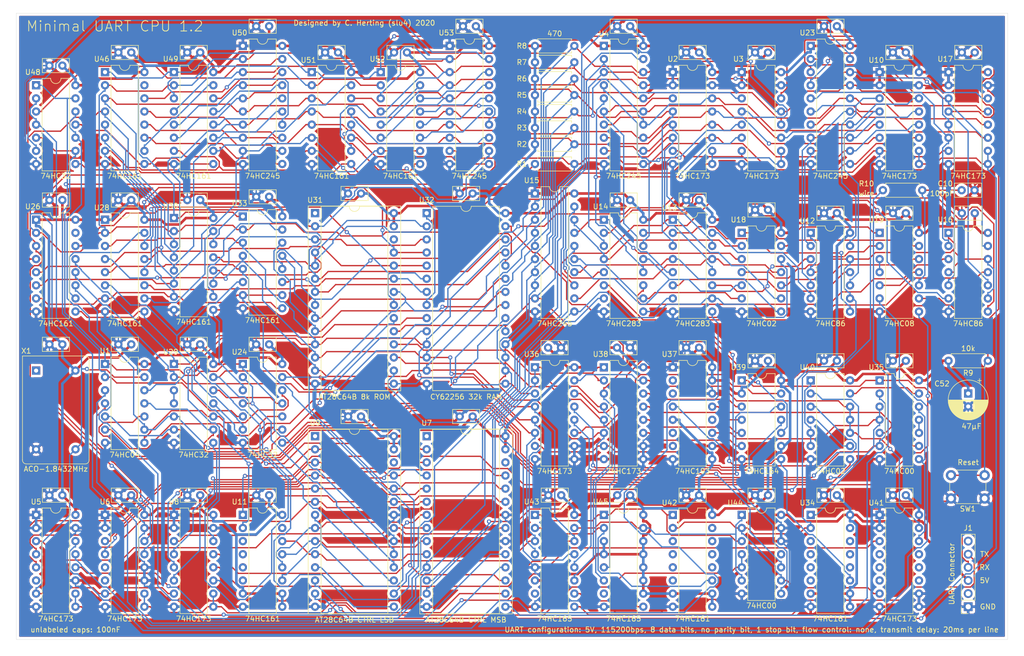
<source format=kicad_pcb>
(kicad_pcb (version 20171130) (host pcbnew "(5.1.5)-3")
  (layers (0 F.Cu signal) (31 B.Cu signal) (34 B.Paste user hide) (35 F.Paste user hide) (36 B.SilkS user) (37 F.SilkS user) (38 B.Mask user) (39 F.Mask user) (44 Edge.Cuts user))
  (net 0 "")
  (net 1 +5V)
  (net 2 GND)
  (net 3 "/UART Receiver/RX")
  (net 4 "/UART Transmitter/TX")
  (net 5 "/Control Logic/~HI")
  (net 6 /ALU/BUS7)
  (net 7 /ALU/BUS6)
  (net 8 /ALU/BUS5)
  (net 9 /ALU/BUS4)
  (net 10 /ALU/BUS3)
  (net 11 /ALU/BUS2)
  (net 12 /ALU/BUS1)
  (net 13 /ALU/BUS0)
  (net 14 "/Control Logic/~RI")
  (net 15 CLOCK)
  (net 16 "Net-(U1-Pad6)")
  (net 17 ~CLOCK)
  (net 18 "Net-(U1-Pad5)")
  (net 19 "Net-(U1-Pad4)")
  (net 20 "Net-(U1-Pad3)")
  (net 21 /Memory/M15)
  (net 22 "Net-(U1-Pad8)")
  (net 23 "/Control Logic/HI")
  (net 24 /ALU/A7)
  (net 25 /ALU/A6)
  (net 26 /ALU/A5)
  (net 27 /ALU/A4)
  (net 28 "/Control Logic/~AI")
  (net 29 /ALU/A0)
  (net 30 /ALU/A1)
  (net 31 /ALU/A2)
  (net 32 /ALU/A3)
  (net 33 "/Control Logic/~AO")
  (net 34 /ALU/FLAG_Z)
  (net 35 /ALU/FLAG_C)
  (net 36 "Net-(U5-Pad5)")
  (net 37 /ALU/FLAG_N)
  (net 38 "Net-(U5-Pad4)")
  (net 39 "Net-(U5-Pad3)")
  (net 40 /ALU/~EO)
  (net 41 "Net-(U6-Pad4)")
  (net 42 "Net-(U6-Pad3)")
  (net 43 "Net-(U7-Pad3)")
  (net 44 "/Control Logic/CE")
  (net 45 "Net-(U7-Pad4)")
  (net 46 "/Control Logic/~CO")
  (net 47 "Net-(U7-Pad5)")
  (net 48 "/Control Logic/~CI")
  (net 49 "Net-(U7-Pad6)")
  (net 50 "Net-(U11-Pad11)")
  (net 51 "Net-(U11-Pad12)")
  (net 52 "Net-(U11-Pad13)")
  (net 53 "Net-(U11-Pad14)")
  (net 54 /ALU/ES)
  (net 55 /ALU/EC)
  (net 56 "/Control Logic/~BI")
  (net 57 "/Control Logic/~MI")
  (net 58 "/Control Logic/~RO")
  (net 59 /ALU/B4)
  (net 60 "Net-(U12-Pad6)")
  (net 61 /ALU/B6)
  (net 62 "Net-(U12-Pad11)")
  (net 63 /ALU/B5)
  (net 64 "Net-(U12-Pad3)")
  (net 65 /ALU/B7)
  (net 66 "Net-(U12-Pad8)")
  (net 67 "Net-(U13-Pad1)")
  (net 68 "Net-(U13-Pad4)")
  (net 69 "Net-(U13-Pad13)")
  (net 70 "Net-(U13-Pad7)")
  (net 71 "Net-(U14-Pad1)")
  (net 72 "Net-(U14-Pad2)")
  (net 73 "Net-(U14-Pad10)")
  (net 74 "Net-(U14-Pad11)")
  (net 75 "Net-(U14-Pad4)")
  (net 76 "Net-(U14-Pad13)")
  (net 77 "Net-(U14-Pad6)")
  (net 78 "Net-(U14-Pad15)")
  (net 79 /ALU/B3)
  (net 80 /ALU/B1)
  (net 81 /ALU/B2)
  (net 82 /ALU/B0)
  (net 83 "Net-(U18-Pad13)")
  (net 84 "Net-(U18-Pad4)")
  (net 85 "Net-(U18-Pad10)")
  (net 86 "Net-(U18-Pad1)")
  (net 87 "Net-(U19-Pad3)")
  (net 88 "Net-(U19-Pad11)")
  (net 89 "Net-(U24-Pad8)")
  (net 90 "Net-(U24-Pad11)")
  (net 91 /Memory/M12)
  (net 92 /Memory/M13)
  (net 93 /Memory/M14)
  (net 94 "Net-(U26-Pad10)")
  (net 95 "Net-(U28-Pad10)")
  (net 96 /Memory/M11)
  (net 97 /Memory/M10)
  (net 98 /Memory/M9)
  (net 99 /Memory/M8)
  (net 100 /Memory/~TI)
  (net 101 "Net-(U29-Pad3)")
  (net 102 /Memory/~TO)
  (net 103 /Memory/M4)
  (net 104 /Memory/M5)
  (net 105 /Memory/M6)
  (net 106 /Memory/M7)
  (net 107 "Net-(U30-Pad10)")
  (net 108 /Memory/M3)
  (net 109 /Memory/M2)
  (net 110 /Memory/M1)
  (net 111 /Memory/M0)
  (net 112 "Net-(U34-Pad11)")
  (net 113 "Net-(U35-Pad13)")
  (net 114 "/UART Receiver/~RESET")
  (net 115 "Net-(U35-Pad10)")
  (net 116 "Net-(U36-Pad15)")
  (net 117 "Net-(U36-Pad14)")
  (net 118 "Net-(U36-Pad13)")
  (net 119 "Net-(U36-Pad12)")
  (net 120 "Net-(U36-Pad11)")
  (net 121 "Net-(U38-Pad11)")
  (net 122 "Net-(U38-Pad12)")
  (net 123 "Net-(U38-Pad13)")
  (net 124 "Net-(U38-Pad14)")
  (net 125 "Net-(U40-Pad1)")
  (net 126 "Net-(U40-Pad4)")
  (net 127 "Net-(U42-Pad11)")
  (net 128 "Net-(U42-Pad1)")
  (net 129 "Net-(U43-Pad10)")
  (net 130 "Net-(U43-Pad15)")
  (net 131 "Net-(U46-Pad14)")
  (net 132 "Net-(U46-Pad13)")
  (net 133 "Net-(U46-Pad12)")
  (net 134 "Net-(U46-Pad11)")
  (net 135 "Net-(U46-Pad10)")
  (net 136 "Net-(U49-Pad10)")
  (net 137 "Net-(U49-Pad11)")
  (net 138 "Net-(U49-Pad12)")
  (net 139 "Net-(U49-Pad13)")
  (net 140 "Net-(U49-Pad14)")
  (net 141 "Net-(U51-Pad14)")
  (net 142 "Net-(U51-Pad13)")
  (net 143 "Net-(U51-Pad12)")
  (net 144 "Net-(U51-Pad11)")
  (net 145 "Net-(U51-Pad10)")
  (net 146 "Net-(U52-Pad11)")
  (net 147 "Net-(U52-Pad12)")
  (net 148 "Net-(U52-Pad13)")
  (net 149 "Net-(U52-Pad14)")
  (net 150 "Net-(U11-Pad1)")
  (net 151 "Net-(C10-Pad1)")
  (net 152 "Net-(R10-Pad1)")
  (net 153 "Net-(U1-Pad10)")
  (net 154 "Net-(U6-Pad10)")
  (net 155 "/Control Logic/~BO")
  (net 156 "Net-(U24-Pad3)")
  (net 157 "Net-(U24-Pad6)")
  (net 158 "Net-(U32-Pad27)")
  (net 159 "Net-(U46-Pad9)")
  (net 160 "Net-(U48-Pad8)")
  (net 161 "Net-(U48-Pad3)")
  (net 162 "Net-(U48-Pad6)")
  (net 163 ~Reset)
  (net 164 "Net-(U34-Pad1)")
  (net 165 "Net-(U35-Pad2)")
  (net 166 "Net-(U35-Pad12)")
  (module Resistor_THT:R_Axial_DIN0207_L6.3mm_D2.5mm_P7.62mm_Horizontal (layer F.Cu) (at 211.455 72.39)
    (fp_text reference R10 (at -3.175 -1.27) (layer F.SilkS))
    (fp_text value wire (at -3.175 0.635) (layer F.SilkS))
    (pad 1 thru_hole circle (at 0 0) (size 1.6 1.6) (drill 0.8) (layers *.Cu *.Mask) (net 152 "Net-(R10-Pad1)"))
    (pad 2 thru_hole oval (at 7.62 0) (size 1.6 1.6) (drill 0.8) (layers *.Cu *.Mask) (net 151 "Net-(C10-Pad1)"))
  )
  (module Button_Switch_THT:SW_PUSH_6mm (layer F.Cu) (at 231.14 132.08 180)
    (fp_text reference SW1 (at 3.25 -2) (layer F.SilkS))
    (fp_text value RESET)
    (pad 1 thru_hole circle (at 6.5 0 270) (size 2 2) (drill 1.1) (layers *.Cu *.Mask) (net 2 GND))
    (pad 2 thru_hole circle (at 6.5 4.5 270) (size 2 2) (drill 1.1) (layers *.Cu *.Mask) (net 163 ~Reset))
    (pad 1 thru_hole circle (at 0 0 270) (size 2 2) (drill 1.1) (layers *.Cu *.Mask) (net 2 GND))
    (pad 2 thru_hole circle (at 0 4.5 270) (size 2 2) (drill 1.1) (layers *.Cu *.Mask) (net 163 ~Reset))
  )
  (module Resistor_THT:R_Axial_DIN0207_L6.3mm_D2.5mm_P7.62mm_Horizontal (layer F.Cu) (at 231.775 105.41 180)
    (fp_text reference R9 (at 3.81 -2.37) (layer F.SilkS))
    (fp_text value 10k (at 3.81 2.37) (layer F.SilkS))
    (pad 2 thru_hole oval (at 7.62 0 180) (size 1.6 1.6) (drill 0.8) (layers *.Cu *.Mask) (net 1 +5V))
    (pad 1 thru_hole circle (at 0 0 180) (size 1.6 1.6) (drill 0.8) (layers *.Cu *.Mask) (net 163 ~Reset))
  )
  (module Package_DIP:DIP-14_W7.62mm (layer F.Cu) (at 184.15 109.22)
    (fp_text reference U39 (at -0.635 -2.54) (layer F.SilkS))
    (fp_text value 74HC164 (at 3.81 17.57) (layer F.SilkS))
    (pad 14 thru_hole oval (at 7.62 0) (size 1.6 1.6) (drill 0.8) (layers *.Cu *.Mask) (net 1 +5V))
    (pad 7 thru_hole oval (at 0 15.24) (size 1.6 1.6) (drill 0.8) (layers *.Cu *.Mask) (net 2 GND))
    (pad 13 thru_hole oval (at 7.62 2.54) (size 1.6 1.6) (drill 0.8) (layers *.Cu *.Mask) (net 120 "Net-(U36-Pad11)"))
    (pad 6 thru_hole oval (at 0 12.7) (size 1.6 1.6) (drill 0.8) (layers *.Cu *.Mask) (net 121 "Net-(U38-Pad11)"))
    (pad 12 thru_hole oval (at 7.62 5.08) (size 1.6 1.6) (drill 0.8) (layers *.Cu *.Mask) (net 119 "Net-(U36-Pad12)"))
    (pad 5 thru_hole oval (at 0 10.16) (size 1.6 1.6) (drill 0.8) (layers *.Cu *.Mask) (net 122 "Net-(U38-Pad12)"))
    (pad 11 thru_hole oval (at 7.62 7.62) (size 1.6 1.6) (drill 0.8) (layers *.Cu *.Mask) (net 118 "Net-(U36-Pad13)"))
    (pad 4 thru_hole oval (at 0 7.62) (size 1.6 1.6) (drill 0.8) (layers *.Cu *.Mask) (net 123 "Net-(U38-Pad13)"))
    (pad 10 thru_hole oval (at 7.62 10.16) (size 1.6 1.6) (drill 0.8) (layers *.Cu *.Mask) (net 117 "Net-(U36-Pad14)"))
    (pad 3 thru_hole oval (at 0 5.08) (size 1.6 1.6) (drill 0.8) (layers *.Cu *.Mask) (net 124 "Net-(U38-Pad14)"))
    (pad 9 thru_hole oval (at 7.62 12.7) (size 1.6 1.6) (drill 0.8) (layers *.Cu *.Mask) (net 1 +5V))
    (pad 2 thru_hole oval (at 0 2.54) (size 1.6 1.6) (drill 0.8) (layers *.Cu *.Mask) (net 1 +5V))
    (pad 8 thru_hole oval (at 7.62 15.24) (size 1.6 1.6) (drill 0.8) (layers *.Cu *.Mask) (net 112 "Net-(U34-Pad11)"))
    (pad 1 thru_hole rect (at 0 0) (size 1.6 1.6) (drill 0.8) (layers *.Cu *.Mask) (net 3 "/UART Receiver/RX"))
  )
  (module Connector_PinSocket_2.54mm:PinSocket_1x06_P2.54mm_Vertical (layer F.Cu) (at 227.965 153.035 180)
    (fp_text reference J1 (at 0 15.24) (layer F.SilkS))
    (fp_text value UART)
    (pad 6 thru_hole oval (at 0 12.7 180) (size 1.7 1.7) (drill 1) (layers *.Cu *.Mask))
    (pad 5 thru_hole oval (at 0 10.16 180) (size 1.7 1.7) (drill 1) (layers *.Cu *.Mask) (net 4 "/UART Transmitter/TX"))
    (pad 4 thru_hole oval (at 0 7.62 180) (size 1.7 1.7) (drill 1) (layers *.Cu *.Mask) (net 3 "/UART Receiver/RX"))
    (pad 3 thru_hole oval (at 0 5.08 180) (size 1.7 1.7) (drill 1) (layers *.Cu *.Mask) (net 1 +5V))
    (pad 2 thru_hole oval (at 0 2.54 180) (size 1.7 1.7) (drill 1) (layers *.Cu *.Mask))
    (pad 1 thru_hole rect (at 0 0 180) (size 1.7 1.7) (drill 1) (layers *.Cu *.Mask) (net 2 GND))
  )
  (module Capacitor_THT:CP_Radial_D7.5mm_P2.50mm (layer F.Cu) (at 227.965 111.76 270)
    (fp_text reference C52 (at -1.905 5.08 180) (layer F.SilkS))
    (fp_text value 47µF (at 6.35 -0.635 180) (layer F.SilkS))
    (pad 2 thru_hole circle (at 2.5 0 270) (size 1.6 1.6) (drill 0.8) (layers *.Cu *.Mask) (net 2 GND))
    (pad 1 thru_hole rect (at 0 0 270) (size 1.6 1.6) (drill 0.8) (layers *.Cu *.Mask) (net 1 +5V))
  )
  (module Capacitor_THT:C_Disc_D5.0mm_W2.5mm_P2.50mm (layer F.Cu) (at 52.705 102.235 180)
    (fp_text reference C1 hide)
    (fp_text value 100nF)
    (pad 1 thru_hole circle (at 0 0 180) (size 1.6 1.6) (drill 0.8) (layers *.Cu *.Mask) (net 1 +5V))
    (pad 2 thru_hole circle (at 2.5 0 180) (size 1.6 1.6) (drill 0.8) (layers *.Cu *.Mask) (net 2 GND))
  )
  (module Capacitor_THT:C_Disc_D5.0mm_W2.5mm_P2.50mm (layer F.Cu) (at 175.895 45.72 180)
    (fp_text reference C2 hide)
    (fp_text value 100nF)
    (pad 2 thru_hole circle (at 2.5 0 180) (size 1.6 1.6) (drill 0.8) (layers *.Cu *.Mask) (net 2 GND))
    (pad 1 thru_hole circle (at 0 0 180) (size 1.6 1.6) (drill 0.8) (layers *.Cu *.Mask) (net 1 +5V))
  )
  (module Capacitor_THT:C_Disc_D5.0mm_W2.5mm_P2.50mm (layer F.Cu) (at 189.23 45.72 180)
    (fp_text reference C3 hide)
    (fp_text value 100nF)
    (pad 1 thru_hole circle (at 0 0 180) (size 1.6 1.6) (drill 0.8) (layers *.Cu *.Mask) (net 1 +5V))
    (pad 2 thru_hole circle (at 2.5 0 180) (size 1.6 1.6) (drill 0.8) (layers *.Cu *.Mask) (net 2 GND))
  )
  (module Capacitor_THT:C_Disc_D5.0mm_W2.5mm_P2.50mm (layer F.Cu) (at 162.56 40.64 180)
    (fp_text reference C4 hide)
    (fp_text value 100nF)
    (pad 2 thru_hole circle (at 2.5 0 180) (size 1.6 1.6) (drill 0.8) (layers *.Cu *.Mask) (net 2 GND))
    (pad 1 thru_hole circle (at 0 0 180) (size 1.6 1.6) (drill 0.8) (layers *.Cu *.Mask) (net 1 +5V))
  )
  (module Capacitor_THT:C_Disc_D5.0mm_W2.5mm_P2.50mm (layer F.Cu) (at 52.705 131.445 180)
    (fp_text reference C5 hide)
    (fp_text value 100nF)
    (pad 2 thru_hole circle (at 2.5 0 180) (size 1.6 1.6) (drill 0.8) (layers *.Cu *.Mask) (net 2 GND))
    (pad 1 thru_hole circle (at 0 0 180) (size 1.6 1.6) (drill 0.8) (layers *.Cu *.Mask) (net 1 +5V))
  )
  (module Capacitor_THT:C_Disc_D5.0mm_W2.5mm_P2.50mm (layer F.Cu) (at 132.08 116.205 180)
    (fp_text reference C6 hide)
    (fp_text value 100nF)
    (pad 1 thru_hole circle (at 0 0 180) (size 1.6 1.6) (drill 0.8) (layers *.Cu *.Mask) (net 1 +5V))
    (pad 2 thru_hole circle (at 2.5 0 180) (size 1.6 1.6) (drill 0.8) (layers *.Cu *.Mask) (net 2 GND))
  )
  (module Capacitor_THT:C_Disc_D5.0mm_W2.5mm_P2.50mm (layer F.Cu) (at 66.04 131.445 180)
    (fp_text reference C7 hide)
    (fp_text value 100nF)
    (pad 2 thru_hole circle (at 2.5 0 180) (size 1.6 1.6) (drill 0.8) (layers *.Cu *.Mask) (net 2 GND))
    (pad 1 thru_hole circle (at 0 0 180) (size 1.6 1.6) (drill 0.8) (layers *.Cu *.Mask) (net 1 +5V))
  )
  (module Capacitor_THT:C_Disc_D5.0mm_W2.5mm_P2.50mm (layer F.Cu) (at 110.49 116.205 180)
    (fp_text reference C8 hide)
    (fp_text value 100nF)
    (pad 2 thru_hole circle (at 2.5 0 180) (size 1.6 1.6) (drill 0.8) (layers *.Cu *.Mask) (net 2 GND))
    (pad 1 thru_hole circle (at 0 0 180) (size 1.6 1.6) (drill 0.8) (layers *.Cu *.Mask) (net 1 +5V))
  )
  (module Capacitor_THT:C_Disc_D5.0mm_W2.5mm_P2.50mm (layer F.Cu) (at 79.375 131.445 180)
    (fp_text reference C9 hide)
    (fp_text value 100nF)
    (pad 2 thru_hole circle (at 2.5 0 180) (size 1.6 1.6) (drill 0.8) (layers *.Cu *.Mask) (net 2 GND))
    (pad 1 thru_hole circle (at 0 0 180) (size 1.6 1.6) (drill 0.8) (layers *.Cu *.Mask) (net 1 +5V))
  )
  (module Capacitor_THT:C_Disc_D5.0mm_W2.5mm_P2.50mm (layer F.Cu) (at 92.71 131.445 180)
    (fp_text reference C11 hide)
    (fp_text value 100nF)
    (pad 1 thru_hole circle (at 0 0 180) (size 1.6 1.6) (drill 0.8) (layers *.Cu *.Mask) (net 1 +5V))
    (pad 2 thru_hole circle (at 2.5 0 180) (size 1.6 1.6) (drill 0.8) (layers *.Cu *.Mask) (net 2 GND))
  )
  (module Capacitor_THT:C_Disc_D5.0mm_W2.5mm_P2.50mm (layer F.Cu) (at 202.565 76.835 180)
    (fp_text reference C12 hide)
    (fp_text value 100nF)
    (pad 1 thru_hole circle (at 0 0 180) (size 1.6 1.6) (drill 0.8) (layers *.Cu *.Mask) (net 1 +5V))
    (pad 2 thru_hole circle (at 2.5 0 180) (size 1.6 1.6) (drill 0.8) (layers *.Cu *.Mask) (net 2 GND))
  )
  (module Capacitor_THT:C_Disc_D5.0mm_W2.5mm_P2.50mm (layer F.Cu) (at 175.895 74.295 180)
    (fp_text reference C13 hide)
    (fp_text value 100nF)
    (pad 1 thru_hole circle (at 0 0 180) (size 1.6 1.6) (drill 0.8) (layers *.Cu *.Mask) (net 1 +5V))
    (pad 2 thru_hole circle (at 2.5 0 180) (size 1.6 1.6) (drill 0.8) (layers *.Cu *.Mask) (net 2 GND))
  )
  (module Capacitor_THT:C_Disc_D5.0mm_W2.5mm_P2.50mm (layer F.Cu) (at 162.56 74.295 180)
    (fp_text reference C14 hide)
    (fp_text value 100nF)
    (pad 2 thru_hole circle (at 2.5 0 180) (size 1.6 1.6) (drill 0.8) (layers *.Cu *.Mask) (net 2 GND))
    (pad 1 thru_hole circle (at 0 0 180) (size 1.6 1.6) (drill 0.8) (layers *.Cu *.Mask) (net 1 +5V))
  )
  (module Capacitor_THT:C_Disc_D5.0mm_W2.5mm_P2.50mm (layer F.Cu) (at 229.235 76.835 180)
    (fp_text reference C16 hide)
    (fp_text value 100nF)
    (pad 1 thru_hole circle (at 0 0 180) (size 1.6 1.6) (drill 0.8) (layers *.Cu *.Mask) (net 1 +5V))
    (pad 2 thru_hole circle (at 2.5 0 180) (size 1.6 1.6) (drill 0.8) (layers *.Cu *.Mask) (net 2 GND))
  )
  (module Capacitor_THT:C_Disc_D5.0mm_W2.5mm_P2.50mm (layer F.Cu) (at 189.23 76.2 180)
    (fp_text reference C17 hide)
    (fp_text value 100nF)
    (pad 2 thru_hole circle (at 2.5 0 180) (size 1.6 1.6) (drill 0.8) (layers *.Cu *.Mask) (net 2 GND))
    (pad 1 thru_hole circle (at 0 0 180) (size 1.6 1.6) (drill 0.8) (layers *.Cu *.Mask) (net 1 +5V))
  )
  (module Capacitor_THT:C_Disc_D5.0mm_W2.5mm_P2.50mm (layer F.Cu) (at 215.9 76.835 180)
    (fp_text reference C18 hide)
    (fp_text value 100nF)
    (pad 2 thru_hole circle (at 2.5 0 180) (size 1.6 1.6) (drill 0.8) (layers *.Cu *.Mask) (net 2 GND))
    (pad 1 thru_hole circle (at 0 0 180) (size 1.6 1.6) (drill 0.8) (layers *.Cu *.Mask) (net 1 +5V))
  )
  (module Capacitor_THT:C_Disc_D5.0mm_W2.5mm_P2.50mm (layer F.Cu) (at 215.9 45.72 180)
    (fp_text reference C19 hide)
    (fp_text value 100nF)
    (pad 2 thru_hole circle (at 2.5 0 180) (size 1.6 1.6) (drill 0.8) (layers *.Cu *.Mask) (net 2 GND))
    (pad 1 thru_hole circle (at 0 0 180) (size 1.6 1.6) (drill 0.8) (layers *.Cu *.Mask) (net 1 +5V))
  )
  (module Capacitor_THT:C_Disc_D5.0mm_W2.5mm_P2.50mm (layer F.Cu) (at 229.235 45.72 180)
    (fp_text reference C20 hide)
    (fp_text value 100nF)
    (pad 1 thru_hole circle (at 0 0 180) (size 1.6 1.6) (drill 0.8) (layers *.Cu *.Mask) (net 1 +5V))
    (pad 2 thru_hole circle (at 2.5 0 180) (size 1.6 1.6) (drill 0.8) (layers *.Cu *.Mask) (net 2 GND))
  )
  (module Capacitor_THT:C_Disc_D5.0mm_W2.5mm_P2.50mm (layer F.Cu) (at 202.565 40.64 180)
    (fp_text reference C21 hide)
    (fp_text value 100nF)
    (pad 2 thru_hole circle (at 2.5 0 180) (size 1.6 1.6) (drill 0.8) (layers *.Cu *.Mask) (net 2 GND))
    (pad 1 thru_hole circle (at 0 0 180) (size 1.6 1.6) (drill 0.8) (layers *.Cu *.Mask) (net 1 +5V))
  )
  (module Capacitor_THT:C_Disc_D5.0mm_W2.5mm_P2.50mm (layer F.Cu) (at 92.71 102.235 180)
    (fp_text reference C22 hide)
    (fp_text value 100nF)
    (pad 1 thru_hole circle (at 0 0 180) (size 1.6 1.6) (drill 0.8) (layers *.Cu *.Mask) (net 1 +5V))
    (pad 2 thru_hole circle (at 2.5 0 180) (size 1.6 1.6) (drill 0.8) (layers *.Cu *.Mask) (net 2 GND))
  )
  (module Capacitor_THT:C_Disc_D5.0mm_W2.5mm_P2.50mm (layer F.Cu) (at 52.705 74.295 180)
    (fp_text reference C23 hide)
    (fp_text value 100nF)
    (pad 2 thru_hole circle (at 2.5 0 180) (size 1.6 1.6) (drill 0.8) (layers *.Cu *.Mask) (net 2 GND))
    (pad 1 thru_hole circle (at 0 0 180) (size 1.6 1.6) (drill 0.8) (layers *.Cu *.Mask) (net 1 +5V))
  )
  (module Capacitor_THT:C_Disc_D5.0mm_W2.5mm_P2.50mm (layer F.Cu) (at 79.375 102.235 180)
    (fp_text reference C24 hide)
    (fp_text value 100nF)
    (pad 2 thru_hole circle (at 2.5 0 180) (size 1.6 1.6) (drill 0.8) (layers *.Cu *.Mask) (net 2 GND))
    (pad 1 thru_hole circle (at 0 0 180) (size 1.6 1.6) (drill 0.8) (layers *.Cu *.Mask) (net 1 +5V))
  )
  (module Capacitor_THT:C_Disc_D5.0mm_W2.5mm_P2.50mm (layer F.Cu) (at 66.04 74.295 180)
    (fp_text reference C25 hide)
    (fp_text value 100nF)
    (pad 1 thru_hole circle (at 0 0 180) (size 1.6 1.6) (drill 0.8) (layers *.Cu *.Mask) (net 1 +5V))
    (pad 2 thru_hole circle (at 2.5 0 180) (size 1.6 1.6) (drill 0.8) (layers *.Cu *.Mask) (net 2 GND))
  )
  (module Capacitor_THT:C_Disc_D5.0mm_W2.5mm_P2.50mm (layer F.Cu) (at 66.04 102.235 180)
    (fp_text reference C26 hide)
    (fp_text value 100nF)
    (pad 1 thru_hole circle (at 0 0 180) (size 1.6 1.6) (drill 0.8) (layers *.Cu *.Mask) (net 1 +5V))
    (pad 2 thru_hole circle (at 2.5 0 180) (size 1.6 1.6) (drill 0.8) (layers *.Cu *.Mask) (net 2 GND))
  )
  (module Capacitor_THT:C_Disc_D5.0mm_W2.5mm_P2.50mm (layer F.Cu) (at 110.49 73.025 180)
    (fp_text reference C27 hide)
    (fp_text value 100nF)
    (pad 1 thru_hole circle (at 0 0 180) (size 1.6 1.6) (drill 0.8) (layers *.Cu *.Mask) (net 1 +5V))
    (pad 2 thru_hole circle (at 2.5 0 180) (size 1.6 1.6) (drill 0.8) (layers *.Cu *.Mask) (net 2 GND))
  )
  (module Capacitor_THT:C_Disc_D5.0mm_W2.5mm_P2.50mm (layer F.Cu) (at 79.375 74.295 180)
    (fp_text reference C28 hide)
    (fp_text value 100nF)
    (pad 1 thru_hole circle (at 0 0 180) (size 1.6 1.6) (drill 0.8) (layers *.Cu *.Mask) (net 1 +5V))
    (pad 2 thru_hole circle (at 2.5 0 180) (size 1.6 1.6) (drill 0.8) (layers *.Cu *.Mask) (net 2 GND))
  )
  (module Capacitor_THT:C_Disc_D5.0mm_W2.5mm_P2.50mm (layer F.Cu) (at 132.08 73.025 180)
    (fp_text reference C29 hide)
    (fp_text value 100nF)
    (pad 2 thru_hole circle (at 2.5 0 180) (size 1.6 1.6) (drill 0.8) (layers *.Cu *.Mask) (net 2 GND))
    (pad 1 thru_hole circle (at 0 0 180) (size 1.6 1.6) (drill 0.8) (layers *.Cu *.Mask) (net 1 +5V))
  )
  (module Capacitor_THT:C_Disc_D5.0mm_W2.5mm_P2.50mm (layer F.Cu) (at 92.71 73.66 180)
    (fp_text reference C31 hide)
    (fp_text value 100nF)
    (pad 2 thru_hole circle (at 2.5 0 180) (size 1.6 1.6) (drill 0.8) (layers *.Cu *.Mask) (net 2 GND))
    (pad 1 thru_hole circle (at 0 0 180) (size 1.6 1.6) (drill 0.8) (layers *.Cu *.Mask) (net 1 +5V))
  )
  (module Capacitor_THT:C_Disc_D5.0mm_W2.5mm_P2.50mm (layer F.Cu) (at 215.9 105.41 180)
    (fp_text reference C32 hide)
    (fp_text value 100nF)
    (pad 2 thru_hole circle (at 2.5 0 180) (size 1.6 1.6) (drill 0.8) (layers *.Cu *.Mask) (net 2 GND))
    (pad 1 thru_hole circle (at 0 0 180) (size 1.6 1.6) (drill 0.8) (layers *.Cu *.Mask) (net 1 +5V))
  )
  (module Capacitor_THT:C_Disc_D5.0mm_W2.5mm_P2.50mm (layer F.Cu) (at 202.565 131.445 180)
    (fp_text reference C33 hide)
    (fp_text value 100nF)
    (pad 2 thru_hole circle (at 2.5 0 180) (size 1.6 1.6) (drill 0.8) (layers *.Cu *.Mask) (net 2 GND))
    (pad 1 thru_hole circle (at 0 0 180) (size 1.6 1.6) (drill 0.8) (layers *.Cu *.Mask) (net 1 +5V))
  )
  (module Capacitor_THT:C_Disc_D5.0mm_W2.5mm_P2.50mm (layer F.Cu) (at 146.685 102.87)
    (fp_text reference C34 hide)
    (fp_text value 100nF)
    (pad 1 thru_hole circle (at 0 0) (size 1.6 1.6) (drill 0.8) (layers *.Cu *.Mask) (net 1 +5V))
    (pad 2 thru_hole circle (at 2.5 0) (size 1.6 1.6) (drill 0.8) (layers *.Cu *.Mask) (net 2 GND))
  )
  (module Capacitor_THT:C_Disc_D5.0mm_W2.5mm_P2.50mm (layer F.Cu) (at 175.895 102.87 180)
    (fp_text reference C35 hide)
    (fp_text value 100nF)
    (pad 1 thru_hole circle (at 0 0 180) (size 1.6 1.6) (drill 0.8) (layers *.Cu *.Mask) (net 1 +5V))
    (pad 2 thru_hole circle (at 2.5 0 180) (size 1.6 1.6) (drill 0.8) (layers *.Cu *.Mask) (net 2 GND))
  )
  (module Capacitor_THT:C_Disc_D5.0mm_W2.5mm_P2.50mm (layer F.Cu) (at 189.23 105.41 180)
    (fp_text reference C36 hide)
    (fp_text value 100nF)
    (pad 1 thru_hole circle (at 0 0 180) (size 1.6 1.6) (drill 0.8) (layers *.Cu *.Mask) (net 1 +5V))
    (pad 2 thru_hole circle (at 2.5 0 180) (size 1.6 1.6) (drill 0.8) (layers *.Cu *.Mask) (net 2 GND))
  )
  (module Capacitor_THT:C_Disc_D5.0mm_W2.5mm_P2.50mm (layer F.Cu) (at 160.02 102.87)
    (fp_text reference C37 hide)
    (fp_text value 100nF)
    (pad 2 thru_hole circle (at 2.5 0) (size 1.6 1.6) (drill 0.8) (layers *.Cu *.Mask) (net 2 GND))
    (pad 1 thru_hole circle (at 0 0) (size 1.6 1.6) (drill 0.8) (layers *.Cu *.Mask) (net 1 +5V))
  )
  (module Capacitor_THT:C_Disc_D5.0mm_W2.5mm_P2.50mm (layer F.Cu) (at 215.9 131.445 180)
    (fp_text reference C39 hide)
    (fp_text value 100nF)
    (pad 2 thru_hole circle (at 2.5 0 180) (size 1.6 1.6) (drill 0.8) (layers *.Cu *.Mask) (net 2 GND))
    (pad 1 thru_hole circle (at 0 0 180) (size 1.6 1.6) (drill 0.8) (layers *.Cu *.Mask) (net 1 +5V))
  )
  (module Capacitor_THT:C_Disc_D5.0mm_W2.5mm_P2.50mm (layer F.Cu) (at 175.895 131.445 180)
    (fp_text reference C40 hide)
    (fp_text value 100nF)
    (pad 1 thru_hole circle (at 0 0 180) (size 1.6 1.6) (drill 0.8) (layers *.Cu *.Mask) (net 1 +5V))
    (pad 2 thru_hole circle (at 2.5 0 180) (size 1.6 1.6) (drill 0.8) (layers *.Cu *.Mask) (net 2 GND))
  )
  (module Capacitor_THT:C_Disc_D5.0mm_W2.5mm_P2.50mm (layer F.Cu) (at 149.225 131.445 180)
    (fp_text reference C41 hide)
    (fp_text value 100nF)
    (pad 2 thru_hole circle (at 2.5 0 180) (size 1.6 1.6) (drill 0.8) (layers *.Cu *.Mask) (net 2 GND))
    (pad 1 thru_hole circle (at 0 0 180) (size 1.6 1.6) (drill 0.8) (layers *.Cu *.Mask) (net 1 +5V))
  )
  (module Capacitor_THT:C_Disc_D5.0mm_W2.5mm_P2.50mm (layer F.Cu) (at 189.23 131.445 180)
    (fp_text reference C42 hide)
    (fp_text value 100nF)
    (pad 2 thru_hole circle (at 2.5 0 180) (size 1.6 1.6) (drill 0.8) (layers *.Cu *.Mask) (net 2 GND))
    (pad 1 thru_hole circle (at 0 0 180) (size 1.6 1.6) (drill 0.8) (layers *.Cu *.Mask) (net 1 +5V))
  )
  (module Capacitor_THT:C_Disc_D5.0mm_W2.5mm_P2.50mm (layer F.Cu) (at 162.56 131.445 180)
    (fp_text reference C43 hide)
    (fp_text value 100nF)
    (pad 1 thru_hole circle (at 0 0 180) (size 1.6 1.6) (drill 0.8) (layers *.Cu *.Mask) (net 1 +5V))
    (pad 2 thru_hole circle (at 2.5 0 180) (size 1.6 1.6) (drill 0.8) (layers *.Cu *.Mask) (net 2 GND))
  )
  (module Capacitor_THT:C_Disc_D5.0mm_W2.5mm_P2.50mm (layer F.Cu) (at 52.705 48.26 180)
    (fp_text reference C44 hide)
    (fp_text value 100nF)
    (pad 1 thru_hole circle (at 0 0 180) (size 1.6 1.6) (drill 0.8) (layers *.Cu *.Mask) (net 1 +5V))
    (pad 2 thru_hole circle (at 2.5 0 180) (size 1.6 1.6) (drill 0.8) (layers *.Cu *.Mask) (net 2 GND))
  )
  (module Capacitor_THT:C_Disc_D5.0mm_W2.5mm_P2.50mm (layer F.Cu) (at 66.04 45.72 180)
    (fp_text reference C45 hide)
    (fp_text value 100nF)
    (pad 2 thru_hole circle (at 2.5 0 180) (size 1.6 1.6) (drill 0.8) (layers *.Cu *.Mask) (net 2 GND))
    (pad 1 thru_hole circle (at 0 0 180) (size 1.6 1.6) (drill 0.8) (layers *.Cu *.Mask) (net 1 +5V))
  )
  (module Capacitor_THT:C_Disc_D5.0mm_W2.5mm_P2.50mm (layer F.Cu) (at 79.375 45.72 180)
    (fp_text reference C46 hide)
    (fp_text value 100nF)
    (pad 1 thru_hole circle (at 0 0 180) (size 1.6 1.6) (drill 0.8) (layers *.Cu *.Mask) (net 1 +5V))
    (pad 2 thru_hole circle (at 2.5 0 180) (size 1.6 1.6) (drill 0.8) (layers *.Cu *.Mask) (net 2 GND))
  )
  (module Capacitor_THT:C_Disc_D5.0mm_W2.5mm_P2.50mm (layer F.Cu) (at 92.71 40.64 180)
    (fp_text reference C47 hide)
    (fp_text value 100nF)
    (pad 1 thru_hole circle (at 0 0 180) (size 1.6 1.6) (drill 0.8) (layers *.Cu *.Mask) (net 1 +5V))
    (pad 2 thru_hole circle (at 2.5 0 180) (size 1.6 1.6) (drill 0.8) (layers *.Cu *.Mask) (net 2 GND))
  )
  (module Capacitor_THT:C_Disc_D5.0mm_W2.5mm_P2.50mm (layer F.Cu) (at 106.045 45.72 180)
    (fp_text reference C48 hide)
    (fp_text value 100nF)
    (pad 2 thru_hole circle (at 2.5 0 180) (size 1.6 1.6) (drill 0.8) (layers *.Cu *.Mask) (net 2 GND))
    (pad 1 thru_hole circle (at 0 0 180) (size 1.6 1.6) (drill 0.8) (layers *.Cu *.Mask) (net 1 +5V))
  )
  (module Capacitor_THT:C_Disc_D5.0mm_W2.5mm_P2.50mm (layer F.Cu) (at 119.38 45.72 180)
    (fp_text reference C49 hide)
    (fp_text value 100nF)
    (pad 1 thru_hole circle (at 0 0 180) (size 1.6 1.6) (drill 0.8) (layers *.Cu *.Mask) (net 1 +5V))
    (pad 2 thru_hole circle (at 2.5 0 180) (size 1.6 1.6) (drill 0.8) (layers *.Cu *.Mask) (net 2 GND))
  )
  (module Capacitor_THT:C_Disc_D5.0mm_W2.5mm_P2.50mm (layer F.Cu) (at 132.715 40.64 180)
    (fp_text reference C50 hide)
    (fp_text value 100nF)
    (pad 2 thru_hole circle (at 2.5 0 180) (size 1.6 1.6) (drill 0.8) (layers *.Cu *.Mask) (net 2 GND))
    (pad 1 thru_hole circle (at 0 0 180) (size 1.6 1.6) (drill 0.8) (layers *.Cu *.Mask) (net 1 +5V))
  )
  (module Resistor_THT:R_Axial_DIN0207_L6.3mm_D2.5mm_P7.62mm_Horizontal (layer F.Cu) (at 144.145 67.31)
    (fp_text reference R1 (at -2.54 0) (layer F.SilkS))
    (fp_text value 470)
    (pad 1 thru_hole circle (at 0 0) (size 1.6 1.6) (drill 0.8) (layers *.Cu *.Mask) (net 5 "/Control Logic/~HI"))
    (pad 2 thru_hole oval (at 7.62 0) (size 1.6 1.6) (drill 0.8) (layers *.Cu *.Mask) (net 6 /ALU/BUS7))
  )
  (module Resistor_THT:R_Axial_DIN0207_L6.3mm_D2.5mm_P7.62mm_Horizontal (layer F.Cu) (at 151.765 63.5 180)
    (fp_text reference R2 (at 10.16 0) (layer F.SilkS))
    (fp_text value 470)
    (pad 1 thru_hole circle (at 0 0 180) (size 1.6 1.6) (drill 0.8) (layers *.Cu *.Mask) (net 7 /ALU/BUS6))
    (pad 2 thru_hole oval (at 7.62 0 180) (size 1.6 1.6) (drill 0.8) (layers *.Cu *.Mask) (net 1 +5V))
  )
  (module Resistor_THT:R_Axial_DIN0207_L6.3mm_D2.5mm_P7.62mm_Horizontal (layer F.Cu) (at 151.765 60.325 180)
    (fp_text reference R3 (at 10.16 0) (layer F.SilkS))
    (fp_text value 470)
    (pad 2 thru_hole oval (at 7.62 0 180) (size 1.6 1.6) (drill 0.8) (layers *.Cu *.Mask) (net 1 +5V))
    (pad 1 thru_hole circle (at 0 0 180) (size 1.6 1.6) (drill 0.8) (layers *.Cu *.Mask) (net 8 /ALU/BUS5))
  )
  (module Resistor_THT:R_Axial_DIN0207_L6.3mm_D2.5mm_P7.62mm_Horizontal (layer F.Cu) (at 151.765 57.15 180)
    (fp_text reference R4 (at 10.16 0) (layer F.SilkS))
    (fp_text value 470)
    (pad 1 thru_hole circle (at 0 0 180) (size 1.6 1.6) (drill 0.8) (layers *.Cu *.Mask) (net 9 /ALU/BUS4))
    (pad 2 thru_hole oval (at 7.62 0 180) (size 1.6 1.6) (drill 0.8) (layers *.Cu *.Mask) (net 1 +5V))
  )
  (module Resistor_THT:R_Axial_DIN0207_L6.3mm_D2.5mm_P7.62mm_Horizontal (layer F.Cu) (at 151.765 53.975 180)
    (fp_text reference R5 (at 10.16 0) (layer F.SilkS))
    (fp_text value 470)
    (pad 2 thru_hole oval (at 7.62 0 180) (size 1.6 1.6) (drill 0.8) (layers *.Cu *.Mask) (net 1 +5V))
    (pad 1 thru_hole circle (at 0 0 180) (size 1.6 1.6) (drill 0.8) (layers *.Cu *.Mask) (net 10 /ALU/BUS3))
  )
  (module Resistor_THT:R_Axial_DIN0207_L6.3mm_D2.5mm_P7.62mm_Horizontal (layer F.Cu) (at 151.765 50.8 180)
    (fp_text reference R6 (at 10.16 0) (layer F.SilkS))
    (fp_text value 470)
    (pad 2 thru_hole oval (at 7.62 0 180) (size 1.6 1.6) (drill 0.8) (layers *.Cu *.Mask) (net 1 +5V))
    (pad 1 thru_hole circle (at 0 0 180) (size 1.6 1.6) (drill 0.8) (layers *.Cu *.Mask) (net 11 /ALU/BUS2))
  )
  (module Resistor_THT:R_Axial_DIN0207_L6.3mm_D2.5mm_P7.62mm_Horizontal (layer F.Cu) (at 151.765 47.625 180)
    (fp_text reference R7 (at 10.16 0) (layer F.SilkS))
    (fp_text value 470)
    (pad 1 thru_hole circle (at 0 0 180) (size 1.6 1.6) (drill 0.8) (layers *.Cu *.Mask) (net 12 /ALU/BUS1))
    (pad 2 thru_hole oval (at 7.62 0 180) (size 1.6 1.6) (drill 0.8) (layers *.Cu *.Mask) (net 1 +5V))
  )
  (module Resistor_THT:R_Axial_DIN0207_L6.3mm_D2.5mm_P7.62mm_Horizontal (layer F.Cu) (at 151.765 44.45 180)
    (fp_text reference R8 (at 10.16 0) (layer F.SilkS))
    (fp_text value 470 (at 3.81 2.37) (layer F.SilkS))
    (pad 1 thru_hole circle (at 0 0 180) (size 1.6 1.6) (drill 0.8) (layers *.Cu *.Mask) (net 13 /ALU/BUS0))
    (pad 2 thru_hole oval (at 7.62 0 180) (size 1.6 1.6) (drill 0.8) (layers *.Cu *.Mask) (net 1 +5V))
  )
  (module Package_DIP:DIP-14_W7.62mm (layer F.Cu) (at 60.96 106.045)
    (fp_text reference U1 (at 0 -2.54) (layer F.SilkS))
    (fp_text value 74HC04 (at 3.81 17.57) (layer F.SilkS))
    (pad 14 thru_hole oval (at 7.62 0) (size 1.6 1.6) (drill 0.8) (layers *.Cu *.Mask) (net 1 +5V))
    (pad 7 thru_hole oval (at 0 15.24) (size 1.6 1.6) (drill 0.8) (layers *.Cu *.Mask) (net 2 GND))
    (pad 13 thru_hole oval (at 7.62 2.54) (size 1.6 1.6) (drill 0.8) (layers *.Cu *.Mask) (net 15 CLOCK))
    (pad 6 thru_hole oval (at 0 12.7) (size 1.6 1.6) (drill 0.8) (layers *.Cu *.Mask) (net 16 "Net-(U1-Pad6)"))
    (pad 12 thru_hole oval (at 7.62 5.08) (size 1.6 1.6) (drill 0.8) (layers *.Cu *.Mask) (net 17 ~CLOCK))
    (pad 5 thru_hole oval (at 0 10.16) (size 1.6 1.6) (drill 0.8) (layers *.Cu *.Mask) (net 18 "Net-(U1-Pad5)"))
    (pad 11 thru_hole oval (at 7.62 7.62) (size 1.6 1.6) (drill 0.8) (layers *.Cu *.Mask) (net 14 "/Control Logic/~RI"))
    (pad 4 thru_hole oval (at 0 7.62) (size 1.6 1.6) (drill 0.8) (layers *.Cu *.Mask) (net 19 "Net-(U1-Pad4)"))
    (pad 10 thru_hole oval (at 7.62 10.16) (size 1.6 1.6) (drill 0.8) (layers *.Cu *.Mask) (net 153 "Net-(U1-Pad10)"))
    (pad 3 thru_hole oval (at 0 5.08) (size 1.6 1.6) (drill 0.8) (layers *.Cu *.Mask) (net 20 "Net-(U1-Pad3)"))
    (pad 9 thru_hole oval (at 7.62 12.7) (size 1.6 1.6) (drill 0.8) (layers *.Cu *.Mask) (net 21 /Memory/M15))
    (pad 2 thru_hole oval (at 0 2.54) (size 1.6 1.6) (drill 0.8) (layers *.Cu *.Mask) (net 5 "/Control Logic/~HI"))
    (pad 8 thru_hole oval (at 7.62 15.24) (size 1.6 1.6) (drill 0.8) (layers *.Cu *.Mask) (net 22 "Net-(U1-Pad8)"))
    (pad 1 thru_hole rect (at 0 0) (size 1.6 1.6) (drill 0.8) (layers *.Cu *.Mask) (net 23 "/Control Logic/HI"))
  )
  (module Package_DIP:DIP-16_W7.62mm (layer F.Cu) (at 170.815 49.53)
    (fp_text reference U2 (at 0 -2.54) (layer F.SilkS))
    (fp_text value 74HC173 (at 3.81 20.11) (layer F.SilkS))
    (pad 16 thru_hole oval (at 7.62 0) (size 1.6 1.6) (drill 0.8) (layers *.Cu *.Mask) (net 1 +5V))
    (pad 8 thru_hole oval (at 0 17.78) (size 1.6 1.6) (drill 0.8) (layers *.Cu *.Mask) (net 2 GND))
    (pad 15 thru_hole oval (at 7.62 2.54) (size 1.6 1.6) (drill 0.8) (layers *.Cu *.Mask) (net 2 GND))
    (pad 7 thru_hole oval (at 0 15.24) (size 1.6 1.6) (drill 0.8) (layers *.Cu *.Mask) (net 15 CLOCK))
    (pad 14 thru_hole oval (at 7.62 5.08) (size 1.6 1.6) (drill 0.8) (layers *.Cu *.Mask) (net 9 /ALU/BUS4))
    (pad 6 thru_hole oval (at 0 12.7) (size 1.6 1.6) (drill 0.8) (layers *.Cu *.Mask) (net 24 /ALU/A7))
    (pad 13 thru_hole oval (at 7.62 7.62) (size 1.6 1.6) (drill 0.8) (layers *.Cu *.Mask) (net 8 /ALU/BUS5))
    (pad 5 thru_hole oval (at 0 10.16) (size 1.6 1.6) (drill 0.8) (layers *.Cu *.Mask) (net 25 /ALU/A6))
    (pad 12 thru_hole oval (at 7.62 10.16) (size 1.6 1.6) (drill 0.8) (layers *.Cu *.Mask) (net 7 /ALU/BUS6))
    (pad 4 thru_hole oval (at 0 7.62) (size 1.6 1.6) (drill 0.8) (layers *.Cu *.Mask) (net 26 /ALU/A5))
    (pad 11 thru_hole oval (at 7.62 12.7) (size 1.6 1.6) (drill 0.8) (layers *.Cu *.Mask) (net 6 /ALU/BUS7))
    (pad 3 thru_hole oval (at 0 5.08) (size 1.6 1.6) (drill 0.8) (layers *.Cu *.Mask) (net 27 /ALU/A4))
    (pad 10 thru_hole oval (at 7.62 15.24) (size 1.6 1.6) (drill 0.8) (layers *.Cu *.Mask) (net 28 "/Control Logic/~AI"))
    (pad 2 thru_hole oval (at 0 2.54) (size 1.6 1.6) (drill 0.8) (layers *.Cu *.Mask) (net 2 GND))
    (pad 9 thru_hole oval (at 7.62 17.78) (size 1.6 1.6) (drill 0.8) (layers *.Cu *.Mask) (net 28 "/Control Logic/~AI"))
    (pad 1 thru_hole rect (at 0 0) (size 1.6 1.6) (drill 0.8) (layers *.Cu *.Mask) (net 2 GND))
  )
  (module Package_DIP:DIP-16_W7.62mm (layer F.Cu) (at 184.15 49.53)
    (fp_text reference U3 (at -0.635 -2.54) (layer F.SilkS))
    (fp_text value 74HC173 (at 3.81 20.11) (layer F.SilkS))
    (pad 1 thru_hole rect (at 0 0) (size 1.6 1.6) (drill 0.8) (layers *.Cu *.Mask) (net 2 GND))
    (pad 9 thru_hole oval (at 7.62 17.78) (size 1.6 1.6) (drill 0.8) (layers *.Cu *.Mask) (net 28 "/Control Logic/~AI"))
    (pad 2 thru_hole oval (at 0 2.54) (size 1.6 1.6) (drill 0.8) (layers *.Cu *.Mask) (net 2 GND))
    (pad 10 thru_hole oval (at 7.62 15.24) (size 1.6 1.6) (drill 0.8) (layers *.Cu *.Mask) (net 28 "/Control Logic/~AI"))
    (pad 3 thru_hole oval (at 0 5.08) (size 1.6 1.6) (drill 0.8) (layers *.Cu *.Mask) (net 29 /ALU/A0))
    (pad 11 thru_hole oval (at 7.62 12.7) (size 1.6 1.6) (drill 0.8) (layers *.Cu *.Mask) (net 10 /ALU/BUS3))
    (pad 4 thru_hole oval (at 0 7.62) (size 1.6 1.6) (drill 0.8) (layers *.Cu *.Mask) (net 30 /ALU/A1))
    (pad 12 thru_hole oval (at 7.62 10.16) (size 1.6 1.6) (drill 0.8) (layers *.Cu *.Mask) (net 11 /ALU/BUS2))
    (pad 5 thru_hole oval (at 0 10.16) (size 1.6 1.6) (drill 0.8) (layers *.Cu *.Mask) (net 31 /ALU/A2))
    (pad 13 thru_hole oval (at 7.62 7.62) (size 1.6 1.6) (drill 0.8) (layers *.Cu *.Mask) (net 12 /ALU/BUS1))
    (pad 6 thru_hole oval (at 0 12.7) (size 1.6 1.6) (drill 0.8) (layers *.Cu *.Mask) (net 32 /ALU/A3))
    (pad 14 thru_hole oval (at 7.62 5.08) (size 1.6 1.6) (drill 0.8) (layers *.Cu *.Mask) (net 13 /ALU/BUS0))
    (pad 7 thru_hole oval (at 0 15.24) (size 1.6 1.6) (drill 0.8) (layers *.Cu *.Mask) (net 15 CLOCK))
    (pad 15 thru_hole oval (at 7.62 2.54) (size 1.6 1.6) (drill 0.8) (layers *.Cu *.Mask) (net 2 GND))
    (pad 8 thru_hole oval (at 0 17.78) (size 1.6 1.6) (drill 0.8) (layers *.Cu *.Mask) (net 2 GND))
    (pad 16 thru_hole oval (at 7.62 0) (size 1.6 1.6) (drill 0.8) (layers *.Cu *.Mask) (net 1 +5V))
  )
  (module Package_DIP:DIP-20_W7.62mm (layer F.Cu) (at 157.48 44.45)
    (fp_text reference U4 (at 0 -2.33) (layer F.SilkS))
    (fp_text value 74HC245 (at 3.81 25.19) (layer F.SilkS))
    (pad 20 thru_hole oval (at 7.62 0) (size 1.6 1.6) (drill 0.8) (layers *.Cu *.Mask) (net 1 +5V))
    (pad 10 thru_hole oval (at 0 22.86) (size 1.6 1.6) (drill 0.8) (layers *.Cu *.Mask) (net 2 GND))
    (pad 19 thru_hole oval (at 7.62 2.54) (size 1.6 1.6) (drill 0.8) (layers *.Cu *.Mask) (net 33 "/Control Logic/~AO"))
    (pad 9 thru_hole oval (at 0 20.32) (size 1.6 1.6) (drill 0.8) (layers *.Cu *.Mask) (net 24 /ALU/A7))
    (pad 18 thru_hole oval (at 7.62 5.08) (size 1.6 1.6) (drill 0.8) (layers *.Cu *.Mask) (net 13 /ALU/BUS0))
    (pad 8 thru_hole oval (at 0 17.78) (size 1.6 1.6) (drill 0.8) (layers *.Cu *.Mask) (net 25 /ALU/A6))
    (pad 17 thru_hole oval (at 7.62 7.62) (size 1.6 1.6) (drill 0.8) (layers *.Cu *.Mask) (net 12 /ALU/BUS1))
    (pad 7 thru_hole oval (at 0 15.24) (size 1.6 1.6) (drill 0.8) (layers *.Cu *.Mask) (net 26 /ALU/A5))
    (pad 16 thru_hole oval (at 7.62 10.16) (size 1.6 1.6) (drill 0.8) (layers *.Cu *.Mask) (net 11 /ALU/BUS2))
    (pad 6 thru_hole oval (at 0 12.7) (size 1.6 1.6) (drill 0.8) (layers *.Cu *.Mask) (net 27 /ALU/A4))
    (pad 15 thru_hole oval (at 7.62 12.7) (size 1.6 1.6) (drill 0.8) (layers *.Cu *.Mask) (net 10 /ALU/BUS3))
    (pad 5 thru_hole oval (at 0 10.16) (size 1.6 1.6) (drill 0.8) (layers *.Cu *.Mask) (net 32 /ALU/A3))
    (pad 14 thru_hole oval (at 7.62 15.24) (size 1.6 1.6) (drill 0.8) (layers *.Cu *.Mask) (net 9 /ALU/BUS4))
    (pad 4 thru_hole oval (at 0 7.62) (size 1.6 1.6) (drill 0.8) (layers *.Cu *.Mask) (net 31 /ALU/A2))
    (pad 13 thru_hole oval (at 7.62 17.78) (size 1.6 1.6) (drill 0.8) (layers *.Cu *.Mask) (net 8 /ALU/BUS5))
    (pad 3 thru_hole oval (at 0 5.08) (size 1.6 1.6) (drill 0.8) (layers *.Cu *.Mask) (net 30 /ALU/A1))
    (pad 12 thru_hole oval (at 7.62 20.32) (size 1.6 1.6) (drill 0.8) (layers *.Cu *.Mask) (net 7 /ALU/BUS6))
    (pad 2 thru_hole oval (at 0 2.54) (size 1.6 1.6) (drill 0.8) (layers *.Cu *.Mask) (net 29 /ALU/A0))
    (pad 11 thru_hole oval (at 7.62 22.86) (size 1.6 1.6) (drill 0.8) (layers *.Cu *.Mask) (net 6 /ALU/BUS7))
    (pad 1 thru_hole rect (at 0 0) (size 1.6 1.6) (drill 0.8) (layers *.Cu *.Mask) (net 1 +5V))
  )
  (module Package_DIP:DIP-16_W7.62mm (layer F.Cu) (at 47.625 135.255)
    (fp_text reference U5 (at 0 -2.54) (layer F.SilkS))
    (fp_text value 74HC173 (at 3.81 20.11) (layer F.SilkS))
    (pad 16 thru_hole oval (at 7.62 0) (size 1.6 1.6) (drill 0.8) (layers *.Cu *.Mask) (net 1 +5V))
    (pad 8 thru_hole oval (at 0 17.78) (size 1.6 1.6) (drill 0.8) (layers *.Cu *.Mask) (net 2 GND))
    (pad 15 thru_hole oval (at 7.62 2.54) (size 1.6 1.6) (drill 0.8) (layers *.Cu *.Mask) (net 2 GND))
    (pad 7 thru_hole oval (at 0 15.24) (size 1.6 1.6) (drill 0.8) (layers *.Cu *.Mask) (net 15 CLOCK))
    (pad 14 thru_hole oval (at 7.62 5.08) (size 1.6 1.6) (drill 0.8) (layers *.Cu *.Mask) (net 34 /ALU/FLAG_Z))
    (pad 6 thru_hole oval (at 0 12.7) (size 1.6 1.6) (drill 0.8) (layers *.Cu *.Mask))
    (pad 13 thru_hole oval (at 7.62 7.62) (size 1.6 1.6) (drill 0.8) (layers *.Cu *.Mask) (net 35 /ALU/FLAG_C))
    (pad 5 thru_hole oval (at 0 10.16) (size 1.6 1.6) (drill 0.8) (layers *.Cu *.Mask) (net 36 "Net-(U5-Pad5)"))
    (pad 12 thru_hole oval (at 7.62 10.16) (size 1.6 1.6) (drill 0.8) (layers *.Cu *.Mask) (net 37 /ALU/FLAG_N))
    (pad 4 thru_hole oval (at 0 7.62) (size 1.6 1.6) (drill 0.8) (layers *.Cu *.Mask) (net 38 "Net-(U5-Pad4)"))
    (pad 11 thru_hole oval (at 7.62 12.7) (size 1.6 1.6) (drill 0.8) (layers *.Cu *.Mask) (net 2 GND))
    (pad 3 thru_hole oval (at 0 5.08) (size 1.6 1.6) (drill 0.8) (layers *.Cu *.Mask) (net 39 "Net-(U5-Pad3)"))
    (pad 10 thru_hole oval (at 7.62 15.24) (size 1.6 1.6) (drill 0.8) (layers *.Cu *.Mask) (net 40 /ALU/~EO))
    (pad 2 thru_hole oval (at 0 2.54) (size 1.6 1.6) (drill 0.8) (layers *.Cu *.Mask) (net 2 GND))
    (pad 9 thru_hole oval (at 7.62 17.78) (size 1.6 1.6) (drill 0.8) (layers *.Cu *.Mask) (net 40 /ALU/~EO))
    (pad 1 thru_hole rect (at 0 0) (size 1.6 1.6) (drill 0.8) (layers *.Cu *.Mask) (net 2 GND))
  )
  (module Package_DIP:DIP-16_W7.62mm (layer F.Cu) (at 60.96 135.255)
    (fp_text reference U6 (at 0 -2.54) (layer F.SilkS))
    (fp_text value 74HC173 (at 3.81 20.11) (layer F.SilkS))
    (pad 16 thru_hole oval (at 7.62 0) (size 1.6 1.6) (drill 0.8) (layers *.Cu *.Mask) (net 1 +5V))
    (pad 8 thru_hole oval (at 0 17.78) (size 1.6 1.6) (drill 0.8) (layers *.Cu *.Mask) (net 2 GND))
    (pad 15 thru_hole oval (at 7.62 2.54) (size 1.6 1.6) (drill 0.8) (layers *.Cu *.Mask) (net 2 GND))
    (pad 7 thru_hole oval (at 0 15.24) (size 1.6 1.6) (drill 0.8) (layers *.Cu *.Mask) (net 15 CLOCK))
    (pad 14 thru_hole oval (at 7.62 5.08) (size 1.6 1.6) (drill 0.8) (layers *.Cu *.Mask) (net 9 /ALU/BUS4))
    (pad 6 thru_hole oval (at 0 12.7) (size 1.6 1.6) (drill 0.8) (layers *.Cu *.Mask))
    (pad 13 thru_hole oval (at 7.62 7.62) (size 1.6 1.6) (drill 0.8) (layers *.Cu *.Mask) (net 8 /ALU/BUS5))
    (pad 5 thru_hole oval (at 0 10.16) (size 1.6 1.6) (drill 0.8) (layers *.Cu *.Mask))
    (pad 12 thru_hole oval (at 7.62 10.16) (size 1.6 1.6) (drill 0.8) (layers *.Cu *.Mask) (net 2 GND))
    (pad 4 thru_hole oval (at 0 7.62) (size 1.6 1.6) (drill 0.8) (layers *.Cu *.Mask) (net 41 "Net-(U6-Pad4)"))
    (pad 11 thru_hole oval (at 7.62 12.7) (size 1.6 1.6) (drill 0.8) (layers *.Cu *.Mask) (net 2 GND))
    (pad 3 thru_hole oval (at 0 5.08) (size 1.6 1.6) (drill 0.8) (layers *.Cu *.Mask) (net 42 "Net-(U6-Pad3)"))
    (pad 10 thru_hole oval (at 7.62 15.24) (size 1.6 1.6) (drill 0.8) (layers *.Cu *.Mask) (net 154 "Net-(U6-Pad10)"))
    (pad 2 thru_hole oval (at 0 2.54) (size 1.6 1.6) (drill 0.8) (layers *.Cu *.Mask) (net 2 GND))
    (pad 9 thru_hole oval (at 7.62 17.78) (size 1.6 1.6) (drill 0.8) (layers *.Cu *.Mask) (net 154 "Net-(U6-Pad10)"))
    (pad 1 thru_hole rect (at 0 0) (size 1.6 1.6) (drill 0.8) (layers *.Cu *.Mask) (net 2 GND))
  )
  (module Package_DIP:DIP-28_W15.24mm_Socket (layer F.Cu) (at 123.19 120.015)
    (fp_text reference U7 (at 0 -2.54) (layer F.SilkS))
    (fp_text value "AT28C64B CTRL MSB" (at 7.62 35.56) (layer F.SilkS))
    (pad 1 thru_hole rect (at 0 0) (size 1.6 1.6) (drill 0.8) (layers *.Cu *.Mask))
    (pad 15 thru_hole oval (at 15.24 33.02) (size 1.6 1.6) (drill 0.8) (layers *.Cu *.Mask) (net 152 "Net-(R10-Pad1)"))
    (pad 2 thru_hole oval (at 0 2.54) (size 1.6 1.6) (drill 0.8) (layers *.Cu *.Mask) (net 36 "Net-(U5-Pad5)"))
    (pad 16 thru_hole oval (at 15.24 30.48) (size 1.6 1.6) (drill 0.8) (layers *.Cu *.Mask) (net 154 "Net-(U6-Pad10)"))
    (pad 3 thru_hole oval (at 0 5.08) (size 1.6 1.6) (drill 0.8) (layers *.Cu *.Mask) (net 43 "Net-(U7-Pad3)"))
    (pad 17 thru_hole oval (at 15.24 27.94) (size 1.6 1.6) (drill 0.8) (layers *.Cu *.Mask) (net 44 "/Control Logic/CE"))
    (pad 4 thru_hole oval (at 0 7.62) (size 1.6 1.6) (drill 0.8) (layers *.Cu *.Mask) (net 45 "Net-(U7-Pad4)"))
    (pad 18 thru_hole oval (at 15.24 25.4) (size 1.6 1.6) (drill 0.8) (layers *.Cu *.Mask) (net 46 "/Control Logic/~CO"))
    (pad 5 thru_hole oval (at 0 10.16) (size 1.6 1.6) (drill 0.8) (layers *.Cu *.Mask) (net 47 "Net-(U7-Pad5)"))
    (pad 19 thru_hole oval (at 15.24 22.86) (size 1.6 1.6) (drill 0.8) (layers *.Cu *.Mask) (net 48 "/Control Logic/~CI"))
    (pad 6 thru_hole oval (at 0 12.7) (size 1.6 1.6) (drill 0.8) (layers *.Cu *.Mask) (net 49 "Net-(U7-Pad6)"))
    (pad 20 thru_hole oval (at 15.24 20.32) (size 1.6 1.6) (drill 0.8) (layers *.Cu *.Mask) (net 2 GND))
    (pad 7 thru_hole oval (at 0 15.24) (size 1.6 1.6) (drill 0.8) (layers *.Cu *.Mask) (net 50 "Net-(U11-Pad11)"))
    (pad 21 thru_hole oval (at 15.24 17.78) (size 1.6 1.6) (drill 0.8) (layers *.Cu *.Mask) (net 39 "Net-(U5-Pad3)"))
    (pad 8 thru_hole oval (at 0 17.78) (size 1.6 1.6) (drill 0.8) (layers *.Cu *.Mask) (net 51 "Net-(U11-Pad12)"))
    (pad 22 thru_hole oval (at 15.24 15.24) (size 1.6 1.6) (drill 0.8) (layers *.Cu *.Mask) (net 2 GND))
    (pad 9 thru_hole oval (at 0 20.32) (size 1.6 1.6) (drill 0.8) (layers *.Cu *.Mask) (net 52 "Net-(U11-Pad13)"))
    (pad 23 thru_hole oval (at 15.24 12.7) (size 1.6 1.6) (drill 0.8) (layers *.Cu *.Mask) (net 38 "Net-(U5-Pad4)"))
    (pad 10 thru_hole oval (at 0 22.86) (size 1.6 1.6) (drill 0.8) (layers *.Cu *.Mask) (net 53 "Net-(U11-Pad14)"))
    (pad 24 thru_hole oval (at 15.24 10.16) (size 1.6 1.6) (drill 0.8) (layers *.Cu *.Mask) (net 41 "Net-(U6-Pad4)"))
    (pad 11 thru_hole oval (at 0 25.4) (size 1.6 1.6) (drill 0.8) (layers *.Cu *.Mask) (net 40 /ALU/~EO))
    (pad 25 thru_hole oval (at 15.24 7.62) (size 1.6 1.6) (drill 0.8) (layers *.Cu *.Mask) (net 42 "Net-(U6-Pad3)"))
    (pad 12 thru_hole oval (at 0 27.94) (size 1.6 1.6) (drill 0.8) (layers *.Cu *.Mask) (net 54 /ALU/ES))
    (pad 26 thru_hole oval (at 15.24 5.08) (size 1.6 1.6) (drill 0.8) (layers *.Cu *.Mask))
    (pad 13 thru_hole oval (at 0 30.48) (size 1.6 1.6) (drill 0.8) (layers *.Cu *.Mask) (net 55 /ALU/EC))
    (pad 27 thru_hole oval (at 15.24 2.54) (size 1.6 1.6) (drill 0.8) (layers *.Cu *.Mask) (net 1 +5V))
    (pad 14 thru_hole oval (at 0 33.02) (size 1.6 1.6) (drill 0.8) (layers *.Cu *.Mask) (net 2 GND))
    (pad 28 thru_hole oval (at 15.24 0) (size 1.6 1.6) (drill 0.8) (layers *.Cu *.Mask) (net 1 +5V))
  )
  (module Package_DIP:DIP-16_W7.62mm (layer F.Cu) (at 74.295 135.255)
    (fp_text reference U8 (at 0 -2.54) (layer F.SilkS))
    (fp_text value 74HC173 (at 3.81 20.11) (layer F.SilkS))
    (pad 1 thru_hole rect (at 0 0) (size 1.6 1.6) (drill 0.8) (layers *.Cu *.Mask) (net 2 GND))
    (pad 9 thru_hole oval (at 7.62 17.78) (size 1.6 1.6) (drill 0.8) (layers *.Cu *.Mask) (net 154 "Net-(U6-Pad10)"))
    (pad 2 thru_hole oval (at 0 2.54) (size 1.6 1.6) (drill 0.8) (layers *.Cu *.Mask) (net 2 GND))
    (pad 10 thru_hole oval (at 7.62 15.24) (size 1.6 1.6) (drill 0.8) (layers *.Cu *.Mask) (net 154 "Net-(U6-Pad10)"))
    (pad 3 thru_hole oval (at 0 5.08) (size 1.6 1.6) (drill 0.8) (layers *.Cu *.Mask) (net 49 "Net-(U7-Pad6)"))
    (pad 11 thru_hole oval (at 7.62 12.7) (size 1.6 1.6) (drill 0.8) (layers *.Cu *.Mask) (net 10 /ALU/BUS3))
    (pad 4 thru_hole oval (at 0 7.62) (size 1.6 1.6) (drill 0.8) (layers *.Cu *.Mask) (net 47 "Net-(U7-Pad5)"))
    (pad 12 thru_hole oval (at 7.62 10.16) (size 1.6 1.6) (drill 0.8) (layers *.Cu *.Mask) (net 11 /ALU/BUS2))
    (pad 5 thru_hole oval (at 0 10.16) (size 1.6 1.6) (drill 0.8) (layers *.Cu *.Mask) (net 45 "Net-(U7-Pad4)"))
    (pad 13 thru_hole oval (at 7.62 7.62) (size 1.6 1.6) (drill 0.8) (layers *.Cu *.Mask) (net 12 /ALU/BUS1))
    (pad 6 thru_hole oval (at 0 12.7) (size 1.6 1.6) (drill 0.8) (layers *.Cu *.Mask) (net 43 "Net-(U7-Pad3)"))
    (pad 14 thru_hole oval (at 7.62 5.08) (size 1.6 1.6) (drill 0.8) (layers *.Cu *.Mask) (net 13 /ALU/BUS0))
    (pad 7 thru_hole oval (at 0 15.24) (size 1.6 1.6) (drill 0.8) (layers *.Cu *.Mask) (net 15 CLOCK))
    (pad 15 thru_hole oval (at 7.62 2.54) (size 1.6 1.6) (drill 0.8) (layers *.Cu *.Mask) (net 2 GND))
    (pad 8 thru_hole oval (at 0 17.78) (size 1.6 1.6) (drill 0.8) (layers *.Cu *.Mask) (net 2 GND))
    (pad 16 thru_hole oval (at 7.62 0) (size 1.6 1.6) (drill 0.8) (layers *.Cu *.Mask) (net 1 +5V))
  )
  (module Package_DIP:DIP-28_W15.24mm_Socket (layer F.Cu) (at 101.6 120.015)
    (fp_text reference U9 (at 0 -2.54) (layer F.SilkS))
    (fp_text value "AT28C64B CTRL LSB" (at 7.62 35.56) (layer F.SilkS))
    (pad 28 thru_hole oval (at 15.24 0) (size 1.6 1.6) (drill 0.8) (layers *.Cu *.Mask) (net 1 +5V))
    (pad 14 thru_hole oval (at 0 33.02) (size 1.6 1.6) (drill 0.8) (layers *.Cu *.Mask) (net 2 GND))
    (pad 27 thru_hole oval (at 15.24 2.54) (size 1.6 1.6) (drill 0.8) (layers *.Cu *.Mask) (net 1 +5V))
    (pad 13 thru_hole oval (at 0 30.48) (size 1.6 1.6) (drill 0.8) (layers *.Cu *.Mask) (net 33 "/Control Logic/~AO"))
    (pad 26 thru_hole oval (at 15.24 5.08) (size 1.6 1.6) (drill 0.8) (layers *.Cu *.Mask))
    (pad 12 thru_hole oval (at 0 27.94) (size 1.6 1.6) (drill 0.8) (layers *.Cu *.Mask) (net 56 "/Control Logic/~BI"))
    (pad 25 thru_hole oval (at 15.24 7.62) (size 1.6 1.6) (drill 0.8) (layers *.Cu *.Mask) (net 42 "Net-(U6-Pad3)"))
    (pad 11 thru_hole oval (at 0 25.4) (size 1.6 1.6) (drill 0.8) (layers *.Cu *.Mask) (net 155 "/Control Logic/~BO"))
    (pad 24 thru_hole oval (at 15.24 10.16) (size 1.6 1.6) (drill 0.8) (layers *.Cu *.Mask) (net 41 "Net-(U6-Pad4)"))
    (pad 10 thru_hole oval (at 0 22.86) (size 1.6 1.6) (drill 0.8) (layers *.Cu *.Mask) (net 53 "Net-(U11-Pad14)"))
    (pad 23 thru_hole oval (at 15.24 12.7) (size 1.6 1.6) (drill 0.8) (layers *.Cu *.Mask) (net 38 "Net-(U5-Pad4)"))
    (pad 9 thru_hole oval (at 0 20.32) (size 1.6 1.6) (drill 0.8) (layers *.Cu *.Mask) (net 52 "Net-(U11-Pad13)"))
    (pad 22 thru_hole oval (at 15.24 15.24) (size 1.6 1.6) (drill 0.8) (layers *.Cu *.Mask) (net 2 GND))
    (pad 8 thru_hole oval (at 0 17.78) (size 1.6 1.6) (drill 0.8) (layers *.Cu *.Mask) (net 51 "Net-(U11-Pad12)"))
    (pad 21 thru_hole oval (at 15.24 17.78) (size 1.6 1.6) (drill 0.8) (layers *.Cu *.Mask) (net 39 "Net-(U5-Pad3)"))
    (pad 7 thru_hole oval (at 0 15.24) (size 1.6 1.6) (drill 0.8) (layers *.Cu *.Mask) (net 50 "Net-(U11-Pad11)"))
    (pad 20 thru_hole oval (at 15.24 20.32) (size 1.6 1.6) (drill 0.8) (layers *.Cu *.Mask) (net 2 GND))
    (pad 6 thru_hole oval (at 0 12.7) (size 1.6 1.6) (drill 0.8) (layers *.Cu *.Mask) (net 49 "Net-(U7-Pad6)"))
    (pad 19 thru_hole oval (at 15.24 22.86) (size 1.6 1.6) (drill 0.8) (layers *.Cu *.Mask) (net 23 "/Control Logic/HI"))
    (pad 5 thru_hole oval (at 0 10.16) (size 1.6 1.6) (drill 0.8) (layers *.Cu *.Mask) (net 47 "Net-(U7-Pad5)"))
    (pad 18 thru_hole oval (at 15.24 25.4) (size 1.6 1.6) (drill 0.8) (layers *.Cu *.Mask) (net 57 "/Control Logic/~MI"))
    (pad 4 thru_hole oval (at 0 7.62) (size 1.6 1.6) (drill 0.8) (layers *.Cu *.Mask) (net 45 "Net-(U7-Pad4)"))
    (pad 17 thru_hole oval (at 15.24 27.94) (size 1.6 1.6) (drill 0.8) (layers *.Cu *.Mask) (net 14 "/Control Logic/~RI"))
    (pad 3 thru_hole oval (at 0 5.08) (size 1.6 1.6) (drill 0.8) (layers *.Cu *.Mask) (net 43 "Net-(U7-Pad3)"))
    (pad 16 thru_hole oval (at 15.24 30.48) (size 1.6 1.6) (drill 0.8) (layers *.Cu *.Mask) (net 58 "/Control Logic/~RO"))
    (pad 2 thru_hole oval (at 0 2.54) (size 1.6 1.6) (drill 0.8) (layers *.Cu *.Mask) (net 36 "Net-(U5-Pad5)"))
    (pad 15 thru_hole oval (at 15.24 33.02) (size 1.6 1.6) (drill 0.8) (layers *.Cu *.Mask) (net 28 "/Control Logic/~AI"))
    (pad 1 thru_hole rect (at 0 0) (size 1.6 1.6) (drill 0.8) (layers *.Cu *.Mask))
  )
  (module Package_DIP:DIP-14_W7.62mm (layer F.Cu) (at 210.82 80.645)
    (fp_text reference U19 (at -0.635 -2.54) (layer F.SilkS))
    (fp_text value 74HC08 (at 3.81 17.57) (layer F.SilkS))
    (pad 1 thru_hole rect (at 0 0) (size 1.6 1.6) (drill 0.8) (layers *.Cu *.Mask) (net 86 "Net-(U18-Pad1)"))
    (pad 8 thru_hole oval (at 7.62 15.24) (size 1.6 1.6) (drill 0.8) (layers *.Cu *.Mask) (net 150 "Net-(U11-Pad1)"))
    (pad 2 thru_hole oval (at 0 2.54) (size 1.6 1.6) (drill 0.8) (layers *.Cu *.Mask) (net 84 "Net-(U18-Pad4)"))
    (pad 9 thru_hole oval (at 7.62 12.7) (size 1.6 1.6) (drill 0.8) (layers *.Cu *.Mask) (net 163 ~Reset))
    (pad 3 thru_hole oval (at 0 5.08) (size 1.6 1.6) (drill 0.8) (layers *.Cu *.Mask) (net 87 "Net-(U19-Pad3)"))
    (pad 10 thru_hole oval (at 7.62 10.16) (size 1.6 1.6) (drill 0.8) (layers *.Cu *.Mask) (net 151 "Net-(C10-Pad1)"))
    (pad 4 thru_hole oval (at 0 7.62) (size 1.6 1.6) (drill 0.8) (layers *.Cu *.Mask) (net 87 "Net-(U19-Pad3)"))
    (pad 11 thru_hole oval (at 7.62 7.62) (size 1.6 1.6) (drill 0.8) (layers *.Cu *.Mask) (net 88 "Net-(U19-Pad11)"))
    (pad 5 thru_hole oval (at 0 10.16) (size 1.6 1.6) (drill 0.8) (layers *.Cu *.Mask) (net 88 "Net-(U19-Pad11)"))
    (pad 12 thru_hole oval (at 7.62 5.08) (size 1.6 1.6) (drill 0.8) (layers *.Cu *.Mask) (net 85 "Net-(U18-Pad10)"))
    (pad 6 thru_hole oval (at 0 12.7) (size 1.6 1.6) (drill 0.8) (layers *.Cu *.Mask) (net 34 /ALU/FLAG_Z))
    (pad 13 thru_hole oval (at 7.62 2.54) (size 1.6 1.6) (drill 0.8) (layers *.Cu *.Mask) (net 83 "Net-(U18-Pad13)"))
    (pad 7 thru_hole oval (at 0 15.24) (size 1.6 1.6) (drill 0.8) (layers *.Cu *.Mask) (net 2 GND))
    (pad 14 thru_hole oval (at 7.62 0) (size 1.6 1.6) (drill 0.8) (layers *.Cu *.Mask) (net 1 +5V))
  )
  (module Package_DIP:DIP-16_W7.62mm (layer F.Cu) (at 87.63 135.255)
    (fp_text reference U11 (at -0.635 -2.54) (layer F.SilkS))
    (fp_text value 74HC161 (at 3.81 20.11) (layer F.SilkS))
    (pad 1 thru_hole rect (at 0 0) (size 1.6 1.6) (drill 0.8) (layers *.Cu *.Mask) (net 150 "Net-(U11-Pad1)"))
    (pad 9 thru_hole oval (at 7.62 17.78) (size 1.6 1.6) (drill 0.8) (layers *.Cu *.Mask) (net 1 +5V))
    (pad 2 thru_hole oval (at 0 2.54) (size 1.6 1.6) (drill 0.8) (layers *.Cu *.Mask) (net 17 ~CLOCK))
    (pad 10 thru_hole oval (at 7.62 15.24) (size 1.6 1.6) (drill 0.8) (layers *.Cu *.Mask) (net 1 +5V))
    (pad 3 thru_hole oval (at 0 5.08) (size 1.6 1.6) (drill 0.8) (layers *.Cu *.Mask))
    (pad 11 thru_hole oval (at 7.62 12.7) (size 1.6 1.6) (drill 0.8) (layers *.Cu *.Mask) (net 50 "Net-(U11-Pad11)"))
    (pad 4 thru_hole oval (at 0 7.62) (size 1.6 1.6) (drill 0.8) (layers *.Cu *.Mask))
    (pad 12 thru_hole oval (at 7.62 10.16) (size 1.6 1.6) (drill 0.8) (layers *.Cu *.Mask) (net 51 "Net-(U11-Pad12)"))
    (pad 5 thru_hole oval (at 0 10.16) (size 1.6 1.6) (drill 0.8) (layers *.Cu *.Mask))
    (pad 13 thru_hole oval (at 7.62 7.62) (size 1.6 1.6) (drill 0.8) (layers *.Cu *.Mask) (net 52 "Net-(U11-Pad13)"))
    (pad 6 thru_hole oval (at 0 12.7) (size 1.6 1.6) (drill 0.8) (layers *.Cu *.Mask))
    (pad 14 thru_hole oval (at 7.62 5.08) (size 1.6 1.6) (drill 0.8) (layers *.Cu *.Mask) (net 53 "Net-(U11-Pad14)"))
    (pad 7 thru_hole oval (at 0 15.24) (size 1.6 1.6) (drill 0.8) (layers *.Cu *.Mask) (net 1 +5V))
    (pad 15 thru_hole oval (at 7.62 2.54) (size 1.6 1.6) (drill 0.8) (layers *.Cu *.Mask))
    (pad 8 thru_hole oval (at 0 17.78) (size 1.6 1.6) (drill 0.8) (layers *.Cu *.Mask) (net 2 GND))
    (pad 16 thru_hole oval (at 7.62 0) (size 1.6 1.6) (drill 0.8) (layers *.Cu *.Mask) (net 1 +5V))
  )
  (module Package_DIP:DIP-14_W7.62mm (layer F.Cu) (at 197.485 80.645)
    (fp_text reference U12 (at -0.635 -2.33) (layer F.SilkS))
    (fp_text value 74HC86 (at 3.81 17.57) (layer F.SilkS))
    (pad 14 thru_hole oval (at 7.62 0) (size 1.6 1.6) (drill 0.8) (layers *.Cu *.Mask) (net 1 +5V))
    (pad 7 thru_hole oval (at 0 15.24) (size 1.6 1.6) (drill 0.8) (layers *.Cu *.Mask) (net 2 GND))
    (pad 13 thru_hole oval (at 7.62 2.54) (size 1.6 1.6) (drill 0.8) (layers *.Cu *.Mask) (net 59 /ALU/B4))
    (pad 6 thru_hole oval (at 0 12.7) (size 1.6 1.6) (drill 0.8) (layers *.Cu *.Mask) (net 60 "Net-(U12-Pad6)"))
    (pad 12 thru_hole oval (at 7.62 5.08) (size 1.6 1.6) (drill 0.8) (layers *.Cu *.Mask) (net 54 /ALU/ES))
    (pad 5 thru_hole oval (at 0 10.16) (size 1.6 1.6) (drill 0.8) (layers *.Cu *.Mask) (net 61 /ALU/B6))
    (pad 11 thru_hole oval (at 7.62 7.62) (size 1.6 1.6) (drill 0.8) (layers *.Cu *.Mask) (net 62 "Net-(U12-Pad11)"))
    (pad 4 thru_hole oval (at 0 7.62) (size 1.6 1.6) (drill 0.8) (layers *.Cu *.Mask) (net 54 /ALU/ES))
    (pad 10 thru_hole oval (at 7.62 10.16) (size 1.6 1.6) (drill 0.8) (layers *.Cu *.Mask) (net 63 /ALU/B5))
    (pad 3 thru_hole oval (at 0 5.08) (size 1.6 1.6) (drill 0.8) (layers *.Cu *.Mask) (net 64 "Net-(U12-Pad3)"))
    (pad 9 thru_hole oval (at 7.62 12.7) (size 1.6 1.6) (drill 0.8) (layers *.Cu *.Mask) (net 54 /ALU/ES))
    (pad 2 thru_hole oval (at 0 2.54) (size 1.6 1.6) (drill 0.8) (layers *.Cu *.Mask) (net 65 /ALU/B7))
    (pad 8 thru_hole oval (at 7.62 15.24) (size 1.6 1.6) (drill 0.8) (layers *.Cu *.Mask) (net 66 "Net-(U12-Pad8)"))
    (pad 1 thru_hole rect (at 0 0) (size 1.6 1.6) (drill 0.8) (layers *.Cu *.Mask) (net 54 /ALU/ES))
  )
  (module Package_DIP:DIP-16_W7.62mm (layer F.Cu) (at 170.815 78.105)
    (fp_text reference U13 (at -0.635 -2.33) (layer F.SilkS))
    (fp_text value 74HC283 (at 3.81 20.11) (layer F.SilkS))
    (pad 1 thru_hole rect (at 0 0) (size 1.6 1.6) (drill 0.8) (layers *.Cu *.Mask) (net 67 "Net-(U13-Pad1)"))
    (pad 9 thru_hole oval (at 7.62 17.78) (size 1.6 1.6) (drill 0.8) (layers *.Cu *.Mask) (net 35 /ALU/FLAG_C))
    (pad 2 thru_hole oval (at 0 2.54) (size 1.6 1.6) (drill 0.8) (layers *.Cu *.Mask) (net 66 "Net-(U12-Pad8)"))
    (pad 10 thru_hole oval (at 7.62 15.24) (size 1.6 1.6) (drill 0.8) (layers *.Cu *.Mask) (net 37 /ALU/FLAG_N))
    (pad 3 thru_hole oval (at 0 5.08) (size 1.6 1.6) (drill 0.8) (layers *.Cu *.Mask) (net 26 /ALU/A5))
    (pad 11 thru_hole oval (at 7.62 12.7) (size 1.6 1.6) (drill 0.8) (layers *.Cu *.Mask) (net 64 "Net-(U12-Pad3)"))
    (pad 4 thru_hole oval (at 0 7.62) (size 1.6 1.6) (drill 0.8) (layers *.Cu *.Mask) (net 68 "Net-(U13-Pad4)"))
    (pad 12 thru_hole oval (at 7.62 10.16) (size 1.6 1.6) (drill 0.8) (layers *.Cu *.Mask) (net 24 /ALU/A7))
    (pad 5 thru_hole oval (at 0 10.16) (size 1.6 1.6) (drill 0.8) (layers *.Cu *.Mask) (net 27 /ALU/A4))
    (pad 13 thru_hole oval (at 7.62 7.62) (size 1.6 1.6) (drill 0.8) (layers *.Cu *.Mask) (net 69 "Net-(U13-Pad13)"))
    (pad 6 thru_hole oval (at 0 12.7) (size 1.6 1.6) (drill 0.8) (layers *.Cu *.Mask) (net 62 "Net-(U12-Pad11)"))
    (pad 14 thru_hole oval (at 7.62 5.08) (size 1.6 1.6) (drill 0.8) (layers *.Cu *.Mask) (net 25 /ALU/A6))
    (pad 7 thru_hole oval (at 0 15.24) (size 1.6 1.6) (drill 0.8) (layers *.Cu *.Mask) (net 70 "Net-(U13-Pad7)"))
    (pad 15 thru_hole oval (at 7.62 2.54) (size 1.6 1.6) (drill 0.8) (layers *.Cu *.Mask) (net 60 "Net-(U12-Pad6)"))
    (pad 8 thru_hole oval (at 0 17.78) (size 1.6 1.6) (drill 0.8) (layers *.Cu *.Mask) (net 2 GND))
    (pad 16 thru_hole oval (at 7.62 0) (size 1.6 1.6) (drill 0.8) (layers *.Cu *.Mask) (net 1 +5V))
  )
  (module Package_DIP:DIP-16_W7.62mm (layer F.Cu) (at 157.48 78.105)
    (fp_text reference U14 (at -0.635 -2.54) (layer F.SilkS))
    (fp_text value 74HC283 (at 3.81 20.11) (layer F.SilkS))
    (pad 1 thru_hole rect (at 0 0) (size 1.6 1.6) (drill 0.8) (layers *.Cu *.Mask) (net 71 "Net-(U14-Pad1)"))
    (pad 9 thru_hole oval (at 7.62 17.78) (size 1.6 1.6) (drill 0.8) (layers *.Cu *.Mask) (net 70 "Net-(U13-Pad7)"))
    (pad 2 thru_hole oval (at 0 2.54) (size 1.6 1.6) (drill 0.8) (layers *.Cu *.Mask) (net 72 "Net-(U14-Pad2)"))
    (pad 10 thru_hole oval (at 7.62 15.24) (size 1.6 1.6) (drill 0.8) (layers *.Cu *.Mask) (net 73 "Net-(U14-Pad10)"))
    (pad 3 thru_hole oval (at 0 5.08) (size 1.6 1.6) (drill 0.8) (layers *.Cu *.Mask) (net 30 /ALU/A1))
    (pad 11 thru_hole oval (at 7.62 12.7) (size 1.6 1.6) (drill 0.8) (layers *.Cu *.Mask) (net 74 "Net-(U14-Pad11)"))
    (pad 4 thru_hole oval (at 0 7.62) (size 1.6 1.6) (drill 0.8) (layers *.Cu *.Mask) (net 75 "Net-(U14-Pad4)"))
    (pad 12 thru_hole oval (at 7.62 10.16) (size 1.6 1.6) (drill 0.8) (layers *.Cu *.Mask) (net 32 /ALU/A3))
    (pad 5 thru_hole oval (at 0 10.16) (size 1.6 1.6) (drill 0.8) (layers *.Cu *.Mask) (net 29 /ALU/A0))
    (pad 13 thru_hole oval (at 7.62 7.62) (size 1.6 1.6) (drill 0.8) (layers *.Cu *.Mask) (net 76 "Net-(U14-Pad13)"))
    (pad 6 thru_hole oval (at 0 12.7) (size 1.6 1.6) (drill 0.8) (layers *.Cu *.Mask) (net 77 "Net-(U14-Pad6)"))
    (pad 14 thru_hole oval (at 7.62 5.08) (size 1.6 1.6) (drill 0.8) (layers *.Cu *.Mask) (net 31 /ALU/A2))
    (pad 7 thru_hole oval (at 0 15.24) (size 1.6 1.6) (drill 0.8) (layers *.Cu *.Mask) (net 55 /ALU/EC))
    (pad 15 thru_hole oval (at 7.62 2.54) (size 1.6 1.6) (drill 0.8) (layers *.Cu *.Mask) (net 78 "Net-(U14-Pad15)"))
    (pad 8 thru_hole oval (at 0 17.78) (size 1.6 1.6) (drill 0.8) (layers *.Cu *.Mask) (net 2 GND))
    (pad 16 thru_hole oval (at 7.62 0) (size 1.6 1.6) (drill 0.8) (layers *.Cu *.Mask) (net 1 +5V))
  )
  (module Package_DIP:DIP-20_W7.62mm (layer F.Cu) (at 144.145 73.025)
    (fp_text reference U15 (at -0.635 -2.54) (layer F.SilkS))
    (fp_text value 74HC245 (at 3.81 25.19) (layer F.SilkS))
    (pad 20 thru_hole oval (at 7.62 0) (size 1.6 1.6) (drill 0.8) (layers *.Cu *.Mask) (net 1 +5V))
    (pad 10 thru_hole oval (at 0 22.86) (size 1.6 1.6) (drill 0.8) (layers *.Cu *.Mask) (net 2 GND))
    (pad 19 thru_hole oval (at 7.62 2.54) (size 1.6 1.6) (drill 0.8) (layers *.Cu *.Mask) (net 40 /ALU/~EO))
    (pad 9 thru_hole oval (at 0 20.32) (size 1.6 1.6) (drill 0.8) (layers *.Cu *.Mask) (net 6 /ALU/BUS7))
    (pad 18 thru_hole oval (at 7.62 5.08) (size 1.6 1.6) (drill 0.8) (layers *.Cu *.Mask) (net 75 "Net-(U14-Pad4)"))
    (pad 8 thru_hole oval (at 0 17.78) (size 1.6 1.6) (drill 0.8) (layers *.Cu *.Mask) (net 7 /ALU/BUS6))
    (pad 17 thru_hole oval (at 7.62 7.62) (size 1.6 1.6) (drill 0.8) (layers *.Cu *.Mask) (net 71 "Net-(U14-Pad1)"))
    (pad 7 thru_hole oval (at 0 15.24) (size 1.6 1.6) (drill 0.8) (layers *.Cu *.Mask) (net 8 /ALU/BUS5))
    (pad 16 thru_hole oval (at 7.62 10.16) (size 1.6 1.6) (drill 0.8) (layers *.Cu *.Mask) (net 76 "Net-(U14-Pad13)"))
    (pad 6 thru_hole oval (at 0 12.7) (size 1.6 1.6) (drill 0.8) (layers *.Cu *.Mask) (net 9 /ALU/BUS4))
    (pad 15 thru_hole oval (at 7.62 12.7) (size 1.6 1.6) (drill 0.8) (layers *.Cu *.Mask) (net 73 "Net-(U14-Pad10)"))
    (pad 5 thru_hole oval (at 0 10.16) (size 1.6 1.6) (drill 0.8) (layers *.Cu *.Mask) (net 10 /ALU/BUS3))
    (pad 14 thru_hole oval (at 7.62 15.24) (size 1.6 1.6) (drill 0.8) (layers *.Cu *.Mask) (net 68 "Net-(U13-Pad4)"))
    (pad 4 thru_hole oval (at 0 7.62) (size 1.6 1.6) (drill 0.8) (layers *.Cu *.Mask) (net 11 /ALU/BUS2))
    (pad 13 thru_hole oval (at 7.62 17.78) (size 1.6 1.6) (drill 0.8) (layers *.Cu *.Mask) (net 67 "Net-(U13-Pad1)"))
    (pad 3 thru_hole oval (at 0 5.08) (size 1.6 1.6) (drill 0.8) (layers *.Cu *.Mask) (net 12 /ALU/BUS1))
    (pad 12 thru_hole oval (at 7.62 20.32) (size 1.6 1.6) (drill 0.8) (layers *.Cu *.Mask) (net 69 "Net-(U13-Pad13)"))
    (pad 2 thru_hole oval (at 0 2.54) (size 1.6 1.6) (drill 0.8) (layers *.Cu *.Mask) (net 13 /ALU/BUS0))
    (pad 11 thru_hole oval (at 7.62 22.86) (size 1.6 1.6) (drill 0.8) (layers *.Cu *.Mask) (net 37 /ALU/FLAG_N))
    (pad 1 thru_hole rect (at 0 0) (size 1.6 1.6) (drill 0.8) (layers *.Cu *.Mask) (net 2 GND))
  )
  (module Package_DIP:DIP-14_W7.62mm (layer F.Cu) (at 224.155 80.645)
    (fp_text reference U16 (at -0.635 -2.54) (layer F.SilkS))
    (fp_text value 74HC86 (at 3.81 17.57) (layer F.SilkS))
    (pad 1 thru_hole rect (at 0 0) (size 1.6 1.6) (drill 0.8) (layers *.Cu *.Mask) (net 54 /ALU/ES))
    (pad 8 thru_hole oval (at 7.62 15.24) (size 1.6 1.6) (drill 0.8) (layers *.Cu *.Mask) (net 72 "Net-(U14-Pad2)"))
    (pad 2 thru_hole oval (at 0 2.54) (size 1.6 1.6) (drill 0.8) (layers *.Cu *.Mask) (net 79 /ALU/B3))
    (pad 9 thru_hole oval (at 7.62 12.7) (size 1.6 1.6) (drill 0.8) (layers *.Cu *.Mask) (net 54 /ALU/ES))
    (pad 3 thru_hole oval (at 0 5.08) (size 1.6 1.6) (drill 0.8) (layers *.Cu *.Mask) (net 74 "Net-(U14-Pad11)"))
    (pad 10 thru_hole oval (at 7.62 10.16) (size 1.6 1.6) (drill 0.8) (layers *.Cu *.Mask) (net 80 /ALU/B1))
    (pad 4 thru_hole oval (at 0 7.62) (size 1.6 1.6) (drill 0.8) (layers *.Cu *.Mask) (net 54 /ALU/ES))
    (pad 11 thru_hole oval (at 7.62 7.62) (size 1.6 1.6) (drill 0.8) (layers *.Cu *.Mask) (net 77 "Net-(U14-Pad6)"))
    (pad 5 thru_hole oval (at 0 10.16) (size 1.6 1.6) (drill 0.8) (layers *.Cu *.Mask) (net 81 /ALU/B2))
    (pad 12 thru_hole oval (at 7.62 5.08) (size 1.6 1.6) (drill 0.8) (layers *.Cu *.Mask) (net 54 /ALU/ES))
    (pad 6 thru_hole oval (at 0 12.7) (size 1.6 1.6) (drill 0.8) (layers *.Cu *.Mask) (net 78 "Net-(U14-Pad15)"))
    (pad 13 thru_hole oval (at 7.62 2.54) (size 1.6 1.6) (drill 0.8) (layers *.Cu *.Mask) (net 82 /ALU/B0))
    (pad 7 thru_hole oval (at 0 15.24) (size 1.6 1.6) (drill 0.8) (layers *.Cu *.Mask) (net 2 GND))
    (pad 14 thru_hole oval (at 7.62 0) (size 1.6 1.6) (drill 0.8) (layers *.Cu *.Mask) (net 1 +5V))
  )
  (module Package_DIP:DIP-14_W7.62mm (layer F.Cu) (at 184.15 80.645)
    (fp_text reference U18 (at -0.635 -2.54) (layer F.SilkS))
    (fp_text value 74HC02 (at 3.81 17.57) (layer F.SilkS))
    (pad 14 thru_hole oval (at 7.62 0) (size 1.6 1.6) (drill 0.8) (layers *.Cu *.Mask) (net 1 +5V))
    (pad 7 thru_hole oval (at 0 15.24) (size 1.6 1.6) (drill 0.8) (layers *.Cu *.Mask) (net 2 GND))
    (pad 13 thru_hole oval (at 7.62 2.54) (size 1.6 1.6) (drill 0.8) (layers *.Cu *.Mask) (net 83 "Net-(U18-Pad13)"))
    (pad 6 thru_hole oval (at 0 12.7) (size 1.6 1.6) (drill 0.8) (layers *.Cu *.Mask) (net 73 "Net-(U14-Pad10)"))
    (pad 12 thru_hole oval (at 7.62 5.08) (size 1.6 1.6) (drill 0.8) (layers *.Cu *.Mask) (net 37 /ALU/FLAG_N))
    (pad 5 thru_hole oval (at 0 10.16) (size 1.6 1.6) (drill 0.8) (layers *.Cu *.Mask) (net 76 "Net-(U14-Pad13)"))
    (pad 11 thru_hole oval (at 7.62 7.62) (size 1.6 1.6) (drill 0.8) (layers *.Cu *.Mask) (net 69 "Net-(U13-Pad13)"))
    (pad 4 thru_hole oval (at 0 7.62) (size 1.6 1.6) (drill 0.8) (layers *.Cu *.Mask) (net 84 "Net-(U18-Pad4)"))
    (pad 10 thru_hole oval (at 7.62 10.16) (size 1.6 1.6) (drill 0.8) (layers *.Cu *.Mask) (net 85 "Net-(U18-Pad10)"))
    (pad 3 thru_hole oval (at 0 5.08) (size 1.6 1.6) (drill 0.8) (layers *.Cu *.Mask) (net 71 "Net-(U14-Pad1)"))
    (pad 9 thru_hole oval (at 7.62 12.7) (size 1.6 1.6) (drill 0.8) (layers *.Cu *.Mask) (net 67 "Net-(U13-Pad1)"))
    (pad 2 thru_hole oval (at 0 2.54) (size 1.6 1.6) (drill 0.8) (layers *.Cu *.Mask) (net 75 "Net-(U14-Pad4)"))
    (pad 8 thru_hole oval (at 7.62 15.24) (size 1.6 1.6) (drill 0.8) (layers *.Cu *.Mask) (net 68 "Net-(U13-Pad4)"))
    (pad 1 thru_hole rect (at 0 0) (size 1.6 1.6) (drill 0.8) (layers *.Cu *.Mask) (net 86 "Net-(U18-Pad1)"))
  )
  (module Package_DIP:DIP-16_W7.62mm (layer F.Cu) (at 210.82 49.53)
    (fp_text reference U10 (at -0.635 -2.33) (layer F.SilkS))
    (fp_text value 74HC173 (at 3.81 20.11) (layer F.SilkS))
    (pad 1 thru_hole rect (at 0 0) (size 1.6 1.6) (drill 0.8) (layers *.Cu *.Mask) (net 2 GND))
    (pad 9 thru_hole oval (at 7.62 17.78) (size 1.6 1.6) (drill 0.8) (layers *.Cu *.Mask) (net 56 "/Control Logic/~BI"))
    (pad 2 thru_hole oval (at 0 2.54) (size 1.6 1.6) (drill 0.8) (layers *.Cu *.Mask) (net 2 GND))
    (pad 10 thru_hole oval (at 7.62 15.24) (size 1.6 1.6) (drill 0.8) (layers *.Cu *.Mask) (net 56 "/Control Logic/~BI"))
    (pad 3 thru_hole oval (at 0 5.08) (size 1.6 1.6) (drill 0.8) (layers *.Cu *.Mask) (net 59 /ALU/B4))
    (pad 11 thru_hole oval (at 7.62 12.7) (size 1.6 1.6) (drill 0.8) (layers *.Cu *.Mask) (net 6 /ALU/BUS7))
    (pad 4 thru_hole oval (at 0 7.62) (size 1.6 1.6) (drill 0.8) (layers *.Cu *.Mask) (net 63 /ALU/B5))
    (pad 12 thru_hole oval (at 7.62 10.16) (size 1.6 1.6) (drill 0.8) (layers *.Cu *.Mask) (net 7 /ALU/BUS6))
    (pad 5 thru_hole oval (at 0 10.16) (size 1.6 1.6) (drill 0.8) (layers *.Cu *.Mask) (net 61 /ALU/B6))
    (pad 13 thru_hole oval (at 7.62 7.62) (size 1.6 1.6) (drill 0.8) (layers *.Cu *.Mask) (net 8 /ALU/BUS5))
    (pad 6 thru_hole oval (at 0 12.7) (size 1.6 1.6) (drill 0.8) (layers *.Cu *.Mask) (net 65 /ALU/B7))
    (pad 14 thru_hole oval (at 7.62 5.08) (size 1.6 1.6) (drill 0.8) (layers *.Cu *.Mask) (net 9 /ALU/BUS4))
    (pad 7 thru_hole oval (at 0 15.24) (size 1.6 1.6) (drill 0.8) (layers *.Cu *.Mask) (net 15 CLOCK))
    (pad 15 thru_hole oval (at 7.62 2.54) (size 1.6 1.6) (drill 0.8) (layers *.Cu *.Mask) (net 2 GND))
    (pad 8 thru_hole oval (at 0 17.78) (size 1.6 1.6) (drill 0.8) (layers *.Cu *.Mask) (net 2 GND))
    (pad 16 thru_hole oval (at 7.62 0) (size 1.6 1.6) (drill 0.8) (layers *.Cu *.Mask) (net 1 +5V))
  )
  (module Package_DIP:DIP-16_W7.62mm (layer F.Cu) (at 224.155 49.53)
    (fp_text reference U17 (at -0.635 -2.54) (layer F.SilkS))
    (fp_text value 74HC173 (at 3.81 20.11) (layer F.SilkS))
    (pad 16 thru_hole oval (at 7.62 0) (size 1.6 1.6) (drill 0.8) (layers *.Cu *.Mask) (net 1 +5V))
    (pad 8 thru_hole oval (at 0 17.78) (size 1.6 1.6) (drill 0.8) (layers *.Cu *.Mask) (net 2 GND))
    (pad 15 thru_hole oval (at 7.62 2.54) (size 1.6 1.6) (drill 0.8) (layers *.Cu *.Mask) (net 2 GND))
    (pad 7 thru_hole oval (at 0 15.24) (size 1.6 1.6) (drill 0.8) (layers *.Cu *.Mask) (net 15 CLOCK))
    (pad 14 thru_hole oval (at 7.62 5.08) (size 1.6 1.6) (drill 0.8) (layers *.Cu *.Mask) (net 13 /ALU/BUS0))
    (pad 6 thru_hole oval (at 0 12.7) (size 1.6 1.6) (drill 0.8) (layers *.Cu *.Mask) (net 79 /ALU/B3))
    (pad 13 thru_hole oval (at 7.62 7.62) (size 1.6 1.6) (drill 0.8) (layers *.Cu *.Mask) (net 12 /ALU/BUS1))
    (pad 5 thru_hole oval (at 0 10.16) (size 1.6 1.6) (drill 0.8) (layers *.Cu *.Mask) (net 81 /ALU/B2))
    (pad 12 thru_hole oval (at 7.62 10.16) (size 1.6 1.6) (drill 0.8) (layers *.Cu *.Mask) (net 11 /ALU/BUS2))
    (pad 4 thru_hole oval (at 0 7.62) (size 1.6 1.6) (drill 0.8) (layers *.Cu *.Mask) (net 80 /ALU/B1))
    (pad 11 thru_hole oval (at 7.62 12.7) (size 1.6 1.6) (drill 0.8) (layers *.Cu *.Mask) (net 10 /ALU/BUS3))
    (pad 3 thru_hole oval (at 0 5.08) (size 1.6 1.6) (drill 0.8) (layers *.Cu *.Mask) (net 82 /ALU/B0))
    (pad 10 thru_hole oval (at 7.62 15.24) (size 1.6 1.6) (drill 0.8) (layers *.Cu *.Mask) (net 56 "/Control Logic/~BI"))
    (pad 2 thru_hole oval (at 0 2.54) (size 1.6 1.6) (drill 0.8) (layers *.Cu *.Mask) (net 2 GND))
    (pad 9 thru_hole oval (at 7.62 17.78) (size 1.6 1.6) (drill 0.8) (layers *.Cu *.Mask) (net 56 "/Control Logic/~BI"))
    (pad 1 thru_hole rect (at 0 0) (size 1.6 1.6) (drill 0.8) (layers *.Cu *.Mask) (net 2 GND))
  )
  (module Package_DIP:DIP-20_W7.62mm (layer F.Cu) (at 197.485 44.45)
    (fp_text reference U23 (at -0.635 -2.54) (layer F.SilkS))
    (fp_text value 74HC245 (at 3.81 25.19) (layer F.SilkS))
    (pad 1 thru_hole rect (at 0 0) (size 1.6 1.6) (drill 0.8) (layers *.Cu *.Mask) (net 1 +5V))
    (pad 11 thru_hole oval (at 7.62 22.86) (size 1.6 1.6) (drill 0.8) (layers *.Cu *.Mask) (net 6 /ALU/BUS7))
    (pad 2 thru_hole oval (at 0 2.54) (size 1.6 1.6) (drill 0.8) (layers *.Cu *.Mask) (net 82 /ALU/B0))
    (pad 12 thru_hole oval (at 7.62 20.32) (size 1.6 1.6) (drill 0.8) (layers *.Cu *.Mask) (net 7 /ALU/BUS6))
    (pad 3 thru_hole oval (at 0 5.08) (size 1.6 1.6) (drill 0.8) (layers *.Cu *.Mask) (net 80 /ALU/B1))
    (pad 13 thru_hole oval (at 7.62 17.78) (size 1.6 1.6) (drill 0.8) (layers *.Cu *.Mask) (net 8 /ALU/BUS5))
    (pad 4 thru_hole oval (at 0 7.62) (size 1.6 1.6) (drill 0.8) (layers *.Cu *.Mask) (net 81 /ALU/B2))
    (pad 14 thru_hole oval (at 7.62 15.24) (size 1.6 1.6) (drill 0.8) (layers *.Cu *.Mask) (net 9 /ALU/BUS4))
    (pad 5 thru_hole oval (at 0 10.16) (size 1.6 1.6) (drill 0.8) (layers *.Cu *.Mask) (net 79 /ALU/B3))
    (pad 15 thru_hole oval (at 7.62 12.7) (size 1.6 1.6) (drill 0.8) (layers *.Cu *.Mask) (net 10 /ALU/BUS3))
    (pad 6 thru_hole oval (at 0 12.7) (size 1.6 1.6) (drill 0.8) (layers *.Cu *.Mask) (net 59 /ALU/B4))
    (pad 16 thru_hole oval (at 7.62 10.16) (size 1.6 1.6) (drill 0.8) (layers *.Cu *.Mask) (net 11 /ALU/BUS2))
    (pad 7 thru_hole oval (at 0 15.24) (size 1.6 1.6) (drill 0.8) (layers *.Cu *.Mask) (net 63 /ALU/B5))
    (pad 17 thru_hole oval (at 7.62 7.62) (size 1.6 1.6) (drill 0.8) (layers *.Cu *.Mask) (net 12 /ALU/BUS1))
    (pad 8 thru_hole oval (at 0 17.78) (size 1.6 1.6) (drill 0.8) (layers *.Cu *.Mask) (net 61 /ALU/B6))
    (pad 18 thru_hole oval (at 7.62 5.08) (size 1.6 1.6) (drill 0.8) (layers *.Cu *.Mask) (net 13 /ALU/BUS0))
    (pad 9 thru_hole oval (at 0 20.32) (size 1.6 1.6) (drill 0.8) (layers *.Cu *.Mask) (net 65 /ALU/B7))
    (pad 19 thru_hole oval (at 7.62 2.54) (size 1.6 1.6) (drill 0.8) (layers *.Cu *.Mask) (net 155 "/Control Logic/~BO"))
    (pad 10 thru_hole oval (at 0 22.86) (size 1.6 1.6) (drill 0.8) (layers *.Cu *.Mask) (net 2 GND))
    (pad 20 thru_hole oval (at 7.62 0) (size 1.6 1.6) (drill 0.8) (layers *.Cu *.Mask) (net 1 +5V))
  )
  (module Package_DIP:DIP-14_W7.62mm (layer F.Cu) (at 87.63 106.045)
    (fp_text reference U24 (at -0.635 -2.33) (layer F.SilkS))
    (fp_text value 74HC32 (at 3.81 17.57) (layer F.SilkS))
    (pad 1 thru_hole rect (at 0 0) (size 1.6 1.6) (drill 0.8) (layers *.Cu *.Mask) (net 23 "/Control Logic/HI"))
    (pad 8 thru_hole oval (at 7.62 15.24) (size 1.6 1.6) (drill 0.8) (layers *.Cu *.Mask) (net 89 "Net-(U24-Pad8)"))
    (pad 2 thru_hole oval (at 0 2.54) (size 1.6 1.6) (drill 0.8) (layers *.Cu *.Mask) (net 57 "/Control Logic/~MI"))
    (pad 9 thru_hole oval (at 7.62 12.7) (size 1.6 1.6) (drill 0.8) (layers *.Cu *.Mask) (net 21 /Memory/M15))
    (pad 3 thru_hole oval (at 0 5.08) (size 1.6 1.6) (drill 0.8) (layers *.Cu *.Mask) (net 156 "Net-(U24-Pad3)"))
    (pad 10 thru_hole oval (at 7.62 10.16) (size 1.6 1.6) (drill 0.8) (layers *.Cu *.Mask) (net 16 "Net-(U1-Pad6)"))
    (pad 4 thru_hole oval (at 0 7.62) (size 1.6 1.6) (drill 0.8) (layers *.Cu *.Mask) (net 57 "/Control Logic/~MI"))
    (pad 11 thru_hole oval (at 7.62 7.62) (size 1.6 1.6) (drill 0.8) (layers *.Cu *.Mask) (net 90 "Net-(U24-Pad11)"))
    (pad 5 thru_hole oval (at 0 10.16) (size 1.6 1.6) (drill 0.8) (layers *.Cu *.Mask) (net 5 "/Control Logic/~HI"))
    (pad 12 thru_hole oval (at 7.62 5.08) (size 1.6 1.6) (drill 0.8) (layers *.Cu *.Mask) (net 22 "Net-(U1-Pad8)"))
    (pad 6 thru_hole oval (at 0 12.7) (size 1.6 1.6) (drill 0.8) (layers *.Cu *.Mask) (net 157 "Net-(U24-Pad6)"))
    (pad 13 thru_hole oval (at 7.62 2.54) (size 1.6 1.6) (drill 0.8) (layers *.Cu *.Mask) (net 58 "/Control Logic/~RO"))
    (pad 7 thru_hole oval (at 0 15.24) (size 1.6 1.6) (drill 0.8) (layers *.Cu *.Mask) (net 2 GND))
    (pad 14 thru_hole oval (at 7.62 0) (size 1.6 1.6) (drill 0.8) (layers *.Cu *.Mask) (net 1 +5V))
  )
  (module Package_DIP:DIP-16_W7.62mm (layer F.Cu) (at 47.625 78.105)
    (fp_text reference U26 (at -0.635 -2.54) (layer F.SilkS))
    (fp_text value 74HC161 (at 3.81 20.11) (layer F.SilkS))
    (pad 16 thru_hole oval (at 7.62 0) (size 1.6 1.6) (drill 0.8) (layers *.Cu *.Mask) (net 1 +5V))
    (pad 8 thru_hole oval (at 0 17.78) (size 1.6 1.6) (drill 0.8) (layers *.Cu *.Mask) (net 2 GND))
    (pad 15 thru_hole oval (at 7.62 2.54) (size 1.6 1.6) (drill 0.8) (layers *.Cu *.Mask))
    (pad 7 thru_hole oval (at 0 15.24) (size 1.6 1.6) (drill 0.8) (layers *.Cu *.Mask) (net 44 "/Control Logic/CE"))
    (pad 14 thru_hole oval (at 7.62 5.08) (size 1.6 1.6) (drill 0.8) (layers *.Cu *.Mask) (net 91 /Memory/M12))
    (pad 6 thru_hole oval (at 0 12.7) (size 1.6 1.6) (drill 0.8) (layers *.Cu *.Mask) (net 6 /ALU/BUS7))
    (pad 13 thru_hole oval (at 7.62 7.62) (size 1.6 1.6) (drill 0.8) (layers *.Cu *.Mask) (net 92 /Memory/M13))
    (pad 5 thru_hole oval (at 0 10.16) (size 1.6 1.6) (drill 0.8) (layers *.Cu *.Mask) (net 7 /ALU/BUS6))
    (pad 12 thru_hole oval (at 7.62 10.16) (size 1.6 1.6) (drill 0.8) (layers *.Cu *.Mask) (net 93 /Memory/M14))
    (pad 4 thru_hole oval (at 0 7.62) (size 1.6 1.6) (drill 0.8) (layers *.Cu *.Mask) (net 8 /ALU/BUS5))
    (pad 11 thru_hole oval (at 7.62 12.7) (size 1.6 1.6) (drill 0.8) (layers *.Cu *.Mask) (net 21 /Memory/M15))
    (pad 3 thru_hole oval (at 0 5.08) (size 1.6 1.6) (drill 0.8) (layers *.Cu *.Mask) (net 9 /ALU/BUS4))
    (pad 10 thru_hole oval (at 7.62 15.24) (size 1.6 1.6) (drill 0.8) (layers *.Cu *.Mask) (net 94 "Net-(U26-Pad10)"))
    (pad 2 thru_hole oval (at 0 2.54) (size 1.6 1.6) (drill 0.8) (layers *.Cu *.Mask) (net 15 CLOCK))
    (pad 9 thru_hole oval (at 7.62 17.78) (size 1.6 1.6) (drill 0.8) (layers *.Cu *.Mask) (net 157 "Net-(U24-Pad6)"))
    (pad 1 thru_hole rect (at 0 0) (size 1.6 1.6) (drill 0.8) (layers *.Cu *.Mask) (net 1 +5V))
  )
  (module Package_DIP:DIP-16_W7.62mm (layer F.Cu) (at 60.96 78.105)
    (fp_text reference U28 (at -0.635 -2.33) (layer F.SilkS))
    (fp_text value 74HC161 (at 3.81 20.11) (layer F.SilkS))
    (pad 1 thru_hole rect (at 0 0) (size 1.6 1.6) (drill 0.8) (layers *.Cu *.Mask) (net 1 +5V))
    (pad 9 thru_hole oval (at 7.62 17.78) (size 1.6 1.6) (drill 0.8) (layers *.Cu *.Mask) (net 157 "Net-(U24-Pad6)"))
    (pad 2 thru_hole oval (at 0 2.54) (size 1.6 1.6) (drill 0.8) (layers *.Cu *.Mask) (net 15 CLOCK))
    (pad 10 thru_hole oval (at 7.62 15.24) (size 1.6 1.6) (drill 0.8) (layers *.Cu *.Mask) (net 95 "Net-(U28-Pad10)"))
    (pad 3 thru_hole oval (at 0 5.08) (size 1.6 1.6) (drill 0.8) (layers *.Cu *.Mask) (net 13 /ALU/BUS0))
    (pad 11 thru_hole oval (at 7.62 12.7) (size 1.6 1.6) (drill 0.8) (layers *.Cu *.Mask) (net 96 /Memory/M11))
    (pad 4 thru_hole oval (at 0 7.62) (size 1.6 1.6) (drill 0.8) (layers *.Cu *.Mask) (net 12 /ALU/BUS1))
    (pad 12 thru_hole oval (at 7.62 10.16) (size 1.6 1.6) (drill 0.8) (layers *.Cu *.Mask) (net 97 /Memory/M10))
    (pad 5 thru_hole oval (at 0 10.16) (size 1.6 1.6) (drill 0.8) (layers *.Cu *.Mask) (net 11 /ALU/BUS2))
    (pad 13 thru_hole oval (at 7.62 7.62) (size 1.6 1.6) (drill 0.8) (layers *.Cu *.Mask) (net 98 /Memory/M9))
    (pad 6 thru_hole oval (at 0 12.7) (size 1.6 1.6) (drill 0.8) (layers *.Cu *.Mask) (net 10 /ALU/BUS3))
    (pad 14 thru_hole oval (at 7.62 5.08) (size 1.6 1.6) (drill 0.8) (layers *.Cu *.Mask) (net 99 /Memory/M8))
    (pad 7 thru_hole oval (at 0 15.24) (size 1.6 1.6) (drill 0.8) (layers *.Cu *.Mask) (net 44 "/Control Logic/CE"))
    (pad 15 thru_hole oval (at 7.62 2.54) (size 1.6 1.6) (drill 0.8) (layers *.Cu *.Mask) (net 94 "Net-(U26-Pad10)"))
    (pad 8 thru_hole oval (at 0 17.78) (size 1.6 1.6) (drill 0.8) (layers *.Cu *.Mask) (net 2 GND))
    (pad 16 thru_hole oval (at 7.62 0) (size 1.6 1.6) (drill 0.8) (layers *.Cu *.Mask) (net 1 +5V))
  )
  (module Package_DIP:DIP-14_W7.62mm (layer F.Cu) (at 74.295 106.045)
    (fp_text reference U29 (at -0.635 -2.33) (layer F.SilkS))
    (fp_text value 74HC32 (at 3.81 17.57) (layer F.SilkS))
    (pad 1 thru_hole rect (at 0 0) (size 1.6 1.6) (drill 0.8) (layers *.Cu *.Mask) (net 92 /Memory/M13))
    (pad 8 thru_hole oval (at 7.62 15.24) (size 1.6 1.6) (drill 0.8) (layers *.Cu *.Mask) (net 100 /Memory/~TI))
    (pad 2 thru_hole oval (at 0 2.54) (size 1.6 1.6) (drill 0.8) (layers *.Cu *.Mask) (net 93 /Memory/M14))
    (pad 9 thru_hole oval (at 7.62 12.7) (size 1.6 1.6) (drill 0.8) (layers *.Cu *.Mask) (net 14 "/Control Logic/~RI"))
    (pad 3 thru_hole oval (at 0 5.08) (size 1.6 1.6) (drill 0.8) (layers *.Cu *.Mask) (net 101 "Net-(U29-Pad3)"))
    (pad 10 thru_hole oval (at 7.62 10.16) (size 1.6 1.6) (drill 0.8) (layers *.Cu *.Mask) (net 22 "Net-(U1-Pad8)"))
    (pad 4 thru_hole oval (at 0 7.62) (size 1.6 1.6) (drill 0.8) (layers *.Cu *.Mask) (net 101 "Net-(U29-Pad3)"))
    (pad 11 thru_hole oval (at 7.62 7.62) (size 1.6 1.6) (drill 0.8) (layers *.Cu *.Mask) (net 102 /Memory/~TO))
    (pad 5 thru_hole oval (at 0 10.16) (size 1.6 1.6) (drill 0.8) (layers *.Cu *.Mask) (net 21 /Memory/M15))
    (pad 12 thru_hole oval (at 7.62 5.08) (size 1.6 1.6) (drill 0.8) (layers *.Cu *.Mask) (net 90 "Net-(U24-Pad11)"))
    (pad 6 thru_hole oval (at 0 12.7) (size 1.6 1.6) (drill 0.8) (layers *.Cu *.Mask) (net 18 "Net-(U1-Pad5)"))
    (pad 13 thru_hole oval (at 7.62 2.54) (size 1.6 1.6) (drill 0.8) (layers *.Cu *.Mask) (net 28 "/Control Logic/~AI"))
    (pad 7 thru_hole oval (at 0 15.24) (size 1.6 1.6) (drill 0.8) (layers *.Cu *.Mask) (net 2 GND))
    (pad 14 thru_hole oval (at 7.62 0) (size 1.6 1.6) (drill 0.8) (layers *.Cu *.Mask) (net 1 +5V))
  )
  (module Package_DIP:DIP-16_W7.62mm (layer F.Cu) (at 74.295 77.775)
    (fp_text reference U30 (at -0.635 -2.33) (layer F.SilkS))
    (fp_text value 74HC161 (at 3.81 20.11) (layer F.SilkS))
    (pad 16 thru_hole oval (at 7.62 0) (size 1.6 1.6) (drill 0.8) (layers *.Cu *.Mask) (net 1 +5V))
    (pad 8 thru_hole oval (at 0 17.78) (size 1.6 1.6) (drill 0.8) (layers *.Cu *.Mask) (net 2 GND))
    (pad 15 thru_hole oval (at 7.62 2.54) (size 1.6 1.6) (drill 0.8) (layers *.Cu *.Mask) (net 95 "Net-(U28-Pad10)"))
    (pad 7 thru_hole oval (at 0 15.24) (size 1.6 1.6) (drill 0.8) (layers *.Cu *.Mask) (net 44 "/Control Logic/CE"))
    (pad 14 thru_hole oval (at 7.62 5.08) (size 1.6 1.6) (drill 0.8) (layers *.Cu *.Mask) (net 103 /Memory/M4))
    (pad 6 thru_hole oval (at 0 12.7) (size 1.6 1.6) (drill 0.8) (layers *.Cu *.Mask) (net 6 /ALU/BUS7))
    (pad 13 thru_hole oval (at 7.62 7.62) (size 1.6 1.6) (drill 0.8) (layers *.Cu *.Mask) (net 104 /Memory/M5))
    (pad 5 thru_hole oval (at 0 10.16) (size 1.6 1.6) (drill 0.8) (layers *.Cu *.Mask) (net 7 /ALU/BUS6))
    (pad 12 thru_hole oval (at 7.62 10.16) (size 1.6 1.6) (drill 0.8) (layers *.Cu *.Mask) (net 105 /Memory/M6))
    (pad 4 thru_hole oval (at 0 7.62) (size 1.6 1.6) (drill 0.8) (layers *.Cu *.Mask) (net 8 /ALU/BUS5))
    (pad 11 thru_hole oval (at 7.62 12.7) (size 1.6 1.6) (drill 0.8) (layers *.Cu *.Mask) (net 106 /Memory/M7))
    (pad 3 thru_hole oval (at 0 5.08) (size 1.6 1.6) (drill 0.8) (layers *.Cu *.Mask) (net 9 /ALU/BUS4))
    (pad 10 thru_hole oval (at 7.62 15.24) (size 1.6 1.6) (drill 0.8) (layers *.Cu *.Mask) (net 107 "Net-(U30-Pad10)"))
    (pad 2 thru_hole oval (at 0 2.54) (size 1.6 1.6) (drill 0.8) (layers *.Cu *.Mask) (net 15 CLOCK))
    (pad 9 thru_hole oval (at 7.62 17.78) (size 1.6 1.6) (drill 0.8) (layers *.Cu *.Mask) (net 156 "Net-(U24-Pad3)"))
    (pad 1 thru_hole rect (at 0 0) (size 1.6 1.6) (drill 0.8) (layers *.Cu *.Mask) (net 163 ~Reset))
  )
  (module Package_DIP:DIP-28_W15.24mm_Socket (layer F.Cu) (at 101.6 76.835)
    (fp_text reference U31 (at 0 -2.54) (layer F.SilkS))
    (fp_text value "AT28C64B 8k ROM" (at 7.62 35.56) (layer F.SilkS))
    (pad 1 thru_hole rect (at 0 0) (size 1.6 1.6) (drill 0.8) (layers *.Cu *.Mask))
    (pad 15 thru_hole oval (at 15.24 33.02) (size 1.6 1.6) (drill 0.8) (layers *.Cu *.Mask) (net 10 /ALU/BUS3))
    (pad 2 thru_hole oval (at 0 2.54) (size 1.6 1.6) (drill 0.8) (layers *.Cu *.Mask) (net 91 /Memory/M12))
    (pad 16 thru_hole oval (at 15.24 30.48) (size 1.6 1.6) (drill 0.8) (layers *.Cu *.Mask) (net 9 /ALU/BUS4))
    (pad 3 thru_hole oval (at 0 5.08) (size 1.6 1.6) (drill 0.8) (layers *.Cu *.Mask) (net 106 /Memory/M7))
    (pad 17 thru_hole oval (at 15.24 27.94) (size 1.6 1.6) (drill 0.8) (layers *.Cu *.Mask) (net 8 /ALU/BUS5))
    (pad 4 thru_hole oval (at 0 7.62) (size 1.6 1.6) (drill 0.8) (layers *.Cu *.Mask) (net 105 /Memory/M6))
    (pad 18 thru_hole oval (at 15.24 25.4) (size 1.6 1.6) (drill 0.8) (layers *.Cu *.Mask) (net 7 /ALU/BUS6))
    (pad 5 thru_hole oval (at 0 10.16) (size 1.6 1.6) (drill 0.8) (layers *.Cu *.Mask) (net 104 /Memory/M5))
    (pad 19 thru_hole oval (at 15.24 22.86) (size 1.6 1.6) (drill 0.8) (layers *.Cu *.Mask) (net 6 /ALU/BUS7))
    (pad 6 thru_hole oval (at 0 12.7) (size 1.6 1.6) (drill 0.8) (layers *.Cu *.Mask) (net 103 /Memory/M4))
    (pad 20 thru_hole oval (at 15.24 20.32) (size 1.6 1.6) (drill 0.8) (layers *.Cu *.Mask) (net 18 "Net-(U1-Pad5)"))
    (pad 7 thru_hole oval (at 0 15.24) (size 1.6 1.6) (drill 0.8) (layers *.Cu *.Mask) (net 108 /Memory/M3))
    (pad 21 thru_hole oval (at 15.24 17.78) (size 1.6 1.6) (drill 0.8) (layers *.Cu *.Mask) (net 97 /Memory/M10))
    (pad 8 thru_hole oval (at 0 17.78) (size 1.6 1.6) (drill 0.8) (layers *.Cu *.Mask) (net 109 /Memory/M2))
    (pad 22 thru_hole oval (at 15.24 15.24) (size 1.6 1.6) (drill 0.8) (layers *.Cu *.Mask) (net 58 "/Control Logic/~RO"))
    (pad 9 thru_hole oval (at 0 20.32) (size 1.6 1.6) (drill 0.8) (layers *.Cu *.Mask) (net 110 /Memory/M1))
    (pad 23 thru_hole oval (at 15.24 12.7) (size 1.6 1.6) (drill 0.8) (layers *.Cu *.Mask) (net 96 /Memory/M11))
    (pad 10 thru_hole oval (at 0 22.86) (size 1.6 1.6) (drill 0.8) (layers *.Cu *.Mask) (net 111 /Memory/M0))
    (pad 24 thru_hole oval (at 15.24 10.16) (size 1.6 1.6) (drill 0.8) (layers *.Cu *.Mask) (net 98 /Memory/M9))
    (pad 11 thru_hole oval (at 0 25.4) (size 1.6 1.6) (drill 0.8) (layers *.Cu *.Mask) (net 13 /ALU/BUS0))
    (pad 25 thru_hole oval (at 15.24 7.62) (size 1.6 1.6) (drill 0.8) (layers *.Cu *.Mask) (net 99 /Memory/M8))
    (pad 12 thru_hole oval (at 0 27.94) (size 1.6 1.6) (drill 0.8) (layers *.Cu *.Mask) (net 12 /ALU/BUS1))
    (pad 26 thru_hole oval (at 15.24 5.08) (size 1.6 1.6) (drill 0.8) (layers *.Cu *.Mask))
    (pad 13 thru_hole oval (at 0 30.48) (size 1.6 1.6) (drill 0.8) (layers *.Cu *.Mask) (net 11 /ALU/BUS2))
    (pad 27 thru_hole oval (at 15.24 2.54) (size 1.6 1.6) (drill 0.8) (layers *.Cu *.Mask) (net 1 +5V))
    (pad 14 thru_hole oval (at 0 33.02) (size 1.6 1.6) (drill 0.8) (layers *.Cu *.Mask) (net 2 GND))
    (pad 28 thru_hole oval (at 15.24 0) (size 1.6 1.6) (drill 0.8) (layers *.Cu *.Mask) (net 1 +5V))
  )
  (module Package_DIP:DIP-28_W15.24mm (layer F.Cu) (at 123.19 76.835)
    (fp_text reference U32 (at 0 -2.54) (layer F.SilkS))
    (fp_text value "CY62256 32k RAM" (at 7.62 35.56) (layer F.SilkS))
    (pad 1 thru_hole rect (at 0 0) (size 1.6 1.6) (drill 0.8) (layers *.Cu *.Mask) (net 104 /Memory/M5))
    (pad 15 thru_hole oval (at 15.24 33.02) (size 1.6 1.6) (drill 0.8) (layers *.Cu *.Mask) (net 10 /ALU/BUS3))
    (pad 2 thru_hole oval (at 0 2.54) (size 1.6 1.6) (drill 0.8) (layers *.Cu *.Mask) (net 105 /Memory/M6))
    (pad 16 thru_hole oval (at 15.24 30.48) (size 1.6 1.6) (drill 0.8) (layers *.Cu *.Mask) (net 9 /ALU/BUS4))
    (pad 3 thru_hole oval (at 0 5.08) (size 1.6 1.6) (drill 0.8) (layers *.Cu *.Mask) (net 106 /Memory/M7))
    (pad 17 thru_hole oval (at 15.24 27.94) (size 1.6 1.6) (drill 0.8) (layers *.Cu *.Mask) (net 8 /ALU/BUS5))
    (pad 4 thru_hole oval (at 0 7.62) (size 1.6 1.6) (drill 0.8) (layers *.Cu *.Mask) (net 99 /Memory/M8))
    (pad 18 thru_hole oval (at 15.24 25.4) (size 1.6 1.6) (drill 0.8) (layers *.Cu *.Mask) (net 7 /ALU/BUS6))
    (pad 5 thru_hole oval (at 0 10.16) (size 1.6 1.6) (drill 0.8) (layers *.Cu *.Mask) (net 98 /Memory/M9))
    (pad 19 thru_hole oval (at 15.24 22.86) (size 1.6 1.6) (drill 0.8) (layers *.Cu *.Mask) (net 6 /ALU/BUS7))
    (pad 6 thru_hole oval (at 0 12.7) (size 1.6 1.6) (drill 0.8) (layers *.Cu *.Mask) (net 97 /Memory/M10))
    (pad 20 thru_hole oval (at 15.24 20.32) (size 1.6 1.6) (drill 0.8) (layers *.Cu *.Mask) (net 89 "Net-(U24-Pad8)"))
    (pad 7 thru_hole oval (at 0 15.24) (size 1.6 1.6) (drill 0.8) (layers *.Cu *.Mask) (net 96 /Memory/M11))
    (pad 21 thru_hole oval (at 15.24 17.78) (size 1.6 1.6) (drill 0.8) (layers *.Cu *.Mask) (net 111 /Memory/M0))
    (pad 8 thru_hole oval (at 0 17.78) (size 1.6 1.6) (drill 0.8) (layers *.Cu *.Mask) (net 91 /Memory/M12))
    (pad 22 thru_hole oval (at 15.24 15.24) (size 1.6 1.6) (drill 0.8) (layers *.Cu *.Mask) (net 58 "/Control Logic/~RO"))
    (pad 9 thru_hole oval (at 0 20.32) (size 1.6 1.6) (drill 0.8) (layers *.Cu *.Mask) (net 92 /Memory/M13))
    (pad 23 thru_hole oval (at 15.24 12.7) (size 1.6 1.6) (drill 0.8) (layers *.Cu *.Mask) (net 110 /Memory/M1))
    (pad 10 thru_hole oval (at 0 22.86) (size 1.6 1.6) (drill 0.8) (layers *.Cu *.Mask) (net 93 /Memory/M14))
    (pad 24 thru_hole oval (at 15.24 10.16) (size 1.6 1.6) (drill 0.8) (layers *.Cu *.Mask) (net 109 /Memory/M2))
    (pad 11 thru_hole oval (at 0 25.4) (size 1.6 1.6) (drill 0.8) (layers *.Cu *.Mask) (net 13 /ALU/BUS0))
    (pad 25 thru_hole oval (at 15.24 7.62) (size 1.6 1.6) (drill 0.8) (layers *.Cu *.Mask) (net 108 /Memory/M3))
    (pad 12 thru_hole oval (at 0 27.94) (size 1.6 1.6) (drill 0.8) (layers *.Cu *.Mask) (net 12 /ALU/BUS1))
    (pad 26 thru_hole oval (at 15.24 5.08) (size 1.6 1.6) (drill 0.8) (layers *.Cu *.Mask) (net 103 /Memory/M4))
    (pad 13 thru_hole oval (at 0 30.48) (size 1.6 1.6) (drill 0.8) (layers *.Cu *.Mask) (net 11 /ALU/BUS2))
    (pad 27 thru_hole oval (at 15.24 2.54) (size 1.6 1.6) (drill 0.8) (layers *.Cu *.Mask) (net 158 "Net-(U32-Pad27)"))
    (pad 14 thru_hole oval (at 0 33.02) (size 1.6 1.6) (drill 0.8) (layers *.Cu *.Mask) (net 2 GND))
    (pad 28 thru_hole oval (at 15.24 0) (size 1.6 1.6) (drill 0.8) (layers *.Cu *.Mask) (net 1 +5V))
  )
  (module Package_DIP:DIP-16_W7.62mm (layer F.Cu) (at 87.63 77.47)
    (fp_text reference U33 (at -0.635 -2.54) (layer F.SilkS))
    (fp_text value 74HC161 (at 3.81 20.11) (layer F.SilkS))
    (pad 1 thru_hole rect (at 0 0) (size 1.6 1.6) (drill 0.8) (layers *.Cu *.Mask) (net 163 ~Reset))
    (pad 9 thru_hole oval (at 7.62 17.78) (size 1.6 1.6) (drill 0.8) (layers *.Cu *.Mask) (net 156 "Net-(U24-Pad3)"))
    (pad 2 thru_hole oval (at 0 2.54) (size 1.6 1.6) (drill 0.8) (layers *.Cu *.Mask) (net 15 CLOCK))
    (pad 10 thru_hole oval (at 7.62 15.24) (size 1.6 1.6) (drill 0.8) (layers *.Cu *.Mask) (net 44 "/Control Logic/CE"))
    (pad 3 thru_hole oval (at 0 5.08) (size 1.6 1.6) (drill 0.8) (layers *.Cu *.Mask) (net 13 /ALU/BUS0))
    (pad 11 thru_hole oval (at 7.62 12.7) (size 1.6 1.6) (drill 0.8) (layers *.Cu *.Mask) (net 108 /Memory/M3))
    (pad 4 thru_hole oval (at 0 7.62) (size 1.6 1.6) (drill 0.8) (layers *.Cu *.Mask) (net 12 /ALU/BUS1))
    (pad 12 thru_hole oval (at 7.62 10.16) (size 1.6 1.6) (drill 0.8) (layers *.Cu *.Mask) (net 109 /Memory/M2))
    (pad 5 thru_hole oval (at 0 10.16) (size 1.6 1.6) (drill 0.8) (layers *.Cu *.Mask) (net 11 /ALU/BUS2))
    (pad 13 thru_hole oval (at 7.62 7.62) (size 1.6 1.6) (drill 0.8) (layers *.Cu *.Mask) (net 110 /Memory/M1))
    (pad 6 thru_hole oval (at 0 12.7) (size 1.6 1.6) (drill 0.8) (layers *.Cu *.Mask) (net 10 /ALU/BUS3))
    (pad 14 thru_hole oval (at 7.62 5.08) (size 1.6 1.6) (drill 0.8) (layers *.Cu *.Mask) (net 111 /Memory/M0))
    (pad 7 thru_hole oval (at 0 15.24) (size 1.6 1.6) (drill 0.8) (layers *.Cu *.Mask) (net 44 "/Control Logic/CE"))
    (pad 15 thru_hole oval (at 7.62 2.54) (size 1.6 1.6) (drill 0.8) (layers *.Cu *.Mask) (net 107 "Net-(U30-Pad10)"))
    (pad 8 thru_hole oval (at 0 17.78) (size 1.6 1.6) (drill 0.8) (layers *.Cu *.Mask) (net 2 GND))
    (pad 16 thru_hole oval (at 7.62 0) (size 1.6 1.6) (drill 0.8) (layers *.Cu *.Mask) (net 1 +5V))
  )
  (module Package_DIP:DIP-16_W7.62mm (layer F.Cu) (at 197.485 135.255)
    (fp_text reference U34 (at -0.635 -2.33) (layer F.SilkS))
    (fp_text value 74HC161 (at 3.81 20.11) (layer F.SilkS))
    (pad 16 thru_hole oval (at 7.62 0) (size 1.6 1.6) (drill 0.8) (layers *.Cu *.Mask) (net 1 +5V))
    (pad 8 thru_hole oval (at 0 17.78) (size 1.6 1.6) (drill 0.8) (layers *.Cu *.Mask) (net 2 GND))
    (pad 15 thru_hole oval (at 7.62 2.54) (size 1.6 1.6) (drill 0.8) (layers *.Cu *.Mask))
    (pad 7 thru_hole oval (at 0 15.24) (size 1.6 1.6) (drill 0.8) (layers *.Cu *.Mask) (net 1 +5V))
    (pad 14 thru_hole oval (at 7.62 5.08) (size 1.6 1.6) (drill 0.8) (layers *.Cu *.Mask))
    (pad 6 thru_hole oval (at 0 12.7) (size 1.6 1.6) (drill 0.8) (layers *.Cu *.Mask))
    (pad 13 thru_hole oval (at 7.62 7.62) (size 1.6 1.6) (drill 0.8) (layers *.Cu *.Mask))
    (pad 5 thru_hole oval (at 0 10.16) (size 1.6 1.6) (drill 0.8) (layers *.Cu *.Mask))
    (pad 12 thru_hole oval (at 7.62 10.16) (size 1.6 1.6) (drill 0.8) (layers *.Cu *.Mask))
    (pad 4 thru_hole oval (at 0 7.62) (size 1.6 1.6) (drill 0.8) (layers *.Cu *.Mask))
    (pad 11 thru_hole oval (at 7.62 12.7) (size 1.6 1.6) (drill 0.8) (layers *.Cu *.Mask) (net 112 "Net-(U34-Pad11)"))
    (pad 3 thru_hole oval (at 0 5.08) (size 1.6 1.6) (drill 0.8) (layers *.Cu *.Mask))
    (pad 10 thru_hole oval (at 7.62 15.24) (size 1.6 1.6) (drill 0.8) (layers *.Cu *.Mask) (net 1 +5V))
    (pad 2 thru_hole oval (at 0 2.54) (size 1.6 1.6) (drill 0.8) (layers *.Cu *.Mask) (net 15 CLOCK))
    (pad 9 thru_hole oval (at 7.62 17.78) (size 1.6 1.6) (drill 0.8) (layers *.Cu *.Mask) (net 1 +5V))
    (pad 1 thru_hole rect (at 0 0) (size 1.6 1.6) (drill 0.8) (layers *.Cu *.Mask) (net 164 "Net-(U34-Pad1)"))
  )
  (module Package_DIP:DIP-14_W7.62mm (layer F.Cu) (at 210.82 109.22)
    (fp_text reference U35 (at -0.635 -2.54) (layer F.SilkS))
    (fp_text value 74HC00 (at 3.81 17.57) (layer F.SilkS))
    (pad 14 thru_hole oval (at 7.62 0) (size 1.6 1.6) (drill 0.8) (layers *.Cu *.Mask) (net 1 +5V))
    (pad 7 thru_hole oval (at 0 15.24) (size 1.6 1.6) (drill 0.8) (layers *.Cu *.Mask) (net 2 GND))
    (pad 13 thru_hole oval (at 7.62 2.54) (size 1.6 1.6) (drill 0.8) (layers *.Cu *.Mask) (net 113 "Net-(U35-Pad13)"))
    (pad 6 thru_hole oval (at 0 12.7) (size 1.6 1.6) (drill 0.8) (layers *.Cu *.Mask) (net 165 "Net-(U35-Pad2)"))
    (pad 12 thru_hole oval (at 7.62 5.08) (size 1.6 1.6) (drill 0.8) (layers *.Cu *.Mask) (net 166 "Net-(U35-Pad12)"))
    (pad 5 thru_hole oval (at 0 10.16) (size 1.6 1.6) (drill 0.8) (layers *.Cu *.Mask) (net 114 "/UART Receiver/~RESET"))
    (pad 11 thru_hole oval (at 7.62 7.62) (size 1.6 1.6) (drill 0.8) (layers *.Cu *.Mask) (net 115 "Net-(U35-Pad10)"))
    (pad 4 thru_hole oval (at 0 7.62) (size 1.6 1.6) (drill 0.8) (layers *.Cu *.Mask) (net 164 "Net-(U34-Pad1)"))
    (pad 10 thru_hole oval (at 7.62 10.16) (size 1.6 1.6) (drill 0.8) (layers *.Cu *.Mask) (net 115 "Net-(U35-Pad10)"))
    (pad 3 thru_hole oval (at 0 5.08) (size 1.6 1.6) (drill 0.8) (layers *.Cu *.Mask) (net 164 "Net-(U34-Pad1)"))
    (pad 9 thru_hole oval (at 7.62 12.7) (size 1.6 1.6) (drill 0.8) (layers *.Cu *.Mask) (net 114 "/UART Receiver/~RESET"))
    (pad 2 thru_hole oval (at 0 2.54) (size 1.6 1.6) (drill 0.8) (layers *.Cu *.Mask) (net 165 "Net-(U35-Pad2)"))
    (pad 8 thru_hole oval (at 7.62 15.24) (size 1.6 1.6) (drill 0.8) (layers *.Cu *.Mask) (net 166 "Net-(U35-Pad12)"))
    (pad 1 thru_hole rect (at 0 0) (size 1.6 1.6) (drill 0.8) (layers *.Cu *.Mask) (net 3 "/UART Receiver/RX"))
  )
  (module Package_DIP:DIP-16_W7.62mm (layer F.Cu) (at 144.145 106.68)
    (fp_text reference U36 (at -0.635 -2.54) (layer F.SilkS))
    (fp_text value 74HC173 (at 3.81 20.11) (layer F.SilkS))
    (pad 16 thru_hole oval (at 7.62 0) (size 1.6 1.6) (drill 0.8) (layers *.Cu *.Mask) (net 1 +5V))
    (pad 8 thru_hole oval (at 0 17.78) (size 1.6 1.6) (drill 0.8) (layers *.Cu *.Mask) (net 2 GND))
    (pad 15 thru_hole oval (at 7.62 2.54) (size 1.6 1.6) (drill 0.8) (layers *.Cu *.Mask) (net 116 "Net-(U36-Pad15)"))
    (pad 7 thru_hole oval (at 0 15.24) (size 1.6 1.6) (drill 0.8) (layers *.Cu *.Mask) (net 165 "Net-(U35-Pad2)"))
    (pad 14 thru_hole oval (at 7.62 5.08) (size 1.6 1.6) (drill 0.8) (layers *.Cu *.Mask) (net 117 "Net-(U36-Pad14)"))
    (pad 6 thru_hole oval (at 0 12.7) (size 1.6 1.6) (drill 0.8) (layers *.Cu *.Mask) (net 13 /ALU/BUS0))
    (pad 13 thru_hole oval (at 7.62 7.62) (size 1.6 1.6) (drill 0.8) (layers *.Cu *.Mask) (net 118 "Net-(U36-Pad13)"))
    (pad 5 thru_hole oval (at 0 10.16) (size 1.6 1.6) (drill 0.8) (layers *.Cu *.Mask) (net 12 /ALU/BUS1))
    (pad 12 thru_hole oval (at 7.62 10.16) (size 1.6 1.6) (drill 0.8) (layers *.Cu *.Mask) (net 119 "Net-(U36-Pad12)"))
    (pad 4 thru_hole oval (at 0 7.62) (size 1.6 1.6) (drill 0.8) (layers *.Cu *.Mask) (net 11 /ALU/BUS2))
    (pad 11 thru_hole oval (at 7.62 12.7) (size 1.6 1.6) (drill 0.8) (layers *.Cu *.Mask) (net 120 "Net-(U36-Pad11)"))
    (pad 3 thru_hole oval (at 0 5.08) (size 1.6 1.6) (drill 0.8) (layers *.Cu *.Mask) (net 10 /ALU/BUS3))
    (pad 10 thru_hole oval (at 7.62 15.24) (size 1.6 1.6) (drill 0.8) (layers *.Cu *.Mask) (net 2 GND))
    (pad 2 thru_hole oval (at 0 2.54) (size 1.6 1.6) (drill 0.8) (layers *.Cu *.Mask) (net 102 /Memory/~TO))
    (pad 9 thru_hole oval (at 7.62 17.78) (size 1.6 1.6) (drill 0.8) (layers *.Cu *.Mask) (net 2 GND))
    (pad 1 thru_hole rect (at 0 0) (size 1.6 1.6) (drill 0.8) (layers *.Cu *.Mask) (net 102 /Memory/~TO))
  )
  (module Package_DIP:DIP-16_W7.62mm (layer F.Cu) (at 170.815 106.68)
    (fp_text reference U37 (at -0.635 -2.54) (layer F.SilkS))
    (fp_text value 74HC193 (at 3.81 20.11) (layer F.SilkS))
    (pad 16 thru_hole oval (at 7.62 0) (size 1.6 1.6) (drill 0.8) (layers *.Cu *.Mask) (net 1 +5V))
    (pad 8 thru_hole oval (at 0 17.78) (size 1.6 1.6) (drill 0.8) (layers *.Cu *.Mask) (net 2 GND))
    (pad 15 thru_hole oval (at 7.62 2.54) (size 1.6 1.6) (drill 0.8) (layers *.Cu *.Mask) (net 1 +5V))
    (pad 7 thru_hole oval (at 0 15.24) (size 1.6 1.6) (drill 0.8) (layers *.Cu *.Mask))
    (pad 14 thru_hole oval (at 7.62 5.08) (size 1.6 1.6) (drill 0.8) (layers *.Cu *.Mask) (net 2 GND))
    (pad 6 thru_hole oval (at 0 12.7) (size 1.6 1.6) (drill 0.8) (layers *.Cu *.Mask))
    (pad 13 thru_hole oval (at 7.62 7.62) (size 1.6 1.6) (drill 0.8) (layers *.Cu *.Mask) (net 114 "/UART Receiver/~RESET"))
    (pad 5 thru_hole oval (at 0 10.16) (size 1.6 1.6) (drill 0.8) (layers *.Cu *.Mask) (net 1 +5V))
    (pad 12 thru_hole oval (at 7.62 10.16) (size 1.6 1.6) (drill 0.8) (layers *.Cu *.Mask))
    (pad 4 thru_hole oval (at 0 7.62) (size 1.6 1.6) (drill 0.8) (layers *.Cu *.Mask) (net 112 "Net-(U34-Pad11)"))
    (pad 11 thru_hole oval (at 7.62 12.7) (size 1.6 1.6) (drill 0.8) (layers *.Cu *.Mask) (net 164 "Net-(U34-Pad1)"))
    (pad 3 thru_hole oval (at 0 5.08) (size 1.6 1.6) (drill 0.8) (layers *.Cu *.Mask))
    (pad 10 thru_hole oval (at 7.62 15.24) (size 1.6 1.6) (drill 0.8) (layers *.Cu *.Mask) (net 2 GND))
    (pad 2 thru_hole oval (at 0 2.54) (size 1.6 1.6) (drill 0.8) (layers *.Cu *.Mask))
    (pad 9 thru_hole oval (at 7.62 17.78) (size 1.6 1.6) (drill 0.8) (layers *.Cu *.Mask) (net 1 +5V))
    (pad 1 thru_hole rect (at 0 0) (size 1.6 1.6) (drill 0.8) (layers *.Cu *.Mask) (net 2 GND))
  )
  (module Package_DIP:DIP-16_W7.62mm (layer F.Cu) (at 157.48 106.68)
    (fp_text reference U38 (at -0.635 -2.54) (layer F.SilkS))
    (fp_text value 74HC173 (at 3.81 20.11) (layer F.SilkS))
    (pad 1 thru_hole rect (at 0 0) (size 1.6 1.6) (drill 0.8) (layers *.Cu *.Mask) (net 102 /Memory/~TO))
    (pad 9 thru_hole oval (at 7.62 17.78) (size 1.6 1.6) (drill 0.8) (layers *.Cu *.Mask) (net 2 GND))
    (pad 2 thru_hole oval (at 0 2.54) (size 1.6 1.6) (drill 0.8) (layers *.Cu *.Mask) (net 102 /Memory/~TO))
    (pad 10 thru_hole oval (at 7.62 15.24) (size 1.6 1.6) (drill 0.8) (layers *.Cu *.Mask) (net 2 GND))
    (pad 3 thru_hole oval (at 0 5.08) (size 1.6 1.6) (drill 0.8) (layers *.Cu *.Mask) (net 6 /ALU/BUS7))
    (pad 11 thru_hole oval (at 7.62 12.7) (size 1.6 1.6) (drill 0.8) (layers *.Cu *.Mask) (net 121 "Net-(U38-Pad11)"))
    (pad 4 thru_hole oval (at 0 7.62) (size 1.6 1.6) (drill 0.8) (layers *.Cu *.Mask) (net 7 /ALU/BUS6))
    (pad 12 thru_hole oval (at 7.62 10.16) (size 1.6 1.6) (drill 0.8) (layers *.Cu *.Mask) (net 122 "Net-(U38-Pad12)"))
    (pad 5 thru_hole oval (at 0 10.16) (size 1.6 1.6) (drill 0.8) (layers *.Cu *.Mask) (net 8 /ALU/BUS5))
    (pad 13 thru_hole oval (at 7.62 7.62) (size 1.6 1.6) (drill 0.8) (layers *.Cu *.Mask) (net 123 "Net-(U38-Pad13)"))
    (pad 6 thru_hole oval (at 0 12.7) (size 1.6 1.6) (drill 0.8) (layers *.Cu *.Mask) (net 9 /ALU/BUS4))
    (pad 14 thru_hole oval (at 7.62 5.08) (size 1.6 1.6) (drill 0.8) (layers *.Cu *.Mask) (net 124 "Net-(U38-Pad14)"))
    (pad 7 thru_hole oval (at 0 15.24) (size 1.6 1.6) (drill 0.8) (layers *.Cu *.Mask) (net 165 "Net-(U35-Pad2)"))
    (pad 15 thru_hole oval (at 7.62 2.54) (size 1.6 1.6) (drill 0.8) (layers *.Cu *.Mask) (net 116 "Net-(U36-Pad15)"))
    (pad 8 thru_hole oval (at 0 17.78) (size 1.6 1.6) (drill 0.8) (layers *.Cu *.Mask) (net 2 GND))
    (pad 16 thru_hole oval (at 7.62 0) (size 1.6 1.6) (drill 0.8) (layers *.Cu *.Mask) (net 1 +5V))
  )
  (module Package_DIP:DIP-14_W7.62mm (layer F.Cu) (at 197.485 109.22)
    (fp_text reference U40 (at -0.635 -2.54) (layer F.SilkS))
    (fp_text value 74HC02 (at 3.81 17.57) (layer F.SilkS))
    (pad 1 thru_hole rect (at 0 0) (size 1.6 1.6) (drill 0.8) (layers *.Cu *.Mask) (net 125 "Net-(U40-Pad1)"))
    (pad 8 thru_hole oval (at 7.62 15.24) (size 1.6 1.6) (drill 0.8) (layers *.Cu *.Mask) (net 102 /Memory/~TO))
    (pad 2 thru_hole oval (at 0 2.54) (size 1.6 1.6) (drill 0.8) (layers *.Cu *.Mask) (net 17 ~CLOCK))
    (pad 9 thru_hole oval (at 7.62 12.7) (size 1.6 1.6) (drill 0.8) (layers *.Cu *.Mask) (net 126 "Net-(U40-Pad4)"))
    (pad 3 thru_hole oval (at 0 5.08) (size 1.6 1.6) (drill 0.8) (layers *.Cu *.Mask) (net 19 "Net-(U1-Pad4)"))
    (pad 10 thru_hole oval (at 7.62 10.16) (size 1.6 1.6) (drill 0.8) (layers *.Cu *.Mask) (net 116 "Net-(U36-Pad15)"))
    (pad 4 thru_hole oval (at 0 7.62) (size 1.6 1.6) (drill 0.8) (layers *.Cu *.Mask) (net 126 "Net-(U40-Pad4)"))
    (pad 11 thru_hole oval (at 7.62 7.62) (size 1.6 1.6) (drill 0.8) (layers *.Cu *.Mask) (net 116 "Net-(U36-Pad15)"))
    (pad 5 thru_hole oval (at 0 10.16) (size 1.6 1.6) (drill 0.8) (layers *.Cu *.Mask) (net 125 "Net-(U40-Pad1)"))
    (pad 12 thru_hole oval (at 7.62 5.08) (size 1.6 1.6) (drill 0.8) (layers *.Cu *.Mask) (net 116 "Net-(U36-Pad15)"))
    (pad 6 thru_hole oval (at 0 12.7) (size 1.6 1.6) (drill 0.8) (layers *.Cu *.Mask) (net 125 "Net-(U40-Pad1)"))
    (pad 13 thru_hole oval (at 7.62 2.54) (size 1.6 1.6) (drill 0.8) (layers *.Cu *.Mask) (net 113 "Net-(U35-Pad13)"))
    (pad 7 thru_hole oval (at 0 15.24) (size 1.6 1.6) (drill 0.8) (layers *.Cu *.Mask) (net 2 GND))
    (pad 14 thru_hole oval (at 7.62 0) (size 1.6 1.6) (drill 0.8) (layers *.Cu *.Mask) (net 1 +5V))
  )
  (module Package_DIP:DIP-16_W7.62mm (layer F.Cu) (at 210.82 135.255)
    (fp_text reference U41 (at -0.635 -2.33) (layer F.SilkS))
    (fp_text value 74HC173 (at 3.81 20.11) (layer F.SilkS))
    (pad 1 thru_hole rect (at 0 0) (size 1.6 1.6) (drill 0.8) (layers *.Cu *.Mask) (net 2 GND))
    (pad 9 thru_hole oval (at 7.62 17.78) (size 1.6 1.6) (drill 0.8) (layers *.Cu *.Mask) (net 2 GND))
    (pad 2 thru_hole oval (at 0 2.54) (size 1.6 1.6) (drill 0.8) (layers *.Cu *.Mask) (net 2 GND))
    (pad 10 thru_hole oval (at 7.62 15.24) (size 1.6 1.6) (drill 0.8) (layers *.Cu *.Mask) (net 2 GND))
    (pad 3 thru_hole oval (at 0 5.08) (size 1.6 1.6) (drill 0.8) (layers *.Cu *.Mask) (net 20 "Net-(U1-Pad3)"))
    (pad 11 thru_hole oval (at 7.62 12.7) (size 1.6 1.6) (drill 0.8) (layers *.Cu *.Mask))
    (pad 4 thru_hole oval (at 0 7.62) (size 1.6 1.6) (drill 0.8) (layers *.Cu *.Mask))
    (pad 12 thru_hole oval (at 7.62 10.16) (size 1.6 1.6) (drill 0.8) (layers *.Cu *.Mask))
    (pad 5 thru_hole oval (at 0 10.16) (size 1.6 1.6) (drill 0.8) (layers *.Cu *.Mask))
    (pad 13 thru_hole oval (at 7.62 7.62) (size 1.6 1.6) (drill 0.8) (layers *.Cu *.Mask))
    (pad 6 thru_hole oval (at 0 12.7) (size 1.6 1.6) (drill 0.8) (layers *.Cu *.Mask))
    (pad 14 thru_hole oval (at 7.62 5.08) (size 1.6 1.6) (drill 0.8) (layers *.Cu *.Mask) (net 166 "Net-(U35-Pad12)"))
    (pad 7 thru_hole oval (at 0 15.24) (size 1.6 1.6) (drill 0.8) (layers *.Cu *.Mask) (net 15 CLOCK))
    (pad 15 thru_hole oval (at 7.62 2.54) (size 1.6 1.6) (drill 0.8) (layers *.Cu *.Mask) (net 116 "Net-(U36-Pad15)"))
    (pad 8 thru_hole oval (at 0 17.78) (size 1.6 1.6) (drill 0.8) (layers *.Cu *.Mask) (net 2 GND))
    (pad 16 thru_hole oval (at 7.62 0) (size 1.6 1.6) (drill 0.8) (layers *.Cu *.Mask) (net 1 +5V))
  )
  (module Package_DIP:DIP-16_W7.62mm (layer F.Cu) (at 170.815 135.255)
    (fp_text reference U42 (at -0.635 -2.33) (layer F.SilkS))
    (fp_text value 74HC161 (at 3.81 20.11) (layer F.SilkS))
    (pad 16 thru_hole oval (at 7.62 0) (size 1.6 1.6) (drill 0.8) (layers *.Cu *.Mask) (net 1 +5V))
    (pad 8 thru_hole oval (at 0 17.78) (size 1.6 1.6) (drill 0.8) (layers *.Cu *.Mask) (net 2 GND))
    (pad 15 thru_hole oval (at 7.62 2.54) (size 1.6 1.6) (drill 0.8) (layers *.Cu *.Mask))
    (pad 7 thru_hole oval (at 0 15.24) (size 1.6 1.6) (drill 0.8) (layers *.Cu *.Mask) (net 1 +5V))
    (pad 14 thru_hole oval (at 7.62 5.08) (size 1.6 1.6) (drill 0.8) (layers *.Cu *.Mask))
    (pad 6 thru_hole oval (at 0 12.7) (size 1.6 1.6) (drill 0.8) (layers *.Cu *.Mask))
    (pad 13 thru_hole oval (at 7.62 7.62) (size 1.6 1.6) (drill 0.8) (layers *.Cu *.Mask))
    (pad 5 thru_hole oval (at 0 10.16) (size 1.6 1.6) (drill 0.8) (layers *.Cu *.Mask))
    (pad 12 thru_hole oval (at 7.62 10.16) (size 1.6 1.6) (drill 0.8) (layers *.Cu *.Mask))
    (pad 4 thru_hole oval (at 0 7.62) (size 1.6 1.6) (drill 0.8) (layers *.Cu *.Mask))
    (pad 11 thru_hole oval (at 7.62 12.7) (size 1.6 1.6) (drill 0.8) (layers *.Cu *.Mask) (net 127 "Net-(U42-Pad11)"))
    (pad 3 thru_hole oval (at 0 5.08) (size 1.6 1.6) (drill 0.8) (layers *.Cu *.Mask))
    (pad 10 thru_hole oval (at 7.62 15.24) (size 1.6 1.6) (drill 0.8) (layers *.Cu *.Mask) (net 1 +5V))
    (pad 2 thru_hole oval (at 0 2.54) (size 1.6 1.6) (drill 0.8) (layers *.Cu *.Mask) (net 15 CLOCK))
    (pad 9 thru_hole oval (at 7.62 17.78) (size 1.6 1.6) (drill 0.8) (layers *.Cu *.Mask) (net 1 +5V))
    (pad 1 thru_hole rect (at 0 0) (size 1.6 1.6) (drill 0.8) (layers *.Cu *.Mask) (net 128 "Net-(U42-Pad1)"))
  )
  (module Package_DIP:DIP-16_W7.62mm (layer F.Cu) (at 144.145 135.255)
    (fp_text reference U43 (at -0.635 -2.54) (layer F.SilkS))
    (fp_text value 74HC165 (at 3.81 20.11) (layer F.SilkS))
    (pad 1 thru_hole rect (at 0 0) (size 1.6 1.6) (drill 0.8) (layers *.Cu *.Mask) (net 128 "Net-(U42-Pad1)"))
    (pad 9 thru_hole oval (at 7.62 17.78) (size 1.6 1.6) (drill 0.8) (layers *.Cu *.Mask) (net 4 "/UART Transmitter/TX"))
    (pad 2 thru_hole oval (at 0 2.54) (size 1.6 1.6) (drill 0.8) (layers *.Cu *.Mask) (net 127 "Net-(U42-Pad11)"))
    (pad 10 thru_hole oval (at 7.62 15.24) (size 1.6 1.6) (drill 0.8) (layers *.Cu *.Mask) (net 129 "Net-(U43-Pad10)"))
    (pad 3 thru_hole oval (at 0 5.08) (size 1.6 1.6) (drill 0.8) (layers *.Cu *.Mask) (net 12 /ALU/BUS1))
    (pad 11 thru_hole oval (at 7.62 12.7) (size 1.6 1.6) (drill 0.8) (layers *.Cu *.Mask) (net 8 /ALU/BUS5))
    (pad 4 thru_hole oval (at 0 7.62) (size 1.6 1.6) (drill 0.8) (layers *.Cu *.Mask) (net 13 /ALU/BUS0))
    (pad 12 thru_hole oval (at 7.62 10.16) (size 1.6 1.6) (drill 0.8) (layers *.Cu *.Mask) (net 9 /ALU/BUS4))
    (pad 5 thru_hole oval (at 0 10.16) (size 1.6 1.6) (drill 0.8) (layers *.Cu *.Mask) (net 2 GND))
    (pad 13 thru_hole oval (at 7.62 7.62) (size 1.6 1.6) (drill 0.8) (layers *.Cu *.Mask) (net 10 /ALU/BUS3))
    (pad 6 thru_hole oval (at 0 12.7) (size 1.6 1.6) (drill 0.8) (layers *.Cu *.Mask) (net 1 +5V))
    (pad 14 thru_hole oval (at 7.62 5.08) (size 1.6 1.6) (drill 0.8) (layers *.Cu *.Mask) (net 11 /ALU/BUS2))
    (pad 7 thru_hole oval (at 0 15.24) (size 1.6 1.6) (drill 0.8) (layers *.Cu *.Mask))
    (pad 15 thru_hole oval (at 7.62 2.54) (size 1.6 1.6) (drill 0.8) (layers *.Cu *.Mask) (net 130 "Net-(U43-Pad15)"))
    (pad 8 thru_hole oval (at 0 17.78) (size 1.6 1.6) (drill 0.8) (layers *.Cu *.Mask) (net 2 GND))
    (pad 16 thru_hole oval (at 7.62 0) (size 1.6 1.6) (drill 0.8) (layers *.Cu *.Mask) (net 1 +5V))
  )
  (module Package_DIP:DIP-16_W7.62mm (layer F.Cu) (at 157.48 135.255)
    (fp_text reference U45 (at -0.635 -2.54) (layer F.SilkS))
    (fp_text value 74HC165 (at 3.81 20.11) (layer F.SilkS))
    (pad 16 thru_hole oval (at 7.62 0) (size 1.6 1.6) (drill 0.8) (layers *.Cu *.Mask) (net 1 +5V))
    (pad 8 thru_hole oval (at 0 17.78) (size 1.6 1.6) (drill 0.8) (layers *.Cu *.Mask) (net 2 GND))
    (pad 15 thru_hole oval (at 7.62 2.54) (size 1.6 1.6) (drill 0.8) (layers *.Cu *.Mask) (net 130 "Net-(U43-Pad15)"))
    (pad 7 thru_hole oval (at 0 15.24) (size 1.6 1.6) (drill 0.8) (layers *.Cu *.Mask))
    (pad 14 thru_hole oval (at 7.62 5.08) (size 1.6 1.6) (drill 0.8) (layers *.Cu *.Mask) (net 1 +5V))
    (pad 6 thru_hole oval (at 0 12.7) (size 1.6 1.6) (drill 0.8) (layers *.Cu *.Mask) (net 7 /ALU/BUS6))
    (pad 13 thru_hole oval (at 7.62 7.62) (size 1.6 1.6) (drill 0.8) (layers *.Cu *.Mask) (net 1 +5V))
    (pad 5 thru_hole oval (at 0 10.16) (size 1.6 1.6) (drill 0.8) (layers *.Cu *.Mask) (net 6 /ALU/BUS7))
    (pad 12 thru_hole oval (at 7.62 10.16) (size 1.6 1.6) (drill 0.8) (layers *.Cu *.Mask) (net 1 +5V))
    (pad 4 thru_hole oval (at 0 7.62) (size 1.6 1.6) (drill 0.8) (layers *.Cu *.Mask) (net 1 +5V))
    (pad 11 thru_hole oval (at 7.62 12.7) (size 1.6 1.6) (drill 0.8) (layers *.Cu *.Mask) (net 1 +5V))
    (pad 3 thru_hole oval (at 0 5.08) (size 1.6 1.6) (drill 0.8) (layers *.Cu *.Mask) (net 1 +5V))
    (pad 10 thru_hole oval (at 7.62 15.24) (size 1.6 1.6) (drill 0.8) (layers *.Cu *.Mask) (net 1 +5V))
    (pad 2 thru_hole oval (at 0 2.54) (size 1.6 1.6) (drill 0.8) (layers *.Cu *.Mask) (net 127 "Net-(U42-Pad11)"))
    (pad 9 thru_hole oval (at 7.62 17.78) (size 1.6 1.6) (drill 0.8) (layers *.Cu *.Mask) (net 129 "Net-(U43-Pad10)"))
    (pad 1 thru_hole rect (at 0 0) (size 1.6 1.6) (drill 0.8) (layers *.Cu *.Mask) (net 128 "Net-(U42-Pad1)"))
  )
  (module Package_DIP:DIP-16_W7.62mm (layer F.Cu) (at 60.96 49.53)
    (fp_text reference U46 (at -0.635 -2.54) (layer F.SilkS))
    (fp_text value 74HC161 (at 3.81 20.11) (layer F.SilkS))
    (pad 16 thru_hole oval (at 7.62 0) (size 1.6 1.6) (drill 0.8) (layers *.Cu *.Mask) (net 1 +5V))
    (pad 8 thru_hole oval (at 0 17.78) (size 1.6 1.6) (drill 0.8) (layers *.Cu *.Mask) (net 2 GND))
    (pad 15 thru_hole oval (at 7.62 2.54) (size 1.6 1.6) (drill 0.8) (layers *.Cu *.Mask))
    (pad 7 thru_hole oval (at 0 15.24) (size 1.6 1.6) (drill 0.8) (layers *.Cu *.Mask) (net 44 "/Control Logic/CE"))
    (pad 14 thru_hole oval (at 7.62 5.08) (size 1.6 1.6) (drill 0.8) (layers *.Cu *.Mask) (net 131 "Net-(U46-Pad14)"))
    (pad 6 thru_hole oval (at 0 12.7) (size 1.6 1.6) (drill 0.8) (layers *.Cu *.Mask) (net 6 /ALU/BUS7))
    (pad 13 thru_hole oval (at 7.62 7.62) (size 1.6 1.6) (drill 0.8) (layers *.Cu *.Mask) (net 132 "Net-(U46-Pad13)"))
    (pad 5 thru_hole oval (at 0 10.16) (size 1.6 1.6) (drill 0.8) (layers *.Cu *.Mask) (net 7 /ALU/BUS6))
    (pad 12 thru_hole oval (at 7.62 10.16) (size 1.6 1.6) (drill 0.8) (layers *.Cu *.Mask) (net 133 "Net-(U46-Pad12)"))
    (pad 4 thru_hole oval (at 0 7.62) (size 1.6 1.6) (drill 0.8) (layers *.Cu *.Mask) (net 8 /ALU/BUS5))
    (pad 11 thru_hole oval (at 7.62 12.7) (size 1.6 1.6) (drill 0.8) (layers *.Cu *.Mask) (net 134 "Net-(U46-Pad11)"))
    (pad 3 thru_hole oval (at 0 5.08) (size 1.6 1.6) (drill 0.8) (layers *.Cu *.Mask) (net 9 /ALU/BUS4))
    (pad 10 thru_hole oval (at 7.62 15.24) (size 1.6 1.6) (drill 0.8) (layers *.Cu *.Mask) (net 135 "Net-(U46-Pad10)"))
    (pad 2 thru_hole oval (at 0 2.54) (size 1.6 1.6) (drill 0.8) (layers *.Cu *.Mask) (net 15 CLOCK))
    (pad 9 thru_hole oval (at 7.62 17.78) (size 1.6 1.6) (drill 0.8) (layers *.Cu *.Mask) (net 159 "Net-(U46-Pad9)"))
    (pad 1 thru_hole rect (at 0 0) (size 1.6 1.6) (drill 0.8) (layers *.Cu *.Mask) (net 163 ~Reset))
  )
  (module Package_DIP:DIP-14_W7.62mm (layer F.Cu) (at 47.625 52.07)
    (fp_text reference U48 (at -0.635 -2.54) (layer F.SilkS))
    (fp_text value 74HC32 (at 3.81 17.57) (layer F.SilkS))
    (pad 1 thru_hole rect (at 0 0) (size 1.6 1.6) (drill 0.8) (layers *.Cu *.Mask) (net 5 "/Control Logic/~HI"))
    (pad 8 thru_hole oval (at 7.62 15.24) (size 1.6 1.6) (drill 0.8) (layers *.Cu *.Mask) (net 160 "Net-(U48-Pad8)"))
    (pad 2 thru_hole oval (at 0 2.54) (size 1.6 1.6) (drill 0.8) (layers *.Cu *.Mask) (net 46 "/Control Logic/~CO"))
    (pad 9 thru_hole oval (at 7.62 12.7) (size 1.6 1.6) (drill 0.8) (layers *.Cu *.Mask) (net 23 "/Control Logic/HI"))
    (pad 3 thru_hole oval (at 0 5.08) (size 1.6 1.6) (drill 0.8) (layers *.Cu *.Mask) (net 161 "Net-(U48-Pad3)"))
    (pad 10 thru_hole oval (at 7.62 10.16) (size 1.6 1.6) (drill 0.8) (layers *.Cu *.Mask) (net 48 "/Control Logic/~CI"))
    (pad 4 thru_hole oval (at 0 7.62) (size 1.6 1.6) (drill 0.8) (layers *.Cu *.Mask) (net 46 "/Control Logic/~CO"))
    (pad 11 thru_hole oval (at 7.62 7.62) (size 1.6 1.6) (drill 0.8) (layers *.Cu *.Mask) (net 159 "Net-(U46-Pad9)"))
    (pad 5 thru_hole oval (at 0 10.16) (size 1.6 1.6) (drill 0.8) (layers *.Cu *.Mask) (net 23 "/Control Logic/HI"))
    (pad 12 thru_hole oval (at 7.62 5.08) (size 1.6 1.6) (drill 0.8) (layers *.Cu *.Mask) (net 48 "/Control Logic/~CI"))
    (pad 6 thru_hole oval (at 0 12.7) (size 1.6 1.6) (drill 0.8) (layers *.Cu *.Mask) (net 162 "Net-(U48-Pad6)"))
    (pad 13 thru_hole oval (at 7.62 2.54) (size 1.6 1.6) (drill 0.8) (layers *.Cu *.Mask) (net 5 "/Control Logic/~HI"))
    (pad 7 thru_hole oval (at 0 15.24) (size 1.6 1.6) (drill 0.8) (layers *.Cu *.Mask) (net 2 GND))
    (pad 14 thru_hole oval (at 7.62 0) (size 1.6 1.6) (drill 0.8) (layers *.Cu *.Mask) (net 1 +5V))
  )
  (module Package_DIP:DIP-16_W7.62mm (layer F.Cu) (at 74.295 49.53)
    (fp_text reference U49 (at -0.635 -2.54) (layer F.SilkS))
    (fp_text value 74HC161 (at 3.81 20.11) (layer F.SilkS))
    (pad 1 thru_hole rect (at 0 0) (size 1.6 1.6) (drill 0.8) (layers *.Cu *.Mask) (net 163 ~Reset))
    (pad 9 thru_hole oval (at 7.62 17.78) (size 1.6 1.6) (drill 0.8) (layers *.Cu *.Mask) (net 159 "Net-(U46-Pad9)"))
    (pad 2 thru_hole oval (at 0 2.54) (size 1.6 1.6) (drill 0.8) (layers *.Cu *.Mask) (net 15 CLOCK))
    (pad 10 thru_hole oval (at 7.62 15.24) (size 1.6 1.6) (drill 0.8) (layers *.Cu *.Mask) (net 136 "Net-(U49-Pad10)"))
    (pad 3 thru_hole oval (at 0 5.08) (size 1.6 1.6) (drill 0.8) (layers *.Cu *.Mask) (net 13 /ALU/BUS0))
    (pad 11 thru_hole oval (at 7.62 12.7) (size 1.6 1.6) (drill 0.8) (layers *.Cu *.Mask) (net 137 "Net-(U49-Pad11)"))
    (pad 4 thru_hole oval (at 0 7.62) (size 1.6 1.6) (drill 0.8) (layers *.Cu *.Mask) (net 12 /ALU/BUS1))
    (pad 12 thru_hole oval (at 7.62 10.16) (size 1.6 1.6) (drill 0.8) (layers *.Cu *.Mask) (net 138 "Net-(U49-Pad12)"))
    (pad 5 thru_hole oval (at 0 10.16) (size 1.6 1.6) (drill 0.8) (layers *.Cu *.Mask) (net 11 /ALU/BUS2))
    (pad 13 thru_hole oval (at 7.62 7.62) (size 1.6 1.6) (drill 0.8) (layers *.Cu *.Mask) (net 139 "Net-(U49-Pad13)"))
    (pad 6 thru_hole oval (at 0 12.7) (size 1.6 1.6) (drill 0.8) (layers *.Cu *.Mask) (net 10 /ALU/BUS3))
    (pad 14 thru_hole oval (at 7.62 5.08) (size 1.6 1.6) (drill 0.8) (layers *.Cu *.Mask) (net 140 "Net-(U49-Pad14)"))
    (pad 7 thru_hole oval (at 0 15.24) (size 1.6 1.6) (drill 0.8) (layers *.Cu *.Mask) (net 44 "/Control Logic/CE"))
    (pad 15 thru_hole oval (at 7.62 2.54) (size 1.6 1.6) (drill 0.8) (layers *.Cu *.Mask) (net 135 "Net-(U46-Pad10)"))
    (pad 8 thru_hole oval (at 0 17.78) (size 1.6 1.6) (drill 0.8) (layers *.Cu *.Mask) (net 2 GND))
    (pad 16 thru_hole oval (at 7.62 0) (size 1.6 1.6) (drill 0.8) (layers *.Cu *.Mask) (net 1 +5V))
  )
  (module Package_DIP:DIP-20_W7.62mm (layer F.Cu) (at 87.63 44.45)
    (fp_text reference U50 (at -0.635 -2.54) (layer F.SilkS))
    (fp_text value 74HC245 (at 3.81 25.19) (layer F.SilkS))
    (pad 1 thru_hole rect (at 0 0) (size 1.6 1.6) (drill 0.8) (layers *.Cu *.Mask) (net 2 GND))
    (pad 11 thru_hole oval (at 7.62 22.86) (size 1.6 1.6) (drill 0.8) (layers *.Cu *.Mask) (net 134 "Net-(U46-Pad11)"))
    (pad 2 thru_hole oval (at 0 2.54) (size 1.6 1.6) (drill 0.8) (layers *.Cu *.Mask) (net 13 /ALU/BUS0))
    (pad 12 thru_hole oval (at 7.62 20.32) (size 1.6 1.6) (drill 0.8) (layers *.Cu *.Mask) (net 133 "Net-(U46-Pad12)"))
    (pad 3 thru_hole oval (at 0 5.08) (size 1.6 1.6) (drill 0.8) (layers *.Cu *.Mask) (net 12 /ALU/BUS1))
    (pad 13 thru_hole oval (at 7.62 17.78) (size 1.6 1.6) (drill 0.8) (layers *.Cu *.Mask) (net 132 "Net-(U46-Pad13)"))
    (pad 4 thru_hole oval (at 0 7.62) (size 1.6 1.6) (drill 0.8) (layers *.Cu *.Mask) (net 11 /ALU/BUS2))
    (pad 14 thru_hole oval (at 7.62 15.24) (size 1.6 1.6) (drill 0.8) (layers *.Cu *.Mask) (net 131 "Net-(U46-Pad14)"))
    (pad 5 thru_hole oval (at 0 10.16) (size 1.6 1.6) (drill 0.8) (layers *.Cu *.Mask) (net 10 /ALU/BUS3))
    (pad 15 thru_hole oval (at 7.62 12.7) (size 1.6 1.6) (drill 0.8) (layers *.Cu *.Mask) (net 137 "Net-(U49-Pad11)"))
    (pad 6 thru_hole oval (at 0 12.7) (size 1.6 1.6) (drill 0.8) (layers *.Cu *.Mask) (net 9 /ALU/BUS4))
    (pad 16 thru_hole oval (at 7.62 10.16) (size 1.6 1.6) (drill 0.8) (layers *.Cu *.Mask) (net 138 "Net-(U49-Pad12)"))
    (pad 7 thru_hole oval (at 0 15.24) (size 1.6 1.6) (drill 0.8) (layers *.Cu *.Mask) (net 8 /ALU/BUS5))
    (pad 17 thru_hole oval (at 7.62 7.62) (size 1.6 1.6) (drill 0.8) (layers *.Cu *.Mask) (net 139 "Net-(U49-Pad13)"))
    (pad 8 thru_hole oval (at 0 17.78) (size 1.6 1.6) (drill 0.8) (layers *.Cu *.Mask) (net 7 /ALU/BUS6))
    (pad 18 thru_hole oval (at 7.62 5.08) (size 1.6 1.6) (drill 0.8) (layers *.Cu *.Mask) (net 140 "Net-(U49-Pad14)"))
    (pad 9 thru_hole oval (at 0 20.32) (size 1.6 1.6) (drill 0.8) (layers *.Cu *.Mask) (net 6 /ALU/BUS7))
    (pad 19 thru_hole oval (at 7.62 2.54) (size 1.6 1.6) (drill 0.8) (layers *.Cu *.Mask) (net 161 "Net-(U48-Pad3)"))
    (pad 10 thru_hole oval (at 0 22.86) (size 1.6 1.6) (drill 0.8) (layers *.Cu *.Mask) (net 2 GND))
    (pad 20 thru_hole oval (at 7.62 0) (size 1.6 1.6) (drill 0.8) (layers *.Cu *.Mask) (net 1 +5V))
  )
  (module Package_DIP:DIP-16_W7.62mm (layer F.Cu) (at 100.965 49.53)
    (fp_text reference U51 (at -0.635 -2.33) (layer F.SilkS))
    (fp_text value 74HC161 (at 3.81 20.11) (layer F.SilkS))
    (pad 16 thru_hole oval (at 7.62 0) (size 1.6 1.6) (drill 0.8) (layers *.Cu *.Mask) (net 1 +5V))
    (pad 8 thru_hole oval (at 0 17.78) (size 1.6 1.6) (drill 0.8) (layers *.Cu *.Mask) (net 2 GND))
    (pad 15 thru_hole oval (at 7.62 2.54) (size 1.6 1.6) (drill 0.8) (layers *.Cu *.Mask) (net 136 "Net-(U49-Pad10)"))
    (pad 7 thru_hole oval (at 0 15.24) (size 1.6 1.6) (drill 0.8) (layers *.Cu *.Mask) (net 44 "/Control Logic/CE"))
    (pad 14 thru_hole oval (at 7.62 5.08) (size 1.6 1.6) (drill 0.8) (layers *.Cu *.Mask) (net 141 "Net-(U51-Pad14)"))
    (pad 6 thru_hole oval (at 0 12.7) (size 1.6 1.6) (drill 0.8) (layers *.Cu *.Mask) (net 6 /ALU/BUS7))
    (pad 13 thru_hole oval (at 7.62 7.62) (size 1.6 1.6) (drill 0.8) (layers *.Cu *.Mask) (net 142 "Net-(U51-Pad13)"))
    (pad 5 thru_hole oval (at 0 10.16) (size 1.6 1.6) (drill 0.8) (layers *.Cu *.Mask) (net 7 /ALU/BUS6))
    (pad 12 thru_hole oval (at 7.62 10.16) (size 1.6 1.6) (drill 0.8) (layers *.Cu *.Mask) (net 143 "Net-(U51-Pad12)"))
    (pad 4 thru_hole oval (at 0 7.62) (size 1.6 1.6) (drill 0.8) (layers *.Cu *.Mask) (net 8 /ALU/BUS5))
    (pad 11 thru_hole oval (at 7.62 12.7) (size 1.6 1.6) (drill 0.8) (layers *.Cu *.Mask) (net 144 "Net-(U51-Pad11)"))
    (pad 3 thru_hole oval (at 0 5.08) (size 1.6 1.6) (drill 0.8) (layers *.Cu *.Mask) (net 9 /ALU/BUS4))
    (pad 10 thru_hole oval (at 7.62 15.24) (size 1.6 1.6) (drill 0.8) (layers *.Cu *.Mask) (net 145 "Net-(U51-Pad10)"))
    (pad 2 thru_hole oval (at 0 2.54) (size 1.6 1.6) (drill 0.8) (layers *.Cu *.Mask) (net 15 CLOCK))
    (pad 9 thru_hole oval (at 7.62 17.78) (size 1.6 1.6) (drill 0.8) (layers *.Cu *.Mask) (net 160 "Net-(U48-Pad8)"))
    (pad 1 thru_hole rect (at 0 0) (size 1.6 1.6) (drill 0.8) (layers *.Cu *.Mask) (net 163 ~Reset))
  )
  (module Package_DIP:DIP-16_W7.62mm (layer F.Cu) (at 114.3 49.53)
    (fp_text reference U52 (at -0.635 -2.54) (layer F.SilkS))
    (fp_text value 74HC161 (at 3.81 20.11) (layer F.SilkS))
    (pad 1 thru_hole rect (at 0 0) (size 1.6 1.6) (drill 0.8) (layers *.Cu *.Mask) (net 163 ~Reset))
    (pad 9 thru_hole oval (at 7.62 17.78) (size 1.6 1.6) (drill 0.8) (layers *.Cu *.Mask) (net 160 "Net-(U48-Pad8)"))
    (pad 2 thru_hole oval (at 0 2.54) (size 1.6 1.6) (drill 0.8) (layers *.Cu *.Mask) (net 15 CLOCK))
    (pad 10 thru_hole oval (at 7.62 15.24) (size 1.6 1.6) (drill 0.8) (layers *.Cu *.Mask) (net 44 "/Control Logic/CE"))
    (pad 3 thru_hole oval (at 0 5.08) (size 1.6 1.6) (drill 0.8) (layers *.Cu *.Mask) (net 13 /ALU/BUS0))
    (pad 11 thru_hole oval (at 7.62 12.7) (size 1.6 1.6) (drill 0.8) (layers *.Cu *.Mask) (net 146 "Net-(U52-Pad11)"))
    (pad 4 thru_hole oval (at 0 7.62) (size 1.6 1.6) (drill 0.8) (layers *.Cu *.Mask) (net 12 /ALU/BUS1))
    (pad 12 thru_hole oval (at 7.62 10.16) (size 1.6 1.6) (drill 0.8) (layers *.Cu *.Mask) (net 147 "Net-(U52-Pad12)"))
    (pad 5 thru_hole oval (at 0 10.16) (size 1.6 1.6) (drill 0.8) (layers *.Cu *.Mask) (net 11 /ALU/BUS2))
    (pad 13 thru_hole oval (at 7.62 7.62) (size 1.6 1.6) (drill 0.8) (layers *.Cu *.Mask) (net 148 "Net-(U52-Pad13)"))
    (pad 6 thru_hole oval (at 0 12.7) (size 1.6 1.6) (drill 0.8) (layers *.Cu *.Mask) (net 10 /ALU/BUS3))
    (pad 14 thru_hole oval (at 7.62 5.08) (size 1.6 1.6) (drill 0.8) (layers *.Cu *.Mask) (net 149 "Net-(U52-Pad14)"))
    (pad 7 thru_hole oval (at 0 15.24) (size 1.6 1.6) (drill 0.8) (layers *.Cu *.Mask) (net 44 "/Control Logic/CE"))
    (pad 15 thru_hole oval (at 7.62 2.54) (size 1.6 1.6) (drill 0.8) (layers *.Cu *.Mask) (net 145 "Net-(U51-Pad10)"))
    (pad 8 thru_hole oval (at 0 17.78) (size 1.6 1.6) (drill 0.8) (layers *.Cu *.Mask) (net 2 GND))
    (pad 16 thru_hole oval (at 7.62 0) (size 1.6 1.6) (drill 0.8) (layers *.Cu *.Mask) (net 1 +5V))
  )
  (module Package_DIP:DIP-20_W7.62mm (layer F.Cu) (at 127.635 44.45)
    (fp_text reference U53 (at -0.635 -2.54) (layer F.SilkS))
    (fp_text value 74HC245 (at 3.81 25.19) (layer F.SilkS))
    (pad 1 thru_hole rect (at 0 0) (size 1.6 1.6) (drill 0.8) (layers *.Cu *.Mask) (net 2 GND))
    (pad 11 thru_hole oval (at 7.62 22.86) (size 1.6 1.6) (drill 0.8) (layers *.Cu *.Mask) (net 144 "Net-(U51-Pad11)"))
    (pad 2 thru_hole oval (at 0 2.54) (size 1.6 1.6) (drill 0.8) (layers *.Cu *.Mask) (net 13 /ALU/BUS0))
    (pad 12 thru_hole oval (at 7.62 20.32) (size 1.6 1.6) (drill 0.8) (layers *.Cu *.Mask) (net 143 "Net-(U51-Pad12)"))
    (pad 3 thru_hole oval (at 0 5.08) (size 1.6 1.6) (drill 0.8) (layers *.Cu *.Mask) (net 12 /ALU/BUS1))
    (pad 13 thru_hole oval (at 7.62 17.78) (size 1.6 1.6) (drill 0.8) (layers *.Cu *.Mask) (net 142 "Net-(U51-Pad13)"))
    (pad 4 thru_hole oval (at 0 7.62) (size 1.6 1.6) (drill 0.8) (layers *.Cu *.Mask) (net 11 /ALU/BUS2))
    (pad 14 thru_hole oval (at 7.62 15.24) (size 1.6 1.6) (drill 0.8) (layers *.Cu *.Mask) (net 141 "Net-(U51-Pad14)"))
    (pad 5 thru_hole oval (at 0 10.16) (size 1.6 1.6) (drill 0.8) (layers *.Cu *.Mask) (net 10 /ALU/BUS3))
    (pad 15 thru_hole oval (at 7.62 12.7) (size 1.6 1.6) (drill 0.8) (layers *.Cu *.Mask) (net 146 "Net-(U52-Pad11)"))
    (pad 6 thru_hole oval (at 0 12.7) (size 1.6 1.6) (drill 0.8) (layers *.Cu *.Mask) (net 9 /ALU/BUS4))
    (pad 16 thru_hole oval (at 7.62 10.16) (size 1.6 1.6) (drill 0.8) (layers *.Cu *.Mask) (net 147 "Net-(U52-Pad12)"))
    (pad 7 thru_hole oval (at 0 15.24) (size 1.6 1.6) (drill 0.8) (layers *.Cu *.Mask) (net 8 /ALU/BUS5))
    (pad 17 thru_hole oval (at 7.62 7.62) (size 1.6 1.6) (drill 0.8) (layers *.Cu *.Mask) (net 148 "Net-(U52-Pad13)"))
    (pad 8 thru_hole oval (at 0 17.78) (size 1.6 1.6) (drill 0.8) (layers *.Cu *.Mask) (net 7 /ALU/BUS6))
    (pad 18 thru_hole oval (at 7.62 5.08) (size 1.6 1.6) (drill 0.8) (layers *.Cu *.Mask) (net 149 "Net-(U52-Pad14)"))
    (pad 9 thru_hole oval (at 0 20.32) (size 1.6 1.6) (drill 0.8) (layers *.Cu *.Mask) (net 6 /ALU/BUS7))
    (pad 19 thru_hole oval (at 7.62 2.54) (size 1.6 1.6) (drill 0.8) (layers *.Cu *.Mask) (net 162 "Net-(U48-Pad6)"))
    (pad 10 thru_hole oval (at 0 22.86) (size 1.6 1.6) (drill 0.8) (layers *.Cu *.Mask) (net 2 GND))
    (pad 20 thru_hole oval (at 7.62 0) (size 1.6 1.6) (drill 0.8) (layers *.Cu *.Mask) (net 1 +5V))
  )
  (module Oscillator:Oscillator_DIP-14 (layer F.Cu) (at 47.625 107.315 270)
    (fp_text reference X1 (at -3.81 1.905 180) (layer F.SilkS))
    (fp_text value ACO-1.8432MHz (at 19.05 -3.81 180) (layer F.SilkS))
    (pad 1 thru_hole rect (at 0 0 270) (size 1.6 1.6) (drill 0.8) (layers *.Cu *.Mask))
    (pad 14 thru_hole circle (at 0 -7.62 270) (size 1.6 1.6) (drill 0.8) (layers *.Cu *.Mask) (net 1 +5V))
    (pad 8 thru_hole circle (at 15.24 -7.62 270) (size 1.6 1.6) (drill 0.8) (layers *.Cu *.Mask) (net 15 CLOCK))
    (pad 7 thru_hole circle (at 15.24 0 270) (size 1.6 1.6) (drill 0.8) (layers *.Cu *.Mask) (net 2 GND))
  )
  (module Capacitor_THT:C_Disc_D5.0mm_W2.5mm_P2.50mm (layer F.Cu) (at 202.565 105.41 180)
    (fp_text reference C51 hide)
    (fp_text value 100nF)
    (pad 1 thru_hole circle (at 0 0 180) (size 1.6 1.6) (drill 0.8) (layers *.Cu *.Mask) (net 1 +5V))
    (pad 2 thru_hole circle (at 2.5 0 180) (size 1.6 1.6) (drill 0.8) (layers *.Cu *.Mask) (net 2 GND))
  )
  (module Capacitor_THT:C_Disc_D5.0mm_W2.5mm_P2.50mm (layer F.Cu) (at 226.695 72.39)
    (fp_text reference C10 (at -3.175 -1.27) (layer F.SilkS))
    (fp_text value 100pF (at -3.81 0.635) (layer F.SilkS))
    (pad 1 thru_hole circle (at 0 0) (size 1.6 1.6) (drill 0.8) (layers *.Cu *.Mask) (net 151 "Net-(C10-Pad1)"))
    (pad 2 thru_hole circle (at 2.5 0) (size 1.6 1.6) (drill 0.8) (layers *.Cu *.Mask) (net 2 GND))
  )
  (module Package_DIP:DIP-14_W7.62mm (layer F.Cu) (at 184.15 135.255)
    (fp_text reference U44 (at -1.27 -2.33) (layer F.SilkS))
    (fp_text value 74HC00 (at 3.81 17.57) (layer F.SilkS))
    (pad 1 thru_hole rect (at 0 0) (size 1.6 1.6) (drill 0.8) (layers *.Cu *.Mask) (net 130 "Net-(U43-Pad15)"))
    (pad 8 thru_hole oval (at 7.62 15.24) (size 1.6 1.6) (drill 0.8) (layers *.Cu *.Mask) (net 158 "Net-(U32-Pad27)"))
    (pad 2 thru_hole oval (at 0 2.54) (size 1.6 1.6) (drill 0.8) (layers *.Cu *.Mask) (net 15 CLOCK))
    (pad 9 thru_hole oval (at 7.62 12.7) (size 1.6 1.6) (drill 0.8) (layers *.Cu *.Mask) (net 15 CLOCK))
    (pad 3 thru_hole oval (at 0 5.08) (size 1.6 1.6) (drill 0.8) (layers *.Cu *.Mask) (net 128 "Net-(U42-Pad1)"))
    (pad 10 thru_hole oval (at 7.62 10.16) (size 1.6 1.6) (drill 0.8) (layers *.Cu *.Mask) (net 153 "Net-(U1-Pad10)"))
    (pad 4 thru_hole oval (at 0 7.62) (size 1.6 1.6) (drill 0.8) (layers *.Cu *.Mask) (net 100 /Memory/~TI))
    (pad 11 thru_hole oval (at 7.62 7.62) (size 1.6 1.6) (drill 0.8) (layers *.Cu *.Mask))
    (pad 5 thru_hole oval (at 0 10.16) (size 1.6 1.6) (drill 0.8) (layers *.Cu *.Mask) (net 100 /Memory/~TI))
    (pad 12 thru_hole oval (at 7.62 5.08) (size 1.6 1.6) (drill 0.8) (layers *.Cu *.Mask) (net 2 GND))
    (pad 6 thru_hole oval (at 0 12.7) (size 1.6 1.6) (drill 0.8) (layers *.Cu *.Mask) (net 130 "Net-(U43-Pad15)"))
    (pad 13 thru_hole oval (at 7.62 2.54) (size 1.6 1.6) (drill 0.8) (layers *.Cu *.Mask) (net 2 GND))
    (pad 7 thru_hole oval (at 0 15.24) (size 1.6 1.6) (drill 0.8) (layers *.Cu *.Mask) (net 2 GND))
    (pad 14 thru_hole oval (at 7.62 0) (size 1.6 1.6) (drill 0.8) (layers *.Cu *.Mask) (net 1 +5V))
  )
  (gr_text "unlabeled caps: 100nF" (at 55.245 157.48) (layer F.SilkS) (effects (font (size 1 1))))
  (gr_text "UART configuration: 5V, 115200bps, 8 data bits, no parity bit, 1 stop bit, flow control: none, transmit delay: 20ms per line" (at 186.055 157.48) (layer F.SilkS) (effects (font (size 1 1))))
  (gr_text "UART Connector" (at 224.79 146.685 90) (layer F.SilkS) (effects (font (size 1 1))))
  (gr_text "Designed by C. Herting (slu4) 2020" (at 111.125 40.005) (layer F.SilkS) (effects (font (size 1 1))))
  (gr_text Reset (at 227.965 125.095) (layer F.SilkS) (effects (font (size 1 1))))
  (gr_text TX (at 231.14 142.875) (layer F.SilkS) (effects (font (size 1 1))))
  (gr_text RX (at 231.14 145.415) (layer F.SilkS) (effects (font (size 1 1))))
  (gr_text 5V (at 231.14 147.955) (layer F.SilkS) (effects (font (size 1 1))))
  (gr_text GND (at 231.775 153.035) (layer F.SilkS) (effects (font (size 1 1))))
  (gr_text "Minimal UART CPU 1.2" (at 62.865 40.64) (layer F.SilkS) (effects (font (size 2 2))))
  (gr_line (start 235.585 38.1) (end 235.585 159.385) (layer Edge.Cuts) (width 0.05))
  (gr_line (start 43.815 38.1) (end 235.585 38.1) (layer Edge.Cuts) (width 0.05))
  (gr_line (start 43.815 159.385) (end 43.815 38.1) (layer Edge.Cuts) (width 0.05))
  (gr_line (start 235.585 159.385) (end 43.815 159.385) (layer Edge.Cuts) (width 0.05))
  (segment (start 66.04 131.445) (end 66.04 131.6615) (width 0.5) (layer B.Cu) (net 1))
  (segment (start 66.04 131.6615) (end 68.3832 134.0047) (width 0.5) (layer B.Cu) (net 1))
  (segment (start 68.3832 134.0047) (end 68.58 134.0047) (width 0.5) (layer B.Cu) (net 1))
  (segment (start 138.43 120.015) (end 138.43 118.7647) (width 0.5) (layer B.Cu) (net 1))
  (segment (start 138.43 118.7647) (end 138.7552 118.4395) (width 0.5) (layer B.Cu) (net 1))
  (segment (start 138.7552 118.4395) (end 138.7552 117.9043) (width 0.5) (layer B.Cu) (net 1))
  (segment (start 138.7552 117.9043) (end 143.6295 113.03) (width 0.5) (layer B.Cu) (net 1))
  (segment (start 143.6295 113.03) (end 144.7086 113.03) (width 0.5) (layer B.Cu) (net 1))
  (segment (start 144.7086 113.03) (end 150.5147 107.2239) (width 0.5) (layer B.Cu) (net 1))
  (segment (start 150.5147 107.2239) (end 150.5147 106.68) (width 0.5) (layer B.Cu) (net 1))
  (segment (start 135.255 44.45) (end 135.255 43.1997) (width 0.5) (layer B.Cu) (net 1))
  (segment (start 135.255 43.1997) (end 132.715 40.6597) (width 0.5) (layer B.Cu) (net 1))
  (segment (start 132.715 40.6597) (end 132.715 40.64) (width 0.5) (layer B.Cu) (net 1))
  (segment (start 165.1 133.985) (end 162.56 131.445) (width 0.5) (layer B.Cu) (net 1))
  (segment (start 165.1 134.1798) (end 165.1 133.985) (width 0.5) (layer B.Cu) (net 1))
  (segment (start 165.1 133.985) (end 173.3747 133.985) (width 0.5) (layer B.Cu) (net 1))
  (segment (start 173.3747 133.985) (end 175.895 131.4647) (width 0.5) (layer B.Cu) (net 1))
  (segment (start 175.895 131.4647) (end 175.895 131.445) (width 0.5) (layer B.Cu) (net 1))
  (segment (start 178.435 134.0047) (end 175.895 131.4647) (width 0.5) (layer B.Cu) (net 1))
  (segment (start 178.435 135.255) (end 178.435 134.0047) (width 0.5) (layer B.Cu) (net 1))
  (segment (start 165.1 135.255) (end 165.1 134.1798) (width 0.5) (layer B.Cu) (net 1))
  (segment (start 151.765 106.68) (end 153.0153 106.68) (width 0.5) (layer F.Cu) (net 1))
  (segment (start 160.02 102.87) (end 156.8253 102.87) (width 0.5) (layer F.Cu) (net 1))
  (segment (start 156.8253 102.87) (end 153.0153 106.68) (width 0.5) (layer F.Cu) (net 1))
  (segment (start 151.765 106.68) (end 150.5147 106.68) (width 0.5) (layer B.Cu) (net 1))
  (segment (start 191.77 109.22) (end 191.77 110.4703) (width 0.5) (layer B.Cu) (net 1))
  (segment (start 191.77 122.5451) (end 193.5057 120.8094) (width 0.5) (layer B.Cu) (net 1))
  (segment (start 193.5057 120.8094) (end 193.5057 111.6621) (width 0.5) (layer B.Cu) (net 1))
  (segment (start 193.5057 111.6621) (end 192.3139 110.4703) (width 0.5) (layer B.Cu) (net 1))
  (segment (start 192.3139 110.4703) (end 191.77 110.4703) (width 0.5) (layer B.Cu) (net 1))
  (segment (start 191.77 122.5451) (end 191.77 123.1703) (width 0.5) (layer B.Cu) (net 1))
  (segment (start 191.77 121.92) (end 191.77 122.5451) (width 0.5) (layer B.Cu) (net 1))
  (segment (start 151.765 106.68) (end 150.495 106.68) (width 0.5) (layer F.Cu) (net 1))
  (segment (start 150.495 106.68) (end 146.685 102.87) (width 0.5) (layer F.Cu) (net 1))
  (segment (start 165.1 106.68) (end 166.3503 106.68) (width 0.5) (layer F.Cu) (net 1))
  (segment (start 175.895 102.87) (end 173.3354 105.4296) (width 0.5) (layer F.Cu) (net 1))
  (segment (start 173.3354 105.4296) (end 167.6007 105.4296) (width 0.5) (layer F.Cu) (net 1))
  (segment (start 167.6007 105.4296) (end 166.3503 106.68) (width 0.5) (layer F.Cu) (net 1))
  (segment (start 224.155 105.41) (end 224.155 106.6603) (width 0.5) (layer B.Cu) (net 1))
  (segment (start 224.155 106.6603) (end 227.965 110.4703) (width 0.5) (layer B.Cu) (net 1))
  (segment (start 227.965 110.4703) (end 227.965 111.76) (width 0.5) (layer B.Cu) (net 1))
  (segment (start 205.105 44.45) (end 214.63 44.45) (width 0.5) (layer F.Cu) (net 1))
  (segment (start 214.63 44.45) (end 215.9 45.72) (width 0.5) (layer F.Cu) (net 1))
  (segment (start 197.485 44.45) (end 205.105 44.45) (width 0.5) (layer F.Cu) (net 1))
  (segment (start 138.43 120.015) (end 138.43 121.3047) (width 0.5) (layer F.Cu) (net 1))
  (segment (start 138.43 122.555) (end 138.43 121.3047) (width 0.5) (layer F.Cu) (net 1))
  (segment (start 138.43 120.015) (end 135.89 120.015) (width 0.5) (layer F.Cu) (net 1))
  (segment (start 135.89 120.015) (end 132.08 116.205) (width 0.5) (layer F.Cu) (net 1))
  (segment (start 184.15 111.76) (end 184.15 110.5097) (width 0.5) (layer B.Cu) (net 1))
  (segment (start 189.23 106.68) (end 189.003 106.68) (width 0.5) (layer B.Cu) (net 1))
  (segment (start 189.003 106.68) (end 185.1733 110.5097) (width 0.5) (layer B.Cu) (net 1))
  (segment (start 185.1733 110.5097) (end 184.15 110.5097) (width 0.5) (layer B.Cu) (net 1))
  (segment (start 189.23 106.68) (end 189.23 105.41) (width 0.5) (layer B.Cu) (net 1))
  (segment (start 191.77 107.9697) (end 190.4803 106.68) (width 0.5) (layer B.Cu) (net 1))
  (segment (start 190.4803 106.68) (end 189.23 106.68) (width 0.5) (layer B.Cu) (net 1))
  (segment (start 191.77 109.22) (end 191.77 107.9697) (width 0.5) (layer B.Cu) (net 1))
  (segment (start 165.1 44.45) (end 174.625 44.45) (width 0.5) (layer F.Cu) (net 1))
  (segment (start 174.625 44.45) (end 175.895 45.72) (width 0.5) (layer F.Cu) (net 1))
  (segment (start 157.48 44.45) (end 165.1 44.45) (width 0.5) (layer F.Cu) (net 1))
  (segment (start 121.92 49.53) (end 121.92 48.2797) (width 0.5) (layer B.Cu) (net 1))
  (segment (start 119.38 45.72) (end 119.38 45.7397) (width 0.5) (layer B.Cu) (net 1))
  (segment (start 119.38 45.7397) (end 121.92 48.2797) (width 0.5) (layer B.Cu) (net 1))
  (segment (start 68.58 78.105) (end 71.7734 78.105) (width 0.5) (layer F.Cu) (net 1))
  (segment (start 71.7734 78.105) (end 72.6938 79.0254) (width 0.5) (layer F.Cu) (net 1))
  (segment (start 72.6938 79.0254) (end 75.3764 79.0254) (width 0.5) (layer F.Cu) (net 1))
  (segment (start 75.3764 79.0254) (end 76.6268 77.775) (width 0.5) (layer F.Cu) (net 1))
  (segment (start 76.6268 77.775) (end 81.915 77.775) (width 0.5) (layer F.Cu) (net 1))
  (segment (start 55.245 107.315) (end 52.705 109.855) (width 0.5) (layer B.Cu) (net 1))
  (segment (start 52.705 109.855) (end 52.705 131.445) (width 0.5) (layer B.Cu) (net 1))
  (segment (start 52.705 102.235) (end 52.705 104.775) (width 0.5) (layer B.Cu) (net 1))
  (segment (start 52.705 104.775) (end 55.245 107.315) (width 0.5) (layer B.Cu) (net 1))
  (segment (start 47.625 78.105) (end 47.625 79.3553) (width 0.5) (layer B.Cu) (net 1))
  (segment (start 52.705 102.235) (end 50.1252 99.6552) (width 0.5) (layer B.Cu) (net 1))
  (segment (start 50.1252 99.6552) (end 50.1252 81.3085) (width 0.5) (layer B.Cu) (net 1))
  (segment (start 50.1252 81.3085) (end 48.172 79.3553) (width 0.5) (layer B.Cu) (net 1))
  (segment (start 48.172 79.3553) (end 47.625 79.3553) (width 0.5) (layer B.Cu) (net 1))
  (segment (start 215.8902 76.8448) (end 215.9 76.835) (width 0.5) (layer F.Cu) (net 1))
  (segment (start 202.565 76.835) (end 203.8157 78.0857) (width 0.5) (layer F.Cu) (net 1))
  (segment (start 203.8157 78.0857) (end 214.6493 78.0857) (width 0.5) (layer F.Cu) (net 1))
  (segment (start 214.6493 78.0857) (end 215.8902 76.8448) (width 0.5) (layer F.Cu) (net 1))
  (segment (start 215.8902 76.8448) (end 218.44 79.3947) (width 0.5) (layer F.Cu) (net 1))
  (segment (start 218.44 80.645) (end 218.44 79.3947) (width 0.5) (layer F.Cu) (net 1))
  (segment (start 165.1 106.68) (end 163.83 106.68) (width 0.5) (layer B.Cu) (net 1))
  (segment (start 163.83 106.68) (end 160.02 102.87) (width 0.5) (layer B.Cu) (net 1))
  (segment (start 151.765 135.255) (end 153.0153 135.255) (width 0.5) (layer F.Cu) (net 1))
  (segment (start 153.0153 135.255) (end 154.716 133.5543) (width 0.5) (layer F.Cu) (net 1))
  (segment (start 154.716 133.5543) (end 160.4507 133.5543) (width 0.5) (layer F.Cu) (net 1))
  (segment (start 160.4507 133.5543) (end 162.56 131.445) (width 0.5) (layer F.Cu) (net 1))
  (segment (start 179.6853 49.53) (end 180.9356 48.2797) (width 0.5) (layer F.Cu) (net 1))
  (segment (start 180.9356 48.2797) (end 185.5248 48.2797) (width 0.5) (layer F.Cu) (net 1))
  (segment (start 185.5248 48.2797) (end 185.5369 48.2918) (width 0.5) (layer F.Cu) (net 1))
  (segment (start 185.5369 48.2918) (end 186.2414 48.2918) (width 0.5) (layer F.Cu) (net 1))
  (segment (start 186.2414 48.2918) (end 186.2535 48.2797) (width 0.5) (layer F.Cu) (net 1))
  (segment (start 186.2535 48.2797) (end 186.6703 48.2797) (width 0.5) (layer F.Cu) (net 1))
  (segment (start 186.6703 48.2797) (end 187.9699 46.9801) (width 0.5) (layer F.Cu) (net 1))
  (segment (start 108.585 49.53) (end 108.585 48.2797) (width 0.5) (layer B.Cu) (net 1))
  (segment (start 108.585 48.2797) (end 106.045 45.7397) (width 0.5) (layer B.Cu) (net 1))
  (segment (start 106.045 45.7397) (end 106.045 45.72) (width 0.5) (layer B.Cu) (net 1))
  (segment (start 229.235 79.3824) (end 229.2621 79.3824) (width 0.5) (layer F.Cu) (net 1))
  (segment (start 229.2621 79.3824) (end 230.5247 80.645) (width 0.5) (layer F.Cu) (net 1))
  (segment (start 219.6903 80.645) (end 220.9529 79.3824) (width 0.5) (layer F.Cu) (net 1))
  (segment (start 220.9529 79.3824) (end 229.235 79.3824) (width 0.5) (layer F.Cu) (net 1))
  (segment (start 229.235 79.3824) (end 229.235 76.835) (width 0.5) (layer F.Cu) (net 1))
  (segment (start 231.775 80.645) (end 230.5247 80.645) (width 0.5) (layer F.Cu) (net 1))
  (segment (start 218.44 80.645) (end 219.6903 80.645) (width 0.5) (layer F.Cu) (net 1))
  (segment (start 205.105 135.255) (end 206.3553 135.255) (width 0.5) (layer F.Cu) (net 1))
  (segment (start 206.3553 135.255) (end 207.6056 136.5053) (width 0.5) (layer F.Cu) (net 1))
  (segment (start 207.6056 136.5053) (end 218.44 136.5053) (width 0.5) (layer F.Cu) (net 1))
  (segment (start 204.4799 135.255) (end 205.105 135.255) (width 0.5) (layer F.Cu) (net 1))
  (segment (start 193.0203 80.645) (end 194.9219 78.7434) (width 0.5) (layer F.Cu) (net 1))
  (segment (start 194.9219 78.7434) (end 200.6566 78.7434) (width 0.5) (layer F.Cu) (net 1))
  (segment (start 200.6566 78.7434) (end 202.565 76.835) (width 0.5) (layer F.Cu) (net 1))
  (segment (start 191.77 80.645) (end 193.0203 80.645) (width 0.5) (layer F.Cu) (net 1))
  (segment (start 178.435 78.105) (end 179.6853 78.105) (width 0.5) (layer F.Cu) (net 1))
  (segment (start 179.6853 78.105) (end 182.8635 74.9268) (width 0.5) (layer F.Cu) (net 1))
  (segment (start 182.8635 74.9268) (end 187.9568 74.9268) (width 0.5) (layer F.Cu) (net 1))
  (segment (start 187.9568 74.9268) (end 189.23 76.2) (width 0.5) (layer F.Cu) (net 1))
  (segment (start 178.435 106.68) (end 178.435 105.4297) (width 0.5) (layer B.Cu) (net 1))
  (segment (start 178.435 105.4297) (end 175.895 102.8897) (width 0.5) (layer B.Cu) (net 1))
  (segment (start 175.895 102.8897) (end 175.895 102.87) (width 0.5) (layer B.Cu) (net 1))
  (segment (start 178.435 109.22) (end 178.435 106.68) (width 0.5) (layer B.Cu) (net 1))
  (segment (start 193.0203 109.22) (end 193.2858 108.9545) (width 0.5) (layer F.Cu) (net 1))
  (segment (start 193.2858 108.9545) (end 193.9033 108.9545) (width 0.5) (layer F.Cu) (net 1))
  (segment (start 193.9033 108.9545) (end 194.7284 108.1294) (width 0.5) (layer F.Cu) (net 1))
  (segment (start 194.7284 108.1294) (end 194.7834 108.1294) (width 0.5) (layer F.Cu) (net 1))
  (segment (start 194.7834 108.1294) (end 195.4386 107.4742) (width 0.5) (layer F.Cu) (net 1))
  (segment (start 195.4386 107.4742) (end 200.5008 107.4742) (width 0.5) (layer F.Cu) (net 1))
  (segment (start 200.5008 107.4742) (end 201.3049 106.6701) (width 0.5) (layer F.Cu) (net 1))
  (segment (start 116.84 76.835) (end 115.5897 76.835) (width 0.5) (layer B.Cu) (net 1))
  (segment (start 110.49 73.025) (end 111.7797 73.025) (width 0.5) (layer B.Cu) (net 1))
  (segment (start 111.7797 73.025) (end 115.5897 76.835) (width 0.5) (layer B.Cu) (net 1))
  (segment (start 95.25 106.045) (end 95.25 104.7947) (width 0.5) (layer B.Cu) (net 1))
  (segment (start 95.25 104.7947) (end 92.71 102.2547) (width 0.5) (layer B.Cu) (net 1))
  (segment (start 92.71 102.2547) (end 92.71 102.235) (width 0.5) (layer B.Cu) (net 1))
  (segment (start 218.44 135.255) (end 218.44 136.5053) (width 0.5) (layer F.Cu) (net 1))
  (segment (start 218.44 136.5053) (end 218.9871 136.5053) (width 0.5) (layer F.Cu) (net 1))
  (segment (start 218.9871 136.5053) (end 219.6903 137.2085) (width 0.5) (layer F.Cu) (net 1))
  (segment (start 219.6903 137.2085) (end 219.6903 139.6803) (width 0.5) (layer F.Cu) (net 1))
  (segment (start 219.6903 139.6803) (end 227.965 147.955) (width 0.5) (layer F.Cu) (net 1))
  (segment (start 202.565 105.41) (end 202.565 83.185) (width 0.5) (layer B.Cu) (net 1))
  (segment (start 202.565 83.185) (end 205.105 80.645) (width 0.5) (layer B.Cu) (net 1))
  (segment (start 202.565 76.835) (end 205.105 79.375) (width 0.5) (layer B.Cu) (net 1))
  (segment (start 205.105 79.375) (end 205.105 80.645) (width 0.5) (layer B.Cu) (net 1))
  (segment (start 189.23 131.445) (end 189.23 125.199) (width 0.5) (layer B.Cu) (net 1))
  (segment (start 189.23 125.199) (end 191.2587 123.1703) (width 0.5) (layer B.Cu) (net 1))
  (segment (start 191.2587 123.1703) (end 191.77 123.1703) (width 0.5) (layer B.Cu) (net 1))
  (segment (start 81.915 49.53) (end 81.915 48.2797) (width 0.5) (layer F.Cu) (net 1))
  (segment (start 79.375 45.72) (end 79.375 45.7397) (width 0.5) (layer F.Cu) (net 1))
  (segment (start 79.375 45.7397) (end 81.915 48.2797) (width 0.5) (layer F.Cu) (net 1))
  (segment (start 92.71 43.4222) (end 91.5094 43.4222) (width 0.5) (layer F.Cu) (net 1))
  (segment (start 91.5094 43.4222) (end 89.2312 45.7004) (width 0.5) (layer F.Cu) (net 1))
  (segment (start 89.2312 45.7004) (end 86.9949 45.7004) (width 0.5) (layer F.Cu) (net 1))
  (segment (start 86.9949 45.7004) (end 83.1653 49.53) (width 0.5) (layer F.Cu) (net 1))
  (segment (start 93.9997 44.45) (end 92.9719 43.4222) (width 0.5) (layer F.Cu) (net 1))
  (segment (start 92.9719 43.4222) (end 92.71 43.4222) (width 0.5) (layer F.Cu) (net 1))
  (segment (start 92.71 40.64) (end 92.71 43.4222) (width 0.5) (layer F.Cu) (net 1))
  (segment (start 81.915 49.53) (end 83.1653 49.53) (width 0.5) (layer F.Cu) (net 1))
  (segment (start 170.815 150.495) (end 178.435 150.495) (width 0.5) (layer F.Cu) (net 1))
  (segment (start 151.765 73.025) (end 150.5147 73.025) (width 0.5) (layer F.Cu) (net 1))
  (segment (start 138.43 76.835) (end 146.7047 76.835) (width 0.5) (layer F.Cu) (net 1))
  (segment (start 146.7047 76.835) (end 150.5147 73.025) (width 0.5) (layer F.Cu) (net 1))
  (segment (start 79.375 102.235) (end 77.3076 104.3024) (width 0.5) (layer F.Cu) (net 1))
  (segment (start 77.3076 104.3024) (end 71.5729 104.3024) (width 0.5) (layer F.Cu) (net 1))
  (segment (start 71.5729 104.3024) (end 69.8303 106.045) (width 0.5) (layer F.Cu) (net 1))
  (segment (start 135.2747 73.6206) (end 144.145 64.7503) (width 0.5) (layer B.Cu) (net 1))
  (segment (start 137.1797 76.835) (end 135.2747 74.93) (width 0.5) (layer B.Cu) (net 1))
  (segment (start 135.2747 74.93) (end 135.2747 73.6206) (width 0.5) (layer B.Cu) (net 1))
  (segment (start 132.08 73.025) (end 134.6791 73.025) (width 0.5) (layer B.Cu) (net 1))
  (segment (start 134.6791 73.025) (end 135.2747 73.6206) (width 0.5) (layer B.Cu) (net 1))
  (segment (start 144.145 63.5) (end 144.145 64.7503) (width 0.5) (layer B.Cu) (net 1))
  (segment (start 138.43 76.835) (end 137.1797 76.835) (width 0.5) (layer B.Cu) (net 1))
  (segment (start 205.105 44.45) (end 205.105 43.1997) (width 0.5) (layer B.Cu) (net 1))
  (segment (start 205.105 43.1997) (end 202.565 40.6597) (width 0.5) (layer B.Cu) (net 1))
  (segment (start 202.565 40.6597) (end 202.565 40.64) (width 0.5) (layer B.Cu) (net 1))
  (segment (start 165.1 44.45) (end 165.1 43.1997) (width 0.5) (layer B.Cu) (net 1))
  (segment (start 165.1 43.1997) (end 162.56 40.6597) (width 0.5) (layer B.Cu) (net 1))
  (segment (start 162.56 40.6597) (end 162.56 40.64) (width 0.5) (layer B.Cu) (net 1))
  (segment (start 135.255 44.45) (end 130.4866 44.45) (width 0.5) (layer F.Cu) (net 1))
  (segment (start 130.4866 44.45) (end 129.2166 45.72) (width 0.5) (layer F.Cu) (net 1))
  (segment (start 129.2166 45.72) (end 119.38 45.72) (width 0.5) (layer F.Cu) (net 1))
  (segment (start 144.145 44.45) (end 135.255 44.45) (width 0.5) (layer F.Cu) (net 1))
  (segment (start 55.245 52.07) (end 55.245 50.8197) (width 0.5) (layer B.Cu) (net 1))
  (segment (start 55.245 50.8197) (end 52.705 48.2797) (width 0.5) (layer B.Cu) (net 1))
  (segment (start 52.705 48.2797) (end 52.705 48.26) (width 0.5) (layer B.Cu) (net 1))
  (segment (start 218.44 135.255) (end 218.44 134.0047) (width 0.5) (layer B.Cu) (net 1))
  (segment (start 218.44 134.0047) (end 215.9 131.4647) (width 0.5) (layer B.Cu) (net 1))
  (segment (start 215.9 131.4647) (end 215.9 131.445) (width 0.5) (layer B.Cu) (net 1))
  (segment (start 92.71 74.3206) (end 92.0555 74.9751) (width 0.5) (layer F.Cu) (net 1))
  (segment (start 92.0555 74.9751) (end 80.0551 74.9751) (width 0.5) (layer F.Cu) (net 1))
  (segment (start 80.0551 74.9751) (end 79.375 74.295) (width 0.5) (layer F.Cu) (net 1))
  (segment (start 202.565 105.41) (end 201.3049 106.6701) (width 0.5) (layer F.Cu) (net 1))
  (segment (start 201.3049 106.6701) (end 203.8547 109.22) (width 0.5) (layer F.Cu) (net 1))
  (segment (start 205.105 109.22) (end 203.8547 109.22) (width 0.5) (layer F.Cu) (net 1))
  (segment (start 165.1 147.955) (end 165.1 150.495) (width 0.5) (layer F.Cu) (net 1))
  (segment (start 116.84 76.835) (end 118.0903 76.835) (width 0.5) (layer F.Cu) (net 1))
  (segment (start 132.08 73.025) (end 129.6582 75.4468) (width 0.5) (layer F.Cu) (net 1))
  (segment (start 129.6582 75.4468) (end 119.4785 75.4468) (width 0.5) (layer F.Cu) (net 1))
  (segment (start 119.4785 75.4468) (end 118.0903 76.835) (width 0.5) (layer F.Cu) (net 1))
  (segment (start 116.84 76.835) (end 116.84 79.375) (width 0.5) (layer F.Cu) (net 1))
  (segment (start 227.9749 46.9801) (end 229.235 45.72) (width 0.5) (layer F.Cu) (net 1))
  (segment (start 219.6903 49.53) (end 220.9406 48.2797) (width 0.5) (layer F.Cu) (net 1))
  (segment (start 220.9406 48.2797) (end 226.6753 48.2797) (width 0.5) (layer F.Cu) (net 1))
  (segment (start 226.6753 48.2797) (end 227.9749 46.9801) (width 0.5) (layer F.Cu) (net 1))
  (segment (start 227.9749 46.9801) (end 230.5247 49.53) (width 0.5) (layer F.Cu) (net 1))
  (segment (start 231.775 49.53) (end 230.5247 49.53) (width 0.5) (layer F.Cu) (net 1))
  (segment (start 218.44 49.53) (end 219.6903 49.53) (width 0.5) (layer F.Cu) (net 1))
  (segment (start 224.155 105.41) (end 222.9047 105.41) (width 0.5) (layer F.Cu) (net 1))
  (segment (start 218.44 109.22) (end 219.6903 109.22) (width 0.5) (layer F.Cu) (net 1))
  (segment (start 222.9047 105.41) (end 222.9047 106.0056) (width 0.5) (layer F.Cu) (net 1))
  (segment (start 222.9047 106.0056) (end 219.6903 109.22) (width 0.5) (layer F.Cu) (net 1))
  (segment (start 214.6399 106.6701) (end 215.9 105.41) (width 0.5) (layer F.Cu) (net 1))
  (segment (start 206.3553 109.22) (end 207.6056 107.9697) (width 0.5) (layer F.Cu) (net 1))
  (segment (start 207.6056 107.9697) (end 213.3403 107.9697) (width 0.5) (layer F.Cu) (net 1))
  (segment (start 213.3403 107.9697) (end 214.6399 106.6701) (width 0.5) (layer F.Cu) (net 1))
  (segment (start 214.6399 106.6701) (end 217.1897 109.22) (width 0.5) (layer F.Cu) (net 1))
  (segment (start 218.44 109.22) (end 217.1897 109.22) (width 0.5) (layer F.Cu) (net 1))
  (segment (start 205.105 109.22) (end 206.3553 109.22) (width 0.5) (layer F.Cu) (net 1))
  (segment (start 191.77 109.22) (end 193.0203 109.22) (width 0.5) (layer F.Cu) (net 1))
  (segment (start 197.485 44.45) (end 197.485 45.7003) (width 0.5) (layer B.Cu) (net 1))
  (segment (start 191.77 49.53) (end 193.0203 49.53) (width 0.5) (layer B.Cu) (net 1))
  (segment (start 193.0203 49.53) (end 196.85 45.7003) (width 0.5) (layer B.Cu) (net 1))
  (segment (start 196.85 45.7003) (end 197.485 45.7003) (width 0.5) (layer B.Cu) (net 1))
  (segment (start 187.9699 46.9801) (end 189.23 45.72) (width 0.5) (layer F.Cu) (net 1))
  (segment (start 187.9699 46.9801) (end 190.5197 49.53) (width 0.5) (layer F.Cu) (net 1))
  (segment (start 191.77 49.53) (end 190.5197 49.53) (width 0.5) (layer F.Cu) (net 1))
  (segment (start 187.9699 132.7051) (end 189.23 131.445) (width 0.5) (layer F.Cu) (net 1))
  (segment (start 179.6853 135.255) (end 180.9356 134.0047) (width 0.5) (layer F.Cu) (net 1))
  (segment (start 180.9356 134.0047) (end 186.6703 134.0047) (width 0.5) (layer F.Cu) (net 1))
  (segment (start 186.6703 134.0047) (end 187.9699 132.7051) (width 0.5) (layer F.Cu) (net 1))
  (segment (start 187.9699 132.7051) (end 190.5197 135.255) (width 0.5) (layer F.Cu) (net 1))
  (segment (start 191.77 135.255) (end 190.5197 135.255) (width 0.5) (layer F.Cu) (net 1))
  (segment (start 178.435 135.255) (end 179.6853 135.255) (width 0.5) (layer F.Cu) (net 1))
  (segment (start 165.1 140.335) (end 165.1 139.0847) (width 0.5) (layer F.Cu) (net 1))
  (segment (start 165.1 135.255) (end 165.1 136.5053) (width 0.5) (layer F.Cu) (net 1))
  (segment (start 165.1 136.5053) (end 165.647 136.5053) (width 0.5) (layer F.Cu) (net 1))
  (segment (start 165.647 136.5053) (end 166.3896 137.2479) (width 0.5) (layer F.Cu) (net 1))
  (segment (start 166.3896 137.2479) (end 166.3896 138.339) (width 0.5) (layer F.Cu) (net 1))
  (segment (start 166.3896 138.339) (end 165.6439 139.0847) (width 0.5) (layer F.Cu) (net 1))
  (segment (start 165.6439 139.0847) (end 165.1 139.0847) (width 0.5) (layer F.Cu) (net 1))
  (segment (start 95.25 44.45) (end 93.9997 44.45) (width 0.5) (layer F.Cu) (net 1))
  (segment (start 106.045 45.72) (end 104.775 44.45) (width 0.5) (layer F.Cu) (net 1))
  (segment (start 104.775 44.45) (end 95.25 44.45) (width 0.5) (layer F.Cu) (net 1))
  (segment (start 64.7799 103.4951) (end 66.04 102.235) (width 0.5) (layer F.Cu) (net 1))
  (segment (start 55.245 107.315) (end 57.7835 104.7765) (width 0.5) (layer F.Cu) (net 1))
  (segment (start 57.7835 104.7765) (end 63.4985 104.7765) (width 0.5) (layer F.Cu) (net 1))
  (segment (start 63.4985 104.7765) (end 64.7799 103.4951) (width 0.5) (layer F.Cu) (net 1))
  (segment (start 64.7799 103.4951) (end 67.3297 106.045) (width 0.5) (layer F.Cu) (net 1))
  (segment (start 68.58 106.045) (end 67.3297 106.045) (width 0.5) (layer F.Cu) (net 1))
  (segment (start 60.96 78.105) (end 62.2103 78.105) (width 0.5) (layer B.Cu) (net 1))
  (segment (start 66.04 74.3147) (end 66.0006 74.3147) (width 0.5) (layer B.Cu) (net 1))
  (segment (start 66.0006 74.3147) (end 62.2103 78.105) (width 0.5) (layer B.Cu) (net 1))
  (segment (start 191.77 135.255) (end 193.0203 135.255) (width 0.5) (layer F.Cu) (net 1))
  (segment (start 204.4799 135.255) (end 203.8547 135.255) (width 0.5) (layer F.Cu) (net 1))
  (segment (start 165.1 78.105) (end 166.3503 78.105) (width 0.5) (layer F.Cu) (net 1))
  (segment (start 166.3503 78.105) (end 167.6006 76.8547) (width 0.5) (layer F.Cu) (net 1))
  (segment (start 167.6006 76.8547) (end 173.3353 76.8547) (width 0.5) (layer F.Cu) (net 1))
  (segment (start 173.3353 76.8547) (end 175.895 74.295) (width 0.5) (layer F.Cu) (net 1))
  (segment (start 165.1 150.495) (end 169.5647 150.495) (width 0.5) (layer B.Cu) (net 1))
  (segment (start 170.815 150.495) (end 169.5647 150.495) (width 0.5) (layer B.Cu) (net 1))
  (segment (start 165.1 142.875) (end 157.48 142.875) (width 0.5) (layer F.Cu) (net 1))
  (segment (start 157.48 44.45) (end 156.2297 44.45) (width 0.5) (layer F.Cu) (net 1))
  (segment (start 144.145 44.45) (end 145.3953 44.45) (width 0.5) (layer F.Cu) (net 1))
  (segment (start 145.3953 44.45) (end 146.6456 43.1997) (width 0.5) (layer F.Cu) (net 1))
  (segment (start 146.6456 43.1997) (end 154.9794 43.1997) (width 0.5) (layer F.Cu) (net 1))
  (segment (start 154.9794 43.1997) (end 156.2297 44.45) (width 0.5) (layer F.Cu) (net 1))
  (segment (start 151.765 134.0047) (end 149.225 131.4647) (width 0.5) (layer B.Cu) (net 1))
  (segment (start 149.225 131.4647) (end 149.225 131.445) (width 0.5) (layer B.Cu) (net 1))
  (segment (start 118.0903 120.015) (end 119.3406 118.7647) (width 0.5) (layer F.Cu) (net 1))
  (segment (start 119.3406 118.7647) (end 129.5203 118.7647) (width 0.5) (layer F.Cu) (net 1))
  (segment (start 129.5203 118.7647) (end 132.08 116.205) (width 0.5) (layer F.Cu) (net 1))
  (segment (start 175.895 131.445) (end 175.895 128.2503) (width 0.5) (layer B.Cu) (net 1))
  (segment (start 175.895 128.2503) (end 178.435 125.7103) (width 0.5) (layer B.Cu) (net 1))
  (segment (start 68.58 76.8547) (end 66.04 74.3147) (width 0.5) (layer B.Cu) (net 1))
  (segment (start 94.6249 135.255) (end 92.71 133.3401) (width 0.5) (layer B.Cu) (net 1))
  (segment (start 92.71 133.3401) (end 92.71 131.445) (width 0.5) (layer B.Cu) (net 1))
  (segment (start 94.6249 135.255) (end 93.9997 135.255) (width 0.5) (layer B.Cu) (net 1))
  (segment (start 95.25 135.255) (end 94.6249 135.255) (width 0.5) (layer B.Cu) (net 1))
  (segment (start 81.915 136.5053) (end 83.8136 136.5053) (width 0.5) (layer B.Cu) (net 1))
  (segment (start 83.8136 136.5053) (end 86.3733 139.065) (width 0.5) (layer B.Cu) (net 1))
  (segment (start 86.3733 139.065) (end 90.1897 139.065) (width 0.5) (layer B.Cu) (net 1))
  (segment (start 90.1897 139.065) (end 93.9997 135.255) (width 0.5) (layer B.Cu) (net 1))
  (segment (start 86.3733 139.065) (end 86.3733 148.5351) (width 0.5) (layer B.Cu) (net 1))
  (segment (start 86.3733 148.5351) (end 87.0829 149.2447) (width 0.5) (layer B.Cu) (net 1))
  (segment (start 87.0829 149.2447) (end 87.63 149.2447) (width 0.5) (layer B.Cu) (net 1))
  (segment (start 79.375 134.0046) (end 79.4143 134.0046) (width 0.5) (layer F.Cu) (net 1))
  (segment (start 79.4143 134.0046) (end 80.6647 135.255) (width 0.5) (layer F.Cu) (net 1))
  (segment (start 69.8303 135.255) (end 71.0807 134.0046) (width 0.5) (layer F.Cu) (net 1))
  (segment (start 71.0807 134.0046) (end 79.375 134.0046) (width 0.5) (layer F.Cu) (net 1))
  (segment (start 79.375 134.0046) (end 79.375 131.445) (width 0.5) (layer F.Cu) (net 1))
  (segment (start 81.915 135.255) (end 80.6647 135.255) (width 0.5) (layer F.Cu) (net 1))
  (segment (start 68.58 135.255) (end 69.8303 135.255) (width 0.5) (layer F.Cu) (net 1))
  (segment (start 68.58 106.045) (end 69.8303 106.045) (width 0.5) (layer F.Cu) (net 1))
  (segment (start 205.105 150.495) (end 205.105 149.2447) (width 0.5) (layer B.Cu) (net 1))
  (segment (start 205.105 149.2447) (end 205.652 149.2447) (width 0.5) (layer B.Cu) (net 1))
  (segment (start 205.652 149.2447) (end 206.3946 148.5021) (width 0.5) (layer B.Cu) (net 1))
  (segment (start 206.3946 148.5021) (end 206.3946 137.251) (width 0.5) (layer B.Cu) (net 1))
  (segment (start 206.3946 137.251) (end 205.6489 136.5053) (width 0.5) (layer B.Cu) (net 1))
  (segment (start 205.6489 136.5053) (end 205.105 136.5053) (width 0.5) (layer B.Cu) (net 1))
  (segment (start 205.105 153.035) (end 205.105 150.495) (width 0.5) (layer B.Cu) (net 1))
  (segment (start 205.105 135.255) (end 205.105 136.5053) (width 0.5) (layer B.Cu) (net 1))
  (segment (start 81.915 106.045) (end 83.1653 106.045) (width 0.5) (layer F.Cu) (net 1))
  (segment (start 95.25 106.045) (end 93.9997 106.045) (width 0.5) (layer F.Cu) (net 1))
  (segment (start 93.9997 106.045) (end 92.7493 104.7946) (width 0.5) (layer F.Cu) (net 1))
  (segment (start 92.7493 104.7946) (end 84.4157 104.7946) (width 0.5) (layer F.Cu) (net 1))
  (segment (start 84.4157 104.7946) (end 83.1653 106.045) (width 0.5) (layer F.Cu) (net 1))
  (segment (start 92.71 74.3206) (end 109.1944 74.3206) (width 0.5) (layer F.Cu) (net 1))
  (segment (start 109.1944 74.3206) (end 110.49 73.025) (width 0.5) (layer F.Cu) (net 1))
  (segment (start 92.71 73.66) (end 92.71 74.3206) (width 0.5) (layer F.Cu) (net 1))
  (segment (start 184.15 111.76) (end 182.8997 111.76) (width 0.5) (layer F.Cu) (net 1))
  (segment (start 178.435 109.22) (end 180.3597 109.22) (width 0.5) (layer F.Cu) (net 1))
  (segment (start 180.3597 109.22) (end 182.8997 111.76) (width 0.5) (layer F.Cu) (net 1))
  (segment (start 68.58 48.2797) (end 76.8153 48.2797) (width 0.5) (layer B.Cu) (net 1))
  (segment (start 76.8153 48.2797) (end 79.375 45.72) (width 0.5) (layer B.Cu) (net 1))
  (segment (start 68.58 48.4548) (end 68.58 48.2797) (width 0.5) (layer B.Cu) (net 1))
  (segment (start 68.58 49.53) (end 68.58 48.4548) (width 0.5) (layer B.Cu) (net 1))
  (segment (start 178.435 49.53) (end 179.6853 49.53) (width 0.5) (layer F.Cu) (net 1))
  (segment (start 66.04 131.445) (end 63.4803 134.0047) (width 0.5) (layer F.Cu) (net 1))
  (segment (start 63.4803 134.0047) (end 55.245 134.0047) (width 0.5) (layer F.Cu) (net 1))
  (segment (start 116.84 120.015) (end 118.0903 120.015) (width 0.5) (layer F.Cu) (net 1))
  (segment (start 189.23 76.2) (end 191.77 78.74) (width 0.5) (layer B.Cu) (net 1))
  (segment (start 191.77 78.74) (end 191.77 80.645) (width 0.5) (layer B.Cu) (net 1))
  (segment (start 52.705 78.105) (end 55.245 78.105) (width 0.5) (layer F.Cu) (net 1))
  (segment (start 47.625 78.105) (end 52.705 78.105) (width 0.5) (layer F.Cu) (net 1))
  (segment (start 52.705 74.295) (end 52.705 78.105) (width 0.5) (layer F.Cu) (net 1))
  (segment (start 203.8547 135.255) (end 202.6043 136.5054) (width 0.5) (layer F.Cu) (net 1))
  (segment (start 202.6043 136.5054) (end 194.2707 136.5054) (width 0.5) (layer F.Cu) (net 1))
  (segment (start 194.2707 136.5054) (end 193.0203 135.255) (width 0.5) (layer F.Cu) (net 1))
  (segment (start 55.245 52.07) (end 56.4953 52.07) (width 0.5) (layer F.Cu) (net 1))
  (segment (start 68.58 49.53) (end 67.3297 49.53) (width 0.5) (layer F.Cu) (net 1))
  (segment (start 67.3297 49.53) (end 66.0794 50.7803) (width 0.5) (layer F.Cu) (net 1))
  (segment (start 66.0794 50.7803) (end 57.785 50.7803) (width 0.5) (layer F.Cu) (net 1))
  (segment (start 57.785 50.7803) (end 56.4953 52.07) (width 0.5) (layer F.Cu) (net 1))
  (segment (start 144.145 60.325) (end 144.145 63.5) (width 0.5) (layer B.Cu) (net 1))
  (segment (start 144.145 57.15) (end 144.145 60.325) (width 0.5) (layer B.Cu) (net 1))
  (segment (start 144.145 53.975) (end 144.145 57.15) (width 0.5) (layer B.Cu) (net 1))
  (segment (start 144.145 50.8) (end 144.145 53.975) (width 0.5) (layer B.Cu) (net 1))
  (segment (start 144.145 44.45) (end 144.145 47.625) (width 0.5) (layer B.Cu) (net 1))
  (segment (start 144.145 50.8) (end 144.145 47.625) (width 0.5) (layer B.Cu) (net 1))
  (segment (start 178.435 49.53) (end 178.435 48.2797) (width 0.5) (layer B.Cu) (net 1))
  (segment (start 178.435 48.2797) (end 175.895 45.7397) (width 0.5) (layer B.Cu) (net 1))
  (segment (start 175.895 45.7397) (end 175.895 45.72) (width 0.5) (layer B.Cu) (net 1))
  (segment (start 55.245 135.255) (end 55.245 134.0047) (width 0.5) (layer F.Cu) (net 1))
  (segment (start 55.245 134.0047) (end 52.705 131.4647) (width 0.5) (layer F.Cu) (net 1))
  (segment (start 52.705 131.4647) (end 52.705 131.445) (width 0.5) (layer F.Cu) (net 1))
  (segment (start 68.58 135.255) (end 68.58 134.0047) (width 0.5) (layer B.Cu) (net 1))
  (segment (start 66.04 74.3147) (end 66.04 74.295) (width 0.5) (layer B.Cu) (net 1))
  (segment (start 81.915 77.775) (end 81.915 76.5247) (width 0.5) (layer B.Cu) (net 1))
  (segment (start 81.915 76.5247) (end 81.6047 76.5247) (width 0.5) (layer B.Cu) (net 1))
  (segment (start 81.6047 76.5247) (end 79.375 74.295) (width 0.5) (layer B.Cu) (net 1))
  (segment (start 205.105 135.255) (end 205.105 134.0047) (width 0.5) (layer B.Cu) (net 1))
  (segment (start 205.105 134.0047) (end 202.565 131.4647) (width 0.5) (layer B.Cu) (net 1))
  (segment (start 202.565 131.4647) (end 202.565 131.445) (width 0.5) (layer B.Cu) (net 1))
  (segment (start 205.105 150.495) (end 197.485 150.495) (width 0.5) (layer F.Cu) (net 1))
  (segment (start 178.435 124.46) (end 178.435 123.2097) (width 0.5) (layer B.Cu) (net 1))
  (segment (start 170.815 116.84) (end 172.0653 116.84) (width 0.5) (layer B.Cu) (net 1))
  (segment (start 172.0653 116.84) (end 172.0653 117.3839) (width 0.5) (layer B.Cu) (net 1))
  (segment (start 172.0653 117.3839) (end 177.8911 123.2097) (width 0.5) (layer B.Cu) (net 1))
  (segment (start 177.8911 123.2097) (end 178.435 123.2097) (width 0.5) (layer B.Cu) (net 1))
  (segment (start 178.435 124.46) (end 178.435 125.7103) (width 0.5) (layer B.Cu) (net 1))
  (segment (start 178.435 153.035) (end 178.435 150.495) (width 0.5) (layer B.Cu) (net 1))
  (segment (start 165.1 142.875) (end 165.1 140.335) (width 0.5) (layer B.Cu) (net 1))
  (segment (start 165.1 145.415) (end 165.1 142.875) (width 0.5) (layer B.Cu) (net 1))
  (segment (start 165.1 147.955) (end 165.1 145.415) (width 0.5) (layer B.Cu) (net 1))
  (segment (start 156.8549 142.875) (end 157.48 142.875) (width 0.5) (layer F.Cu) (net 1))
  (segment (start 156.8549 142.875) (end 156.2297 142.875) (width 0.5) (layer F.Cu) (net 1))
  (segment (start 157.48 140.335) (end 157.48 142.875) (width 0.5) (layer B.Cu) (net 1))
  (segment (start 68.58 48.2797) (end 66.04 45.7397) (width 0.5) (layer B.Cu) (net 1))
  (segment (start 66.04 45.7397) (end 66.04 45.72) (width 0.5) (layer B.Cu) (net 1))
  (segment (start 81.915 135.255) (end 81.915 136.5053) (width 0.5) (layer B.Cu) (net 1))
  (segment (start 87.63 150.495) (end 87.63 149.2447) (width 0.5) (layer B.Cu) (net 1))
  (segment (start 95.25 150.495) (end 95.25 153.035) (width 0.5) (layer B.Cu) (net 1))
  (segment (start 87.63 150.495) (end 95.25 150.495) (width 0.5) (layer F.Cu) (net 1))
  (segment (start 178.435 78.105) (end 178.435 76.8547) (width 0.5) (layer B.Cu) (net 1))
  (segment (start 178.435 76.8547) (end 175.895 74.3147) (width 0.5) (layer B.Cu) (net 1))
  (segment (start 175.895 74.3147) (end 175.895 74.295) (width 0.5) (layer B.Cu) (net 1))
  (segment (start 165.1 78.105) (end 165.1 76.8547) (width 0.5) (layer B.Cu) (net 1))
  (segment (start 165.1 76.8547) (end 162.56 74.3147) (width 0.5) (layer B.Cu) (net 1))
  (segment (start 162.56 74.3147) (end 162.56 74.295) (width 0.5) (layer B.Cu) (net 1))
  (segment (start 218.44 49.53) (end 218.44 48.2797) (width 0.5) (layer B.Cu) (net 1))
  (segment (start 218.44 48.2797) (end 215.9 45.7397) (width 0.5) (layer B.Cu) (net 1))
  (segment (start 215.9 45.7397) (end 215.9 45.72) (width 0.5) (layer B.Cu) (net 1))
  (segment (start 60.96 78.105) (end 55.245 78.105) (width 0.5) (layer F.Cu) (net 1))
  (segment (start 68.58 78.105) (end 68.58 76.8547) (width 0.5) (layer B.Cu) (net 1))
  (segment (start 95.25 77.47) (end 95.25 76.2197) (width 0.5) (layer B.Cu) (net 1))
  (segment (start 95.25 76.2197) (end 92.71 73.6797) (width 0.5) (layer B.Cu) (net 1))
  (segment (start 92.71 73.6797) (end 92.71 73.66) (width 0.5) (layer B.Cu) (net 1))
  (segment (start 144.145 147.955) (end 145.3953 147.955) (width 0.5) (layer F.Cu) (net 1))
  (segment (start 145.3953 147.955) (end 146.6456 146.7047) (width 0.5) (layer F.Cu) (net 1))
  (segment (start 146.6456 146.7047) (end 152.4 146.7047) (width 0.5) (layer F.Cu) (net 1))
  (segment (start 152.4 146.7047) (end 156.2297 142.875) (width 0.5) (layer F.Cu) (net 1))
  (segment (start 151.765 135.255) (end 151.765 134.0047) (width 0.5) (layer B.Cu) (net 1))
  (segment (start 108.585 49.53) (end 109.8353 49.53) (width 0.5) (layer F.Cu) (net 1))
  (segment (start 121.92 49.53) (end 120.6697 49.53) (width 0.5) (layer F.Cu) (net 1))
  (segment (start 120.6697 49.53) (end 119.4193 50.7804) (width 0.5) (layer F.Cu) (net 1))
  (segment (start 119.4193 50.7804) (end 111.0857 50.7804) (width 0.5) (layer F.Cu) (net 1))
  (segment (start 111.0857 50.7804) (end 109.8353 49.53) (width 0.5) (layer F.Cu) (net 1))
  (segment (start 151.765 73.025) (end 161.29 73.025) (width 0.5) (layer F.Cu) (net 1))
  (segment (start 161.29 73.025) (end 162.56 74.295) (width 0.5) (layer F.Cu) (net 1))
  (segment (start 81.915 106.045) (end 81.915 104.7947) (width 0.5) (layer B.Cu) (net 1))
  (segment (start 116.84 120.015) (end 114.3 120.015) (width 0.5) (layer B.Cu) (net 1))
  (segment (start 114.3 120.015) (end 110.49 116.205) (width 0.5) (layer B.Cu) (net 1))
  (segment (start 116.84 122.555) (end 116.84 120.015) (width 0.5) (layer B.Cu) (net 1))
  (segment (start 81.915 104.7947) (end 79.375 102.2547) (width 0.5) (layer B.Cu) (net 1))
  (segment (start 79.375 102.2547) (end 79.375 102.235) (width 0.5) (layer B.Cu) (net 1))
  (segment (start 122.0647 153.035) (end 120.8711 151.8414) (width 0.25) (layer F.Cu) (net 2))
  (segment (start 120.8711 151.8414) (end 103.9189 151.8414) (width 0.25) (layer F.Cu) (net 2))
  (segment (start 103.9189 151.8414) (end 102.7253 153.035) (width 0.25) (layer F.Cu) (net 2))
  (segment (start 101.6 109.855) (end 100.4747 109.855) (width 0.25) (layer F.Cu) (net 2))
  (segment (start 90.21 102.235) (end 91.8231 103.8481) (width 0.25) (layer F.Cu) (net 2))
  (segment (start 91.8231 103.8481) (end 94.7491 103.8481) (width 0.25) (layer F.Cu) (net 2))
  (segment (start 94.7491 103.8481) (end 100.4747 109.5737) (width 0.25) (layer F.Cu) (net 2))
  (segment (start 100.4747 109.5737) (end 100.4747 109.855) (width 0.25) (layer F.Cu) (net 2))
  (segment (start 107.99 116.205) (end 104.1286 116.205) (width 0.25) (layer B.Cu) (net 2))
  (segment (start 104.1286 116.205) (end 101.6 113.6764) (width 0.25) (layer B.Cu) (net 2))
  (segment (start 101.6 113.6764) (end 101.6 110.9803) (width 0.25) (layer B.Cu) (net 2))
  (segment (start 76.875 131.445) (end 78.0004 130.3196) (width 0.25) (layer F.Cu) (net 2))
  (segment (start 78.0004 130.3196) (end 79.8996 130.3196) (width 0.25) (layer F.Cu) (net 2))
  (segment (start 79.8996 130.3196) (end 81.025 131.445) (width 0.25) (layer F.Cu) (net 2))
  (segment (start 81.025 131.445) (end 90.21 131.445) (width 0.25) (layer F.Cu) (net 2))
  (segment (start 68.58 137.795) (end 68.58 136.6697) (width 0.25) (layer B.Cu) (net 2))
  (segment (start 63.54 131.445) (end 63.54 131.8613) (width 0.25) (layer B.Cu) (net 2))
  (segment (start 63.54 131.8613) (end 68.3484 136.6697) (width 0.25) (layer B.Cu) (net 2))
  (segment (start 68.3484 136.6697) (end 68.58 136.6697) (width 0.25) (layer B.Cu) (net 2))
  (segment (start 60.96 122.4103) (end 60.96 128.865) (width 0.25) (layer B.Cu) (net 2))
  (segment (start 60.96 128.865) (end 63.54 131.445) (width 0.25) (layer B.Cu) (net 2))
  (segment (start 144.145 95.885) (end 144.145 97.0103) (width 0.25) (layer F.Cu) (net 2))
  (segment (start 149.185 102.87) (end 149.185 102.0503) (width 0.25) (layer F.Cu) (net 2))
  (segment (start 149.185 102.0503) (end 144.145 97.0103) (width 0.25) (layer F.Cu) (net 2))
  (segment (start 157.48 153.035) (end 156.3547 153.035) (width 0.25) (layer B.Cu) (net 2))
  (segment (start 145.2703 151.0658) (end 144.4264 151.9097) (width 0.25) (layer B.Cu) (net 2))
  (segment (start 144.4264 151.9097) (end 144.145 151.9097) (width 0.25) (layer B.Cu) (net 2))
  (segment (start 144.145 146.5403) (end 144.4263 146.5403) (width 0.25) (layer B.Cu) (net 2))
  (segment (start 144.4263 146.5403) (end 145.2703 147.3843) (width 0.25) (layer B.Cu) (net 2))
  (segment (start 145.2703 147.3843) (end 145.2703 151.0658) (width 0.25) (layer B.Cu) (net 2))
  (segment (start 156.3547 153.035) (end 155.2294 151.9097) (width 0.25) (layer B.Cu) (net 2))
  (segment (start 155.2294 151.9097) (end 146.1142 151.9097) (width 0.25) (layer B.Cu) (net 2))
  (segment (start 146.1142 151.9097) (end 145.2703 151.0658) (width 0.25) (layer B.Cu) (net 2))
  (segment (start 144.145 153.035) (end 144.145 151.9097) (width 0.25) (layer B.Cu) (net 2))
  (segment (start 144.145 145.415) (end 144.145 146.5403) (width 0.25) (layer B.Cu) (net 2))
  (segment (start 139.5553 140.335) (end 139.5553 140.8253) (width 0.25) (layer B.Cu) (net 2))
  (segment (start 139.5553 140.8253) (end 144.145 145.415) (width 0.25) (layer B.Cu) (net 2))
  (segment (start 103.545 45.72) (end 104.6827 46.8577) (width 0.25) (layer F.Cu) (net 2))
  (segment (start 104.6827 46.8577) (end 115.7423 46.8577) (width 0.25) (layer F.Cu) (net 2))
  (segment (start 115.7423 46.8577) (end 116.88 45.72) (width 0.25) (layer F.Cu) (net 2))
  (segment (start 87.63 153.035) (end 86.5047 153.035) (width 0.25) (layer F.Cu) (net 2))
  (segment (start 74.295 153.035) (end 75.4203 153.035) (width 0.25) (layer F.Cu) (net 2))
  (segment (start 75.4203 153.035) (end 76.5456 151.9097) (width 0.25) (layer F.Cu) (net 2))
  (segment (start 76.5456 151.9097) (end 85.3794 151.9097) (width 0.25) (layer F.Cu) (net 2))
  (segment (start 85.3794 151.9097) (end 86.5047 153.035) (width 0.25) (layer F.Cu) (net 2))
  (segment (start 63.54 45.72) (end 64.6654 44.5946) (width 0.25) (layer B.Cu) (net 2))
  (segment (start 64.6654 44.5946) (end 75.7496 44.5946) (width 0.25) (layer B.Cu) (net 2))
  (segment (start 75.7496 44.5946) (end 76.875 45.72) (width 0.25) (layer B.Cu) (net 2))
  (segment (start 63.54 74.295) (end 64.6851 75.4401) (width 0.25) (layer F.Cu) (net 2))
  (segment (start 64.6851 75.4401) (end 69.2256 75.4401) (width 0.25) (layer F.Cu) (net 2))
  (segment (start 69.2256 75.4401) (end 70.3707 74.295) (width 0.25) (layer F.Cu) (net 2))
  (segment (start 70.3707 74.295) (end 76.875 74.295) (width 0.25) (layer F.Cu) (net 2))
  (segment (start 157.48 67.31) (end 158.6053 67.31) (width 0.25) (layer F.Cu) (net 2))
  (segment (start 170.815 67.31) (end 169.6897 67.31) (width 0.25) (layer F.Cu) (net 2))
  (segment (start 169.6897 67.31) (end 168.5644 68.4353) (width 0.25) (layer F.Cu) (net 2))
  (segment (start 168.5644 68.4353) (end 159.7306 68.4353) (width 0.25) (layer F.Cu) (net 2))
  (segment (start 159.7306 68.4353) (end 158.6053 67.31) (width 0.25) (layer F.Cu) (net 2))
  (segment (start 156.3547 124.46) (end 152.8903 124.46) (width 0.25) (layer F.Cu) (net 2))
  (segment (start 101.6 109.855) (end 101.6 110.9803) (width 0.25) (layer B.Cu) (net 2))
  (segment (start 170.815 153.035) (end 169.6897 153.035) (width 0.25) (layer F.Cu) (net 2))
  (segment (start 157.48 153.035) (end 158.6053 153.035) (width 0.25) (layer F.Cu) (net 2))
  (segment (start 158.6053 153.035) (end 159.7306 154.1603) (width 0.25) (layer F.Cu) (net 2))
  (segment (start 159.7306 154.1603) (end 168.5644 154.1603) (width 0.25) (layer F.Cu) (net 2))
  (segment (start 168.5644 154.1603) (end 169.6897 153.035) (width 0.25) (layer F.Cu) (net 2))
  (segment (start 197.485 97.0103) (end 194.905 99.5903) (width 0.25) (layer B.Cu) (net 2))
  (segment (start 194.905 99.5903) (end 186.73 99.5903) (width 0.25) (layer B.Cu) (net 2))
  (segment (start 186.73 99.5903) (end 186.73 105.41) (width 0.25) (layer B.Cu) (net 2))
  (segment (start 184.15 97.0103) (end 186.73 99.5903) (width 0.25) (layer B.Cu) (net 2))
  (segment (start 200.065 105.41) (end 200.065 99.5903) (width 0.25) (layer B.Cu) (net 2))
  (segment (start 200.065 99.5903) (end 197.485 97.0103) (width 0.25) (layer B.Cu) (net 2))
  (segment (start 186.73 131.445) (end 184.15 128.865) (width 0.25) (layer B.Cu) (net 2))
  (segment (start 184.15 128.865) (end 184.15 125.5853) (width 0.25) (layer B.Cu) (net 2))
  (segment (start 123.19 109.855) (end 122.0647 109.855) (width 0.25) (layer F.Cu) (net 2))
  (segment (start 107.99 116.205) (end 113.2147 110.9803) (width 0.25) (layer F.Cu) (net 2))
  (segment (start 113.2147 110.9803) (end 120.9394 110.9803) (width 0.25) (layer F.Cu) (net 2))
  (segment (start 120.9394 110.9803) (end 122.0647 109.855) (width 0.25) (layer F.Cu) (net 2))
  (segment (start 123.19 153.035) (end 122.0647 153.035) (width 0.25) (layer F.Cu) (net 2))
  (segment (start 101.6 153.035) (end 102.7253 153.035) (width 0.25) (layer F.Cu) (net 2))
  (segment (start 101.0374 153.035) (end 101.6 153.035) (width 0.25) (layer F.Cu) (net 2))
  (segment (start 101.0374 153.035) (end 100.4747 153.035) (width 0.25) (layer F.Cu) (net 2))
  (segment (start 103.545 45.72) (end 100.4532 42.6282) (width 0.25) (layer B.Cu) (net 2))
  (segment (start 100.4532 42.6282) (end 92.0935 42.6282) (width 0.25) (layer B.Cu) (net 2))
  (segment (start 92.0935 42.6282) (end 90.21 40.7447) (width 0.25) (layer B.Cu) (net 2))
  (segment (start 156.3547 67.31) (end 153.7935 67.31) (width 0.25) (layer F.Cu) (net 2))
  (segment (start 153.7935 67.31) (end 149.2038 71.8997) (width 0.25) (layer F.Cu) (net 2))
  (segment (start 149.2038 71.8997) (end 144.145 71.8997) (width 0.25) (layer F.Cu) (net 2))
  (segment (start 87.63 153.035) (end 88.7553 153.035) (width 0.25) (layer F.Cu) (net 2))
  (segment (start 88.7553 153.035) (end 89.8806 151.9097) (width 0.25) (layer F.Cu) (net 2))
  (segment (start 89.8806 151.9097) (end 99.3494 151.9097) (width 0.25) (layer F.Cu) (net 2))
  (segment (start 99.3494 151.9097) (end 100.4747 153.035) (width 0.25) (layer F.Cu) (net 2))
  (segment (start 74.295 137.795) (end 81.915 137.795) (width 0.25) (layer F.Cu) (net 2))
  (segment (start 68.58 137.795) (end 74.295 137.795) (width 0.25) (layer F.Cu) (net 2))
  (segment (start 60.96 137.795) (end 59.8347 137.795) (width 0.25) (layer B.Cu) (net 2))
  (segment (start 55.245 138.3576) (end 59.2721 138.3576) (width 0.25) (layer B.Cu) (net 2))
  (segment (start 59.2721 138.3576) (end 59.8347 137.795) (width 0.25) (layer B.Cu) (net 2))
  (segment (start 55.245 138.3576) (end 55.245 138.9203) (width 0.25) (layer B.Cu) (net 2))
  (segment (start 55.245 137.795) (end 55.245 138.3576) (width 0.25) (layer B.Cu) (net 2))
  (segment (start 184.15 95.885) (end 184.15 97.0103) (width 0.25) (layer B.Cu) (net 2))
  (segment (start 184.15 95.885) (end 183.0247 95.885) (width 0.25) (layer F.Cu) (net 2))
  (segment (start 170.815 95.885) (end 171.9403 95.885) (width 0.25) (layer F.Cu) (net 2))
  (segment (start 171.9403 95.885) (end 173.0656 97.0103) (width 0.25) (layer F.Cu) (net 2))
  (segment (start 173.0656 97.0103) (end 181.8994 97.0103) (width 0.25) (layer F.Cu) (net 2))
  (segment (start 181.8994 97.0103) (end 183.0247 95.885) (width 0.25) (layer F.Cu) (net 2))
  (segment (start 173.395 74.295) (end 170.815 71.715) (width 0.25) (layer B.Cu) (net 2))
  (segment (start 170.815 71.715) (end 170.815 68.4353) (width 0.25) (layer B.Cu) (net 2))
  (segment (start 165.1 124.46) (end 170.815 124.46) (width 0.25) (layer F.Cu) (net 2))
  (segment (start 157.48 124.46) (end 165.1 124.46) (width 0.25) (layer F.Cu) (net 2))
  (segment (start 74.295 67.31) (end 74.295 68.4353) (width 0.25) (layer B.Cu) (net 2))
  (segment (start 76.875 74.295) (end 76.875 71.0153) (width 0.25) (layer B.Cu) (net 2))
  (segment (start 76.875 71.0153) (end 74.295 68.4353) (width 0.25) (layer B.Cu) (net 2))
  (segment (start 74.295 95.555) (end 73.1697 95.555) (width 0.25) (layer F.Cu) (net 2))
  (segment (start 60.96 95.885) (end 62.0853 95.885) (width 0.25) (layer F.Cu) (net 2))
  (segment (start 62.0853 95.885) (end 63.2377 94.7326) (width 0.25) (layer F.Cu) (net 2))
  (segment (start 63.2377 94.7326) (end 72.3473 94.7326) (width 0.25) (layer F.Cu) (net 2))
  (segment (start 72.3473 94.7326) (end 73.1697 95.555) (width 0.25) (layer F.Cu) (net 2))
  (segment (start 200.065 76.835) (end 199.5668 77.3332) (width 0.25) (layer F.Cu) (net 2))
  (segment (start 199.5668 77.3332) (end 187.8632 77.3332) (width 0.25) (layer F.Cu) (net 2))
  (segment (start 187.8632 77.3332) (end 186.73 76.2) (width 0.25) (layer F.Cu) (net 2))
  (segment (start 213.4 76.835) (end 213.2694 76.9656) (width 0.25) (layer F.Cu) (net 2))
  (segment (start 213.2694 76.9656) (end 210.0745 76.9656) (width 0.25) (layer F.Cu) (net 2))
  (segment (start 210.0745 76.9656) (end 208.8185 75.7096) (width 0.25) (layer F.Cu) (net 2))
  (segment (start 208.8185 75.7096) (end 201.1904 75.7096) (width 0.25) (layer F.Cu) (net 2))
  (segment (start 201.1904 75.7096) (end 200.065 76.835) (width 0.25) (layer F.Cu) (net 2))
  (segment (start 186.73 45.72) (end 186.5849 45.72) (width 0.25) (layer B.Cu) (net 2))
  (segment (start 186.5849 45.72) (end 184.15 48.1549) (width 0.25) (layer B.Cu) (net 2))
  (segment (start 184.15 48.1549) (end 184.15 48.4047) (width 0.25) (layer B.Cu) (net 2))
  (segment (start 87.63 95.25) (end 86.5047 95.25) (width 0.25) (layer F.Cu) (net 2))
  (segment (start 90.21 40.7447) (end 90.21 40.64) (width 0.25) (layer B.Cu) (net 2))
  (segment (start 87.63 43.3247) (end 90.21 40.7447) (width 0.25) (layer B.Cu) (net 2))
  (segment (start 87.63 44.45) (end 87.63 43.3247) (width 0.25) (layer B.Cu) (net 2))
  (segment (start 74.295 95.555) (end 74.295 96.6803) (width 0.25) (layer F.Cu) (net 2))
  (segment (start 76.875 98.9791) (end 76.875 102.235) (width 0.25) (layer F.Cu) (net 2))
  (segment (start 74.295 96.6803) (end 74.5762 96.6803) (width 0.25) (layer F.Cu) (net 2))
  (segment (start 74.5762 96.6803) (end 76.875 98.9791) (width 0.25) (layer F.Cu) (net 2))
  (segment (start 86.5047 95.25) (end 82.7756 98.9791) (width 0.25) (layer F.Cu) (net 2))
  (segment (start 82.7756 98.9791) (end 76.875 98.9791) (width 0.25) (layer F.Cu) (net 2))
  (segment (start 50.205 102.235) (end 51.3525 103.3825) (width 0.25) (layer F.Cu) (net 2))
  (segment (start 51.3525 103.3825) (end 62.3925 103.3825) (width 0.25) (layer F.Cu) (net 2))
  (segment (start 62.3925 103.3825) (end 63.54 102.235) (width 0.25) (layer F.Cu) (net 2))
  (segment (start 226.735 76.835) (end 226.735 74.85) (width 0.25) (layer F.Cu) (net 2))
  (segment (start 226.735 74.85) (end 229.195 72.39) (width 0.25) (layer F.Cu) (net 2))
  (segment (start 184.15 124.46) (end 183.0247 124.46) (width 0.25) (layer F.Cu) (net 2))
  (segment (start 178.435 121.92) (end 179.5603 121.92) (width 0.25) (layer F.Cu) (net 2))
  (segment (start 179.5603 121.92) (end 180.4847 121.92) (width 0.25) (layer F.Cu) (net 2))
  (segment (start 180.4847 121.92) (end 183.0247 124.46) (width 0.25) (layer F.Cu) (net 2))
  (segment (start 184.15 124.46) (end 184.2521 124.46) (width 0.25) (layer F.Cu) (net 2))
  (segment (start 170.815 67.31) (end 170.815 68.4353) (width 0.25) (layer B.Cu) (net 2))
  (segment (start 210.82 104.2846) (end 212.2746 104.2846) (width 0.25) (layer F.Cu) (net 2))
  (segment (start 212.2746 104.2846) (end 213.4 105.41) (width 0.25) (layer F.Cu) (net 2))
  (segment (start 200.065 105.41) (end 201.1904 104.2846) (width 0.25) (layer F.Cu) (net 2))
  (segment (start 201.1904 104.2846) (end 210.82 104.2846) (width 0.25) (layer F.Cu) (net 2))
  (segment (start 210.82 104.2846) (end 210.82 95.885) (width 0.25) (layer F.Cu) (net 2))
  (segment (start 193.3477 151.6524) (end 186.4327 151.6524) (width 0.25) (layer B.Cu) (net 2))
  (segment (start 186.4327 151.6524) (end 185.2753 150.495) (width 0.25) (layer B.Cu) (net 2))
  (segment (start 197.485 151.9097) (end 193.605 151.9097) (width 0.25) (layer B.Cu) (net 2))
  (segment (start 193.605 151.9097) (end 193.3477 151.6524) (width 0.25) (layer B.Cu) (net 2))
  (segment (start 193.3477 151.6524) (end 193.3477 141.9127) (width 0.25) (layer B.Cu) (net 2))
  (segment (start 193.3477 141.9127) (end 191.77 140.335) (width 0.25) (layer B.Cu) (net 2))
  (segment (start 184.15 150.495) (end 185.2753 150.495) (width 0.25) (layer B.Cu) (net 2))
  (segment (start 224.155 52.07) (end 223.0297 52.07) (width 0.25) (layer F.Cu) (net 2))
  (segment (start 218.44 52.07) (end 219.5653 52.07) (width 0.25) (layer F.Cu) (net 2))
  (segment (start 219.5653 52.07) (end 219.6333 52.138) (width 0.25) (layer F.Cu) (net 2))
  (segment (start 219.6333 52.138) (end 222.9617 52.138) (width 0.25) (layer F.Cu) (net 2))
  (segment (start 222.9617 52.138) (end 223.0297 52.07) (width 0.25) (layer F.Cu) (net 2))
  (segment (start 210.82 48.4047) (end 202.8608 48.4047) (width 0.25) (layer B.Cu) (net 2))
  (segment (start 202.8608 48.4047) (end 200.5039 46.0478) (width 0.25) (layer B.Cu) (net 2))
  (segment (start 200.5039 46.0478) (end 200.065 46.0478) (width 0.25) (layer B.Cu) (net 2))
  (segment (start 184.2521 124.46) (end 185.2753 124.46) (width 0.25) (layer F.Cu) (net 2))
  (segment (start 55.245 138.9203) (end 54.9637 138.9203) (width 0.25) (layer B.Cu) (net 2))
  (segment (start 54.9637 138.9203) (end 53.6694 140.2146) (width 0.25) (layer B.Cu) (net 2))
  (segment (start 53.6694 140.2146) (end 53.6694 147.5047) (width 0.25) (layer B.Cu) (net 2))
  (segment (start 53.6694 147.5047) (end 54.1197 147.955) (width 0.25) (layer B.Cu) (net 2))
  (segment (start 90.21 131.445) (end 90.21 124.9903) (width 0.25) (layer B.Cu) (net 2))
  (segment (start 90.21 124.9903) (end 87.63 122.4103) (width 0.25) (layer B.Cu) (net 2))
  (segment (start 197.485 125.5853) (end 197.3741 125.6962) (width 0.25) (layer B.Cu) (net 2))
  (segment (start 197.3741 125.6962) (end 197.3741 128.7541) (width 0.25) (layer B.Cu) (net 2))
  (segment (start 197.3741 128.7541) (end 200.065 131.445) (width 0.25) (layer B.Cu) (net 2))
  (segment (start 184.15 49.53) (end 184.15 48.4047) (width 0.25) (layer B.Cu) (net 2))
  (segment (start 157.48 67.31) (end 156.3547 67.31) (width 0.25) (layer F.Cu) (net 2))
  (segment (start 165.1 124.46) (end 165.1 125.5853) (width 0.25) (layer B.Cu) (net 2))
  (segment (start 160.06 131.445) (end 165.1 126.405) (width 0.25) (layer B.Cu) (net 2))
  (segment (start 165.1 126.405) (end 165.1 125.5853) (width 0.25) (layer B.Cu) (net 2))
  (segment (start 144.145 124.46) (end 145.2703 124.46) (width 0.25) (layer F.Cu) (net 2))
  (segment (start 145.2703 124.46) (end 151.765 124.46) (width 0.25) (layer F.Cu) (net 2))
  (segment (start 144.145 73.025) (end 143.0197 73.025) (width 0.25) (layer F.Cu) (net 2))
  (segment (start 129.58 73.025) (end 130.7053 71.8997) (width 0.25) (layer F.Cu) (net 2))
  (segment (start 130.7053 71.8997) (end 141.8944 71.8997) (width 0.25) (layer F.Cu) (net 2))
  (segment (start 141.8944 71.8997) (end 143.0197 73.025) (width 0.25) (layer F.Cu) (net 2))
  (segment (start 144.145 73.025) (end 144.145 71.8997) (width 0.25) (layer F.Cu) (net 2))
  (segment (start 183.0247 67.31) (end 180.38 67.31) (width 0.25) (layer F.Cu) (net 2))
  (segment (start 180.38 67.31) (end 173.395 74.295) (width 0.25) (layer F.Cu) (net 2))
  (segment (start 90.21 73.66) (end 89.7196 73.1696) (width 0.25) (layer F.Cu) (net 2))
  (segment (start 89.7196 73.1696) (end 78.0004 73.1696) (width 0.25) (layer F.Cu) (net 2))
  (segment (start 78.0004 73.1696) (end 76.875 74.295) (width 0.25) (layer F.Cu) (net 2))
  (segment (start 138.43 135.255) (end 139.5553 135.255) (width 0.25) (layer F.Cu) (net 2))
  (segment (start 146.725 131.445) (end 143.3653 131.445) (width 0.25) (layer F.Cu) (net 2))
  (segment (start 143.3653 131.445) (end 139.5553 135.255) (width 0.25) (layer F.Cu) (net 2))
  (segment (start 144.145 124.46) (end 144.145 125.5853) (width 0.25) (layer B.Cu) (net 2))
  (segment (start 144.145 125.5853) (end 146.725 128.1653) (width 0.25) (layer B.Cu) (net 2))
  (segment (start 146.725 128.1653) (end 146.725 131.445) (width 0.25) (layer B.Cu) (net 2))
  (segment (start 138.43 135.255) (end 138.43 136.3803) (width 0.25) (layer B.Cu) (net 2))
  (segment (start 139.5553 140.335) (end 139.5553 137.2242) (width 0.25) (layer B.Cu) (net 2))
  (segment (start 139.5553 137.2242) (end 138.7114 136.3803) (width 0.25) (layer B.Cu) (net 2))
  (segment (start 138.7114 136.3803) (end 138.43 136.3803) (width 0.25) (layer B.Cu) (net 2))
  (segment (start 76.875 45.72) (end 78.145 44.45) (width 0.25) (layer F.Cu) (net 2))
  (segment (start 78.145 44.45) (end 87.63 44.45) (width 0.25) (layer F.Cu) (net 2))
  (segment (start 168.1062 108.0934) (end 168.1062 117.9929) (width 0.25) (layer B.Cu) (net 2))
  (segment (start 168.1062 117.9929) (end 165.3044 120.7947) (width 0.25) (layer B.Cu) (net 2))
  (segment (start 165.3044 120.7947) (end 165.1 120.7947) (width 0.25) (layer B.Cu) (net 2))
  (segment (start 47.625 67.31) (end 48.7503 67.31) (width 0.25) (layer F.Cu) (net 2))
  (segment (start 60.96 67.31) (end 59.8347 67.31) (width 0.25) (layer F.Cu) (net 2))
  (segment (start 59.8347 67.31) (end 58.7094 66.1847) (width 0.25) (layer F.Cu) (net 2))
  (segment (start 58.7094 66.1847) (end 49.8756 66.1847) (width 0.25) (layer F.Cu) (net 2))
  (segment (start 49.8756 66.1847) (end 48.7503 67.31) (width 0.25) (layer F.Cu) (net 2))
  (segment (start 218.44 153.035) (end 227.965 153.035) (width 0.25) (layer F.Cu) (net 2))
  (segment (start 210.82 153.035) (end 218.44 153.035) (width 0.25) (layer F.Cu) (net 2))
  (segment (start 60.96 135.255) (end 63.8216 135.255) (width 0.25) (layer F.Cu) (net 2))
  (segment (start 63.8216 135.255) (end 67.1653 131.9113) (width 0.25) (layer F.Cu) (net 2))
  (segment (start 67.1653 131.9113) (end 67.1653 130.9786) (width 0.25) (layer F.Cu) (net 2))
  (segment (start 67.1653 130.9786) (end 66.462 130.2753) (width 0.25) (layer F.Cu) (net 2))
  (segment (start 66.462 130.2753) (end 64.7097 130.2753) (width 0.25) (layer F.Cu) (net 2))
  (segment (start 64.7097 130.2753) (end 63.54 131.445) (width 0.25) (layer F.Cu) (net 2))
  (segment (start 229.3428 71.3725) (end 233.3597 67.3556) (width 0.25) (layer F.Cu) (net 2))
  (segment (start 233.3597 67.3556) (end 233.3597 54.4987) (width 0.25) (layer F.Cu) (net 2))
  (segment (start 233.3597 54.4987) (end 232.0563 53.1953) (width 0.25) (layer F.Cu) (net 2))
  (segment (start 232.0563 53.1953) (end 231.775 53.1953) (width 0.25) (layer F.Cu) (net 2))
  (segment (start 200.065 46.0478) (end 200.065 40.64) (width 0.25) (layer B.Cu) (net 2))
  (segment (start 192.8953 52.07) (end 196.7053 48.26) (width 0.25) (layer B.Cu) (net 2))
  (segment (start 196.7053 48.26) (end 197.8528 48.26) (width 0.25) (layer B.Cu) (net 2))
  (segment (start 197.8528 48.26) (end 200.065 46.0478) (width 0.25) (layer B.Cu) (net 2))
  (segment (start 191.77 52.07) (end 192.8953 52.07) (width 0.25) (layer B.Cu) (net 2))
  (segment (start 210.82 49.53) (end 210.82 48.4047) (width 0.25) (layer B.Cu) (net 2))
  (segment (start 210.82 48.4047) (end 213.4 45.8247) (width 0.25) (layer B.Cu) (net 2))
  (segment (start 213.4 45.8247) (end 213.4 45.72) (width 0.25) (layer B.Cu) (net 2))
  (segment (start 116.88 45.72) (end 118.15 44.45) (width 0.25) (layer F.Cu) (net 2))
  (segment (start 118.15 44.45) (end 127.635 44.45) (width 0.25) (layer F.Cu) (net 2))
  (segment (start 68.58 145.415) (end 68.58 144.2897) (width 0.25) (layer B.Cu) (net 2))
  (segment (start 68.58 138.1493) (end 68.58 137.795) (width 0.25) (layer B.Cu) (net 2))
  (segment (start 68.58 138.1493) (end 68.58 138.9203) (width 0.25) (layer B.Cu) (net 2))
  (segment (start 68.58 144.2897) (end 68.2986 144.2897) (width 0.25) (layer B.Cu) (net 2))
  (segment (start 68.2986 144.2897) (end 67.4547 143.4458) (width 0.25) (layer B.Cu) (net 2))
  (segment (start 67.4547 143.4458) (end 67.4547 139.7642) (width 0.25) (layer B.Cu) (net 2))
  (segment (start 67.4547 139.7642) (end 68.2986 138.9203) (width 0.25) (layer B.Cu) (net 2))
  (segment (start 68.2986 138.9203) (end 68.58 138.9203) (width 0.25) (layer B.Cu) (net 2))
  (segment (start 68.58 147.955) (end 68.58 145.415) (width 0.25) (layer B.Cu) (net 2))
  (segment (start 50.205 48.26) (end 52.745 45.72) (width 0.25) (layer F.Cu) (net 2))
  (segment (start 52.745 45.72) (end 63.54 45.72) (width 0.25) (layer F.Cu) (net 2))
  (segment (start 60.96 121.285) (end 60.96 122.4103) (width 0.25) (layer B.Cu) (net 2))
  (segment (start 231.775 52.07) (end 224.155 52.07) (width 0.25) (layer B.Cu) (net 2))
  (segment (start 227.965 128.905) (end 227.965 114.26) (width 0.25) (layer B.Cu) (net 2))
  (segment (start 231.14 132.08) (end 227.965 128.905) (width 0.25) (layer B.Cu) (net 2))
  (segment (start 224.64 132.08) (end 224.79 132.08) (width 0.25) (layer B.Cu) (net 2))
  (segment (start 224.79 132.08) (end 227.965 128.905) (width 0.25) (layer B.Cu) (net 2))
  (segment (start 210.82 52.07) (end 210.82 49.53) (width 0.25) (layer F.Cu) (net 2))
  (segment (start 218.44 52.07) (end 210.82 52.07) (width 0.25) (layer B.Cu) (net 2))
  (segment (start 197.485 153.035) (end 197.485 151.9097) (width 0.25) (layer B.Cu) (net 2))
  (segment (start 107.99 72.4947) (end 113.1747 67.31) (width 0.25) (layer B.Cu) (net 2))
  (segment (start 107.99 73.025) (end 107.99 72.4947) (width 0.25) (layer B.Cu) (net 2))
  (segment (start 107.99 72.4947) (end 107.275 72.4947) (width 0.25) (layer B.Cu) (net 2))
  (segment (start 107.275 72.4947) (end 102.0903 67.31) (width 0.25) (layer B.Cu) (net 2))
  (segment (start 100.965 67.31) (end 102.0903 67.31) (width 0.25) (layer B.Cu) (net 2))
  (segment (start 47.625 67.31) (end 47.625 66.1847) (width 0.25) (layer B.Cu) (net 2))
  (segment (start 50.205 48.26) (end 48.738 48.26) (width 0.25) (layer B.Cu) (net 2))
  (segment (start 48.738 48.26) (end 45.5886 51.4094) (width 0.25) (layer B.Cu) (net 2))
  (segment (start 45.5886 51.4094) (end 45.5886 64.4296) (width 0.25) (layer B.Cu) (net 2))
  (segment (start 45.5886 64.4296) (end 47.3437 66.1847) (width 0.25) (layer B.Cu) (net 2))
  (segment (start 47.3437 66.1847) (end 47.625 66.1847) (width 0.25) (layer B.Cu) (net 2))
  (segment (start 47.625 67.31) (end 47.625 68.4353) (width 0.25) (layer B.Cu) (net 2))
  (segment (start 47.625 68.4353) (end 50.205 71.0153) (width 0.25) (layer B.Cu) (net 2))
  (segment (start 50.205 71.0153) (end 50.205 74.295) (width 0.25) (layer B.Cu) (net 2))
  (segment (start 123.19 153.035) (end 124.3153 153.035) (width 0.25) (layer B.Cu) (net 2))
  (segment (start 124.3153 153.035) (end 137.0153 140.335) (width 0.25) (layer B.Cu) (net 2))
  (segment (start 137.0153 140.335) (end 138.43 140.335) (width 0.25) (layer B.Cu) (net 2))
  (segment (start 197.485 67.31) (end 197.485 68.4353) (width 0.25) (layer B.Cu) (net 2))
  (segment (start 200.065 76.835) (end 200.065 71.0153) (width 0.25) (layer B.Cu) (net 2))
  (segment (start 200.065 71.0153) (end 197.485 68.4353) (width 0.25) (layer B.Cu) (net 2))
  (segment (start 165.1 121.92) (end 165.1 124.46) (width 0.25) (layer B.Cu) (net 2))
  (segment (start 100.965 67.31) (end 99.8397 67.31) (width 0.25) (layer B.Cu) (net 2))
  (segment (start 90.21 71.0153) (end 87.63 68.4353) (width 0.25) (layer B.Cu) (net 2))
  (segment (start 90.21 73.66) (end 90.21 71.0153) (width 0.25) (layer B.Cu) (net 2))
  (segment (start 99.8397 67.31) (end 96.1344 71.0153) (width 0.25) (layer B.Cu) (net 2))
  (segment (start 96.1344 71.0153) (end 90.21 71.0153) (width 0.25) (layer B.Cu) (net 2))
  (segment (start 87.63 67.31) (end 87.63 68.4353) (width 0.25) (layer B.Cu) (net 2))
  (segment (start 60.96 67.31) (end 60.96 68.4353) (width 0.25) (layer B.Cu) (net 2))
  (segment (start 60.96 68.4353) (end 63.54 71.0153) (width 0.25) (layer B.Cu) (net 2))
  (segment (start 63.54 71.0153) (end 63.54 74.295) (width 0.25) (layer B.Cu) (net 2))
  (segment (start 229.3428 71.3725) (end 229.195 71.5203) (width 0.25) (layer F.Cu) (net 2))
  (segment (start 229.195 71.5203) (end 229.195 72.39) (width 0.25) (layer F.Cu) (net 2))
  (segment (start 229.3428 71.3725) (end 225.2803 67.31) (width 0.25) (layer F.Cu) (net 2))
  (segment (start 224.155 67.31) (end 225.2803 67.31) (width 0.25) (layer F.Cu) (net 2))
  (segment (start 224.155 95.885) (end 224.155 94.7597) (width 0.25) (layer B.Cu) (net 2))
  (segment (start 226.735 76.835) (end 226.735 92.461) (width 0.25) (layer B.Cu) (net 2))
  (segment (start 226.735 92.461) (end 224.4363 94.7597) (width 0.25) (layer B.Cu) (net 2))
  (segment (start 224.4363 94.7597) (end 224.155 94.7597) (width 0.25) (layer B.Cu) (net 2))
  (segment (start 224.155 67.31) (end 223.0297 67.31) (width 0.25) (layer F.Cu) (net 2))
  (segment (start 210.82 67.31) (end 211.9453 67.31) (width 0.25) (layer F.Cu) (net 2))
  (segment (start 211.9453 67.31) (end 213.0706 68.4353) (width 0.25) (layer F.Cu) (net 2))
  (segment (start 213.0706 68.4353) (end 221.9044 68.4353) (width 0.25) (layer F.Cu) (net 2))
  (segment (start 221.9044 68.4353) (end 223.0297 67.31) (width 0.25) (layer F.Cu) (net 2))
  (segment (start 151.765 124.46) (end 152.8903 124.46) (width 0.25) (layer F.Cu) (net 2))
  (segment (start 157.48 124.46) (end 156.3547 124.46) (width 0.25) (layer F.Cu) (net 2))
  (segment (start 170.815 124.46) (end 170.815 125.5853) (width 0.25) (layer B.Cu) (net 2))
  (segment (start 170.815 125.5853) (end 173.395 128.1653) (width 0.25) (layer B.Cu) (net 2))
  (segment (start 173.395 128.1653) (end 173.395 131.445) (width 0.25) (layer B.Cu) (net 2))
  (segment (start 231.775 52.07) (end 231.775 53.1953) (width 0.25) (layer F.Cu) (net 2))
  (segment (start 60.96 95.885) (end 60.96 97.0103) (width 0.25) (layer B.Cu) (net 2))
  (segment (start 63.54 102.235) (end 63.54 99.5903) (width 0.25) (layer B.Cu) (net 2))
  (segment (start 63.54 99.5903) (end 60.96 97.0103) (width 0.25) (layer B.Cu) (net 2))
  (segment (start 48.7503 153.035) (end 53.8303 147.955) (width 0.25) (layer B.Cu) (net 2))
  (segment (start 53.8303 147.955) (end 54.1197 147.955) (width 0.25) (layer B.Cu) (net 2))
  (segment (start 55.245 147.955) (end 54.1197 147.955) (width 0.25) (layer B.Cu) (net 2))
  (segment (start 184.15 52.07) (end 190.6447 52.07) (width 0.25) (layer F.Cu) (net 2))
  (segment (start 191.77 52.07) (end 190.6447 52.07) (width 0.25) (layer F.Cu) (net 2))
  (segment (start 184.15 52.07) (end 184.15 50.6553) (width 0.25) (layer F.Cu) (net 2))
  (segment (start 168.1062 108.0934) (end 162.8828 102.87) (width 0.25) (layer B.Cu) (net 2))
  (segment (start 162.8828 102.87) (end 162.52 102.87) (width 0.25) (layer B.Cu) (net 2))
  (segment (start 168.1062 108.0934) (end 168.8389 108.0934) (width 0.25) (layer B.Cu) (net 2))
  (segment (start 168.8389 108.0934) (end 170.815 106.1173) (width 0.25) (layer B.Cu) (net 2))
  (segment (start 138.43 140.335) (end 139.5553 140.335) (width 0.25) (layer B.Cu) (net 2))
  (segment (start 114.3 67.31) (end 115.4253 67.31) (width 0.25) (layer B.Cu) (net 2))
  (segment (start 127.635 67.76) (end 126.0597 66.1847) (width 0.25) (layer B.Cu) (net 2))
  (segment (start 126.0597 66.1847) (end 116.5506 66.1847) (width 0.25) (layer B.Cu) (net 2))
  (segment (start 116.5506 66.1847) (end 115.4253 67.31) (width 0.25) (layer B.Cu) (net 2))
  (segment (start 127.635 67.76) (end 127.635 68.4353) (width 0.25) (layer B.Cu) (net 2))
  (segment (start 127.635 67.31) (end 127.635 67.76) (width 0.25) (layer B.Cu) (net 2))
  (segment (start 114.3 67.31) (end 113.1747 67.31) (width 0.25) (layer B.Cu) (net 2))
  (segment (start 87.63 95.25) (end 87.63 96.3753) (width 0.25) (layer B.Cu) (net 2))
  (segment (start 90.21 102.235) (end 90.21 98.9553) (width 0.25) (layer B.Cu) (net 2))
  (segment (start 90.21 98.9553) (end 87.63 96.3753) (width 0.25) (layer B.Cu) (net 2))
  (segment (start 47.625 153.035) (end 48.7503 153.035) (width 0.25) (layer B.Cu) (net 2))
  (segment (start 55.245 147.955) (end 55.245 149.0803) (width 0.25) (layer B.Cu) (net 2))
  (segment (start 60.96 153.035) (end 59.8347 153.035) (width 0.25) (layer B.Cu) (net 2))
  (segment (start 55.245 149.0803) (end 55.88 149.0803) (width 0.25) (layer B.Cu) (net 2))
  (segment (start 55.88 149.0803) (end 59.8347 153.035) (width 0.25) (layer B.Cu) (net 2))
  (segment (start 196.3597 124.46) (end 195.2019 123.3022) (width 0.25) (layer F.Cu) (net 2))
  (segment (start 195.2019 123.3022) (end 186.4331 123.3022) (width 0.25) (layer F.Cu) (net 2))
  (segment (start 186.4331 123.3022) (end 185.2753 124.46) (width 0.25) (layer F.Cu) (net 2))
  (segment (start 173.1579 105.5547) (end 178.2379 110.6347) (width 0.25) (layer B.Cu) (net 2))
  (segment (start 178.2379 110.6347) (end 178.435 110.6347) (width 0.25) (layer B.Cu) (net 2))
  (segment (start 170.815 105.5547) (end 173.1579 105.5547) (width 0.25) (layer B.Cu) (net 2))
  (segment (start 173.395 102.87) (end 173.1579 103.1071) (width 0.25) (layer B.Cu) (net 2))
  (segment (start 173.1579 103.1071) (end 173.1579 105.5547) (width 0.25) (layer B.Cu) (net 2))
  (segment (start 87.63 121.285) (end 87.63 122.4103) (width 0.25) (layer B.Cu) (net 2))
  (segment (start 210.82 134.1297) (end 202.7497 134.1297) (width 0.25) (layer F.Cu) (net 2))
  (segment (start 202.7497 134.1297) (end 200.065 131.445) (width 0.25) (layer F.Cu) (net 2))
  (segment (start 47.625 97.0103) (end 47.625 99.655) (width 0.25) (layer B.Cu) (net 2))
  (segment (start 47.625 99.655) (end 50.205 102.235) (width 0.25) (layer B.Cu) (net 2))
  (segment (start 138.43 135.255) (end 137.3047 135.255) (width 0.25) (layer F.Cu) (net 2))
  (segment (start 116.84 135.255) (end 117.9653 135.255) (width 0.25) (layer F.Cu) (net 2))
  (segment (start 117.9653 135.255) (end 119.0906 134.1297) (width 0.25) (layer F.Cu) (net 2))
  (segment (start 119.0906 134.1297) (end 136.1794 134.1297) (width 0.25) (layer F.Cu) (net 2))
  (segment (start 136.1794 134.1297) (end 137.3047 135.255) (width 0.25) (layer F.Cu) (net 2))
  (segment (start 165.1 121.92) (end 165.1 120.7947) (width 0.25) (layer B.Cu) (net 2))
  (segment (start 170.815 106.1173) (end 170.815 105.5547) (width 0.25) (layer B.Cu) (net 2))
  (segment (start 170.815 106.68) (end 170.815 106.1173) (width 0.25) (layer B.Cu) (net 2))
  (segment (start 197.485 124.46) (end 196.3597 124.46) (width 0.25) (layer F.Cu) (net 2))
  (segment (start 50.205 102.235) (end 50.205 119.975) (width 0.25) (layer B.Cu) (net 2))
  (segment (start 50.205 119.975) (end 47.625 122.555) (width 0.25) (layer B.Cu) (net 2))
  (segment (start 197.485 95.885) (end 197.485 97.0103) (width 0.25) (layer B.Cu) (net 2))
  (segment (start 170.815 49.53) (end 170.815 52.07) (width 0.25) (layer B.Cu) (net 2))
  (segment (start 170.815 48.9673) (end 170.815 49.53) (width 0.25) (layer B.Cu) (net 2))
  (segment (start 170.815 48.9673) (end 170.815 48.4047) (width 0.25) (layer B.Cu) (net 2))
  (segment (start 160.06 40.64) (end 160.06 41.0242) (width 0.25) (layer B.Cu) (net 2))
  (segment (start 160.06 41.0242) (end 164.7558 45.72) (width 0.25) (layer B.Cu) (net 2))
  (segment (start 164.7558 45.72) (end 168.1303 45.72) (width 0.25) (layer B.Cu) (net 2))
  (segment (start 168.1303 45.72) (end 170.815 48.4047) (width 0.25) (layer B.Cu) (net 2))
  (segment (start 55.245 137.795) (end 47.625 137.795) (width 0.25) (layer F.Cu) (net 2))
  (segment (start 157.48 98.6658) (end 153.3892 98.6658) (width 0.25) (layer B.Cu) (net 2))
  (segment (start 153.3892 98.6658) (end 149.185 102.87) (width 0.25) (layer B.Cu) (net 2))
  (segment (start 162.52 102.87) (end 158.3158 98.6658) (width 0.25) (layer B.Cu) (net 2))
  (segment (start 158.3158 98.6658) (end 157.48 98.6658) (width 0.25) (layer B.Cu) (net 2))
  (segment (start 157.48 97.0103) (end 157.48 98.6658) (width 0.25) (layer B.Cu) (net 2))
  (segment (start 213.4 131.445) (end 210.82 128.865) (width 0.25) (layer B.Cu) (net 2))
  (segment (start 210.82 128.865) (end 210.82 124.46) (width 0.25) (layer B.Cu) (net 2))
  (segment (start 184.15 124.46) (end 184.15 125.5853) (width 0.25) (layer B.Cu) (net 2))
  (segment (start 191.77 136.6697) (end 191.4887 136.6697) (width 0.25) (layer B.Cu) (net 2))
  (segment (start 191.4887 136.6697) (end 186.73 131.911) (width 0.25) (layer B.Cu) (net 2))
  (segment (start 186.73 131.911) (end 186.73 131.445) (width 0.25) (layer B.Cu) (net 2))
  (segment (start 213.4 131.5497) (end 213.4 131.445) (width 0.25) (layer F.Cu) (net 2))
  (segment (start 210.82 134.1297) (end 213.4 131.5497) (width 0.25) (layer F.Cu) (net 2))
  (segment (start 224.64 132.08) (end 224.1092 132.6108) (width 0.25) (layer F.Cu) (net 2))
  (segment (start 224.1092 132.6108) (end 214.4611 132.6108) (width 0.25) (layer F.Cu) (net 2))
  (segment (start 214.4611 132.6108) (end 213.4 131.5497) (width 0.25) (layer F.Cu) (net 2))
  (segment (start 184.15 67.31) (end 183.0247 67.31) (width 0.25) (layer F.Cu) (net 2))
  (segment (start 178.435 52.07) (end 184.15 52.07) (width 0.25) (layer B.Cu) (net 2))
  (segment (start 170.815 52.07) (end 178.435 52.07) (width 0.25) (layer F.Cu) (net 2))
  (segment (start 170.815 48.4047) (end 173.395 45.8247) (width 0.25) (layer B.Cu) (net 2))
  (segment (start 173.395 45.8247) (end 173.395 45.72) (width 0.25) (layer B.Cu) (net 2))
  (segment (start 47.625 135.255) (end 47.625 134.1297) (width 0.25) (layer B.Cu) (net 2))
  (segment (start 47.625 134.1297) (end 50.205 131.5497) (width 0.25) (layer B.Cu) (net 2))
  (segment (start 50.205 131.5497) (end 50.205 131.445) (width 0.25) (layer B.Cu) (net 2))
  (segment (start 47.625 135.255) (end 47.625 137.795) (width 0.25) (layer B.Cu) (net 2))
  (segment (start 68.58 148.5176) (end 68.58 147.955) (width 0.25) (layer B.Cu) (net 2))
  (segment (start 68.58 148.5176) (end 68.58 149.0803) (width 0.25) (layer B.Cu) (net 2))
  (segment (start 60.96 135.255) (end 60.96 137.795) (width 0.25) (layer B.Cu) (net 2))
  (segment (start 224.155 49.53) (end 224.155 48.4047) (width 0.25) (layer B.Cu) (net 2))
  (segment (start 224.155 48.4047) (end 226.735 45.8247) (width 0.25) (layer B.Cu) (net 2))
  (segment (start 226.735 45.8247) (end 226.735 45.72) (width 0.25) (layer B.Cu) (net 2))
  (segment (start 224.155 49.53) (end 224.155 52.07) (width 0.25) (layer B.Cu) (net 2))
  (segment (start 47.625 95.885) (end 47.625 97.0103) (width 0.25) (layer B.Cu) (net 2))
  (segment (start 210.82 153.035) (end 209.6947 153.035) (width 0.25) (layer F.Cu) (net 2))
  (segment (start 197.485 153.035) (end 198.6103 153.035) (width 0.25) (layer F.Cu) (net 2))
  (segment (start 198.6103 153.035) (end 199.7356 154.1603) (width 0.25) (layer F.Cu) (net 2))
  (segment (start 199.7356 154.1603) (end 208.5694 154.1603) (width 0.25) (layer F.Cu) (net 2))
  (segment (start 208.5694 154.1603) (end 209.6947 153.035) (width 0.25) (layer F.Cu) (net 2))
  (segment (start 151.765 124.46) (end 151.765 121.92) (width 0.25) (layer B.Cu) (net 2))
  (segment (start 178.435 111.76) (end 178.435 110.6347) (width 0.25) (layer B.Cu) (net 2))
  (segment (start 184.15 150.495) (end 183.0247 150.495) (width 0.25) (layer F.Cu) (net 2))
  (segment (start 170.815 153.035) (end 171.9403 153.035) (width 0.25) (layer F.Cu) (net 2))
  (segment (start 171.9403 153.035) (end 173.355 151.6203) (width 0.25) (layer F.Cu) (net 2))
  (segment (start 173.355 151.6203) (end 181.8994 151.6203) (width 0.25) (layer F.Cu) (net 2))
  (segment (start 181.8994 151.6203) (end 183.0247 150.495) (width 0.25) (layer F.Cu) (net 2))
  (segment (start 184.15 49.53) (end 184.15 50.6553) (width 0.25) (layer F.Cu) (net 2))
  (segment (start 184.15 67.31) (end 184.15 68.4353) (width 0.25) (layer B.Cu) (net 2))
  (segment (start 184.15 68.4353) (end 186.73 71.0153) (width 0.25) (layer B.Cu) (net 2))
  (segment (start 186.73 71.0153) (end 186.73 76.2) (width 0.25) (layer B.Cu) (net 2))
  (segment (start 74.295 135.255) (end 74.295 134.1297) (width 0.25) (layer B.Cu) (net 2))
  (segment (start 74.295 134.1297) (end 76.875 131.5497) (width 0.25) (layer B.Cu) (net 2))
  (segment (start 76.875 131.5497) (end 76.875 131.445) (width 0.25) (layer B.Cu) (net 2))
  (segment (start 74.295 137.795) (end 74.295 135.255) (width 0.25) (layer B.Cu) (net 2))
  (segment (start 74.295 153.035) (end 73.1697 153.035) (width 0.25) (layer B.Cu) (net 2))
  (segment (start 73.1697 153.035) (end 69.215 149.0803) (width 0.25) (layer B.Cu) (net 2))
  (segment (start 69.215 149.0803) (end 68.58 149.0803) (width 0.25) (layer B.Cu) (net 2))
  (segment (start 170.815 95.885) (end 170.815 97.0103) (width 0.25) (layer B.Cu) (net 2))
  (segment (start 170.815 97.0103) (end 173.395 99.5903) (width 0.25) (layer B.Cu) (net 2))
  (segment (start 173.395 99.5903) (end 173.395 102.87) (width 0.25) (layer B.Cu) (net 2))
  (segment (start 157.48 95.885) (end 157.48 97.0103) (width 0.25) (layer B.Cu) (net 2))
  (segment (start 210.82 67.31) (end 210.82 68.4353) (width 0.25) (layer B.Cu) (net 2))
  (segment (start 210.82 68.4353) (end 213.4 71.0153) (width 0.25) (layer B.Cu) (net 2))
  (segment (start 213.4 71.0153) (end 213.4 76.835) (width 0.25) (layer B.Cu) (net 2))
  (segment (start 210.82 135.255) (end 210.82 134.1297) (width 0.25) (layer F.Cu) (net 2))
  (segment (start 210.82 137.795) (end 210.82 135.255) (width 0.25) (layer B.Cu) (net 2))
  (segment (start 218.44 150.495) (end 218.44 153.035) (width 0.25) (layer B.Cu) (net 2))
  (segment (start 157.48 67.31) (end 157.48 68.4353) (width 0.25) (layer B.Cu) (net 2))
  (segment (start 157.48 68.4353) (end 160.06 71.0153) (width 0.25) (layer B.Cu) (net 2))
  (segment (start 160.06 71.0153) (end 160.06 74.295) (width 0.25) (layer B.Cu) (net 2))
  (segment (start 116.84 140.335) (end 116.84 139.2097) (width 0.25) (layer B.Cu) (net 2))
  (segment (start 116.84 135.255) (end 116.84 136.3803) (width 0.25) (layer B.Cu) (net 2))
  (segment (start 116.84 139.2097) (end 116.5587 139.2097) (width 0.25) (layer B.Cu) (net 2))
  (segment (start 116.5587 139.2097) (end 115.7147 138.3657) (width 0.25) (layer B.Cu) (net 2))
  (segment (start 115.7147 138.3657) (end 115.7147 137.2242) (width 0.25) (layer B.Cu) (net 2))
  (segment (start 115.7147 137.2242) (end 116.5586 136.3803) (width 0.25) (layer B.Cu) (net 2))
  (segment (start 116.5586 136.3803) (end 116.84 136.3803) (width 0.25) (layer B.Cu) (net 2))
  (segment (start 210.82 95.885) (end 211.9453 95.885) (width 0.25) (layer F.Cu) (net 2))
  (segment (start 224.155 95.885) (end 223.0297 95.885) (width 0.25) (layer F.Cu) (net 2))
  (segment (start 223.0297 95.885) (end 221.9044 94.7597) (width 0.25) (layer F.Cu) (net 2))
  (segment (start 221.9044 94.7597) (end 213.0706 94.7597) (width 0.25) (layer F.Cu) (net 2))
  (segment (start 213.0706 94.7597) (end 211.9453 95.885) (width 0.25) (layer F.Cu) (net 2))
  (segment (start 74.295 121.285) (end 74.295 122.4103) (width 0.25) (layer B.Cu) (net 2))
  (segment (start 74.295 122.4103) (end 76.875 124.9903) (width 0.25) (layer B.Cu) (net 2))
  (segment (start 76.875 124.9903) (end 76.875 131.445) (width 0.25) (layer B.Cu) (net 2))
  (segment (start 197.485 124.46) (end 197.485 125.5853) (width 0.25) (layer B.Cu) (net 2))
  (segment (start 191.77 137.795) (end 191.77 136.6697) (width 0.25) (layer B.Cu) (net 2))
  (segment (start 191.77 140.335) (end 191.77 137.795) (width 0.25) (layer B.Cu) (net 2))
  (segment (start 127.635 44.45) (end 127.635 43.3247) (width 0.25) (layer B.Cu) (net 2))
  (segment (start 127.635 43.3247) (end 130.215 40.7447) (width 0.25) (layer B.Cu) (net 2))
  (segment (start 130.215 40.7447) (end 130.215 40.64) (width 0.25) (layer B.Cu) (net 2))
  (segment (start 127.635 68.4353) (end 129.58 70.3803) (width 0.25) (layer B.Cu) (net 2))
  (segment (start 129.58 70.3803) (end 129.58 73.025) (width 0.25) (layer B.Cu) (net 2))
  (segment (start 123.19 109.855) (end 124.3153 109.855) (width 0.25) (layer B.Cu) (net 2))
  (segment (start 124.3153 109.855) (end 124.3153 110.9403) (width 0.25) (layer B.Cu) (net 2))
  (segment (start 124.3153 110.9403) (end 129.58 116.205) (width 0.25) (layer B.Cu) (net 2))
  (segment (start 47.625 122.555) (end 50.205 125.135) (width 0.25) (layer B.Cu) (net 2))
  (segment (start 50.205 125.135) (end 50.205 131.445) (width 0.25) (layer B.Cu) (net 2))
  (segment (start 227.965 144.2397) (end 227.5976 144.2397) (width 0.25) (layer F.Cu) (net 3))
  (segment (start 227.5976 144.2397) (end 226.7897 143.4318) (width 0.25) (layer F.Cu) (net 3))
  (segment (start 226.7897 143.4318) (end 226.7897 132.3421) (width 0.25) (layer F.Cu) (net 3))
  (segment (start 226.7897 132.3421) (end 220.8641 126.4165) (width 0.25) (layer F.Cu) (net 3))
  (segment (start 220.8641 126.4165) (end 220.8641 111.9128) (width 0.25) (layer F.Cu) (net 3))
  (segment (start 220.8641 111.9128) (end 219.5859 110.6346) (width 0.25) (layer F.Cu) (net 3))
  (segment (start 219.5859 110.6346) (end 217.7906 110.6346) (width 0.25) (layer F.Cu) (net 3))
  (segment (start 217.7906 110.6346) (end 216.376 109.22) (width 0.25) (layer F.Cu) (net 3))
  (segment (start 216.376 109.22) (end 210.82 109.22) (width 0.25) (layer F.Cu) (net 3))
  (segment (start 227.965 145.415) (end 227.965 144.2397) (width 0.25) (layer F.Cu) (net 3))
  (segment (start 184.15 109.22) (end 185.2753 109.22) (width 0.25) (layer F.Cu) (net 3))
  (segment (start 210.82 109.22) (end 208.1248 109.22) (width 0.25) (layer F.Cu) (net 3))
  (segment (start 208.1248 109.22) (end 206.9995 110.3453) (width 0.25) (layer F.Cu) (net 3))
  (segment (start 206.9995 110.3453) (end 186.4006 110.3453) (width 0.25) (layer F.Cu) (net 3))
  (segment (start 186.4006 110.3453) (end 185.2753 109.22) (width 0.25) (layer F.Cu) (net 3))
  (segment (start 151.765 153.035) (end 152.8903 153.035) (width 0.25) (layer F.Cu) (net 4))
  (segment (start 152.8903 153.035) (end 154.4723 154.617) (width 0.25) (layer F.Cu) (net 4))
  (segment (start 154.4723 154.617) (end 193.8536 154.617) (width 0.25) (layer F.Cu) (net 4))
  (segment (start 193.8536 154.617) (end 196.7056 151.765) (width 0.25) (layer F.Cu) (net 4))
  (segment (start 196.7056 151.765) (end 214.8685 151.765) (width 0.25) (layer F.Cu) (net 4))
  (segment (start 214.8685 151.765) (end 217.4085 149.225) (width 0.25) (layer F.Cu) (net 4))
  (segment (start 217.4085 149.225) (end 228.4236 149.225) (width 0.25) (layer F.Cu) (net 4))
  (segment (start 228.4236 149.225) (end 229.1421 148.5065) (width 0.25) (layer F.Cu) (net 4))
  (segment (start 229.1421 148.5065) (end 229.1421 144.0521) (width 0.25) (layer F.Cu) (net 4))
  (segment (start 229.1421 144.0521) (end 227.965 142.875) (width 0.25) (layer F.Cu) (net 4))
  (segment (start 60.96 108.585) (end 62.0853 108.585) (width 0.25) (layer F.Cu) (net 5))
  (segment (start 87.63 116.205) (end 86.5047 116.205) (width 0.25) (layer F.Cu) (net 5))
  (segment (start 86.5047 116.205) (end 85.3794 115.0797) (width 0.25) (layer F.Cu) (net 5))
  (segment (start 85.3794 115.0797) (end 81.2423 115.0797) (width 0.25) (layer F.Cu) (net 5))
  (segment (start 81.2423 115.0797) (end 75.8729 109.7103) (width 0.25) (layer F.Cu) (net 5))
  (segment (start 75.8729 109.7103) (end 63.2106 109.7103) (width 0.25) (layer F.Cu) (net 5))
  (segment (start 63.2106 109.7103) (end 62.0853 108.585) (width 0.25) (layer F.Cu) (net 5))
  (segment (start 53.3806 71.2286) (end 140.2264 71.2286) (width 0.25) (layer F.Cu) (net 5))
  (segment (start 140.2264 71.2286) (end 144.145 67.31) (width 0.25) (layer F.Cu) (net 5))
  (segment (start 53.6693 71.2286) (end 53.3806 71.2286) (width 0.25) (layer B.Cu) (net 5))
  (segment (start 53.6693 71.2286) (end 53.6693 73.0807) (width 0.25) (layer B.Cu) (net 5))
  (segment (start 53.6693 73.0807) (end 53.8382 73.2496) (width 0.25) (layer B.Cu) (net 5))
  (segment (start 53.8382 73.2496) (end 53.8382 75.4204) (width 0.25) (layer B.Cu) (net 5))
  (segment (start 53.8382 75.4204) (end 52.7297 76.5289) (width 0.25) (layer B.Cu) (net 5))
  (segment (start 52.7297 76.5289) (end 52.7297 96.2713) (width 0.25) (layer B.Cu) (net 5))
  (segment (start 52.7297 96.2713) (end 59.8347 103.3763) (width 0.25) (layer B.Cu) (net 5))
  (segment (start 59.8347 103.3763) (end 59.8347 107.0378) (width 0.25) (layer B.Cu) (net 5))
  (segment (start 59.8347 107.0378) (end 60.2566 107.4597) (width 0.25) (layer B.Cu) (net 5))
  (segment (start 60.2566 107.4597) (end 60.96 107.4597) (width 0.25) (layer B.Cu) (net 5))
  (segment (start 53.6693 54.61) (end 53.6693 71.2286) (width 0.25) (layer B.Cu) (net 5))
  (segment (start 47.625 52.07) (end 48.7503 52.07) (width 0.25) (layer B.Cu) (net 5))
  (segment (start 60.96 108.585) (end 60.96 107.4597) (width 0.25) (layer B.Cu) (net 5))
  (segment (start 53.6693 54.61) (end 51.2903 54.61) (width 0.25) (layer B.Cu) (net 5))
  (segment (start 51.2903 54.61) (end 48.7503 52.07) (width 0.25) (layer B.Cu) (net 5))
  (segment (start 54.1197 54.61) (end 53.6693 54.61) (width 0.25) (layer B.Cu) (net 5))
  (segment (start 55.245 54.61) (end 54.1197 54.61) (width 0.25) (layer B.Cu) (net 5))
  (via (at 53.3806 71.2286) (size 0.8) (layers F.Cu B.Cu) (net 5))
  (segment (start 116.84 99.695) (end 117.9653 99.695) (width 0.25) (layer F.Cu) (net 6))
  (segment (start 144.145 93.345) (end 148.0578 89.4322) (width 0.25) (layer B.Cu) (net 6))
  (segment (start 148.0578 89.4322) (end 148.0578 81.8268) (width 0.25) (layer B.Cu) (net 6))
  (segment (start 148.0578 81.8268) (end 148.5081 81.3765) (width 0.25) (layer B.Cu) (net 6))
  (segment (start 148.5081 81.3765) (end 148.5081 71.6922) (width 0.25) (layer B.Cu) (net 6))
  (segment (start 148.5081 71.6922) (end 151.765 68.4353) (width 0.25) (layer B.Cu) (net 6))
  (segment (start 151.765 67.31) (end 151.765 68.4353) (width 0.25) (layer B.Cu) (net 6))
  (segment (start 138.43 98.5697) (end 119.0906 98.5697) (width 0.25) (layer F.Cu) (net 6))
  (segment (start 119.0906 98.5697) (end 117.9653 99.695) (width 0.25) (layer F.Cu) (net 6))
  (segment (start 138.43 98.6823) (end 138.43 98.5697) (width 0.25) (layer F.Cu) (net 6))
  (segment (start 138.43 99.695) (end 138.43 98.6823) (width 0.25) (layer F.Cu) (net 6))
  (segment (start 144.145 93.345) (end 143.0197 93.345) (width 0.25) (layer F.Cu) (net 6))
  (segment (start 138.43 98.5697) (end 138.6751 98.5697) (width 0.25) (layer F.Cu) (net 6))
  (segment (start 138.6751 98.5697) (end 143.0197 94.2251) (width 0.25) (layer F.Cu) (net 6))
  (segment (start 143.0197 94.2251) (end 143.0197 93.345) (width 0.25) (layer F.Cu) (net 6))
  (segment (start 157.48 110.6347) (end 157.7613 110.6347) (width 0.25) (layer F.Cu) (net 6))
  (segment (start 157.7613 110.6347) (end 161.2041 107.1919) (width 0.25) (layer F.Cu) (net 6))
  (segment (start 161.2041 107.1919) (end 161.2041 102.4563) (width 0.25) (layer F.Cu) (net 6))
  (segment (start 161.2041 102.4563) (end 159.7648 101.017) (width 0.25) (layer F.Cu) (net 6))
  (segment (start 159.7648 101.017) (end 152.9423 101.017) (width 0.25) (layer F.Cu) (net 6))
  (segment (start 152.9423 101.017) (end 145.2703 93.345) (width 0.25) (layer F.Cu) (net 6))
  (segment (start 74.295 89.3497) (end 74.0935 89.3497) (width 0.25) (layer B.Cu) (net 6))
  (segment (start 74.0935 89.3497) (end 71.1013 86.3575) (width 0.25) (layer B.Cu) (net 6))
  (segment (start 71.1013 86.3575) (end 71.1013 81.6673) (width 0.25) (layer B.Cu) (net 6))
  (segment (start 71.1013 81.6673) (end 71.175 81.5936) (width 0.25) (layer B.Cu) (net 6))
  (segment (start 71.175 81.5936) (end 71.175 75.6645) (width 0.25) (layer B.Cu) (net 6))
  (segment (start 71.175 75.6645) (end 64.5185 69.008) (width 0.25) (layer B.Cu) (net 6))
  (segment (start 64.5185 69.008) (end 64.5185 66.7194) (width 0.25) (layer B.Cu) (net 6))
  (segment (start 64.5185 66.7194) (end 61.1544 63.3553) (width 0.25) (layer B.Cu) (net 6))
  (segment (start 61.1544 63.3553) (end 60.96 63.3553) (width 0.25) (layer B.Cu) (net 6))
  (segment (start 177.3097 62.23) (end 176.1844 63.3553) (width 0.25) (layer F.Cu) (net 6))
  (segment (start 176.1844 63.3553) (end 170.18 63.3553) (width 0.25) (layer F.Cu) (net 6))
  (segment (start 170.18 63.3553) (end 166.2253 67.31) (width 0.25) (layer F.Cu) (net 6))
  (segment (start 48.7503 90.805) (end 49.8886 89.6667) (width 0.25) (layer F.Cu) (net 6))
  (segment (start 49.8886 89.6667) (end 70.0922 89.6667) (width 0.25) (layer F.Cu) (net 6))
  (segment (start 70.0922 89.6667) (end 70.9005 90.475) (width 0.25) (layer F.Cu) (net 6))
  (segment (start 70.9005 90.475) (end 73.1697 90.475) (width 0.25) (layer F.Cu) (net 6))
  (segment (start 87.63 65.8953) (end 87.3486 65.8953) (width 0.25) (layer B.Cu) (net 6))
  (segment (start 87.3486 65.8953) (end 86.3181 66.9258) (width 0.25) (layer B.Cu) (net 6))
  (segment (start 86.3181 66.9258) (end 86.3181 74.9685) (width 0.25) (layer B.Cu) (net 6))
  (segment (start 86.3181 74.9685) (end 82.2416 79.045) (width 0.25) (layer B.Cu) (net 6))
  (segment (start 82.2416 79.045) (end 81.5887 79.045) (width 0.25) (layer B.Cu) (net 6))
  (segment (start 81.5887 79.045) (end 79.6721 80.9616) (width 0.25) (layer B.Cu) (net 6))
  (segment (start 79.6721 80.9616) (end 79.6721 84.1495) (width 0.25) (layer B.Cu) (net 6))
  (segment (start 79.6721 84.1495) (end 74.295 89.5266) (width 0.25) (layer B.Cu) (net 6))
  (segment (start 157.48 145.415) (end 158.6053 145.415) (width 0.25) (layer B.Cu) (net 6))
  (segment (start 157.48 111.76) (end 157.48 112.8853) (width 0.25) (layer B.Cu) (net 6))
  (segment (start 157.48 112.8853) (end 157.7613 112.8853) (width 0.25) (layer B.Cu) (net 6))
  (segment (start 157.7613 112.8853) (end 159.5385 114.6625) (width 0.25) (layer B.Cu) (net 6))
  (segment (start 159.5385 114.6625) (end 159.5385 128.5565) (width 0.25) (layer B.Cu) (net 6))
  (segment (start 159.5385 128.5565) (end 158.6053 129.4897) (width 0.25) (layer B.Cu) (net 6))
  (segment (start 158.6053 129.4897) (end 158.6053 145.415) (width 0.25) (layer B.Cu) (net 6))
  (segment (start 136.4088 66.1847) (end 130.175 66.1847) (width 0.25) (layer F.Cu) (net 6))
  (segment (start 130.175 66.1847) (end 128.7603 64.77) (width 0.25) (layer F.Cu) (net 6))
  (segment (start 150.6397 67.31) (end 149.5144 66.1847) (width 0.25) (layer F.Cu) (net 6))
  (segment (start 149.5144 66.1847) (end 136.4088 66.1847) (width 0.25) (layer F.Cu) (net 6))
  (segment (start 136.4088 66.1847) (end 136.4088 67.8016) (width 0.25) (layer F.Cu) (net 6))
  (segment (start 136.4088 67.8016) (end 134.7966 69.4138) (width 0.25) (layer F.Cu) (net 6))
  (segment (start 134.7966 69.4138) (end 108.3831 69.4138) (width 0.25) (layer F.Cu) (net 6))
  (segment (start 108.3831 69.4138) (end 107.0392 68.0699) (width 0.25) (layer F.Cu) (net 6))
  (segment (start 100.965 62.23) (end 102.0903 62.23) (width 0.25) (layer B.Cu) (net 6))
  (segment (start 107.0392 68.0699) (end 102.0903 63.121) (width 0.25) (layer B.Cu) (net 6))
  (segment (start 102.0903 63.121) (end 102.0903 62.23) (width 0.25) (layer B.Cu) (net 6))
  (segment (start 87.63 64.77) (end 87.63 65.8953) (width 0.25) (layer B.Cu) (net 6))
  (segment (start 87.63 64.77) (end 90.7397 64.77) (width 0.25) (layer B.Cu) (net 6))
  (segment (start 90.7397 64.77) (end 92.1544 63.3553) (width 0.25) (layer B.Cu) (net 6))
  (segment (start 92.1544 63.3553) (end 98.7144 63.3553) (width 0.25) (layer B.Cu) (net 6))
  (segment (start 98.7144 63.3553) (end 99.8397 62.23) (width 0.25) (layer B.Cu) (net 6))
  (segment (start 74.295 89.5266) (end 74.295 89.3497) (width 0.25) (layer B.Cu) (net 6))
  (segment (start 74.295 90.475) (end 74.295 89.5266) (width 0.25) (layer B.Cu) (net 6))
  (segment (start 100.965 62.23) (end 99.8397 62.23) (width 0.25) (layer B.Cu) (net 6))
  (segment (start 151.765 67.31) (end 150.6397 67.31) (width 0.25) (layer F.Cu) (net 6))
  (segment (start 151.765 67.31) (end 152.8903 67.31) (width 0.25) (layer F.Cu) (net 6))
  (segment (start 152.8903 67.31) (end 154.0246 66.1757) (width 0.25) (layer F.Cu) (net 6))
  (segment (start 154.0246 66.1757) (end 160.2686 66.1757) (width 0.25) (layer F.Cu) (net 6))
  (segment (start 160.2686 66.1757) (end 161.4029 67.31) (width 0.25) (layer F.Cu) (net 6))
  (segment (start 161.4029 67.31) (end 163.9747 67.31) (width 0.25) (layer F.Cu) (net 6))
  (segment (start 165.1 67.31) (end 163.9747 67.31) (width 0.25) (layer F.Cu) (net 6))
  (segment (start 127.635 64.77) (end 128.7603 64.77) (width 0.25) (layer F.Cu) (net 6))
  (segment (start 178.435 62.23) (end 177.3097 62.23) (width 0.25) (layer F.Cu) (net 6))
  (segment (start 165.1 67.31) (end 166.2253 67.31) (width 0.25) (layer F.Cu) (net 6))
  (segment (start 205.105 67.31) (end 203.9797 67.31) (width 0.25) (layer F.Cu) (net 6))
  (segment (start 178.435 62.23) (end 179.5603 62.23) (width 0.25) (layer F.Cu) (net 6))
  (segment (start 179.5603 62.23) (end 180.6856 63.3553) (width 0.25) (layer F.Cu) (net 6))
  (segment (start 180.6856 63.3553) (end 184.3407 63.3553) (width 0.25) (layer F.Cu) (net 6))
  (segment (start 184.3407 63.3553) (end 189.4207 68.4353) (width 0.25) (layer F.Cu) (net 6))
  (segment (start 189.4207 68.4353) (end 202.8544 68.4353) (width 0.25) (layer F.Cu) (net 6))
  (segment (start 202.8544 68.4353) (end 203.9797 67.31) (width 0.25) (layer F.Cu) (net 6))
  (segment (start 218.44 62.23) (end 217.3147 62.23) (width 0.25) (layer F.Cu) (net 6))
  (segment (start 205.105 67.31) (end 206.2303 67.31) (width 0.25) (layer F.Cu) (net 6))
  (segment (start 206.2303 67.31) (end 210.185 63.3553) (width 0.25) (layer F.Cu) (net 6))
  (segment (start 210.185 63.3553) (end 216.1894 63.3553) (width 0.25) (layer F.Cu) (net 6))
  (segment (start 216.1894 63.3553) (end 217.3147 62.23) (width 0.25) (layer F.Cu) (net 6))
  (segment (start 157.48 111.76) (end 157.48 110.6347) (width 0.25) (layer F.Cu) (net 6))
  (segment (start 144.145 93.345) (end 145.2703 93.345) (width 0.25) (layer F.Cu) (net 6))
  (segment (start 60.96 62.23) (end 60.96 63.3553) (width 0.25) (layer B.Cu) (net 6))
  (segment (start 74.295 90.475) (end 73.1697 90.475) (width 0.25) (layer F.Cu) (net 6))
  (segment (start 47.625 90.805) (end 48.7503 90.805) (width 0.25) (layer F.Cu) (net 6))
  (via (at 107.0392 68.0699) (size 0.8) (layers F.Cu B.Cu) (net 6))
  (segment (start 138.43 103.3603) (end 138.7608 103.3603) (width 0.25) (layer F.Cu) (net 7))
  (segment (start 138.7608 103.3603) (end 143.3925 107.992) (width 0.25) (layer F.Cu) (net 7))
  (segment (start 143.3925 107.992) (end 145.5644 107.992) (width 0.25) (layer F.Cu) (net 7))
  (segment (start 145.5644 107.992) (end 147.9178 110.3454) (width 0.25) (layer F.Cu) (net 7))
  (segment (start 147.9178 110.3454) (end 152.4001 110.3454) (width 0.25) (layer F.Cu) (net 7))
  (segment (start 152.4001 110.3454) (end 156.3547 114.3) (width 0.25) (layer F.Cu) (net 7))
  (segment (start 144.145 89.6797) (end 144.3471 89.6797) (width 0.25) (layer B.Cu) (net 7))
  (segment (start 144.3471 89.6797) (end 147.6075 86.4193) (width 0.25) (layer B.Cu) (net 7))
  (segment (start 147.6075 86.4193) (end 147.6075 81.6402) (width 0.25) (layer B.Cu) (net 7))
  (segment (start 147.6075 81.6402) (end 148.0578 81.1899) (width 0.25) (layer B.Cu) (net 7))
  (segment (start 148.0578 81.1899) (end 148.0578 67.2072) (width 0.25) (layer B.Cu) (net 7))
  (segment (start 148.0578 67.2072) (end 151.765 63.5) (width 0.25) (layer B.Cu) (net 7))
  (segment (start 71.8451 83.4767) (end 71.8451 84.4453) (width 0.25) (layer B.Cu) (net 7))
  (segment (start 71.8451 84.4453) (end 72.0525 84.6527) (width 0.25) (layer B.Cu) (net 7))
  (segment (start 72.0525 84.6527) (end 72.0525 84.7719) (width 0.25) (layer B.Cu) (net 7))
  (segment (start 72.0525 84.7719) (end 74.3008 87.0201) (width 0.25) (layer B.Cu) (net 7))
  (segment (start 71.8451 83.4767) (end 70.8236 83.4767) (width 0.25) (layer F.Cu) (net 7))
  (segment (start 70.8236 83.4767) (end 69.8453 84.455) (width 0.25) (layer F.Cu) (net 7))
  (segment (start 69.8453 84.455) (end 64.7653 84.455) (width 0.25) (layer F.Cu) (net 7))
  (segment (start 64.7653 84.455) (end 62.0806 87.1397) (width 0.25) (layer F.Cu) (net 7))
  (segment (start 62.0806 87.1397) (end 49.8756 87.1397) (width 0.25) (layer F.Cu) (net 7))
  (segment (start 49.8756 87.1397) (end 48.7503 88.265) (width 0.25) (layer F.Cu) (net 7))
  (segment (start 60.96 60.8153) (end 61.137 60.8153) (width 0.25) (layer B.Cu) (net 7))
  (segment (start 61.137 60.8153) (end 64.969 64.6473) (width 0.25) (layer B.Cu) (net 7))
  (segment (start 64.969 64.6473) (end 64.969 68.8216) (width 0.25) (layer B.Cu) (net 7))
  (segment (start 64.969 68.8216) (end 71.8451 75.6977) (width 0.25) (layer B.Cu) (net 7))
  (segment (start 71.8451 75.6977) (end 71.8451 83.4767) (width 0.25) (layer B.Cu) (net 7))
  (segment (start 47.625 88.265) (end 48.7503 88.265) (width 0.25) (layer F.Cu) (net 7))
  (segment (start 138.43 103.3603) (end 122.5531 103.3603) (width 0.25) (layer F.Cu) (net 7))
  (segment (start 122.5531 103.3603) (end 121.4278 102.235) (width 0.25) (layer F.Cu) (net 7))
  (segment (start 121.4278 102.235) (end 116.84 102.235) (width 0.25) (layer F.Cu) (net 7))
  (segment (start 138.43 103.2477) (end 138.43 103.3603) (width 0.25) (layer F.Cu) (net 7))
  (segment (start 138.43 102.235) (end 138.43 103.2477) (width 0.25) (layer F.Cu) (net 7))
  (segment (start 100.965 59.69) (end 99.8397 59.69) (width 0.25) (layer F.Cu) (net 7))
  (segment (start 99.8397 59.69) (end 96.1665 63.3632) (width 0.25) (layer F.Cu) (net 7))
  (segment (start 96.1665 63.3632) (end 94.621 63.3632) (width 0.25) (layer F.Cu) (net 7))
  (segment (start 94.621 63.3632) (end 93.4878 62.23) (width 0.25) (layer F.Cu) (net 7))
  (segment (start 93.4878 62.23) (end 87.63 62.23) (width 0.25) (layer F.Cu) (net 7))
  (segment (start 101.5277 59.69) (end 100.965 59.69) (width 0.25) (layer F.Cu) (net 7))
  (segment (start 60.96 59.69) (end 60.96 60.8153) (width 0.25) (layer B.Cu) (net 7))
  (segment (start 74.295 87.4768) (end 74.295 87.2525) (width 0.25) (layer B.Cu) (net 7))
  (segment (start 74.295 87.2525) (end 74.3008 87.2467) (width 0.25) (layer B.Cu) (net 7))
  (segment (start 74.3008 87.2467) (end 74.3008 87.0202) (width 0.25) (layer B.Cu) (net 7))
  (segment (start 74.3008 87.0202) (end 74.3008 87.0201) (width 0.25) (layer B.Cu) (net 7))
  (segment (start 74.3008 87.0201) (end 78.105 83.2159) (width 0.25) (layer B.Cu) (net 7))
  (segment (start 78.105 83.2159) (end 78.105 66.9516) (width 0.25) (layer B.Cu) (net 7))
  (segment (start 78.105 66.9516) (end 81.412 63.6446) (width 0.25) (layer B.Cu) (net 7))
  (segment (start 81.412 63.6446) (end 82.2626 63.6446) (width 0.25) (layer B.Cu) (net 7))
  (segment (start 82.2626 63.6446) (end 83.6772 62.23) (width 0.25) (layer B.Cu) (net 7))
  (segment (start 83.6772 62.23) (end 87.63 62.23) (width 0.25) (layer B.Cu) (net 7))
  (segment (start 157.48 114.3) (end 156.3547 114.3) (width 0.25) (layer F.Cu) (net 7))
  (segment (start 144.145 90.805) (end 144.145 91.9303) (width 0.25) (layer B.Cu) (net 7))
  (segment (start 138.43 102.235) (end 143.0197 97.6453) (width 0.25) (layer B.Cu) (net 7))
  (segment (start 143.0197 97.6453) (end 143.0197 92.7742) (width 0.25) (layer B.Cu) (net 7))
  (segment (start 143.0197 92.7742) (end 143.8636 91.9303) (width 0.25) (layer B.Cu) (net 7))
  (segment (start 143.8636 91.9303) (end 144.145 91.9303) (width 0.25) (layer B.Cu) (net 7))
  (segment (start 101.5277 59.69) (end 102.0903 59.69) (width 0.25) (layer F.Cu) (net 7))
  (segment (start 151.765 63.5) (end 158.7127 63.5) (width 0.25) (layer F.Cu) (net 7))
  (segment (start 158.7127 63.5) (end 159.1245 63.9118) (width 0.25) (layer F.Cu) (net 7))
  (segment (start 159.1245 63.9118) (end 163.1165 63.9118) (width 0.25) (layer F.Cu) (net 7))
  (segment (start 163.1165 63.9118) (end 163.9747 64.77) (width 0.25) (layer F.Cu) (net 7))
  (segment (start 157.48 114.3) (end 157.48 115.4253) (width 0.25) (layer B.Cu) (net 7))
  (segment (start 157.48 115.4253) (end 157.7613 115.4253) (width 0.25) (layer B.Cu) (net 7))
  (segment (start 157.7613 115.4253) (end 159.0653 116.7293) (width 0.25) (layer B.Cu) (net 7))
  (segment (start 159.0653 116.7293) (end 159.0653 125.8288) (width 0.25) (layer B.Cu) (net 7))
  (segment (start 159.0653 125.8288) (end 155.904 128.9901) (width 0.25) (layer B.Cu) (net 7))
  (segment (start 155.904 128.9901) (end 155.904 146.379) (width 0.25) (layer B.Cu) (net 7))
  (segment (start 155.904 146.379) (end 157.48 147.955) (width 0.25) (layer B.Cu) (net 7))
  (segment (start 165.1 64.77) (end 163.9747 64.77) (width 0.25) (layer F.Cu) (net 7))
  (segment (start 151.765 63.5) (end 150.6076 62.3426) (width 0.25) (layer F.Cu) (net 7))
  (segment (start 150.6076 62.3426) (end 138.6576 62.3426) (width 0.25) (layer F.Cu) (net 7))
  (segment (start 138.6576 62.3426) (end 137.6449 63.3553) (width 0.25) (layer F.Cu) (net 7))
  (segment (start 137.6449 63.3553) (end 129.8856 63.3553) (width 0.25) (layer F.Cu) (net 7))
  (segment (start 129.8856 63.3553) (end 128.7603 62.23) (width 0.25) (layer F.Cu) (net 7))
  (segment (start 218.44 59.69) (end 217.3147 59.69) (width 0.25) (layer B.Cu) (net 7))
  (segment (start 205.105 64.77) (end 206.2303 64.77) (width 0.25) (layer B.Cu) (net 7))
  (segment (start 206.2303 64.77) (end 210.185 60.8153) (width 0.25) (layer B.Cu) (net 7))
  (segment (start 210.185 60.8153) (end 216.1894 60.8153) (width 0.25) (layer B.Cu) (net 7))
  (segment (start 216.1894 60.8153) (end 217.3147 59.69) (width 0.25) (layer B.Cu) (net 7))
  (segment (start 126.5097 62.23) (end 125.3603 63.3794) (width 0.25) (layer F.Cu) (net 7))
  (segment (start 125.3603 63.3794) (end 111.5504 63.3794) (width 0.25) (layer F.Cu) (net 7))
  (segment (start 111.5504 63.3794) (end 108.9863 60.8153) (width 0.25) (layer F.Cu) (net 7))
  (segment (start 108.9863 60.8153) (end 108.0177 60.8153) (width 0.25) (layer F.Cu) (net 7))
  (segment (start 108.0177 60.8153) (end 106.8924 59.69) (width 0.25) (layer F.Cu) (net 7))
  (segment (start 106.8924 59.69) (end 102.0903 59.69) (width 0.25) (layer F.Cu) (net 7))
  (segment (start 74.295 87.935) (end 74.295 87.4768) (width 0.25) (layer B.Cu) (net 7))
  (segment (start 178.435 59.69) (end 177.3097 59.69) (width 0.25) (layer F.Cu) (net 7))
  (segment (start 165.1 64.77) (end 166.2253 64.77) (width 0.25) (layer F.Cu) (net 7))
  (segment (start 166.2253 64.77) (end 170.18 60.8153) (width 0.25) (layer F.Cu) (net 7))
  (segment (start 170.18 60.8153) (end 176.1844 60.8153) (width 0.25) (layer F.Cu) (net 7))
  (segment (start 176.1844 60.8153) (end 177.3097 59.69) (width 0.25) (layer F.Cu) (net 7))
  (segment (start 144.145 90.805) (end 144.145 89.6797) (width 0.25) (layer B.Cu) (net 7))
  (segment (start 127.635 62.23) (end 128.7603 62.23) (width 0.25) (layer F.Cu) (net 7))
  (segment (start 127.635 62.23) (end 126.5097 62.23) (width 0.25) (layer F.Cu) (net 7))
  (segment (start 178.435 59.69) (end 179.5603 59.69) (width 0.25) (layer F.Cu) (net 7))
  (segment (start 205.105 64.77) (end 203.9797 64.77) (width 0.25) (layer F.Cu) (net 7))
  (segment (start 203.9797 64.77) (end 202.8298 65.9199) (width 0.25) (layer F.Cu) (net 7))
  (segment (start 202.8298 65.9199) (end 190.8223 65.9199) (width 0.25) (layer F.Cu) (net 7))
  (segment (start 190.8223 65.9199) (end 185.7177 60.8153) (width 0.25) (layer F.Cu) (net 7))
  (segment (start 185.7177 60.8153) (end 180.6856 60.8153) (width 0.25) (layer F.Cu) (net 7))
  (segment (start 180.6856 60.8153) (end 179.5603 59.69) (width 0.25) (layer F.Cu) (net 7))
  (via (at 71.8451 83.4767) (size 0.8) (layers F.Cu B.Cu) (net 7))
  (segment (start 62.2473 125.7442) (end 62.3666 125.7442) (width 0.25) (layer B.Cu) (net 8))
  (segment (start 62.3666 125.7442) (end 70.173 133.5506) (width 0.25) (layer B.Cu) (net 8))
  (segment (start 70.173 133.5506) (end 70.173 140.438) (width 0.25) (layer B.Cu) (net 8))
  (segment (start 70.173 140.438) (end 68.8613 141.7497) (width 0.25) (layer B.Cu) (net 8))
  (segment (start 68.8613 141.7497) (end 68.58 141.7497) (width 0.25) (layer B.Cu) (net 8))
  (segment (start 144.145 88.265) (end 144.145 87.1397) (width 0.25) (layer B.Cu) (net 8))
  (segment (start 144.145 87.1397) (end 144.4263 87.1397) (width 0.25) (layer B.Cu) (net 8))
  (segment (start 144.4263 87.1397) (end 146.932 84.634) (width 0.25) (layer B.Cu) (net 8))
  (segment (start 146.932 84.634) (end 146.932 81.6788) (width 0.25) (layer B.Cu) (net 8))
  (segment (start 146.932 81.6788) (end 147.6075 81.0033) (width 0.25) (layer B.Cu) (net 8))
  (segment (start 147.6075 81.0033) (end 147.6075 64.4825) (width 0.25) (layer B.Cu) (net 8))
  (segment (start 147.6075 64.4825) (end 151.765 60.325) (width 0.25) (layer B.Cu) (net 8))
  (segment (start 138.43 103.6497) (end 138.1487 103.6497) (width 0.25) (layer B.Cu) (net 8))
  (segment (start 138.1487 103.6497) (end 137.2996 102.8006) (width 0.25) (layer B.Cu) (net 8))
  (segment (start 137.2996 102.8006) (end 137.2996 101.7427) (width 0.25) (layer B.Cu) (net 8))
  (segment (start 137.2996 101.7427) (end 138.0773 100.965) (width 0.25) (layer B.Cu) (net 8))
  (segment (start 138.0773 100.965) (end 138.8166 100.965) (width 0.25) (layer B.Cu) (net 8))
  (segment (start 138.8166 100.965) (end 142.5586 97.223) (width 0.25) (layer B.Cu) (net 8))
  (segment (start 142.5586 97.223) (end 142.5586 89.8514) (width 0.25) (layer B.Cu) (net 8))
  (segment (start 142.5586 89.8514) (end 144.145 88.265) (width 0.25) (layer B.Cu) (net 8))
  (segment (start 138.43 104.775) (end 138.43 103.6497) (width 0.25) (layer B.Cu) (net 8))
  (segment (start 116.84 104.775) (end 117.9653 104.775) (width 0.25) (layer F.Cu) (net 8))
  (segment (start 138.43 105.9042) (end 119.0945 105.9042) (width 0.25) (layer F.Cu) (net 8))
  (segment (start 119.0945 105.9042) (end 117.9653 104.775) (width 0.25) (layer F.Cu) (net 8))
  (segment (start 156.9174 116.84) (end 152.9628 112.8854) (width 0.25) (layer F.Cu) (net 8))
  (segment (start 152.9628 112.8854) (end 149.7441 112.8854) (width 0.25) (layer F.Cu) (net 8))
  (segment (start 149.7441 112.8854) (end 147.2808 110.4221) (width 0.25) (layer F.Cu) (net 8))
  (segment (start 147.2808 110.4221) (end 143.1289 110.4221) (width 0.25) (layer F.Cu) (net 8))
  (segment (start 143.1289 110.4221) (end 138.611 105.9042) (width 0.25) (layer F.Cu) (net 8))
  (segment (start 138.611 105.9042) (end 138.43 105.9042) (width 0.25) (layer F.Cu) (net 8))
  (segment (start 46.4997 85.725) (end 46.0355 86.1892) (width 0.25) (layer F.Cu) (net 8))
  (segment (start 46.0355 86.1892) (end 46.0355 109.5324) (width 0.25) (layer F.Cu) (net 8))
  (segment (start 46.0355 109.5324) (end 62.2473 125.7442) (width 0.25) (layer F.Cu) (net 8))
  (segment (start 165.1 62.23) (end 163.9747 62.23) (width 0.25) (layer F.Cu) (net 8))
  (segment (start 151.765 61.0424) (end 162.7871 61.0424) (width 0.25) (layer F.Cu) (net 8))
  (segment (start 162.7871 61.0424) (end 163.9747 62.23) (width 0.25) (layer F.Cu) (net 8))
  (segment (start 151.765 61.0424) (end 151.3398 61.4676) (width 0.25) (layer F.Cu) (net 8))
  (segment (start 151.3398 61.4676) (end 143.3826 61.4676) (width 0.25) (layer F.Cu) (net 8))
  (segment (start 143.3826 61.4676) (end 142.7303 60.8153) (width 0.25) (layer F.Cu) (net 8))
  (segment (start 142.7303 60.8153) (end 129.8856 60.8153) (width 0.25) (layer F.Cu) (net 8))
  (segment (start 129.8856 60.8153) (end 128.7603 59.69) (width 0.25) (layer F.Cu) (net 8))
  (segment (start 151.765 60.325) (end 151.765 61.0424) (width 0.25) (layer F.Cu) (net 8))
  (segment (start 59.8347 57.15) (end 58.7094 58.2753) (width 0.25) (layer F.Cu) (net 8))
  (segment (start 58.7094 58.2753) (end 55.0281 58.2753) (width 0.25) (layer F.Cu) (net 8))
  (segment (start 55.0281 58.2753) (end 52.3434 60.96) (width 0.25) (layer F.Cu) (net 8))
  (segment (start 52.3434 60.96) (end 47.3031 60.96) (width 0.25) (layer F.Cu) (net 8))
  (segment (start 47.3031 60.96) (end 46.0355 62.2276) (width 0.25) (layer F.Cu) (net 8))
  (segment (start 46.0355 62.2276) (end 46.0355 85.2608) (width 0.25) (layer F.Cu) (net 8))
  (segment (start 46.0355 85.2608) (end 46.4997 85.725) (width 0.25) (layer F.Cu) (net 8))
  (segment (start 68.58 142.875) (end 68.58 141.7497) (width 0.25) (layer B.Cu) (net 8))
  (segment (start 127.635 59.69) (end 128.7603 59.69) (width 0.25) (layer F.Cu) (net 8))
  (segment (start 87.63 59.69) (end 84.4503 59.69) (width 0.25) (layer B.Cu) (net 8))
  (segment (start 84.4503 59.69) (end 83.1803 60.96) (width 0.25) (layer B.Cu) (net 8))
  (segment (start 83.1803 60.96) (end 80.8194 60.96) (width 0.25) (layer B.Cu) (net 8))
  (segment (start 80.8194 60.96) (end 75.7394 66.04) (width 0.25) (layer B.Cu) (net 8))
  (segment (start 75.7394 66.04) (end 73.8961 66.04) (width 0.25) (layer B.Cu) (net 8))
  (segment (start 73.8961 66.04) (end 73.1611 66.775) (width 0.25) (layer B.Cu) (net 8))
  (segment (start 73.1611 66.775) (end 73.1611 68.5433) (width 0.25) (layer B.Cu) (net 8))
  (segment (start 73.1611 68.5433) (end 75.4204 70.8026) (width 0.25) (layer B.Cu) (net 8))
  (segment (start 75.4204 70.8026) (end 75.4204 83.3686) (width 0.25) (layer B.Cu) (net 8))
  (segment (start 75.4204 83.3686) (end 74.5193 84.2697) (width 0.25) (layer B.Cu) (net 8))
  (segment (start 74.5193 84.2697) (end 74.295 84.2697) (width 0.25) (layer B.Cu) (net 8))
  (segment (start 74.295 85.395) (end 74.295 84.2697) (width 0.25) (layer B.Cu) (net 8))
  (segment (start 60.96 57.15) (end 60.96 58.2753) (width 0.25) (layer B.Cu) (net 8))
  (segment (start 60.96 58.2753) (end 61.2413 58.2753) (width 0.25) (layer B.Cu) (net 8))
  (segment (start 61.2413 58.2753) (end 65.4359 62.4699) (width 0.25) (layer B.Cu) (net 8))
  (segment (start 65.4359 62.4699) (end 65.4359 68.5202) (width 0.25) (layer B.Cu) (net 8))
  (segment (start 65.4359 68.5202) (end 72.5029 75.5872) (width 0.25) (layer B.Cu) (net 8))
  (segment (start 72.5029 75.5872) (end 72.5029 82.7589) (width 0.25) (layer B.Cu) (net 8))
  (segment (start 72.5029 82.7589) (end 74.0137 84.2697) (width 0.25) (layer B.Cu) (net 8))
  (segment (start 74.0137 84.2697) (end 74.295 84.2697) (width 0.25) (layer B.Cu) (net 8))
  (segment (start 87.63 59.69) (end 88.7553 59.69) (width 0.25) (layer F.Cu) (net 8))
  (segment (start 47.625 85.725) (end 46.4997 85.725) (width 0.25) (layer F.Cu) (net 8))
  (segment (start 138.43 105.7232) (end 138.43 105.9042) (width 0.25) (layer F.Cu) (net 8))
  (segment (start 100.965 57.15) (end 99.8397 57.15) (width 0.25) (layer F.Cu) (net 8))
  (segment (start 99.8397 57.15) (end 98.425 58.5647) (width 0.25) (layer F.Cu) (net 8))
  (segment (start 98.425 58.5647) (end 89.8806 58.5647) (width 0.25) (layer F.Cu) (net 8))
  (segment (start 89.8806 58.5647) (end 88.7553 59.69) (width 0.25) (layer F.Cu) (net 8))
  (segment (start 101.5277 57.15) (end 100.965 57.15) (width 0.25) (layer F.Cu) (net 8))
  (segment (start 101.5277 57.15) (end 102.0903 57.15) (width 0.25) (layer F.Cu) (net 8))
  (segment (start 60.96 57.15) (end 59.8347 57.15) (width 0.25) (layer F.Cu) (net 8))
  (segment (start 178.435 57.15) (end 177.3097 57.15) (width 0.25) (layer F.Cu) (net 8))
  (segment (start 165.1 62.23) (end 166.2253 62.23) (width 0.25) (layer F.Cu) (net 8))
  (segment (start 166.2253 62.23) (end 170.18 58.2753) (width 0.25) (layer F.Cu) (net 8))
  (segment (start 170.18 58.2753) (end 176.1844 58.2753) (width 0.25) (layer F.Cu) (net 8))
  (segment (start 176.1844 58.2753) (end 177.3097 57.15) (width 0.25) (layer F.Cu) (net 8))
  (segment (start 157.48 117.9653) (end 157.7613 117.9653) (width 0.25) (layer B.Cu) (net 8))
  (segment (start 157.7613 117.9653) (end 158.6149 118.8189) (width 0.25) (layer B.Cu) (net 8))
  (segment (start 158.6149 118.8189) (end 158.6149 125.5655) (width 0.25) (layer B.Cu) (net 8))
  (segment (start 158.6149 125.5655) (end 155.4536 128.7268) (width 0.25) (layer B.Cu) (net 8))
  (segment (start 155.4536 128.7268) (end 155.4536 143.4224) (width 0.25) (layer B.Cu) (net 8))
  (segment (start 155.4536 143.4224) (end 152.0463 146.8297) (width 0.25) (layer B.Cu) (net 8))
  (segment (start 152.0463 146.8297) (end 151.765 146.8297) (width 0.25) (layer B.Cu) (net 8))
  (segment (start 151.765 147.955) (end 151.765 146.8297) (width 0.25) (layer B.Cu) (net 8))
  (segment (start 157.48 116.84) (end 157.48 117.9653) (width 0.25) (layer B.Cu) (net 8))
  (segment (start 138.43 104.775) (end 138.43 105.7232) (width 0.25) (layer F.Cu) (net 8))
  (segment (start 127.635 59.69) (end 126.5097 59.69) (width 0.25) (layer F.Cu) (net 8))
  (segment (start 126.5097 59.69) (end 125.3603 60.8394) (width 0.25) (layer F.Cu) (net 8))
  (segment (start 125.3603 60.8394) (end 112.2697 60.8394) (width 0.25) (layer F.Cu) (net 8))
  (segment (start 112.2697 60.8394) (end 109.7056 58.2753) (width 0.25) (layer F.Cu) (net 8))
  (segment (start 109.7056 58.2753) (end 103.2156 58.2753) (width 0.25) (layer F.Cu) (net 8))
  (segment (start 103.2156 58.2753) (end 102.0903 57.15) (width 0.25) (layer F.Cu) (net 8))
  (segment (start 157.48 116.84) (end 156.9174 116.84) (width 0.25) (layer F.Cu) (net 8))
  (segment (start 218.44 57.15) (end 217.3147 57.15) (width 0.25) (layer B.Cu) (net 8))
  (segment (start 205.105 62.23) (end 206.2303 62.23) (width 0.25) (layer B.Cu) (net 8))
  (segment (start 206.2303 62.23) (end 210.185 58.2753) (width 0.25) (layer B.Cu) (net 8))
  (segment (start 210.185 58.2753) (end 216.1894 58.2753) (width 0.25) (layer B.Cu) (net 8))
  (segment (start 216.1894 58.2753) (end 217.3147 57.15) (width 0.25) (layer B.Cu) (net 8))
  (segment (start 178.435 57.15) (end 179.5603 57.15) (width 0.25) (layer B.Cu) (net 8))
  (segment (start 189.4166 63.3553) (end 199.7067 63.3553) (width 0.25) (layer F.Cu) (net 8))
  (segment (start 199.7067 63.3553) (end 200.832 62.23) (width 0.25) (layer F.Cu) (net 8))
  (segment (start 200.832 62.23) (end 205.105 62.23) (width 0.25) (layer F.Cu) (net 8))
  (segment (start 179.5603 57.15) (end 180.6856 58.2753) (width 0.25) (layer B.Cu) (net 8))
  (segment (start 180.6856 58.2753) (end 184.3366 58.2753) (width 0.25) (layer B.Cu) (net 8))
  (segment (start 184.3366 58.2753) (end 189.4166 63.3553) (width 0.25) (layer B.Cu) (net 8))
  (via (at 62.2473 125.7442) (size 0.8) (layers F.Cu B.Cu) (net 8))
  (via (at 189.4166 63.3553) (size 0.8) (layers F.Cu B.Cu) (net 8))
  (segment (start 67.8569 132.2759) (end 69.7164 134.1354) (width 0.25) (layer B.Cu) (net 9))
  (segment (start 69.7164 134.1354) (end 69.7164 139.1986) (width 0.25) (layer B.Cu) (net 9))
  (segment (start 69.7164 139.1986) (end 68.58 140.335) (width 0.25) (layer B.Cu) (net 9))
  (segment (start 47.625 84.3103) (end 47.9063 84.3103) (width 0.25) (layer F.Cu) (net 9))
  (segment (start 47.9063 84.3103) (end 48.7816 85.1856) (width 0.25) (layer F.Cu) (net 9))
  (segment (start 48.7816 85.1856) (end 48.7816 86.2343) (width 0.25) (layer F.Cu) (net 9))
  (segment (start 48.7816 86.2343) (end 48.0209 86.995) (width 0.25) (layer F.Cu) (net 9))
  (segment (start 48.0209 86.995) (end 47.2602 86.995) (width 0.25) (layer F.Cu) (net 9))
  (segment (start 47.2602 86.995) (end 46.4996 87.7556) (width 0.25) (layer F.Cu) (net 9))
  (segment (start 46.4996 87.7556) (end 46.4996 109.1295) (width 0.25) (layer F.Cu) (net 9))
  (segment (start 46.4996 109.1295) (end 62.3709 125.0008) (width 0.25) (layer F.Cu) (net 9))
  (segment (start 62.3709 125.0008) (end 62.5421 125.0008) (width 0.25) (layer F.Cu) (net 9))
  (segment (start 62.5421 125.0008) (end 67.8569 130.3156) (width 0.25) (layer F.Cu) (net 9))
  (segment (start 67.8569 130.3156) (end 67.8569 132.2759) (width 0.25) (layer F.Cu) (net 9))
  (segment (start 127.635 57.15) (end 128.7603 57.15) (width 0.25) (layer F.Cu) (net 9))
  (segment (start 128.7603 57.15) (end 129.9509 58.3406) (width 0.25) (layer F.Cu) (net 9))
  (segment (start 129.9509 58.3406) (end 150.5744 58.3406) (width 0.25) (layer F.Cu) (net 9))
  (segment (start 150.5744 58.3406) (end 151.765 57.15) (width 0.25) (layer F.Cu) (net 9))
  (segment (start 127.0724 57.15) (end 127.635 57.15) (width 0.25) (layer F.Cu) (net 9))
  (segment (start 127.0724 57.15) (end 126.5097 57.15) (width 0.25) (layer F.Cu) (net 9))
  (segment (start 155.3274 57.9667) (end 152.5817 57.9667) (width 0.25) (layer F.Cu) (net 9))
  (segment (start 152.5817 57.9667) (end 151.765 57.15) (width 0.25) (layer F.Cu) (net 9))
  (segment (start 151.765 57.15) (end 147.1572 61.7578) (width 0.25) (layer B.Cu) (net 9))
  (segment (start 147.1572 61.7578) (end 147.1572 80.4209) (width 0.25) (layer B.Cu) (net 9))
  (segment (start 147.1572 80.4209) (end 146.4817 81.0964) (width 0.25) (layer B.Cu) (net 9))
  (segment (start 146.4817 81.0964) (end 146.4817 82.4673) (width 0.25) (layer B.Cu) (net 9))
  (segment (start 146.4817 82.4673) (end 144.3493 84.5997) (width 0.25) (layer B.Cu) (net 9))
  (segment (start 144.3493 84.5997) (end 144.145 84.5997) (width 0.25) (layer B.Cu) (net 9))
  (segment (start 116.84 107.315) (end 116.84 108.4403) (width 0.25) (layer B.Cu) (net 9))
  (segment (start 138.43 106.7523) (end 139.5984 107.9207) (width 0.25) (layer B.Cu) (net 9))
  (segment (start 139.5984 107.9207) (end 139.5984 110.3305) (width 0.25) (layer B.Cu) (net 9))
  (segment (start 139.5984 110.3305) (end 132.5963 117.3326) (width 0.25) (layer B.Cu) (net 9))
  (segment (start 132.5963 117.3326) (end 122.7153 117.3326) (width 0.25) (layer B.Cu) (net 9))
  (segment (start 122.7153 117.3326) (end 115.7147 110.332) (width 0.25) (layer B.Cu) (net 9))
  (segment (start 115.7147 110.332) (end 115.7147 109.2842) (width 0.25) (layer B.Cu) (net 9))
  (segment (start 115.7147 109.2842) (end 116.5586 108.4403) (width 0.25) (layer B.Cu) (net 9))
  (segment (start 116.5586 108.4403) (end 116.84 108.4403) (width 0.25) (layer B.Cu) (net 9))
  (segment (start 138.43 106.7523) (end 138.43 106.1897) (width 0.25) (layer B.Cu) (net 9))
  (segment (start 138.43 107.315) (end 138.43 106.7523) (width 0.25) (layer B.Cu) (net 9))
  (segment (start 138.43 107.315) (end 138.43 108.4403) (width 0.25) (layer F.Cu) (net 9))
  (segment (start 138.43 106.1897) (end 138.1487 106.1897) (width 0.25) (layer B.Cu) (net 9))
  (segment (start 138.1487 106.1897) (end 136.8492 104.8902) (width 0.25) (layer B.Cu) (net 9))
  (segment (start 136.8492 104.8902) (end 136.8492 99.6826) (width 0.25) (layer B.Cu) (net 9))
  (segment (start 136.8492 99.6826) (end 138.1068 98.425) (width 0.25) (layer B.Cu) (net 9))
  (segment (start 138.1068 98.425) (end 138.8116 98.425) (width 0.25) (layer B.Cu) (net 9))
  (segment (start 138.8116 98.425) (end 141.6091 95.6275) (width 0.25) (layer B.Cu) (net 9))
  (segment (start 141.6091 95.6275) (end 141.6091 88.2609) (width 0.25) (layer B.Cu) (net 9))
  (segment (start 141.6091 88.2609) (end 144.145 85.725) (width 0.25) (layer B.Cu) (net 9))
  (segment (start 100.965 54.61) (end 102.0903 54.61) (width 0.25) (layer F.Cu) (net 9))
  (segment (start 102.0903 54.61) (end 103.2156 55.7353) (width 0.25) (layer F.Cu) (net 9))
  (segment (start 103.2156 55.7353) (end 110.8356 55.7353) (width 0.25) (layer F.Cu) (net 9))
  (segment (start 110.8356 55.7353) (end 113.3756 58.2753) (width 0.25) (layer F.Cu) (net 9))
  (segment (start 113.3756 58.2753) (end 125.3844 58.2753) (width 0.25) (layer F.Cu) (net 9))
  (segment (start 125.3844 58.2753) (end 126.5097 57.15) (width 0.25) (layer F.Cu) (net 9))
  (segment (start 100.4024 54.61) (end 100.965 54.61) (width 0.25) (layer F.Cu) (net 9))
  (segment (start 100.4024 54.61) (end 99.8397 54.61) (width 0.25) (layer F.Cu) (net 9))
  (segment (start 165.1 59.69) (end 165.1 58.5647) (width 0.25) (layer B.Cu) (net 9))
  (segment (start 155.3274 57.9667) (end 155.3274 52.6294) (width 0.25) (layer B.Cu) (net 9))
  (segment (start 155.3274 52.6294) (end 157.0444 50.9124) (width 0.25) (layer B.Cu) (net 9))
  (segment (start 157.0444 50.9124) (end 157.9496 50.9124) (width 0.25) (layer B.Cu) (net 9))
  (segment (start 157.9496 50.9124) (end 163.9747 56.9375) (width 0.25) (layer B.Cu) (net 9))
  (segment (start 163.9747 56.9375) (end 163.9747 57.7208) (width 0.25) (layer B.Cu) (net 9))
  (segment (start 163.9747 57.7208) (end 164.8186 58.5647) (width 0.25) (layer B.Cu) (net 9))
  (segment (start 164.8186 58.5647) (end 165.1 58.5647) (width 0.25) (layer B.Cu) (net 9))
  (segment (start 151.765 144.2897) (end 151.9693 144.2897) (width 0.25) (layer B.Cu) (net 9))
  (segment (start 151.9693 144.2897) (end 154.982 141.277) (width 0.25) (layer B.Cu) (net 9))
  (segment (start 154.982 141.277) (end 154.982 127.7937) (width 0.25) (layer B.Cu) (net 9))
  (segment (start 154.982 127.7937) (end 156.0971 126.6786) (width 0.25) (layer B.Cu) (net 9))
  (segment (start 156.0971 126.6786) (end 156.0971 121.6758) (width 0.25) (layer B.Cu) (net 9))
  (segment (start 156.0971 121.6758) (end 157.2676 120.5053) (width 0.25) (layer B.Cu) (net 9))
  (segment (start 157.2676 120.5053) (end 157.48 120.5053) (width 0.25) (layer B.Cu) (net 9))
  (segment (start 156.3547 119.38) (end 155.2294 120.5053) (width 0.25) (layer F.Cu) (net 9))
  (segment (start 155.2294 120.5053) (end 151.2365 120.5053) (width 0.25) (layer F.Cu) (net 9))
  (segment (start 151.2365 120.5053) (end 149.5609 118.8297) (width 0.25) (layer F.Cu) (net 9))
  (segment (start 149.5609 118.8297) (end 149.5609 118.1243) (width 0.25) (layer F.Cu) (net 9))
  (segment (start 149.5609 118.1243) (end 144.4666 113.03) (width 0.25) (layer F.Cu) (net 9))
  (segment (start 144.4666 113.03) (end 140.0134 113.03) (width 0.25) (layer F.Cu) (net 9))
  (segment (start 140.0134 113.03) (end 137.2949 110.3115) (width 0.25) (layer F.Cu) (net 9))
  (segment (start 137.2949 110.3115) (end 137.2949 109.2941) (width 0.25) (layer F.Cu) (net 9))
  (segment (start 137.2949 109.2941) (end 138.1487 108.4403) (width 0.25) (layer F.Cu) (net 9))
  (segment (start 138.1487 108.4403) (end 138.43 108.4403) (width 0.25) (layer F.Cu) (net 9))
  (segment (start 165.1 59.69) (end 166.2253 59.69) (width 0.25) (layer B.Cu) (net 9))
  (segment (start 178.435 54.61) (end 177.3097 54.61) (width 0.25) (layer B.Cu) (net 9))
  (segment (start 177.3097 54.61) (end 176.1844 55.7353) (width 0.25) (layer B.Cu) (net 9))
  (segment (start 176.1844 55.7353) (end 170.18 55.7353) (width 0.25) (layer B.Cu) (net 9))
  (segment (start 170.18 55.7353) (end 166.2253 59.69) (width 0.25) (layer B.Cu) (net 9))
  (segment (start 67.3983 69.4518) (end 66.9601 69.0136) (width 0.25) (layer B.Cu) (net 9))
  (segment (start 66.9601 69.0136) (end 66.9601 61.4541) (width 0.25) (layer B.Cu) (net 9))
  (segment (start 66.9601 61.4541) (end 61.2413 55.7353) (width 0.25) (layer B.Cu) (net 9))
  (segment (start 61.2413 55.7353) (end 60.96 55.7353) (width 0.25) (layer B.Cu) (net 9))
  (segment (start 47.625 82.6223) (end 46.4859 81.4832) (width 0.25) (layer F.Cu) (net 9))
  (segment (start 46.4859 81.4832) (end 46.4859 76.407) (width 0.25) (layer F.Cu) (net 9))
  (segment (start 46.4859 76.407) (end 53.4411 69.4518) (width 0.25) (layer F.Cu) (net 9))
  (segment (start 53.4411 69.4518) (end 67.3983 69.4518) (width 0.25) (layer F.Cu) (net 9))
  (segment (start 74.295 81.7297) (end 74.0136 81.7297) (width 0.25) (layer B.Cu) (net 9))
  (segment (start 74.0136 81.7297) (end 73.1697 80.8858) (width 0.25) (layer B.Cu) (net 9))
  (segment (start 73.1697 80.8858) (end 73.1697 75.2232) (width 0.25) (layer B.Cu) (net 9))
  (segment (start 73.1697 75.2232) (end 67.3983 69.4518) (width 0.25) (layer B.Cu) (net 9))
  (segment (start 47.625 83.185) (end 47.625 84.3103) (width 0.25) (layer F.Cu) (net 9))
  (segment (start 47.625 83.185) (end 47.625 82.9036) (width 0.25) (layer F.Cu) (net 9))
  (segment (start 157.48 119.38) (end 156.3547 119.38) (width 0.25) (layer F.Cu) (net 9))
  (segment (start 87.63 57.15) (end 88.7553 57.15) (width 0.25) (layer F.Cu) (net 9))
  (segment (start 99.8397 54.61) (end 98.425 56.0247) (width 0.25) (layer F.Cu) (net 9))
  (segment (start 98.425 56.0247) (end 89.8806 56.0247) (width 0.25) (layer F.Cu) (net 9))
  (segment (start 89.8806 56.0247) (end 88.7553 57.15) (width 0.25) (layer F.Cu) (net 9))
  (segment (start 60.96 54.61) (end 62.0853 54.61) (width 0.25) (layer F.Cu) (net 9))
  (segment (start 87.63 57.15) (end 86.5047 57.15) (width 0.25) (layer F.Cu) (net 9))
  (segment (start 86.5047 57.15) (end 85.09 55.7353) (width 0.25) (layer F.Cu) (net 9))
  (segment (start 85.09 55.7353) (end 63.2106 55.7353) (width 0.25) (layer F.Cu) (net 9))
  (segment (start 63.2106 55.7353) (end 62.0853 54.61) (width 0.25) (layer F.Cu) (net 9))
  (segment (start 47.625 82.9036) (end 47.625 82.6223) (width 0.25) (layer F.Cu) (net 9))
  (segment (start 74.295 82.855) (end 74.295 81.7297) (width 0.25) (layer B.Cu) (net 9))
  (segment (start 60.96 54.61) (end 60.96 55.7353) (width 0.25) (layer B.Cu) (net 9))
  (segment (start 178.435 54.61) (end 179.7291 54.61) (width 0.25) (layer F.Cu) (net 9))
  (segment (start 179.7291 54.61) (end 180.9077 55.7886) (width 0.25) (layer F.Cu) (net 9))
  (segment (start 180.9077 55.7886) (end 185.1477 55.7886) (width 0.25) (layer F.Cu) (net 9))
  (segment (start 185.1477 55.7886) (end 190.1819 60.8228) (width 0.25) (layer F.Cu) (net 9))
  (segment (start 190.1819 60.8228) (end 199.0407 60.8228) (width 0.25) (layer F.Cu) (net 9))
  (segment (start 199.0407 60.8228) (end 200.1735 59.69) (width 0.25) (layer F.Cu) (net 9))
  (segment (start 200.1735 59.69) (end 203.9797 59.69) (width 0.25) (layer F.Cu) (net 9))
  (segment (start 151.765 145.415) (end 151.765 144.2897) (width 0.25) (layer B.Cu) (net 9))
  (segment (start 157.48 119.38) (end 157.48 120.5053) (width 0.25) (layer B.Cu) (net 9))
  (segment (start 205.105 59.69) (end 203.9797 59.69) (width 0.25) (layer F.Cu) (net 9))
  (segment (start 144.145 85.725) (end 144.145 84.5997) (width 0.25) (layer B.Cu) (net 9))
  (segment (start 218.44 54.61) (end 217.3147 54.61) (width 0.25) (layer B.Cu) (net 9))
  (segment (start 205.105 59.69) (end 206.2303 59.69) (width 0.25) (layer B.Cu) (net 9))
  (segment (start 206.2303 59.69) (end 210.185 55.7353) (width 0.25) (layer B.Cu) (net 9))
  (segment (start 210.185 55.7353) (end 216.1894 55.7353) (width 0.25) (layer B.Cu) (net 9))
  (segment (start 216.1894 55.7353) (end 217.3147 54.61) (width 0.25) (layer B.Cu) (net 9))
  (via (at 155.3274 57.9667) (size 0.8) (layers F.Cu B.Cu) (net 9))
  (via (at 67.8569 132.2759) (size 0.8) (layers F.Cu B.Cu) (net 9))
  (via (at 67.3983 69.4518) (size 0.8) (layers F.Cu B.Cu) (net 9))
  (segment (start 114.3 62.23) (end 115.4253 62.23) (width 0.25) (layer B.Cu) (net 10))
  (segment (start 127.635 54.61) (end 126.5097 54.61) (width 0.25) (layer B.Cu) (net 10))
  (segment (start 126.5097 54.61) (end 125.2397 55.88) (width 0.25) (layer B.Cu) (net 10))
  (segment (start 125.2397 55.88) (end 121.494 55.88) (width 0.25) (layer B.Cu) (net 10))
  (segment (start 121.494 55.88) (end 115.4253 61.9487) (width 0.25) (layer B.Cu) (net 10))
  (segment (start 115.4253 61.9487) (end 115.4253 62.23) (width 0.25) (layer B.Cu) (net 10))
  (segment (start 115.7147 109.855) (end 108.9512 109.855) (width 0.25) (layer F.Cu) (net 10))
  (segment (start 108.9512 109.855) (end 105.9801 112.8261) (width 0.25) (layer F.Cu) (net 10))
  (segment (start 105.9801 112.8261) (end 101.4318 112.8261) (width 0.25) (layer F.Cu) (net 10))
  (segment (start 101.4318 112.8261) (end 96.709 117.5489) (width 0.25) (layer F.Cu) (net 10))
  (segment (start 96.709 117.5489) (end 92.2438 117.5489) (width 0.25) (layer F.Cu) (net 10))
  (segment (start 92.2438 117.5489) (end 90.9586 118.8341) (width 0.25) (layer F.Cu) (net 10))
  (segment (start 150.6397 142.875) (end 149.5144 144.0003) (width 0.25) (layer B.Cu) (net 10))
  (segment (start 149.5144 144.0003) (end 143.6771 144.0003) (width 0.25) (layer B.Cu) (net 10))
  (segment (start 143.6771 144.0003) (end 141.8777 142.2009) (width 0.25) (layer B.Cu) (net 10))
  (segment (start 141.8777 142.2009) (end 141.8777 124.3697) (width 0.25) (layer B.Cu) (net 10))
  (segment (start 141.8777 124.3697) (end 138.793 121.285) (width 0.25) (layer B.Cu) (net 10))
  (segment (start 138.793 121.285) (end 138.1025 121.285) (width 0.25) (layer B.Cu) (net 10))
  (segment (start 138.1025 121.285) (end 137.3046 120.4871) (width 0.25) (layer B.Cu) (net 10))
  (segment (start 137.3046 120.4871) (end 137.3046 118.8133) (width 0.25) (layer B.Cu) (net 10))
  (segment (start 137.3046 118.8133) (end 138.1799 117.938) (width 0.25) (layer B.Cu) (net 10))
  (segment (start 138.1799 117.938) (end 138.1799 116.5998) (width 0.25) (layer B.Cu) (net 10))
  (segment (start 138.1799 116.5998) (end 143.0197 111.76) (width 0.25) (layer B.Cu) (net 10))
  (segment (start 151.765 53.975) (end 146.7069 59.0331) (width 0.25) (layer B.Cu) (net 10))
  (segment (start 146.7069 59.0331) (end 146.7069 79.7791) (width 0.25) (layer B.Cu) (net 10))
  (segment (start 146.7069 79.7791) (end 144.4263 82.0597) (width 0.25) (layer B.Cu) (net 10))
  (segment (start 144.4263 82.0597) (end 144.145 82.0597) (width 0.25) (layer B.Cu) (net 10))
  (segment (start 127.635 54.61) (end 128.7603 54.61) (width 0.25) (layer F.Cu) (net 10))
  (segment (start 151.765 53.975) (end 150.6292 52.8392) (width 0.25) (layer F.Cu) (net 10))
  (segment (start 150.6292 52.8392) (end 143.3758 52.8392) (width 0.25) (layer F.Cu) (net 10))
  (segment (start 143.3758 52.8392) (end 142.7303 53.4847) (width 0.25) (layer F.Cu) (net 10))
  (segment (start 142.7303 53.4847) (end 129.8856 53.4847) (width 0.25) (layer F.Cu) (net 10))
  (segment (start 129.8856 53.4847) (end 128.7603 54.61) (width 0.25) (layer F.Cu) (net 10))
  (segment (start 165.1 57.15) (end 160.827 57.15) (width 0.25) (layer F.Cu) (net 10))
  (segment (start 160.827 57.15) (end 159.7017 58.2753) (width 0.25) (layer F.Cu) (net 10))
  (segment (start 159.7017 58.2753) (end 156.6618 58.2753) (width 0.25) (layer F.Cu) (net 10))
  (segment (start 156.6618 58.2753) (end 152.3615 53.975) (width 0.25) (layer F.Cu) (net 10))
  (segment (start 152.3615 53.975) (end 151.765 53.975) (width 0.25) (layer F.Cu) (net 10))
  (segment (start 138.43 109.855) (end 139.5553 109.855) (width 0.25) (layer F.Cu) (net 10))
  (segment (start 139.5553 109.855) (end 141.4603 111.76) (width 0.25) (layer F.Cu) (net 10))
  (segment (start 141.4603 111.76) (end 144.145 111.76) (width 0.25) (layer F.Cu) (net 10))
  (segment (start 127.9686 109.0216) (end 127.9686 109.6224) (width 0.25) (layer B.Cu) (net 10))
  (segment (start 127.9686 109.6224) (end 128.4059 110.0597) (width 0.25) (layer B.Cu) (net 10))
  (segment (start 128.4059 110.0597) (end 137.1 110.0597) (width 0.25) (layer B.Cu) (net 10))
  (segment (start 137.1 110.0597) (end 137.3047 109.855) (width 0.25) (layer B.Cu) (net 10))
  (segment (start 144.145 83.185) (end 142.1613 85.1687) (width 0.25) (layer B.Cu) (net 10))
  (segment (start 142.1613 85.1687) (end 142.1613 86.142) (width 0.25) (layer B.Cu) (net 10))
  (segment (start 142.1613 86.142) (end 139.8449 88.4584) (width 0.25) (layer B.Cu) (net 10))
  (segment (start 139.8449 88.4584) (end 139.8449 89.7455) (width 0.25) (layer B.Cu) (net 10))
  (segment (start 139.8449 89.7455) (end 138.7854 90.805) (width 0.25) (layer B.Cu) (net 10))
  (segment (start 138.7854 90.805) (end 138.061 90.805) (width 0.25) (layer B.Cu) (net 10))
  (segment (start 138.061 90.805) (end 136.7045 92.1615) (width 0.25) (layer B.Cu) (net 10))
  (segment (start 136.7045 92.1615) (end 136.7045 96.8522) (width 0.25) (layer B.Cu) (net 10))
  (segment (start 136.7045 96.8522) (end 128.772 104.7847) (width 0.25) (layer B.Cu) (net 10))
  (segment (start 128.772 104.7847) (end 128.772 108.2182) (width 0.25) (layer B.Cu) (net 10))
  (segment (start 128.772 108.2182) (end 127.9686 109.0216) (width 0.25) (layer B.Cu) (net 10))
  (segment (start 116.84 109.855) (end 121.1411 109.855) (width 0.25) (layer B.Cu) (net 10))
  (segment (start 121.1411 109.855) (end 122.2665 108.7296) (width 0.25) (layer B.Cu) (net 10))
  (segment (start 122.2665 108.7296) (end 127.6766 108.7296) (width 0.25) (layer B.Cu) (net 10))
  (segment (start 127.6766 108.7296) (end 127.9686 109.0216) (width 0.25) (layer B.Cu) (net 10))
  (segment (start 87.63 54.61) (end 88.7553 54.61) (width 0.25) (layer F.Cu) (net 10))
  (segment (start 127.635 54.61) (end 126.5097 54.61) (width 0.25) (layer F.Cu) (net 10))
  (segment (start 126.5097 54.61) (end 125.3844 53.4847) (width 0.25) (layer F.Cu) (net 10))
  (segment (start 125.3844 53.4847) (end 89.8806 53.4847) (width 0.25) (layer F.Cu) (net 10))
  (segment (start 89.8806 53.4847) (end 88.7553 54.61) (width 0.25) (layer F.Cu) (net 10))
  (segment (start 116.84 109.855) (end 115.7147 109.855) (width 0.25) (layer F.Cu) (net 10))
  (segment (start 144.145 82.6223) (end 144.145 83.185) (width 0.25) (layer B.Cu) (net 10))
  (segment (start 138.43 109.855) (end 137.3047 109.855) (width 0.25) (layer B.Cu) (net 10))
  (segment (start 90.9586 118.8341) (end 90.9586 117.8738) (width 0.25) (layer B.Cu) (net 10))
  (segment (start 90.9586 117.8738) (end 88.0198 114.935) (width 0.25) (layer B.Cu) (net 10))
  (segment (start 88.0198 114.935) (end 87.2438 114.935) (width 0.25) (layer B.Cu) (net 10))
  (segment (start 87.2438 114.935) (end 85.7527 113.4439) (width 0.25) (layer B.Cu) (net 10))
  (segment (start 85.7527 113.4439) (end 85.7527 113.3032) (width 0.25) (layer B.Cu) (net 10))
  (segment (start 85.7527 113.3032) (end 82.3045 109.855) (width 0.25) (layer B.Cu) (net 10))
  (segment (start 82.3045 109.855) (end 81.547 109.855) (width 0.25) (layer B.Cu) (net 10))
  (segment (start 81.547 109.855) (end 78.698 107.006) (width 0.25) (layer B.Cu) (net 10))
  (segment (start 78.698 107.006) (end 78.698 105.6542) (width 0.25) (layer B.Cu) (net 10))
  (segment (start 78.698 105.6542) (end 74.8626 101.8188) (width 0.25) (layer B.Cu) (net 10))
  (segment (start 74.8626 101.8188) (end 74.8626 100.5701) (width 0.25) (layer B.Cu) (net 10))
  (segment (start 83.0403 147.955) (end 86.7133 151.628) (width 0.25) (layer B.Cu) (net 10))
  (segment (start 86.7133 151.628) (end 88.0928 151.628) (width 0.25) (layer B.Cu) (net 10))
  (segment (start 88.0928 151.628) (end 93.2055 146.5153) (width 0.25) (layer B.Cu) (net 10))
  (segment (start 93.2055 146.5153) (end 93.2055 138.242) (width 0.25) (layer B.Cu) (net 10))
  (segment (start 93.2055 138.242) (end 94.9225 136.525) (width 0.25) (layer B.Cu) (net 10))
  (segment (start 94.9225 136.525) (end 95.6492 136.525) (width 0.25) (layer B.Cu) (net 10))
  (segment (start 95.6492 136.525) (end 96.3919 135.7823) (width 0.25) (layer B.Cu) (net 10))
  (segment (start 96.3919 135.7823) (end 96.3919 128.5692) (width 0.25) (layer B.Cu) (net 10))
  (segment (start 96.3919 128.5692) (end 90.9586 123.1359) (width 0.25) (layer B.Cu) (net 10))
  (segment (start 90.9586 123.1359) (end 90.9586 118.8341) (width 0.25) (layer B.Cu) (net 10))
  (segment (start 74.295 62.23) (end 75.4203 62.23) (width 0.25) (layer B.Cu) (net 10))
  (segment (start 87.63 54.61) (end 86.5047 54.61) (width 0.25) (layer B.Cu) (net 10))
  (segment (start 86.5047 54.61) (end 82.6947 58.42) (width 0.25) (layer B.Cu) (net 10))
  (segment (start 82.6947 58.42) (end 79.2303 58.42) (width 0.25) (layer B.Cu) (net 10))
  (segment (start 79.2303 58.42) (end 75.4203 62.23) (width 0.25) (layer B.Cu) (net 10))
  (segment (start 87.63 90.17) (end 86.5047 90.17) (width 0.25) (layer B.Cu) (net 10))
  (segment (start 74.8626 100.5701) (end 68.9075 94.615) (width 0.25) (layer B.Cu) (net 10))
  (segment (start 68.9075 94.615) (end 65.8953 94.615) (width 0.25) (layer B.Cu) (net 10))
  (segment (start 65.8953 94.615) (end 62.0853 90.805) (width 0.25) (layer B.Cu) (net 10))
  (segment (start 86.5047 90.17) (end 82.3897 94.285) (width 0.25) (layer B.Cu) (net 10))
  (segment (start 82.3897 94.285) (end 81.1477 94.285) (width 0.25) (layer B.Cu) (net 10))
  (segment (start 81.1477 94.285) (end 74.8626 100.5701) (width 0.25) (layer B.Cu) (net 10))
  (segment (start 144.145 82.6223) (end 144.145 82.0597) (width 0.25) (layer B.Cu) (net 10))
  (segment (start 151.765 142.875) (end 150.6397 142.875) (width 0.25) (layer B.Cu) (net 10))
  (segment (start 144.145 111.76) (end 143.0197 111.76) (width 0.25) (layer B.Cu) (net 10))
  (segment (start 60.96 90.805) (end 62.0853 90.805) (width 0.25) (layer B.Cu) (net 10))
  (segment (start 203.9797 57.15) (end 200.025 61.1047) (width 0.25) (layer B.Cu) (net 10))
  (segment (start 200.025 61.1047) (end 194.0206 61.1047) (width 0.25) (layer B.Cu) (net 10))
  (segment (start 194.0206 61.1047) (end 192.8953 62.23) (width 0.25) (layer B.Cu) (net 10))
  (segment (start 165.1 57.15) (end 166.2253 57.15) (width 0.25) (layer F.Cu) (net 10))
  (segment (start 81.915 147.955) (end 83.0403 147.955) (width 0.25) (layer B.Cu) (net 10))
  (segment (start 190.6447 62.23) (end 186.8347 58.42) (width 0.25) (layer F.Cu) (net 10))
  (segment (start 186.8347 58.42) (end 182.8271 58.42) (width 0.25) (layer F.Cu) (net 10))
  (segment (start 182.8271 58.42) (end 180.4318 56.0247) (width 0.25) (layer F.Cu) (net 10))
  (segment (start 180.4318 56.0247) (end 167.3506 56.0247) (width 0.25) (layer F.Cu) (net 10))
  (segment (start 167.3506 56.0247) (end 166.2253 57.15) (width 0.25) (layer F.Cu) (net 10))
  (segment (start 191.77 62.23) (end 190.6447 62.23) (width 0.25) (layer F.Cu) (net 10))
  (segment (start 231.775 62.23) (end 230.6497 62.23) (width 0.25) (layer F.Cu) (net 10))
  (segment (start 205.105 57.15) (end 206.2303 57.15) (width 0.25) (layer F.Cu) (net 10))
  (segment (start 206.2303 57.15) (end 207.3556 58.2753) (width 0.25) (layer F.Cu) (net 10))
  (segment (start 207.3556 58.2753) (end 213.6958 58.2753) (width 0.25) (layer F.Cu) (net 10))
  (segment (start 213.6958 58.2753) (end 216.5252 61.1047) (width 0.25) (layer F.Cu) (net 10))
  (segment (start 216.5252 61.1047) (end 229.5244 61.1047) (width 0.25) (layer F.Cu) (net 10))
  (segment (start 229.5244 61.1047) (end 230.6497 62.23) (width 0.25) (layer F.Cu) (net 10))
  (segment (start 191.77 62.23) (end 192.8953 62.23) (width 0.25) (layer B.Cu) (net 10))
  (segment (start 205.105 57.15) (end 203.9797 57.15) (width 0.25) (layer B.Cu) (net 10))
  (via (at 90.9586 118.8341) (size 0.8) (layers F.Cu B.Cu) (net 10))
  (segment (start 151.765 50.8) (end 146.2566 56.3084) (width 0.25) (layer B.Cu) (net 11))
  (segment (start 146.2566 56.3084) (end 146.2566 77.6894) (width 0.25) (layer B.Cu) (net 11))
  (segment (start 146.2566 77.6894) (end 144.4263 79.5197) (width 0.25) (layer B.Cu) (net 11))
  (segment (start 144.4263 79.5197) (end 144.145 79.5197) (width 0.25) (layer B.Cu) (net 11))
  (segment (start 151.765 51.9847) (end 138.6849 51.9847) (width 0.25) (layer F.Cu) (net 11))
  (segment (start 138.6849 51.9847) (end 137.6449 50.9447) (width 0.25) (layer F.Cu) (net 11))
  (segment (start 137.6449 50.9447) (end 129.8856 50.9447) (width 0.25) (layer F.Cu) (net 11))
  (segment (start 129.8856 50.9447) (end 128.7603 52.07) (width 0.25) (layer F.Cu) (net 11))
  (segment (start 163.9747 54.61) (end 162.8494 53.4847) (width 0.25) (layer F.Cu) (net 11))
  (segment (start 162.8494 53.4847) (end 153.265 53.4847) (width 0.25) (layer F.Cu) (net 11))
  (segment (start 153.265 53.4847) (end 151.765 51.9847) (width 0.25) (layer F.Cu) (net 11))
  (segment (start 151.765 51.9847) (end 151.765 50.8) (width 0.25) (layer F.Cu) (net 11))
  (segment (start 127.635 52.07) (end 128.7603 52.07) (width 0.25) (layer F.Cu) (net 11))
  (segment (start 127.635 52.07) (end 126.5097 52.07) (width 0.25) (layer B.Cu) (net 11))
  (segment (start 81.915 145.415) (end 83.0403 145.415) (width 0.25) (layer F.Cu) (net 11))
  (segment (start 151.765 140.335) (end 149.2965 140.335) (width 0.25) (layer F.Cu) (net 11))
  (segment (start 149.2965 140.335) (end 145.3645 144.267) (width 0.25) (layer F.Cu) (net 11))
  (segment (start 145.3645 144.267) (end 143.6272 144.267) (width 0.25) (layer F.Cu) (net 11))
  (segment (start 143.6272 144.267) (end 139.7584 148.1358) (width 0.25) (layer F.Cu) (net 11))
  (segment (start 139.7584 148.1358) (end 139.7584 148.2721) (width 0.25) (layer F.Cu) (net 11))
  (segment (start 139.7584 148.2721) (end 138.9481 149.0824) (width 0.25) (layer F.Cu) (net 11))
  (segment (start 138.9481 149.0824) (end 86.7077 149.0824) (width 0.25) (layer F.Cu) (net 11))
  (segment (start 86.7077 149.0824) (end 83.0403 145.415) (width 0.25) (layer F.Cu) (net 11))
  (segment (start 127.635 52.07) (end 126.5097 52.07) (width 0.25) (layer F.Cu) (net 11))
  (segment (start 126.5097 52.07) (end 122.8444 48.4047) (width 0.25) (layer F.Cu) (net 11))
  (segment (start 122.8444 48.4047) (end 108.1188 48.4047) (width 0.25) (layer F.Cu) (net 11))
  (segment (start 108.1188 48.4047) (end 107.6684 48.8551) (width 0.25) (layer F.Cu) (net 11))
  (segment (start 107.6684 48.8551) (end 104.4388 48.8551) (width 0.25) (layer F.Cu) (net 11))
  (segment (start 104.4388 48.8551) (end 102.4941 50.7998) (width 0.25) (layer F.Cu) (net 11))
  (segment (start 102.4941 50.7998) (end 94.5752 50.7998) (width 0.25) (layer F.Cu) (net 11))
  (segment (start 94.5752 50.7998) (end 93.305 52.07) (width 0.25) (layer F.Cu) (net 11))
  (segment (start 93.305 52.07) (end 87.63 52.07) (width 0.25) (layer F.Cu) (net 11))
  (segment (start 123.19 107.315) (end 120.3549 107.315) (width 0.25) (layer F.Cu) (net 11))
  (segment (start 120.3549 107.315) (end 119.2296 108.4403) (width 0.25) (layer F.Cu) (net 11))
  (segment (start 119.2296 108.4403) (end 103.8506 108.4403) (width 0.25) (layer F.Cu) (net 11))
  (segment (start 103.8506 108.4403) (end 102.7253 107.315) (width 0.25) (layer F.Cu) (net 11))
  (segment (start 74.295 59.69) (end 75.4203 59.69) (width 0.25) (layer B.Cu) (net 11))
  (segment (start 87.63 52.07) (end 86.5047 52.07) (width 0.25) (layer B.Cu) (net 11))
  (segment (start 86.5047 52.07) (end 82.55 56.0247) (width 0.25) (layer B.Cu) (net 11))
  (segment (start 82.55 56.0247) (end 79.0856 56.0247) (width 0.25) (layer B.Cu) (net 11))
  (segment (start 79.0856 56.0247) (end 75.4203 59.69) (width 0.25) (layer B.Cu) (net 11))
  (segment (start 60.96 88.265) (end 62.0853 88.265) (width 0.25) (layer F.Cu) (net 11))
  (segment (start 87.63 87.63) (end 86.5047 87.63) (width 0.25) (layer F.Cu) (net 11))
  (segment (start 86.5047 87.63) (end 85.6778 86.8031) (width 0.25) (layer F.Cu) (net 11))
  (segment (start 85.6778 86.8031) (end 72.711 86.8031) (width 0.25) (layer F.Cu) (net 11))
  (segment (start 72.711 86.8031) (end 72.3744 87.1397) (width 0.25) (layer F.Cu) (net 11))
  (segment (start 72.3744 87.1397) (end 63.2106 87.1397) (width 0.25) (layer F.Cu) (net 11))
  (segment (start 63.2106 87.1397) (end 62.0853 88.265) (width 0.25) (layer F.Cu) (net 11))
  (segment (start 151.765 140.335) (end 151.765 139.2097) (width 0.25) (layer B.Cu) (net 11))
  (segment (start 144.145 114.3) (end 144.145 115.4253) (width 0.25) (layer B.Cu) (net 11))
  (segment (start 144.145 115.4253) (end 144.4263 115.4253) (width 0.25) (layer B.Cu) (net 11))
  (segment (start 144.4263 115.4253) (end 147.975 118.974) (width 0.25) (layer B.Cu) (net 11))
  (segment (start 147.975 118.974) (end 147.975 135.701) (width 0.25) (layer B.Cu) (net 11))
  (segment (start 147.975 135.701) (end 151.4837 139.2097) (width 0.25) (layer B.Cu) (net 11))
  (segment (start 151.4837 139.2097) (end 151.765 139.2097) (width 0.25) (layer B.Cu) (net 11))
  (segment (start 123.19 107.315) (end 123.19 106.1897) (width 0.25) (layer B.Cu) (net 11))
  (segment (start 123.19 106.1897) (end 123.4713 106.1897) (width 0.25) (layer B.Cu) (net 11))
  (segment (start 123.4713 106.1897) (end 136.0969 93.5641) (width 0.25) (layer B.Cu) (net 11))
  (segment (start 136.0969 93.5641) (end 136.0969 90.2252) (width 0.25) (layer B.Cu) (net 11))
  (segment (start 136.0969 90.2252) (end 138.0037 88.3184) (width 0.25) (layer B.Cu) (net 11))
  (segment (start 138.0037 88.3184) (end 138.7112 88.3184) (width 0.25) (layer B.Cu) (net 11))
  (segment (start 138.7112 88.3184) (end 141.5518 85.4778) (width 0.25) (layer B.Cu) (net 11))
  (segment (start 141.5518 85.4778) (end 141.5518 84.016) (width 0.25) (layer B.Cu) (net 11))
  (segment (start 141.5518 84.016) (end 144.145 81.4228) (width 0.25) (layer B.Cu) (net 11))
  (segment (start 144.145 81.4228) (end 144.145 80.645) (width 0.25) (layer B.Cu) (net 11))
  (segment (start 123.19 107.315) (end 124.3153 107.315) (width 0.25) (layer F.Cu) (net 11))
  (segment (start 124.3153 107.315) (end 124.4186 107.2117) (width 0.25) (layer F.Cu) (net 11))
  (segment (start 124.4186 107.2117) (end 132.6164 107.2117) (width 0.25) (layer F.Cu) (net 11))
  (segment (start 132.6164 107.2117) (end 139.7047 114.3) (width 0.25) (layer F.Cu) (net 11))
  (segment (start 139.7047 114.3) (end 144.145 114.3) (width 0.25) (layer F.Cu) (net 11))
  (segment (start 101.6 107.315) (end 102.7253 107.315) (width 0.25) (layer F.Cu) (net 11))
  (segment (start 87.63 87.63) (end 87.63 88.7553) (width 0.25) (layer B.Cu) (net 11))
  (segment (start 101.6 107.315) (end 101.6 106.1897) (width 0.25) (layer B.Cu) (net 11))
  (segment (start 101.6 106.1897) (end 101.3186 106.1897) (width 0.25) (layer B.Cu) (net 11))
  (segment (start 101.3186 106.1897) (end 88.7553 93.6264) (width 0.25) (layer B.Cu) (net 11))
  (segment (start 88.7553 93.6264) (end 88.7553 89.5992) (width 0.25) (layer B.Cu) (net 11))
  (segment (start 88.7553 89.5992) (end 87.9114 88.7553) (width 0.25) (layer B.Cu) (net 11))
  (segment (start 87.9114 88.7553) (end 87.63 88.7553) (width 0.25) (layer B.Cu) (net 11))
  (segment (start 206.2303 54.61) (end 207.3556 55.7353) (width 0.25) (layer F.Cu) (net 11))
  (segment (start 207.3556 55.7353) (end 212.0979 55.7353) (width 0.25) (layer F.Cu) (net 11))
  (segment (start 212.0979 55.7353) (end 214.9273 58.5647) (width 0.25) (layer F.Cu) (net 11))
  (segment (start 214.9273 58.5647) (end 229.5244 58.5647) (width 0.25) (layer F.Cu) (net 11))
  (segment (start 229.5244 58.5647) (end 230.6497 59.69) (width 0.25) (layer F.Cu) (net 11))
  (segment (start 114.3 59.69) (end 115.4253 59.69) (width 0.25) (layer B.Cu) (net 11))
  (segment (start 126.5097 52.07) (end 125.3844 53.1953) (width 0.25) (layer B.Cu) (net 11))
  (segment (start 125.3844 53.1953) (end 121.7432 53.1953) (width 0.25) (layer B.Cu) (net 11))
  (segment (start 121.7432 53.1953) (end 115.4253 59.5132) (width 0.25) (layer B.Cu) (net 11))
  (segment (start 115.4253 59.5132) (end 115.4253 59.69) (width 0.25) (layer B.Cu) (net 11))
  (segment (start 205.105 54.61) (end 206.2303 54.61) (width 0.25) (layer F.Cu) (net 11))
  (segment (start 231.775 59.69) (end 230.6497 59.69) (width 0.25) (layer F.Cu) (net 11))
  (segment (start 191.77 58.42) (end 199.2394 58.42) (width 0.25) (layer F.Cu) (net 11))
  (segment (start 199.2394 58.42) (end 203.0494 54.61) (width 0.25) (layer F.Cu) (net 11))
  (segment (start 203.0494 54.61) (end 205.105 54.61) (width 0.25) (layer F.Cu) (net 11))
  (segment (start 166.2253 54.61) (end 167.3506 53.4847) (width 0.25) (layer F.Cu) (net 11))
  (segment (start 167.3506 53.4847) (end 186.1274 53.4847) (width 0.25) (layer F.Cu) (net 11))
  (segment (start 186.1274 53.4847) (end 191.0627 58.42) (width 0.25) (layer F.Cu) (net 11))
  (segment (start 191.0627 58.42) (end 191.77 58.42) (width 0.25) (layer F.Cu) (net 11))
  (segment (start 191.77 58.5647) (end 191.77 58.42) (width 0.25) (layer F.Cu) (net 11))
  (segment (start 191.77 59.69) (end 191.77 58.5647) (width 0.25) (layer F.Cu) (net 11))
  (segment (start 144.145 80.645) (end 144.145 79.5197) (width 0.25) (layer B.Cu) (net 11))
  (segment (start 165.1 54.61) (end 166.2253 54.61) (width 0.25) (layer F.Cu) (net 11))
  (segment (start 165.1 54.61) (end 163.9747 54.61) (width 0.25) (layer F.Cu) (net 11))
  (segment (start 81.915 142.875) (end 83.0403 142.875) (width 0.25) (layer F.Cu) (net 12))
  (segment (start 144.145 140.335) (end 143.0197 140.335) (width 0.25) (layer F.Cu) (net 12))
  (segment (start 143.0197 140.335) (end 139.2198 144.1349) (width 0.25) (layer F.Cu) (net 12))
  (segment (start 139.2198 144.1349) (end 119.7574 144.1349) (width 0.25) (layer F.Cu) (net 12))
  (segment (start 119.7574 144.1349) (end 117.3155 146.5768) (width 0.25) (layer F.Cu) (net 12))
  (segment (start 117.3155 146.5768) (end 86.7421 146.5768) (width 0.25) (layer F.Cu) (net 12))
  (segment (start 86.7421 146.5768) (end 83.0403 142.875) (width 0.25) (layer F.Cu) (net 12))
  (segment (start 151.765 47.625) (end 145.8063 53.5837) (width 0.25) (layer B.Cu) (net 12))
  (segment (start 145.8063 53.5837) (end 145.8063 75.5997) (width 0.25) (layer B.Cu) (net 12))
  (segment (start 145.8063 75.5997) (end 144.4263 76.9797) (width 0.25) (layer B.Cu) (net 12))
  (segment (start 144.4263 76.9797) (end 144.145 76.9797) (width 0.25) (layer B.Cu) (net 12))
  (segment (start 126.5097 49.53) (end 124.9341 47.9544) (width 0.25) (layer F.Cu) (net 12))
  (segment (start 124.9341 47.9544) (end 106.8613 47.9544) (width 0.25) (layer F.Cu) (net 12))
  (segment (start 106.8613 47.9544) (end 106.411 48.4047) (width 0.25) (layer F.Cu) (net 12))
  (segment (start 106.411 48.4047) (end 94.7838 48.4047) (width 0.25) (layer F.Cu) (net 12))
  (segment (start 94.7838 48.4047) (end 93.6585 49.53) (width 0.25) (layer F.Cu) (net 12))
  (segment (start 93.6585 49.53) (end 88.7553 49.53) (width 0.25) (layer F.Cu) (net 12))
  (segment (start 123.19 104.775) (end 122.0647 104.775) (width 0.25) (layer F.Cu) (net 12))
  (segment (start 122.0647 104.775) (end 120.9394 103.6497) (width 0.25) (layer F.Cu) (net 12))
  (segment (start 120.9394 103.6497) (end 103.8506 103.6497) (width 0.25) (layer F.Cu) (net 12))
  (segment (start 103.8506 103.6497) (end 102.7253 104.775) (width 0.25) (layer F.Cu) (net 12))
  (segment (start 127.7558 104.775) (end 123.19 104.775) (width 0.25) (layer F.Cu) (net 12))
  (segment (start 101.6 104.775) (end 102.7253 104.775) (width 0.25) (layer F.Cu) (net 12))
  (segment (start 127.9938 107.9371) (end 132.2137 107.9371) (width 0.25) (layer F.Cu) (net 12))
  (segment (start 132.2137 107.9371) (end 141.1166 116.84) (width 0.25) (layer F.Cu) (net 12))
  (segment (start 141.1166 116.84) (end 144.145 116.84) (width 0.25) (layer F.Cu) (net 12))
  (segment (start 127.9938 107.9371) (end 127.7558 107.6991) (width 0.25) (layer B.Cu) (net 12))
  (segment (start 127.7558 107.6991) (end 127.7558 104.775) (width 0.25) (layer B.Cu) (net 12))
  (segment (start 71.0542 89.3289) (end 84.1083 89.3289) (width 0.25) (layer F.Cu) (net 12))
  (segment (start 84.1083 89.3289) (end 84.3111 89.5317) (width 0.25) (layer F.Cu) (net 12))
  (segment (start 87.63 85.9339) (end 84.3111 89.2528) (width 0.25) (layer B.Cu) (net 12))
  (segment (start 84.3111 89.2528) (end 84.3111 89.5317) (width 0.25) (layer B.Cu) (net 12))
  (segment (start 62.0853 85.725) (end 65.7565 89.3962) (width 0.25) (layer B.Cu) (net 12))
  (segment (start 65.7565 89.3962) (end 70.9869 89.3962) (width 0.25) (layer B.Cu) (net 12))
  (segment (start 70.9869 89.3962) (end 71.0542 89.3289) (width 0.25) (layer B.Cu) (net 12))
  (segment (start 60.96 85.725) (end 62.0853 85.725) (width 0.25) (layer B.Cu) (net 12))
  (segment (start 87.63 85.9339) (end 87.63 86.2153) (width 0.25) (layer B.Cu) (net 12))
  (segment (start 87.63 85.6526) (end 87.63 85.9339) (width 0.25) (layer B.Cu) (net 12))
  (segment (start 114.3 57.15) (end 115.4253 57.15) (width 0.25) (layer B.Cu) (net 12))
  (segment (start 205.105 52.07) (end 203.9797 52.07) (width 0.25) (layer F.Cu) (net 12))
  (segment (start 191.77 57.15) (end 192.8953 57.15) (width 0.25) (layer F.Cu) (net 12))
  (segment (start 192.8953 57.15) (end 196.85 53.1953) (width 0.25) (layer F.Cu) (net 12))
  (segment (start 196.85 53.1953) (end 202.8544 53.1953) (width 0.25) (layer F.Cu) (net 12))
  (segment (start 202.8544 53.1953) (end 203.9797 52.07) (width 0.25) (layer F.Cu) (net 12))
  (segment (start 123.19 103.6497) (end 123.3977 103.6497) (width 0.25) (layer B.Cu) (net 12))
  (segment (start 123.3977 103.6497) (end 134.7573 92.2901) (width 0.25) (layer B.Cu) (net 12))
  (segment (start 134.7573 92.2901) (end 134.7573 89.0722) (width 0.25) (layer B.Cu) (net 12))
  (segment (start 134.7573 89.0722) (end 138.0488 85.7807) (width 0.25) (layer B.Cu) (net 12))
  (segment (start 138.0488 85.7807) (end 138.7372 85.7807) (width 0.25) (layer B.Cu) (net 12))
  (segment (start 138.7372 85.7807) (end 142.5253 81.9926) (width 0.25) (layer B.Cu) (net 12))
  (segment (start 142.5253 81.9926) (end 142.5253 79.7247) (width 0.25) (layer B.Cu) (net 12))
  (segment (start 142.5253 79.7247) (end 144.145 78.105) (width 0.25) (layer B.Cu) (net 12))
  (segment (start 127.635 49.53) (end 126.5097 49.53) (width 0.25) (layer F.Cu) (net 12))
  (segment (start 87.63 49.53) (end 88.7553 49.53) (width 0.25) (layer F.Cu) (net 12))
  (segment (start 127.635 49.53) (end 126.5097 49.53) (width 0.25) (layer B.Cu) (net 12))
  (segment (start 126.5097 49.53) (end 125.3844 50.6553) (width 0.25) (layer B.Cu) (net 12))
  (segment (start 125.3844 50.6553) (end 121.6387 50.6553) (width 0.25) (layer B.Cu) (net 12))
  (segment (start 121.6387 50.6553) (end 115.4253 56.8687) (width 0.25) (layer B.Cu) (net 12))
  (segment (start 115.4253 56.8687) (end 115.4253 57.15) (width 0.25) (layer B.Cu) (net 12))
  (segment (start 87.63 85.09) (end 87.63 85.5482) (width 0.25) (layer B.Cu) (net 12))
  (segment (start 87.63 85.6526) (end 87.63 85.5482) (width 0.25) (layer B.Cu) (net 12))
  (segment (start 231.775 57.15) (end 230.6497 57.15) (width 0.25) (layer F.Cu) (net 12))
  (segment (start 205.105 52.07) (end 206.2303 52.07) (width 0.25) (layer F.Cu) (net 12))
  (segment (start 206.2303 52.07) (end 207.3556 53.1953) (width 0.25) (layer F.Cu) (net 12))
  (segment (start 207.3556 53.1953) (end 211.0239 53.1953) (width 0.25) (layer F.Cu) (net 12))
  (segment (start 211.0239 53.1953) (end 213.8533 56.0247) (width 0.25) (layer F.Cu) (net 12))
  (segment (start 213.8533 56.0247) (end 229.5244 56.0247) (width 0.25) (layer F.Cu) (net 12))
  (segment (start 229.5244 56.0247) (end 230.6497 57.15) (width 0.25) (layer F.Cu) (net 12))
  (segment (start 123.19 104.775) (end 123.19 103.6497) (width 0.25) (layer B.Cu) (net 12))
  (segment (start 144.145 140.335) (end 144.145 139.2097) (width 0.25) (layer B.Cu) (net 12))
  (segment (start 144.145 116.84) (end 144.145 117.9653) (width 0.25) (layer B.Cu) (net 12))
  (segment (start 144.145 117.9653) (end 144.4263 117.9653) (width 0.25) (layer B.Cu) (net 12))
  (segment (start 144.4263 117.9653) (end 145.2843 118.8233) (width 0.25) (layer B.Cu) (net 12))
  (segment (start 145.2843 118.8233) (end 145.2843 122.3756) (width 0.25) (layer B.Cu) (net 12))
  (segment (start 145.2843 122.3756) (end 144.4699 123.19) (width 0.25) (layer B.Cu) (net 12))
  (segment (start 144.4699 123.19) (end 143.7808 123.19) (width 0.25) (layer B.Cu) (net 12))
  (segment (start 143.7808 123.19) (end 143.0197 123.9511) (width 0.25) (layer B.Cu) (net 12))
  (segment (start 143.0197 123.9511) (end 143.0197 138.3658) (width 0.25) (layer B.Cu) (net 12))
  (segment (start 143.0197 138.3658) (end 143.8636 139.2097) (width 0.25) (layer B.Cu) (net 12))
  (segment (start 143.8636 139.2097) (end 144.145 139.2097) (width 0.25) (layer B.Cu) (net 12))
  (segment (start 144.145 78.105) (end 144.145 76.9797) (width 0.25) (layer B.Cu) (net 12))
  (segment (start 151.765 48.7652) (end 153.9445 50.9447) (width 0.25) (layer F.Cu) (net 12))
  (segment (start 153.9445 50.9447) (end 162.8494 50.9447) (width 0.25) (layer F.Cu) (net 12))
  (segment (start 162.8494 50.9447) (end 163.9747 52.07) (width 0.25) (layer F.Cu) (net 12))
  (segment (start 151.765 47.625) (end 151.765 48.7652) (width 0.25) (layer F.Cu) (net 12))
  (segment (start 151.765 48.7652) (end 143.3802 48.7652) (width 0.25) (layer F.Cu) (net 12))
  (segment (start 143.3802 48.7652) (end 143.0197 48.4047) (width 0.25) (layer F.Cu) (net 12))
  (segment (start 143.0197 48.4047) (end 129.8856 48.4047) (width 0.25) (layer F.Cu) (net 12))
  (segment (start 129.8856 48.4047) (end 128.7603 49.53) (width 0.25) (layer F.Cu) (net 12))
  (segment (start 127.635 49.53) (end 128.7603 49.53) (width 0.25) (layer F.Cu) (net 12))
  (segment (start 165.1 52.07) (end 163.9747 52.07) (width 0.25) (layer F.Cu) (net 12))
  (segment (start 166.2253 52.07) (end 167.5073 50.788) (width 0.25) (layer F.Cu) (net 12))
  (segment (start 167.5073 50.788) (end 182.9475 50.788) (width 0.25) (layer F.Cu) (net 12))
  (segment (start 182.9475 50.788) (end 184.564 50.788) (width 0.25) (layer B.Cu) (net 12))
  (segment (start 184.564 50.788) (end 190.6447 56.8687) (width 0.25) (layer B.Cu) (net 12))
  (segment (start 190.6447 56.8687) (end 190.6447 57.15) (width 0.25) (layer B.Cu) (net 12))
  (segment (start 165.1 52.07) (end 166.2253 52.07) (width 0.25) (layer F.Cu) (net 12))
  (segment (start 191.77 57.15) (end 190.6447 57.15) (width 0.25) (layer B.Cu) (net 12))
  (segment (start 87.63 49.53) (end 86.5047 49.53) (width 0.25) (layer B.Cu) (net 12))
  (segment (start 86.5047 49.53) (end 85.3794 50.6553) (width 0.25) (layer B.Cu) (net 12))
  (segment (start 85.3794 50.6553) (end 80.7897 50.6553) (width 0.25) (layer B.Cu) (net 12))
  (segment (start 80.7897 50.6553) (end 74.295 57.15) (width 0.25) (layer B.Cu) (net 12))
  (segment (start 87.63 86.2153) (end 87.8345 86.2153) (width 0.25) (layer B.Cu) (net 12))
  (segment (start 87.8345 86.2153) (end 91.44 89.8208) (width 0.25) (layer B.Cu) (net 12))
  (segment (start 91.44 89.8208) (end 91.44 93.6878) (width 0.25) (layer B.Cu) (net 12))
  (segment (start 91.44 93.6878) (end 101.4019 103.6497) (width 0.25) (layer B.Cu) (net 12))
  (segment (start 101.4019 103.6497) (end 101.6 103.6497) (width 0.25) (layer B.Cu) (net 12))
  (segment (start 101.6 104.775) (end 101.6 103.6497) (width 0.25) (layer B.Cu) (net 12))
  (via (at 127.9938 107.9371) (size 0.8) (layers F.Cu B.Cu) (net 12))
  (via (at 127.7558 104.775) (size 0.8) (layers F.Cu B.Cu) (net 12))
  (via (at 71.0542 89.3289) (size 0.8) (layers F.Cu B.Cu) (net 12))
  (via (at 84.3111 89.5317) (size 0.8) (layers F.Cu B.Cu) (net 12))
  (via (at 182.9475 50.788) (size 0.8) (layers F.Cu B.Cu) (net 12))
  (segment (start 101.6 102.235) (end 102.7253 102.235) (width 0.25) (layer F.Cu) (net 13))
  (segment (start 123.19 102.235) (end 122.0647 102.235) (width 0.25) (layer F.Cu) (net 13))
  (segment (start 122.0647 102.235) (end 120.8949 101.0652) (width 0.25) (layer F.Cu) (net 13))
  (segment (start 120.8949 101.0652) (end 103.8951 101.0652) (width 0.25) (layer F.Cu) (net 13))
  (segment (start 103.8951 101.0652) (end 102.7253 102.235) (width 0.25) (layer F.Cu) (net 13))
  (segment (start 77.0462 107.4929) (end 83.4739 101.0652) (width 0.25) (layer F.Cu) (net 13))
  (segment (start 83.4739 101.0652) (end 97.7866 101.0652) (width 0.25) (layer F.Cu) (net 13))
  (segment (start 97.7866 101.0652) (end 98.9564 102.235) (width 0.25) (layer F.Cu) (net 13))
  (segment (start 98.9564 102.235) (end 100.4747 102.235) (width 0.25) (layer F.Cu) (net 13))
  (segment (start 81.915 140.335) (end 81.915 139.2097) (width 0.25) (layer B.Cu) (net 13))
  (segment (start 101.6 102.235) (end 100.4747 102.235) (width 0.25) (layer F.Cu) (net 13))
  (segment (start 77.0462 107.4929) (end 77.0462 113.002) (width 0.25) (layer B.Cu) (net 13))
  (segment (start 77.0462 113.002) (end 81.5192 117.475) (width 0.25) (layer B.Cu) (net 13))
  (segment (start 81.5192 117.475) (end 82.2493 117.475) (width 0.25) (layer B.Cu) (net 13))
  (segment (start 82.2493 117.475) (end 83.0625 118.2882) (width 0.25) (layer B.Cu) (net 13))
  (segment (start 83.0625 118.2882) (end 83.0625 132.4041) (width 0.25) (layer B.Cu) (net 13))
  (segment (start 83.0625 132.4041) (end 80.7897 134.6769) (width 0.25) (layer B.Cu) (net 13))
  (segment (start 80.7897 134.6769) (end 80.7897 138.3658) (width 0.25) (layer B.Cu) (net 13))
  (segment (start 80.7897 138.3658) (end 81.6336 139.2097) (width 0.25) (layer B.Cu) (net 13))
  (segment (start 81.6336 139.2097) (end 81.915 139.2097) (width 0.25) (layer B.Cu) (net 13))
  (segment (start 151.765 44.45) (end 145.356 50.859) (width 0.25) (layer B.Cu) (net 13))
  (segment (start 145.356 50.859) (end 145.356 73.9321) (width 0.25) (layer B.Cu) (net 13))
  (segment (start 145.356 73.9321) (end 144.8484 74.4397) (width 0.25) (layer B.Cu) (net 13))
  (segment (start 144.8484 74.4397) (end 144.145 74.4397) (width 0.25) (layer B.Cu) (net 13))
  (segment (start 87.63 82.55) (end 86.5047 82.55) (width 0.25) (layer F.Cu) (net 13))
  (segment (start 60.96 83.185) (end 62.0853 83.185) (width 0.25) (layer F.Cu) (net 13))
  (segment (start 62.0853 83.185) (end 63.2106 82.0597) (width 0.25) (layer F.Cu) (net 13))
  (segment (start 63.2106 82.0597) (end 70.9025 82.0597) (width 0.25) (layer F.Cu) (net 13))
  (segment (start 70.9025 82.0597) (end 71.2434 81.7188) (width 0.25) (layer F.Cu) (net 13))
  (segment (start 71.2434 81.7188) (end 85.6735 81.7188) (width 0.25) (layer F.Cu) (net 13))
  (segment (start 85.6735 81.7188) (end 86.5047 82.55) (width 0.25) (layer F.Cu) (net 13))
  (segment (start 88.7553 46.99) (end 89.9128 45.8325) (width 0.25) (layer F.Cu) (net 13))
  (segment (start 89.9128 45.8325) (end 100.2911 45.8325) (width 0.25) (layer F.Cu) (net 13))
  (segment (start 100.2911 45.8325) (end 101.8426 47.384) (width 0.25) (layer F.Cu) (net 13))
  (segment (start 101.8426 47.384) (end 126.1157 47.384) (width 0.25) (layer F.Cu) (net 13))
  (segment (start 126.1157 47.384) (end 126.5097 46.99) (width 0.25) (layer F.Cu) (net 13))
  (segment (start 123.19 102.235) (end 123.19 101.1097) (width 0.25) (layer B.Cu) (net 13))
  (segment (start 123.19 101.1097) (end 123.4713 101.1097) (width 0.25) (layer B.Cu) (net 13))
  (segment (start 123.4713 101.1097) (end 127.7491 96.8319) (width 0.25) (layer B.Cu) (net 13))
  (segment (start 127.7491 96.8319) (end 127.7491 93.4786) (width 0.25) (layer B.Cu) (net 13))
  (segment (start 127.7491 93.4786) (end 138.0427 83.185) (width 0.25) (layer B.Cu) (net 13))
  (segment (start 138.0427 83.185) (end 138.7742 83.185) (width 0.25) (layer B.Cu) (net 13))
  (segment (start 138.7742 83.185) (end 141.8489 80.1103) (width 0.25) (layer B.Cu) (net 13))
  (segment (start 141.8489 80.1103) (end 141.8489 77.8611) (width 0.25) (layer B.Cu) (net 13))
  (segment (start 141.8489 77.8611) (end 144.145 75.565) (width 0.25) (layer B.Cu) (net 13))
  (segment (start 121.7462 108.1811) (end 121.7462 103.6788) (width 0.25) (layer B.Cu) (net 13))
  (segment (start 121.7462 103.6788) (end 123.19 102.235) (width 0.25) (layer B.Cu) (net 13))
  (segment (start 143.0197 119.38) (end 132.2364 108.5967) (width 0.25) (layer F.Cu) (net 13))
  (segment (start 132.2364 108.5967) (end 128.36 108.5967) (width 0.25) (layer F.Cu) (net 13))
  (segment (start 128.36 108.5967) (end 128.2943 108.6624) (width 0.25) (layer F.Cu) (net 13))
  (segment (start 128.2943 108.6624) (end 122.2275 108.6624) (width 0.25) (layer F.Cu) (net 13))
  (segment (start 122.2275 108.6624) (end 121.7462 108.1811) (width 0.25) (layer F.Cu) (net 13))
  (segment (start 144.145 119.38) (end 143.0197 119.38) (width 0.25) (layer F.Cu) (net 13))
  (segment (start 231.775 54.61) (end 230.6497 54.61) (width 0.25) (layer B.Cu) (net 13))
  (segment (start 205.105 49.53) (end 206.2303 49.53) (width 0.25) (layer B.Cu) (net 13))
  (segment (start 206.2303 49.53) (end 207.3556 50.6553) (width 0.25) (layer B.Cu) (net 13))
  (segment (start 207.3556 50.6553) (end 220.2841 50.6553) (width 0.25) (layer B.Cu) (net 13))
  (segment (start 220.2841 50.6553) (end 223.1135 53.4847) (width 0.25) (layer B.Cu) (net 13))
  (segment (start 223.1135 53.4847) (end 229.5244 53.4847) (width 0.25) (layer B.Cu) (net 13))
  (segment (start 229.5244 53.4847) (end 230.6497 54.61) (width 0.25) (layer B.Cu) (net 13))
  (segment (start 144.145 142.875) (end 144.145 141.7497) (width 0.25) (layer B.Cu) (net 13))
  (segment (start 144.145 119.38) (end 144.145 120.5053) (width 0.25) (layer B.Cu) (net 13))
  (segment (start 144.145 120.5053) (end 143.8637 120.5053) (width 0.25) (layer B.Cu) (net 13))
  (segment (start 143.8637 120.5053) (end 142.5685 121.8005) (width 0.25) (layer B.Cu) (net 13))
  (segment (start 142.5685 121.8005) (end 142.5685 140.4545) (width 0.25) (layer B.Cu) (net 13))
  (segment (start 142.5685 140.4545) (end 143.8637 141.7497) (width 0.25) (layer B.Cu) (net 13))
  (segment (start 143.8637 141.7497) (end 144.145 141.7497) (width 0.25) (layer B.Cu) (net 13))
  (segment (start 74.295 54.61) (end 74.295 53.4847) (width 0.25) (layer B.Cu) (net 13))
  (segment (start 87.63 46.99) (end 82.0353 46.99) (width 0.25) (layer B.Cu) (net 13))
  (segment (start 82.0353 46.99) (end 78.3699 50.6554) (width 0.25) (layer B.Cu) (net 13))
  (segment (start 78.3699 50.6554) (end 74.0494 50.6554) (width 0.25) (layer B.Cu) (net 13))
  (segment (start 74.0494 50.6554) (end 73.1697 51.5351) (width 0.25) (layer B.Cu) (net 13))
  (segment (start 73.1697 51.5351) (end 73.1697 52.6408) (width 0.25) (layer B.Cu) (net 13))
  (segment (start 73.1697 52.6408) (end 74.0136 53.4847) (width 0.25) (layer B.Cu) (net 13))
  (segment (start 74.0136 53.4847) (end 74.295 53.4847) (width 0.25) (layer B.Cu) (net 13))
  (segment (start 151.765 44.45) (end 155.7197 48.4047) (width 0.25) (layer F.Cu) (net 13))
  (segment (start 155.7197 48.4047) (end 162.8494 48.4047) (width 0.25) (layer F.Cu) (net 13))
  (segment (start 162.8494 48.4047) (end 163.9747 49.53) (width 0.25) (layer F.Cu) (net 13))
  (segment (start 165.1 49.53) (end 163.9747 49.53) (width 0.25) (layer F.Cu) (net 13))
  (segment (start 128.7603 46.99) (end 129.8856 45.8647) (width 0.25) (layer F.Cu) (net 13))
  (segment (start 129.8856 45.8647) (end 150.3503 45.8647) (width 0.25) (layer F.Cu) (net 13))
  (segment (start 150.3503 45.8647) (end 151.765 44.45) (width 0.25) (layer F.Cu) (net 13))
  (segment (start 192.8953 50.6553) (end 192.8953 52.6408) (width 0.25) (layer F.Cu) (net 13))
  (segment (start 192.8953 52.6408) (end 192.0514 53.4847) (width 0.25) (layer F.Cu) (net 13))
  (segment (start 192.0514 53.4847) (end 191.77 53.4847) (width 0.25) (layer F.Cu) (net 13))
  (segment (start 166.2253 49.53) (end 168.7968 46.9585) (width 0.25) (layer F.Cu) (net 13))
  (segment (start 168.7968 46.9585) (end 181.8403 46.9585) (width 0.25) (layer F.Cu) (net 13))
  (segment (start 181.8403 46.9585) (end 184.2297 44.5691) (width 0.25) (layer F.Cu) (net 13))
  (segment (start 184.2297 44.5691) (end 189.6763 44.5691) (width 0.25) (layer F.Cu) (net 13))
  (segment (start 189.6763 44.5691) (end 192.8953 47.7881) (width 0.25) (layer F.Cu) (net 13))
  (segment (start 192.8953 47.7881) (end 192.8953 50.6553) (width 0.25) (layer F.Cu) (net 13))
  (segment (start 203.9797 49.53) (end 202.8544 50.6553) (width 0.25) (layer F.Cu) (net 13))
  (segment (start 202.8544 50.6553) (end 192.8953 50.6553) (width 0.25) (layer F.Cu) (net 13))
  (segment (start 205.105 49.53) (end 203.9797 49.53) (width 0.25) (layer F.Cu) (net 13))
  (segment (start 191.77 54.61) (end 191.77 53.4847) (width 0.25) (layer F.Cu) (net 13))
  (segment (start 165.1 49.53) (end 166.2253 49.53) (width 0.25) (layer F.Cu) (net 13))
  (segment (start 114.3 54.61) (end 114.3 53.4847) (width 0.25) (layer B.Cu) (net 13))
  (segment (start 127.635 46.99) (end 123.2183 46.99) (width 0.25) (layer B.Cu) (net 13))
  (segment (start 123.2183 46.99) (end 120.8028 44.5745) (width 0.25) (layer B.Cu) (net 13))
  (segment (start 120.8028 44.5745) (end 118.9247 44.5745) (width 0.25) (layer B.Cu) (net 13))
  (segment (start 118.9247 44.5745) (end 118.13 45.3692) (width 0.25) (layer B.Cu) (net 13))
  (segment (start 118.13 45.3692) (end 118.13 49.936) (width 0.25) (layer B.Cu) (net 13))
  (segment (start 118.13 49.936) (end 114.5813 53.4847) (width 0.25) (layer B.Cu) (net 13))
  (segment (start 114.5813 53.4847) (end 114.3 53.4847) (width 0.25) (layer B.Cu) (net 13))
  (segment (start 144.145 75.565) (end 144.145 74.4397) (width 0.25) (layer B.Cu) (net 13))
  (segment (start 101.6 101.1097) (end 101.3937 101.1097) (width 0.25) (layer B.Cu) (net 13))
  (segment (start 101.3937 101.1097) (end 97.5175 97.2335) (width 0.25) (layer B.Cu) (net 13))
  (segment (start 97.5175 97.2335) (end 97.5175 95.91) (width 0.25) (layer B.Cu) (net 13))
  (segment (start 97.5175 95.91) (end 95.5875 93.98) (width 0.25) (layer B.Cu) (net 13))
  (segment (start 95.5875 93.98) (end 94.9254 93.98) (width 0.25) (layer B.Cu) (net 13))
  (segment (start 94.9254 93.98) (end 92.0133 91.0679) (width 0.25) (layer B.Cu) (net 13))
  (segment (start 92.0133 91.0679) (end 92.0133 87.7773) (width 0.25) (layer B.Cu) (net 13))
  (segment (start 92.0133 87.7773) (end 87.9113 83.6753) (width 0.25) (layer B.Cu) (net 13))
  (segment (start 87.9113 83.6753) (end 87.63 83.6753) (width 0.25) (layer B.Cu) (net 13))
  (segment (start 127.635 46.99) (end 126.5097 46.99) (width 0.25) (layer F.Cu) (net 13))
  (segment (start 87.63 46.99) (end 88.7553 46.99) (width 0.25) (layer F.Cu) (net 13))
  (segment (start 127.635 46.99) (end 128.7603 46.99) (width 0.25) (layer F.Cu) (net 13))
  (segment (start 87.63 82.55) (end 87.63 83.6753) (width 0.25) (layer B.Cu) (net 13))
  (segment (start 101.6 102.235) (end 101.6 101.1097) (width 0.25) (layer B.Cu) (net 13))
  (via (at 77.0462 107.4929) (size 0.8) (layers F.Cu B.Cu) (net 13))
  (via (at 121.7462 108.1811) (size 0.8) (layers F.Cu B.Cu) (net 13))
  (segment (start 92.1601 122.5351) (end 91.3619 122.5351) (width 0.25) (layer F.Cu) (net 14))
  (segment (start 91.3619 122.5351) (end 90.8604 123.0366) (width 0.25) (layer F.Cu) (net 14))
  (segment (start 90.8604 123.0366) (end 80.6026 123.0366) (width 0.25) (layer F.Cu) (net 14))
  (segment (start 80.6026 123.0366) (end 80.1591 122.5931) (width 0.25) (layer F.Cu) (net 14))
  (segment (start 80.1591 122.5931) (end 80.1591 121.3449) (width 0.25) (layer F.Cu) (net 14))
  (segment (start 80.1591 121.3449) (end 81.6337 119.8703) (width 0.25) (layer F.Cu) (net 14))
  (segment (start 81.6337 119.8703) (end 81.915 119.8703) (width 0.25) (layer F.Cu) (net 14))
  (segment (start 115.7147 147.955) (end 115.7147 147.6737) (width 0.25) (layer B.Cu) (net 14))
  (segment (start 115.7147 147.6737) (end 102.026 133.985) (width 0.25) (layer B.Cu) (net 14))
  (segment (start 102.026 133.985) (end 101.2353 133.985) (width 0.25) (layer B.Cu) (net 14))
  (segment (start 101.2353 133.985) (end 99.3004 132.0501) (width 0.25) (layer B.Cu) (net 14))
  (segment (start 99.3004 132.0501) (end 99.3004 129.6754) (width 0.25) (layer B.Cu) (net 14))
  (segment (start 99.3004 129.6754) (end 92.1601 122.5351) (width 0.25) (layer B.Cu) (net 14))
  (segment (start 116.84 147.955) (end 115.7147 147.955) (width 0.25) (layer B.Cu) (net 14))
  (segment (start 81.915 118.745) (end 81.915 119.8703) (width 0.25) (layer F.Cu) (net 14))
  (segment (start 68.58 113.665) (end 69.7053 113.665) (width 0.25) (layer B.Cu) (net 14))
  (segment (start 81.915 118.745) (end 80.7897 118.745) (width 0.25) (layer B.Cu) (net 14))
  (segment (start 80.7897 118.745) (end 76.835 114.7903) (width 0.25) (layer B.Cu) (net 14))
  (segment (start 76.835 114.7903) (end 70.8306 114.7903) (width 0.25) (layer B.Cu) (net 14))
  (segment (start 70.8306 114.7903) (end 69.7053 113.665) (width 0.25) (layer B.Cu) (net 14))
  (via (at 92.1601 122.5351) (size 0.8) (layers F.Cu B.Cu) (net 14))
  (segment (start 56.4024 106.9946) (end 56.4024 103.5092) (width 0.25) (layer B.Cu) (net 15))
  (segment (start 56.4024 103.5092) (end 50.7006 97.8074) (width 0.25) (layer B.Cu) (net 15))
  (segment (start 50.7006 97.8074) (end 50.7006 79.0989) (width 0.25) (layer B.Cu) (net 15))
  (segment (start 50.7006 79.0989) (end 48.5411 76.9394) (width 0.25) (layer B.Cu) (net 15))
  (segment (start 48.5411 76.9394) (end 46.7305 76.9394) (width 0.25) (layer B.Cu) (net 15))
  (segment (start 46.7305 76.9394) (end 46.4996 77.1703) (width 0.25) (layer B.Cu) (net 15))
  (segment (start 46.4996 77.1703) (end 46.4996 79.5196) (width 0.25) (layer B.Cu) (net 15))
  (segment (start 46.4996 79.5196) (end 47.625 80.645) (width 0.25) (layer B.Cu) (net 15))
  (segment (start 55.245 122.555) (end 56.4024 121.3976) (width 0.25) (layer B.Cu) (net 15))
  (segment (start 56.4024 121.3976) (end 56.4024 106.9946) (width 0.25) (layer B.Cu) (net 15))
  (segment (start 56.4024 106.9946) (end 57.4597 106.9946) (width 0.25) (layer B.Cu) (net 15))
  (segment (start 68.58 108.585) (end 62.7222 108.585) (width 0.25) (layer F.Cu) (net 15))
  (segment (start 62.7222 108.585) (end 61.3076 107.1704) (width 0.25) (layer F.Cu) (net 15))
  (segment (start 61.3076 107.1704) (end 57.6355 107.1704) (width 0.25) (layer F.Cu) (net 15))
  (segment (start 57.6355 107.1704) (end 57.4597 106.9946) (width 0.25) (layer F.Cu) (net 15))
  (segment (start 74.295 52.07) (end 73.1697 52.07) (width 0.25) (layer F.Cu) (net 15))
  (segment (start 60.96 52.07) (end 62.0853 52.07) (width 0.25) (layer F.Cu) (net 15))
  (segment (start 62.0853 52.07) (end 63.2106 53.1953) (width 0.25) (layer F.Cu) (net 15))
  (segment (start 63.2106 53.1953) (end 72.0444 53.1953) (width 0.25) (layer F.Cu) (net 15))
  (segment (start 72.0444 53.1953) (end 73.1697 52.07) (width 0.25) (layer F.Cu) (net 15))
  (segment (start 197.485 136.6697) (end 196.7817 136.6697) (width 0.25) (layer B.Cu) (net 15))
  (segment (start 196.7817 136.6697) (end 195.8893 135.7773) (width 0.25) (layer B.Cu) (net 15))
  (segment (start 195.8893 135.7773) (end 195.8893 108.7309) (width 0.25) (layer B.Cu) (net 15))
  (segment (start 195.8893 108.7309) (end 197.0801 107.5401) (width 0.25) (layer B.Cu) (net 15))
  (segment (start 197.0801 107.5401) (end 202.7358 107.5401) (width 0.25) (layer B.Cu) (net 15))
  (segment (start 202.7358 107.5401) (end 209.058 101.2179) (width 0.25) (layer B.Cu) (net 15))
  (segment (start 209.058 101.2179) (end 209.058 67.376) (width 0.25) (layer B.Cu) (net 15))
  (segment (start 209.058 67.376) (end 210.5387 65.8953) (width 0.25) (layer B.Cu) (net 15))
  (segment (start 210.5387 65.8953) (end 210.82 65.8953) (width 0.25) (layer B.Cu) (net 15))
  (segment (start 88.7553 80.01) (end 89.9014 78.8639) (width 0.25) (layer F.Cu) (net 15))
  (segment (start 89.9014 78.8639) (end 97.8232 78.8639) (width 0.25) (layer F.Cu) (net 15))
  (segment (start 97.8232 78.8639) (end 99.4837 80.5244) (width 0.25) (layer F.Cu) (net 15))
  (segment (start 99.4837 80.5244) (end 105.8556 80.5244) (width 0.25) (layer F.Cu) (net 15))
  (segment (start 105.8556 80.5244) (end 106.5764 81.2452) (width 0.25) (layer F.Cu) (net 15))
  (segment (start 106.5764 81.2452) (end 114.5423 81.2452) (width 0.25) (layer F.Cu) (net 15))
  (segment (start 114.5423 81.2452) (end 115.2797 80.5078) (width 0.25) (layer F.Cu) (net 15))
  (segment (start 115.2797 80.5078) (end 129.0629 80.5078) (width 0.25) (layer F.Cu) (net 15))
  (segment (start 129.0629 80.5078) (end 135.4203 74.1504) (width 0.25) (layer F.Cu) (net 15))
  (segment (start 135.4203 74.1504) (end 147.8149 74.1504) (width 0.25) (layer F.Cu) (net 15))
  (segment (start 147.8149 74.1504) (end 152.893 69.0723) (width 0.25) (layer F.Cu) (net 15))
  (segment (start 152.893 69.0723) (end 170.6844 69.0723) (width 0.25) (layer F.Cu) (net 15))
  (segment (start 170.6844 69.0723) (end 173.0656 66.6911) (width 0.25) (layer F.Cu) (net 15))
  (segment (start 173.0656 66.6911) (end 173.0656 65.8953) (width 0.25) (layer F.Cu) (net 15))
  (segment (start 87.63 80.01) (end 88.7553 80.01) (width 0.25) (layer F.Cu) (net 15))
  (segment (start 173.0656 65.8953) (end 171.9403 64.77) (width 0.25) (layer F.Cu) (net 15))
  (segment (start 184.15 65.8953) (end 173.0656 65.8953) (width 0.25) (layer F.Cu) (net 15))
  (segment (start 87.424 80.01) (end 87.63 80.01) (width 0.25) (layer F.Cu) (net 15))
  (segment (start 184.15 137.795) (end 185.2753 137.795) (width 0.25) (layer F.Cu) (net 15))
  (segment (start 197.485 137.795) (end 196.3597 137.795) (width 0.25) (layer F.Cu) (net 15))
  (segment (start 196.3597 137.795) (end 195.2344 138.9203) (width 0.25) (layer F.Cu) (net 15))
  (segment (start 195.2344 138.9203) (end 186.4006 138.9203) (width 0.25) (layer F.Cu) (net 15))
  (segment (start 186.4006 138.9203) (end 185.2753 137.795) (width 0.25) (layer F.Cu) (net 15))
  (segment (start 62.0853 80.645) (end 63.2377 79.4926) (width 0.25) (layer F.Cu) (net 15))
  (segment (start 63.2377 79.4926) (end 72.3473 79.4926) (width 0.25) (layer F.Cu) (net 15))
  (segment (start 72.3473 79.4926) (end 73.1697 80.315) (width 0.25) (layer F.Cu) (net 15))
  (segment (start 47.625 150.495) (end 47.625 149.3697) (width 0.25) (layer B.Cu) (net 15))
  (segment (start 55.245 122.555) (end 54.1196 123.6804) (width 0.25) (layer B.Cu) (net 15))
  (segment (start 54.1196 123.6804) (end 54.1196 135.2868) (width 0.25) (layer B.Cu) (net 15))
  (segment (start 54.1196 135.2868) (end 48.7503 140.6561) (width 0.25) (layer B.Cu) (net 15))
  (segment (start 48.7503 140.6561) (end 48.7503 148.5258) (width 0.25) (layer B.Cu) (net 15))
  (segment (start 48.7503 148.5258) (end 47.9064 149.3697) (width 0.25) (layer B.Cu) (net 15))
  (segment (start 47.9064 149.3697) (end 47.625 149.3697) (width 0.25) (layer B.Cu) (net 15))
  (segment (start 170.815 64.77) (end 171.9403 64.77) (width 0.25) (layer F.Cu) (net 15))
  (segment (start 197.485 137.795) (end 197.485 136.6697) (width 0.25) (layer B.Cu) (net 15))
  (segment (start 210.82 64.77) (end 210.82 65.8953) (width 0.25) (layer B.Cu) (net 15))
  (segment (start 100.965 52.07) (end 99.8397 52.07) (width 0.25) (layer B.Cu) (net 15))
  (segment (start 74.295 52.07) (end 77.7558 52.07) (width 0.25) (layer B.Cu) (net 15))
  (segment (start 77.7558 52.07) (end 81.4573 48.3685) (width 0.25) (layer B.Cu) (net 15))
  (segment (start 81.4573 48.3685) (end 96.1382 48.3685) (width 0.25) (layer B.Cu) (net 15))
  (segment (start 96.1382 48.3685) (end 99.8397 52.07) (width 0.25) (layer B.Cu) (net 15))
  (segment (start 210.82 150.495) (end 209.6947 150.495) (width 0.25) (layer F.Cu) (net 15))
  (segment (start 191.77 147.955) (end 192.8953 147.955) (width 0.25) (layer F.Cu) (net 15))
  (segment (start 192.8953 147.955) (end 194.31 149.3697) (width 0.25) (layer F.Cu) (net 15))
  (segment (start 194.31 149.3697) (end 208.5694 149.3697) (width 0.25) (layer F.Cu) (net 15))
  (segment (start 208.5694 149.3697) (end 209.6947 150.495) (width 0.25) (layer F.Cu) (net 15))
  (segment (start 191.77 147.955) (end 191.77 146.8297) (width 0.25) (layer B.Cu) (net 15))
  (segment (start 184.15 137.795) (end 184.15 138.9203) (width 0.25) (layer B.Cu) (net 15))
  (segment (start 184.15 138.9203) (end 184.4314 138.9203) (width 0.25) (layer B.Cu) (net 15))
  (segment (start 184.4314 138.9203) (end 190.6447 145.1336) (width 0.25) (layer B.Cu) (net 15))
  (segment (start 190.6447 145.1336) (end 190.6447 145.9858) (width 0.25) (layer B.Cu) (net 15))
  (segment (start 190.6447 145.9858) (end 191.4886 146.8297) (width 0.25) (layer B.Cu) (net 15))
  (segment (start 191.4886 146.8297) (end 191.77 146.8297) (width 0.25) (layer B.Cu) (net 15))
  (segment (start 209.6947 64.77) (end 205.555 68.9097) (width 0.25) (layer F.Cu) (net 15))
  (segment (start 205.555 68.9097) (end 187.3754 68.9097) (width 0.25) (layer F.Cu) (net 15))
  (segment (start 187.3754 68.9097) (end 184.361 65.8953) (width 0.25) (layer F.Cu) (net 15))
  (segment (start 184.361 65.8953) (end 184.15 65.8953) (width 0.25) (layer F.Cu) (net 15))
  (segment (start 60.96 150.495) (end 59.8347 150.495) (width 0.25) (layer F.Cu) (net 15))
  (segment (start 47.625 150.495) (end 48.7503 150.495) (width 0.25) (layer F.Cu) (net 15))
  (segment (start 48.7503 150.495) (end 49.8756 149.3697) (width 0.25) (layer F.Cu) (net 15))
  (segment (start 49.8756 149.3697) (end 58.7094 149.3697) (width 0.25) (layer F.Cu) (net 15))
  (segment (start 58.7094 149.3697) (end 59.8347 150.495) (width 0.25) (layer F.Cu) (net 15))
  (segment (start 74.295 150.495) (end 73.1697 150.495) (width 0.25) (layer F.Cu) (net 15))
  (segment (start 60.96 150.495) (end 62.0853 150.495) (width 0.25) (layer F.Cu) (net 15))
  (segment (start 62.0853 150.495) (end 63.2106 149.3697) (width 0.25) (layer F.Cu) (net 15))
  (segment (start 63.2106 149.3697) (end 72.0444 149.3697) (width 0.25) (layer F.Cu) (net 15))
  (segment (start 72.0444 149.3697) (end 73.1697 150.495) (width 0.25) (layer F.Cu) (net 15))
  (segment (start 60.96 80.645) (end 59.8347 80.645) (width 0.25) (layer F.Cu) (net 15))
  (segment (start 47.625 80.645) (end 48.7503 80.645) (width 0.25) (layer F.Cu) (net 15))
  (segment (start 48.7503 80.645) (end 52.428 84.3227) (width 0.25) (layer F.Cu) (net 15))
  (segment (start 52.428 84.3227) (end 56.157 84.3227) (width 0.25) (layer F.Cu) (net 15))
  (segment (start 56.157 84.3227) (end 59.8347 80.645) (width 0.25) (layer F.Cu) (net 15))
  (segment (start 184.15 137.795) (end 183.0247 137.795) (width 0.25) (layer F.Cu) (net 15))
  (segment (start 184.15 64.77) (end 184.15 65.8953) (width 0.25) (layer F.Cu) (net 15))
  (segment (start 87.424 80.01) (end 86.5047 80.01) (width 0.25) (layer F.Cu) (net 15))
  (segment (start 61.5227 80.645) (end 60.96 80.645) (width 0.25) (layer F.Cu) (net 15))
  (segment (start 61.5227 80.645) (end 62.0853 80.645) (width 0.25) (layer F.Cu) (net 15))
  (segment (start 60.96 80.645) (end 60.96 79.5197) (width 0.25) (layer B.Cu) (net 15))
  (segment (start 60.96 52.07) (end 60.96 53.1953) (width 0.25) (layer B.Cu) (net 15))
  (segment (start 60.96 53.1953) (end 60.6787 53.1953) (width 0.25) (layer B.Cu) (net 15))
  (segment (start 60.6787 53.1953) (end 59.8347 54.0393) (width 0.25) (layer B.Cu) (net 15))
  (segment (start 59.8347 54.0393) (end 59.8347 79.0978) (width 0.25) (layer B.Cu) (net 15))
  (segment (start 59.8347 79.0978) (end 60.2566 79.5197) (width 0.25) (layer B.Cu) (net 15))
  (segment (start 60.2566 79.5197) (end 60.96 79.5197) (width 0.25) (layer B.Cu) (net 15))
  (segment (start 170.815 137.795) (end 171.9403 137.795) (width 0.25) (layer F.Cu) (net 15))
  (segment (start 183.0247 137.795) (end 181.8994 136.6697) (width 0.25) (layer F.Cu) (net 15))
  (segment (start 181.8994 136.6697) (end 173.0656 136.6697) (width 0.25) (layer F.Cu) (net 15))
  (segment (start 173.0656 136.6697) (end 171.9403 137.795) (width 0.25) (layer F.Cu) (net 15))
  (segment (start 210.82 64.77) (end 209.6947 64.77) (width 0.25) (layer F.Cu) (net 15))
  (segment (start 100.965 52.07) (end 102.0903 52.07) (width 0.25) (layer F.Cu) (net 15))
  (segment (start 102.0903 52.07) (end 103.2423 50.918) (width 0.25) (layer F.Cu) (net 15))
  (segment (start 103.2423 50.918) (end 109.2726 50.918) (width 0.25) (layer F.Cu) (net 15))
  (segment (start 109.2726 50.918) (end 110.4246 52.07) (width 0.25) (layer F.Cu) (net 15))
  (segment (start 110.4246 52.07) (end 114.3 52.07) (width 0.25) (layer F.Cu) (net 15))
  (segment (start 224.155 64.77) (end 223.0297 64.77) (width 0.25) (layer F.Cu) (net 15))
  (segment (start 210.82 64.77) (end 211.9453 64.77) (width 0.25) (layer F.Cu) (net 15))
  (segment (start 211.9453 64.77) (end 213.0706 65.8953) (width 0.25) (layer F.Cu) (net 15))
  (segment (start 213.0706 65.8953) (end 221.9044 65.8953) (width 0.25) (layer F.Cu) (net 15))
  (segment (start 221.9044 65.8953) (end 223.0297 64.77) (width 0.25) (layer F.Cu) (net 15))
  (segment (start 74.295 80.315) (end 73.1697 80.315) (width 0.25) (layer F.Cu) (net 15))
  (segment (start 74.295 80.315) (end 75.4203 80.315) (width 0.25) (layer F.Cu) (net 15))
  (segment (start 86.5047 80.01) (end 85.6844 79.1897) (width 0.25) (layer F.Cu) (net 15))
  (segment (start 85.6844 79.1897) (end 76.5456 79.1897) (width 0.25) (layer F.Cu) (net 15))
  (segment (start 76.5456 79.1897) (end 75.4203 80.315) (width 0.25) (layer F.Cu) (net 15))
  (via (at 57.4597 106.9946) (size 0.8) (layers F.Cu B.Cu) (net 15))
  (segment (start 94.1247 116.205) (end 92.3936 116.205) (width 0.25) (layer F.Cu) (net 16))
  (segment (start 92.3936 116.205) (end 88.7259 119.8727) (width 0.25) (layer F.Cu) (net 16))
  (segment (start 88.7259 119.8727) (end 85.3918 119.8727) (width 0.25) (layer F.Cu) (net 16))
  (segment (start 85.3918 119.8727) (end 83.1334 117.6143) (width 0.25) (layer F.Cu) (net 16))
  (segment (start 83.1334 117.6143) (end 73.818 117.6143) (width 0.25) (layer F.Cu) (net 16))
  (segment (start 73.818 117.6143) (end 70.6844 120.7479) (width 0.25) (layer F.Cu) (net 16))
  (segment (start 70.6844 120.7479) (end 70.6844 120.8518) (width 0.25) (layer F.Cu) (net 16))
  (segment (start 70.6844 120.8518) (end 69.0991 122.4371) (width 0.25) (layer F.Cu) (net 16))
  (segment (start 69.0991 122.4371) (end 65.7774 122.4371) (width 0.25) (layer F.Cu) (net 16))
  (segment (start 65.7774 122.4371) (end 62.0853 118.745) (width 0.25) (layer F.Cu) (net 16))
  (segment (start 60.96 118.745) (end 62.0853 118.745) (width 0.25) (layer F.Cu) (net 16))
  (segment (start 95.25 116.205) (end 94.1247 116.205) (width 0.25) (layer F.Cu) (net 16))
  (segment (start 88.7553 125.3367) (end 83.958 120.5394) (width 0.25) (layer B.Cu) (net 17))
  (segment (start 83.958 120.5394) (end 83.958 116.6549) (width 0.25) (layer B.Cu) (net 17))
  (segment (start 83.958 116.6549) (end 82.2381 114.935) (width 0.25) (layer B.Cu) (net 17))
  (segment (start 82.2381 114.935) (end 81.5856 114.935) (width 0.25) (layer B.Cu) (net 17))
  (segment (start 81.5856 114.935) (end 77.7974 111.1468) (width 0.25) (layer B.Cu) (net 17))
  (segment (start 77.7974 111.1468) (end 77.7974 107.1892) (width 0.25) (layer B.Cu) (net 17))
  (segment (start 77.7974 107.1892) (end 77.326 106.7178) (width 0.25) (layer B.Cu) (net 17))
  (segment (start 77.326 106.7178) (end 76.775 106.7178) (width 0.25) (layer B.Cu) (net 17))
  (segment (start 76.775 106.7178) (end 76.3186 107.1742) (width 0.25) (layer B.Cu) (net 17))
  (segment (start 76.3186 107.1742) (end 76.3186 108.1951) (width 0.25) (layer B.Cu) (net 17))
  (segment (start 76.3186 108.1951) (end 74.514 109.9997) (width 0.25) (layer B.Cu) (net 17))
  (segment (start 74.514 109.9997) (end 70.8306 109.9997) (width 0.25) (layer B.Cu) (net 17))
  (segment (start 70.8306 109.9997) (end 69.7053 111.125) (width 0.25) (layer B.Cu) (net 17))
  (segment (start 201.3694 128.03) (end 200.9201 128.4793) (width 0.25) (layer F.Cu) (net 17))
  (segment (start 200.9201 128.4793) (end 145.2304 128.4793) (width 0.25) (layer F.Cu) (net 17))
  (segment (start 145.2304 128.4793) (end 140.438 123.6869) (width 0.25) (layer F.Cu) (net 17))
  (segment (start 140.438 123.6869) (end 140.438 119.5951) (width 0.25) (layer F.Cu) (net 17))
  (segment (start 140.438 119.5951) (end 135.4312 114.5883) (width 0.25) (layer F.Cu) (net 17))
  (segment (start 135.4312 114.5883) (end 119.4027 114.5883) (width 0.25) (layer F.Cu) (net 17))
  (segment (start 119.4027 114.5883) (end 115.1208 118.8702) (width 0.25) (layer F.Cu) (net 17))
  (segment (start 115.1208 118.8702) (end 100.6732 118.8702) (width 0.25) (layer F.Cu) (net 17))
  (segment (start 100.6732 118.8702) (end 100.1607 119.3827) (width 0.25) (layer F.Cu) (net 17))
  (segment (start 100.1607 119.3827) (end 100.1607 119.4623) (width 0.25) (layer F.Cu) (net 17))
  (segment (start 100.1607 119.4623) (end 95.0116 124.6114) (width 0.25) (layer F.Cu) (net 17))
  (segment (start 95.0116 124.6114) (end 91.8332 124.6114) (width 0.25) (layer F.Cu) (net 17))
  (segment (start 91.8332 124.6114) (end 91.1079 125.3367) (width 0.25) (layer F.Cu) (net 17))
  (segment (start 91.1079 125.3367) (end 88.7553 125.3367) (width 0.25) (layer F.Cu) (net 17))
  (segment (start 198.6103 111.76) (end 199.7356 112.8853) (width 0.25) (layer B.Cu) (net 17))
  (segment (start 199.7356 112.8853) (end 205.3518 112.8853) (width 0.25) (layer B.Cu) (net 17))
  (segment (start 205.3518 112.8853) (end 206.7298 114.2633) (width 0.25) (layer B.Cu) (net 17))
  (segment (start 206.7298 114.2633) (end 206.7298 124.4269) (width 0.25) (layer B.Cu) (net 17))
  (segment (start 206.7298 124.4269) (end 203.1267 128.03) (width 0.25) (layer B.Cu) (net 17))
  (segment (start 203.1267 128.03) (end 201.3694 128.03) (width 0.25) (layer B.Cu) (net 17))
  (segment (start 87.63 136.6697) (end 88.3334 136.6697) (width 0.25) (layer B.Cu) (net 17))
  (segment (start 88.3334 136.6697) (end 88.7553 136.2478) (width 0.25) (layer B.Cu) (net 17))
  (segment (start 88.7553 136.2478) (end 88.7553 125.3367) (width 0.25) (layer B.Cu) (net 17))
  (segment (start 68.58 111.125) (end 69.7053 111.125) (width 0.25) (layer B.Cu) (net 17))
  (segment (start 197.485 111.76) (end 198.6103 111.76) (width 0.25) (layer B.Cu) (net 17))
  (segment (start 87.63 137.795) (end 87.63 136.6697) (width 0.25) (layer B.Cu) (net 17))
  (via (at 88.7553 125.3367) (size 0.8) (layers F.Cu B.Cu) (net 17))
  (via (at 201.3694 128.03) (size 0.8) (layers F.Cu B.Cu) (net 17))
  (segment (start 102.506 113.5514) (end 102.506 111.6788) (width 0.25) (layer B.Cu) (net 18))
  (segment (start 102.506 111.6788) (end 115.9045 98.2803) (width 0.25) (layer B.Cu) (net 18))
  (segment (start 115.9045 98.2803) (end 116.84 98.2803) (width 0.25) (layer B.Cu) (net 18))
  (segment (start 75.4203 118.745) (end 80.1623 123.487) (width 0.25) (layer F.Cu) (net 18))
  (segment (start 80.1623 123.487) (end 91.0469 123.487) (width 0.25) (layer F.Cu) (net 18))
  (segment (start 91.0469 123.487) (end 91.2734 123.2605) (width 0.25) (layer F.Cu) (net 18))
  (segment (start 91.2734 123.2605) (end 92.5164 123.2605) (width 0.25) (layer F.Cu) (net 18))
  (segment (start 92.5164 123.2605) (end 93.2728 122.5041) (width 0.25) (layer F.Cu) (net 18))
  (segment (start 93.2728 122.5041) (end 93.2728 121.6632) (width 0.25) (layer F.Cu) (net 18))
  (segment (start 93.2728 121.6632) (end 94.921 120.015) (width 0.25) (layer F.Cu) (net 18))
  (segment (start 94.921 120.015) (end 96.0424 120.015) (width 0.25) (layer F.Cu) (net 18))
  (segment (start 96.0424 120.015) (end 102.506 113.5514) (width 0.25) (layer F.Cu) (net 18))
  (segment (start 116.84 97.155) (end 116.84 98.2803) (width 0.25) (layer B.Cu) (net 18))
  (segment (start 74.295 118.745) (end 75.4203 118.745) (width 0.25) (layer F.Cu) (net 18))
  (segment (start 60.96 116.205) (end 62.0853 116.205) (width 0.25) (layer B.Cu) (net 18))
  (segment (start 74.295 118.745) (end 73.1697 118.745) (width 0.25) (layer B.Cu) (net 18))
  (segment (start 73.1697 118.745) (end 72.0082 119.9065) (width 0.25) (layer B.Cu) (net 18))
  (segment (start 72.0082 119.9065) (end 65.7868 119.9065) (width 0.25) (layer B.Cu) (net 18))
  (segment (start 65.7868 119.9065) (end 62.0853 116.205) (width 0.25) (layer B.Cu) (net 18))
  (via (at 102.506 113.5514) (size 0.8) (layers F.Cu B.Cu) (net 18))
  (segment (start 198.1121 127.6258) (end 197.7089 128.029) (width 0.25) (layer F.Cu) (net 19))
  (segment (start 197.7089 128.029) (end 145.472 128.029) (width 0.25) (layer F.Cu) (net 19))
  (segment (start 145.472 128.029) (end 140.8884 123.4454) (width 0.25) (layer F.Cu) (net 19))
  (segment (start 140.8884 123.4454) (end 140.8884 119.4086) (width 0.25) (layer F.Cu) (net 19))
  (segment (start 140.8884 119.4086) (end 135.6178 114.138) (width 0.25) (layer F.Cu) (net 19))
  (segment (start 135.6178 114.138) (end 119.2161 114.138) (width 0.25) (layer F.Cu) (net 19))
  (segment (start 119.2161 114.138) (end 114.9342 118.4199) (width 0.25) (layer F.Cu) (net 19))
  (segment (start 114.9342 118.4199) (end 100.4866 118.4199) (width 0.25) (layer F.Cu) (net 19))
  (segment (start 100.4866 118.4199) (end 99.5511 119.3554) (width 0.25) (layer F.Cu) (net 19))
  (segment (start 99.5511 119.3554) (end 99.5511 119.435) (width 0.25) (layer F.Cu) (net 19))
  (segment (start 99.5511 119.435) (end 94.825 124.1611) (width 0.25) (layer F.Cu) (net 19))
  (segment (start 94.825 124.1611) (end 91.6466 124.1611) (width 0.25) (layer F.Cu) (net 19))
  (segment (start 91.6466 124.1611) (end 91.3971 124.4106) (width 0.25) (layer F.Cu) (net 19))
  (segment (start 91.3971 124.4106) (end 62.435 124.4106) (width 0.25) (layer F.Cu) (net 19))
  (segment (start 62.435 124.4106) (end 59.3473 121.3229) (width 0.25) (layer F.Cu) (net 19))
  (segment (start 59.3473 121.3229) (end 59.3473 116.1217) (width 0.25) (layer F.Cu) (net 19))
  (segment (start 59.3473 116.1217) (end 60.6787 114.7903) (width 0.25) (layer F.Cu) (net 19))
  (segment (start 60.6787 114.7903) (end 60.96 114.7903) (width 0.25) (layer F.Cu) (net 19))
  (segment (start 198.6103 114.3) (end 198.6103 114.5813) (width 0.25) (layer B.Cu) (net 19))
  (segment (start 198.6103 114.5813) (end 204.679 120.65) (width 0.25) (layer B.Cu) (net 19))
  (segment (start 204.679 120.65) (end 205.4267 120.65) (width 0.25) (layer B.Cu) (net 19))
  (segment (start 205.4267 120.65) (end 206.2577 121.481) (width 0.25) (layer B.Cu) (net 19))
  (segment (start 206.2577 121.481) (end 206.2577 122.3675) (width 0.25) (layer B.Cu) (net 19))
  (segment (start 206.2577 122.3675) (end 205.4352 123.19) (width 0.25) (layer B.Cu) (net 19))
  (segment (start 205.4352 123.19) (end 202.5479 123.19) (width 0.25) (layer B.Cu) (net 19))
  (segment (start 202.5479 123.19) (end 198.1121 127.6258) (width 0.25) (layer B.Cu) (net 19))
  (segment (start 197.485 114.3) (end 198.6103 114.3) (width 0.25) (layer B.Cu) (net 19))
  (segment (start 60.96 113.665) (end 60.96 114.7903) (width 0.25) (layer F.Cu) (net 19))
  (via (at 198.1121 127.6258) (size 0.8) (layers F.Cu B.Cu) (net 19))
  (segment (start 60.96 112.2503) (end 60.6787 112.2503) (width 0.25) (layer B.Cu) (net 20))
  (segment (start 60.6787 112.2503) (end 59.375 113.554) (width 0.25) (layer B.Cu) (net 20))
  (segment (start 59.375 113.554) (end 59.375 128.9801) (width 0.25) (layer B.Cu) (net 20))
  (segment (start 59.375 128.9801) (end 67.0043 136.6094) (width 0.25) (layer B.Cu) (net 20))
  (segment (start 67.0043 136.6094) (end 67.0043 153.1201) (width 0.25) (layer B.Cu) (net 20))
  (segment (start 67.0043 153.1201) (end 70.1099 156.2257) (width 0.25) (layer B.Cu) (net 20))
  (segment (start 70.1099 156.2257) (end 125.4936 156.2257) (width 0.25) (layer B.Cu) (net 20))
  (segment (start 125.4936 156.2257) (end 129.9543 151.765) (width 0.25) (layer B.Cu) (net 20))
  (segment (start 129.9543 151.765) (end 138.8317 151.765) (width 0.25) (layer F.Cu) (net 20))
  (segment (start 138.8317 151.765) (end 141.1308 149.4659) (width 0.25) (layer F.Cu) (net 20))
  (segment (start 141.1308 149.4659) (end 141.1308 149.3374) (width 0.25) (layer F.Cu) (net 20))
  (segment (start 141.1308 149.3374) (end 143.7832 146.685) (width 0.25) (layer F.Cu) (net 20))
  (segment (start 143.7832 146.685) (end 145.3844 146.685) (width 0.25) (layer F.Cu) (net 20))
  (segment (start 145.3844 146.685) (end 150.4225 141.6469) (width 0.25) (layer F.Cu) (net 20))
  (segment (start 150.4225 141.6469) (end 208.3828 141.6469) (width 0.25) (layer F.Cu) (net 20))
  (segment (start 208.3828 141.6469) (end 209.6947 140.335) (width 0.25) (layer F.Cu) (net 20))
  (segment (start 210.82 140.335) (end 209.6947 140.335) (width 0.25) (layer F.Cu) (net 20))
  (segment (start 60.96 111.125) (end 60.96 112.2503) (width 0.25) (layer B.Cu) (net 20))
  (via (at 129.9543 151.765) (size 0.8) (layers F.Cu B.Cu) (net 20))
  (segment (start 94.1247 118.745) (end 90.4594 122.4103) (width 0.25) (layer F.Cu) (net 21))
  (segment (start 90.4594 122.4103) (end 81.0297 122.4103) (width 0.25) (layer F.Cu) (net 21))
  (segment (start 81.0297 122.4103) (end 80.9134 122.294) (width 0.25) (layer F.Cu) (net 21))
  (segment (start 75.4203 116.205) (end 75.4203 116.8009) (width 0.25) (layer B.Cu) (net 21))
  (segment (start 75.4203 116.8009) (end 80.9134 122.294) (width 0.25) (layer B.Cu) (net 21))
  (segment (start 95.25 118.745) (end 94.1247 118.745) (width 0.25) (layer F.Cu) (net 21))
  (segment (start 68.58 118.745) (end 68.58 117.6197) (width 0.25) (layer B.Cu) (net 21))
  (segment (start 55.245 90.805) (end 55.245 91.9303) (width 0.25) (layer B.Cu) (net 21))
  (segment (start 55.245 91.9303) (end 55.5263 91.9303) (width 0.25) (layer B.Cu) (net 21))
  (segment (start 55.5263 91.9303) (end 59.4584 95.8624) (width 0.25) (layer B.Cu) (net 21))
  (segment (start 59.4584 95.8624) (end 59.4584 99.7448) (width 0.25) (layer B.Cu) (net 21))
  (segment (start 59.4584 99.7448) (end 66.4975 106.7839) (width 0.25) (layer B.Cu) (net 21))
  (segment (start 66.4975 106.7839) (end 66.4975 115.8185) (width 0.25) (layer B.Cu) (net 21))
  (segment (start 66.4975 115.8185) (end 68.2987 117.6197) (width 0.25) (layer B.Cu) (net 21))
  (segment (start 68.2987 117.6197) (end 68.58 117.6197) (width 0.25) (layer B.Cu) (net 21))
  (segment (start 74.295 116.205) (end 75.4203 116.205) (width 0.25) (layer B.Cu) (net 21))
  (segment (start 74.295 116.205) (end 73.1697 116.205) (width 0.25) (layer B.Cu) (net 21))
  (segment (start 73.1697 116.205) (end 70.6297 118.745) (width 0.25) (layer B.Cu) (net 21))
  (segment (start 70.6297 118.745) (end 68.58 118.745) (width 0.25) (layer B.Cu) (net 21))
  (via (at 80.9134 122.294) (size 0.8) (layers F.Cu B.Cu) (net 21))
  (segment (start 95.25 111.125) (end 95.25 112.2503) (width 0.25) (layer F.Cu) (net 22))
  (segment (start 81.915 116.205) (end 83.0403 116.205) (width 0.25) (layer F.Cu) (net 22))
  (segment (start 83.0403 116.205) (end 84.2309 117.3956) (width 0.25) (layer F.Cu) (net 22))
  (segment (start 84.2309 117.3956) (end 88.0993 117.3956) (width 0.25) (layer F.Cu) (net 22))
  (segment (start 88.0993 117.3956) (end 90.5599 114.935) (width 0.25) (layer F.Cu) (net 22))
  (segment (start 90.5599 114.935) (end 95.5736 114.935) (width 0.25) (layer F.Cu) (net 22))
  (segment (start 95.5736 114.935) (end 96.3753 114.1333) (width 0.25) (layer F.Cu) (net 22))
  (segment (start 96.3753 114.1333) (end 96.3753 113.0942) (width 0.25) (layer F.Cu) (net 22))
  (segment (start 96.3753 113.0942) (end 95.5314 112.2503) (width 0.25) (layer F.Cu) (net 22))
  (segment (start 95.5314 112.2503) (end 95.25 112.2503) (width 0.25) (layer F.Cu) (net 22))
  (segment (start 81.7043 116.205) (end 81.915 116.205) (width 0.25) (layer F.Cu) (net 22))
  (segment (start 68.58 120.1597) (end 68.8333 120.1597) (width 0.25) (layer F.Cu) (net 22))
  (segment (start 68.8333 120.1597) (end 69.7053 119.2877) (width 0.25) (layer F.Cu) (net 22))
  (segment (start 69.7053 119.2877) (end 69.7053 119.163) (width 0.25) (layer F.Cu) (net 22))
  (segment (start 69.7053 119.163) (end 73.7909 115.0774) (width 0.25) (layer F.Cu) (net 22))
  (segment (start 73.7909 115.0774) (end 79.6621 115.0774) (width 0.25) (layer F.Cu) (net 22))
  (segment (start 79.6621 115.0774) (end 80.7897 116.205) (width 0.25) (layer F.Cu) (net 22))
  (segment (start 81.7043 116.205) (end 80.7897 116.205) (width 0.25) (layer F.Cu) (net 22))
  (segment (start 68.58 121.285) (end 68.58 120.1597) (width 0.25) (layer F.Cu) (net 22))
  (segment (start 60.96 106.045) (end 62.0853 106.045) (width 0.25) (layer F.Cu) (net 23))
  (segment (start 62.0853 106.045) (end 63.2106 107.1703) (width 0.25) (layer F.Cu) (net 23))
  (segment (start 63.2106 107.1703) (end 75.3955 107.1703) (width 0.25) (layer F.Cu) (net 23))
  (segment (start 75.3955 107.1703) (end 76.4609 108.2357) (width 0.25) (layer F.Cu) (net 23))
  (segment (start 76.4609 108.2357) (end 78.7681 108.2357) (width 0.25) (layer F.Cu) (net 23))
  (segment (start 78.7681 108.2357) (end 79.5442 107.4596) (width 0.25) (layer F.Cu) (net 23))
  (segment (start 79.5442 107.4596) (end 82.5644 107.4596) (width 0.25) (layer F.Cu) (net 23))
  (segment (start 82.5644 107.4596) (end 83.979 106.045) (width 0.25) (layer F.Cu) (net 23))
  (segment (start 83.979 106.045) (end 87.63 106.045) (width 0.25) (layer F.Cu) (net 23))
  (segment (start 55.245 65.8953) (end 54.9636 65.8953) (width 0.25) (layer B.Cu) (net 23))
  (segment (start 54.9636 65.8953) (end 54.1197 66.7392) (width 0.25) (layer B.Cu) (net 23))
  (segment (start 54.1197 66.7392) (end 54.1197 72.7578) (width 0.25) (layer B.Cu) (net 23))
  (segment (start 54.1197 72.7578) (end 54.2886 72.9267) (width 0.25) (layer B.Cu) (net 23))
  (segment (start 54.2886 72.9267) (end 54.2886 75.979) (width 0.25) (layer B.Cu) (net 23))
  (segment (start 54.2886 75.979) (end 53.1801 77.0875) (width 0.25) (layer B.Cu) (net 23))
  (segment (start 53.1801 77.0875) (end 53.1801 96.0848) (width 0.25) (layer B.Cu) (net 23))
  (segment (start 53.1801 96.0848) (end 60.96 103.8647) (width 0.25) (layer B.Cu) (net 23))
  (segment (start 60.96 103.8647) (end 60.96 104.9197) (width 0.25) (layer B.Cu) (net 23))
  (segment (start 47.625 62.23) (end 48.7503 62.23) (width 0.25) (layer F.Cu) (net 23))
  (segment (start 48.7503 62.23) (end 51.2903 64.77) (width 0.25) (layer F.Cu) (net 23))
  (segment (start 51.2903 64.77) (end 55.245 64.77) (width 0.25) (layer F.Cu) (net 23))
  (segment (start 116.84 142.875) (end 116.84 141.7497) (width 0.25) (layer B.Cu) (net 23))
  (segment (start 87.63 106.045) (end 87.63 107.1703) (width 0.25) (layer B.Cu) (net 23))
  (segment (start 87.63 107.1703) (end 87.9113 107.1703) (width 0.25) (layer B.Cu) (net 23))
  (segment (start 87.9113 107.1703) (end 93.6947 112.9537) (width 0.25) (layer B.Cu) (net 23))
  (segment (start 93.6947 112.9537) (end 93.6947 118.7817) (width 0.25) (layer B.Cu) (net 23))
  (segment (start 93.6947 118.7817) (end 94.928 120.015) (width 0.25) (layer B.Cu) (net 23))
  (segment (start 94.928 120.015) (end 95.5775 120.015) (width 0.25) (layer B.Cu) (net 23))
  (segment (start 95.5775 120.015) (end 100.1016 124.5391) (width 0.25) (layer B.Cu) (net 23))
  (segment (start 100.1016 124.5391) (end 100.1016 125.2533) (width 0.25) (layer B.Cu) (net 23))
  (segment (start 100.1016 125.2533) (end 101.2133 126.365) (width 0.25) (layer B.Cu) (net 23))
  (segment (start 101.2133 126.365) (end 101.9275 126.365) (width 0.25) (layer B.Cu) (net 23))
  (segment (start 101.9275 126.365) (end 115.7147 140.1522) (width 0.25) (layer B.Cu) (net 23))
  (segment (start 115.7147 140.1522) (end 115.7147 140.9058) (width 0.25) (layer B.Cu) (net 23))
  (segment (start 115.7147 140.9058) (end 116.5586 141.7497) (width 0.25) (layer B.Cu) (net 23))
  (segment (start 116.5586 141.7497) (end 116.84 141.7497) (width 0.25) (layer B.Cu) (net 23))
  (segment (start 60.96 106.045) (end 60.96 104.9197) (width 0.25) (layer B.Cu) (net 23))
  (segment (start 55.245 64.77) (end 55.245 65.8953) (width 0.25) (layer B.Cu) (net 23))
  (segment (start 178.435 88.265) (end 178.435 87.1397) (width 0.25) (layer B.Cu) (net 24))
  (segment (start 170.815 62.23) (end 170.815 63.3553) (width 0.25) (layer B.Cu) (net 24))
  (segment (start 170.815 63.3553) (end 170.6135 63.3553) (width 0.25) (layer B.Cu) (net 24))
  (segment (start 170.6135 63.3553) (end 169.2251 64.7437) (width 0.25) (layer B.Cu) (net 24))
  (segment (start 169.2251 64.7437) (end 169.2251 78.5827) (width 0.25) (layer B.Cu) (net 24))
  (segment (start 169.2251 78.5827) (end 169.8728 79.2304) (width 0.25) (layer B.Cu) (net 24))
  (segment (start 169.8728 79.2304) (end 171.0359 79.2304) (width 0.25) (layer B.Cu) (net 24))
  (segment (start 171.0359 79.2304) (end 177.3097 85.5042) (width 0.25) (layer B.Cu) (net 24))
  (segment (start 177.3097 85.5042) (end 177.3097 86.2958) (width 0.25) (layer B.Cu) (net 24))
  (segment (start 177.3097 86.2958) (end 178.1536 87.1397) (width 0.25) (layer B.Cu) (net 24))
  (segment (start 178.1536 87.1397) (end 178.435 87.1397) (width 0.25) (layer B.Cu) (net 24))
  (segment (start 169.6897 62.23) (end 165.9882 65.9315) (width 0.25) (layer F.Cu) (net 24))
  (segment (start 165.9882 65.9315) (end 160.6613 65.9315) (width 0.25) (layer F.Cu) (net 24))
  (segment (start 160.6613 65.9315) (end 159.4998 64.77) (width 0.25) (layer F.Cu) (net 24))
  (segment (start 159.4998 64.77) (end 158.6053 64.77) (width 0.25) (layer F.Cu) (net 24))
  (segment (start 170.815 62.23) (end 169.6897 62.23) (width 0.25) (layer F.Cu) (net 24))
  (segment (start 157.48 64.77) (end 158.6053 64.77) (width 0.25) (layer F.Cu) (net 24))
  (segment (start 170.815 60.8153) (end 171.0963 60.8153) (width 0.25) (layer B.Cu) (net 25))
  (segment (start 171.0963 60.8153) (end 171.9445 61.6635) (width 0.25) (layer B.Cu) (net 25))
  (segment (start 171.9445 61.6635) (end 171.9445 65.2397) (width 0.25) (layer B.Cu) (net 25))
  (segment (start 171.9445 65.2397) (end 171.1443 66.0399) (width 0.25) (layer B.Cu) (net 25))
  (segment (start 171.1443 66.0399) (end 171.1443 66.04) (width 0.25) (layer B.Cu) (net 25))
  (segment (start 171.1443 66.04) (end 170.479 66.04) (width 0.25) (layer B.Cu) (net 25))
  (segment (start 170.479 66.04) (end 169.6755 66.8435) (width 0.25) (layer B.Cu) (net 25))
  (segment (start 169.6755 66.8435) (end 169.6755 73.5815) (width 0.25) (layer B.Cu) (net 25))
  (segment (start 169.6755 73.5815) (end 178.1537 82.0597) (width 0.25) (layer B.Cu) (net 25))
  (segment (start 178.1537 82.0597) (end 178.435 82.0597) (width 0.25) (layer B.Cu) (net 25))
  (segment (start 178.435 83.185) (end 178.435 82.0597) (width 0.25) (layer B.Cu) (net 25))
  (segment (start 170.815 59.69) (end 170.815 60.8153) (width 0.25) (layer B.Cu) (net 25))
  (segment (start 170.815 59.69) (end 169.6897 59.69) (width 0.25) (layer F.Cu) (net 25))
  (segment (start 157.48 62.23) (end 158.6053 62.23) (width 0.25) (layer F.Cu) (net 25))
  (segment (start 158.6053 62.23) (end 159.7547 63.3794) (width 0.25) (layer F.Cu) (net 25))
  (segment (start 159.7547 63.3794) (end 166.0003 63.3794) (width 0.25) (layer F.Cu) (net 25))
  (segment (start 166.0003 63.3794) (end 169.6897 59.69) (width 0.25) (layer F.Cu) (net 25))
  (segment (start 170.815 58.2753) (end 170.5337 58.2753) (width 0.25) (layer B.Cu) (net 26))
  (segment (start 170.5337 58.2753) (end 168.7748 60.0342) (width 0.25) (layer B.Cu) (net 26))
  (segment (start 168.7748 60.0342) (end 168.7748 80.3008) (width 0.25) (layer B.Cu) (net 26))
  (segment (start 168.7748 80.3008) (end 170.5337 82.0597) (width 0.25) (layer B.Cu) (net 26))
  (segment (start 170.5337 82.0597) (end 170.815 82.0597) (width 0.25) (layer B.Cu) (net 26))
  (segment (start 170.815 83.185) (end 170.815 82.0597) (width 0.25) (layer B.Cu) (net 26))
  (segment (start 170.815 57.15) (end 170.815 58.2753) (width 0.25) (layer B.Cu) (net 26))
  (segment (start 158.6053 59.69) (end 159.2421 59.69) (width 0.25) (layer F.Cu) (net 26))
  (segment (start 159.2421 59.69) (end 160.6568 58.2753) (width 0.25) (layer F.Cu) (net 26))
  (segment (start 160.6568 58.2753) (end 168.5644 58.2753) (width 0.25) (layer F.Cu) (net 26))
  (segment (start 168.5644 58.2753) (end 169.6897 57.15) (width 0.25) (layer F.Cu) (net 26))
  (segment (start 170.815 57.15) (end 169.6897 57.15) (width 0.25) (layer F.Cu) (net 26))
  (segment (start 157.48 59.69) (end 158.6053 59.69) (width 0.25) (layer F.Cu) (net 26))
  (segment (start 170.815 88.265) (end 169.6897 88.265) (width 0.25) (layer B.Cu) (net 27))
  (segment (start 157.48 57.15) (end 157.48 58.2753) (width 0.25) (layer B.Cu) (net 27))
  (segment (start 157.48 58.2753) (end 157.7613 58.2753) (width 0.25) (layer B.Cu) (net 27))
  (segment (start 157.7613 58.2753) (end 161.31 61.824) (width 0.25) (layer B.Cu) (net 27))
  (segment (start 161.31 61.824) (end 161.31 78.7915) (width 0.25) (layer B.Cu) (net 27))
  (segment (start 161.31 78.7915) (end 163.9195 81.401) (width 0.25) (layer B.Cu) (net 27))
  (segment (start 163.9195 81.401) (end 163.9195 83.6289) (width 0.25) (layer B.Cu) (net 27))
  (segment (start 163.9195 83.6289) (end 164.601 84.3104) (width 0.25) (layer B.Cu) (net 27))
  (segment (start 164.601 84.3104) (end 165.7351 84.3104) (width 0.25) (layer B.Cu) (net 27))
  (segment (start 165.7351 84.3104) (end 169.6897 88.265) (width 0.25) (layer B.Cu) (net 27))
  (segment (start 157.48 57.15) (end 158.6053 57.15) (width 0.25) (layer F.Cu) (net 27))
  (segment (start 158.6053 57.15) (end 159.7306 56.0247) (width 0.25) (layer F.Cu) (net 27))
  (segment (start 159.7306 56.0247) (end 165.4475 56.0247) (width 0.25) (layer F.Cu) (net 27))
  (segment (start 165.4475 56.0247) (end 166.8622 54.61) (width 0.25) (layer F.Cu) (net 27))
  (segment (start 166.8622 54.61) (end 170.815 54.61) (width 0.25) (layer F.Cu) (net 27))
  (segment (start 140.9353 79.375) (end 145.9265 79.375) (width 0.25) (layer F.Cu) (net 28))
  (segment (start 145.9265 79.375) (end 148.3219 76.9796) (width 0.25) (layer F.Cu) (net 28))
  (segment (start 148.3219 76.9796) (end 161.467 76.9796) (width 0.25) (layer F.Cu) (net 28))
  (segment (start 161.467 76.9796) (end 162.6628 75.7838) (width 0.25) (layer F.Cu) (net 28))
  (segment (start 162.6628 75.7838) (end 168.8359 75.7838) (width 0.25) (layer F.Cu) (net 28))
  (segment (start 168.8359 75.7838) (end 177.3097 67.31) (width 0.25) (layer F.Cu) (net 28))
  (segment (start 104.4984 110.7121) (end 114.2455 100.965) (width 0.25) (layer B.Cu) (net 28))
  (segment (start 114.2455 100.965) (end 118.4785 100.965) (width 0.25) (layer B.Cu) (net 28))
  (segment (start 118.4785 100.965) (end 121.0185 98.425) (width 0.25) (layer B.Cu) (net 28))
  (segment (start 121.0185 98.425) (end 123.8362 98.425) (width 0.25) (layer B.Cu) (net 28))
  (segment (start 123.8362 98.425) (end 127.2987 94.9625) (width 0.25) (layer B.Cu) (net 28))
  (segment (start 127.2987 94.9625) (end 127.2987 91.4514) (width 0.25) (layer B.Cu) (net 28))
  (segment (start 127.2987 91.4514) (end 138.2497 80.5004) (width 0.25) (layer B.Cu) (net 28))
  (segment (start 138.2497 80.5004) (end 139.8099 80.5004) (width 0.25) (layer B.Cu) (net 28))
  (segment (start 139.8099 80.5004) (end 140.9353 79.375) (width 0.25) (layer B.Cu) (net 28))
  (segment (start 104.4984 110.7121) (end 104.2268 110.9837) (width 0.25) (layer F.Cu) (net 28))
  (segment (start 104.2268 110.9837) (end 99.5171 110.9837) (width 0.25) (layer F.Cu) (net 28))
  (segment (start 99.5171 110.9837) (end 95.9278 107.3944) (width 0.25) (layer F.Cu) (net 28))
  (segment (start 95.9278 107.3944) (end 84.2309 107.3944) (width 0.25) (layer F.Cu) (net 28))
  (segment (start 84.2309 107.3944) (end 83.0403 108.585) (width 0.25) (layer F.Cu) (net 28))
  (segment (start 81.915 108.585) (end 83.0403 108.585) (width 0.25) (layer F.Cu) (net 28))
  (segment (start 178.435 67.31) (end 177.3097 67.31) (width 0.25) (layer F.Cu) (net 28))
  (segment (start 116.84 153.035) (end 109.1715 153.035) (width 0.25) (layer B.Cu) (net 28))
  (segment (start 109.1715 153.035) (end 102.9507 146.8142) (width 0.25) (layer B.Cu) (net 28))
  (segment (start 102.9507 146.8142) (end 98.6744 146.8142) (width 0.25) (layer B.Cu) (net 28))
  (segment (start 98.6744 146.8142) (end 96.3637 149.1249) (width 0.25) (layer B.Cu) (net 28))
  (segment (start 96.3637 149.1249) (end 94.8071 149.1249) (width 0.25) (layer B.Cu) (net 28))
  (segment (start 94.8071 149.1249) (end 93.6558 147.9736) (width 0.25) (layer B.Cu) (net 28))
  (segment (start 93.6558 147.9736) (end 93.6558 140.2955) (width 0.25) (layer B.Cu) (net 28))
  (segment (start 93.6558 140.2955) (end 94.8863 139.065) (width 0.25) (layer B.Cu) (net 28))
  (segment (start 94.8863 139.065) (end 95.6481 139.065) (width 0.25) (layer B.Cu) (net 28))
  (segment (start 95.6481 139.065) (end 96.8593 137.8538) (width 0.25) (layer B.Cu) (net 28))
  (segment (start 96.8593 137.8538) (end 96.8593 128.3997) (width 0.25) (layer B.Cu) (net 28))
  (segment (start 96.8593 128.3997) (end 91.4343 122.9747) (width 0.25) (layer B.Cu) (net 28))
  (segment (start 91.4343 122.9747) (end 91.4343 119.6639) (width 0.25) (layer B.Cu) (net 28))
  (segment (start 91.4343 119.6639) (end 91.7395 119.3587) (width 0.25) (layer B.Cu) (net 28))
  (segment (start 91.7395 119.3587) (end 91.7395 117.2569) (width 0.25) (layer B.Cu) (net 28))
  (segment (start 91.7395 117.2569) (end 88.7707 114.2881) (width 0.25) (layer B.Cu) (net 28))
  (segment (start 88.7707 114.2881) (end 88.7707 113.2006) (width 0.25) (layer B.Cu) (net 28))
  (segment (start 88.7707 113.2006) (end 87.9651 112.395) (width 0.25) (layer B.Cu) (net 28))
  (segment (start 87.9651 112.395) (end 86.8503 112.395) (width 0.25) (layer B.Cu) (net 28))
  (segment (start 86.8503 112.395) (end 83.0403 108.585) (width 0.25) (layer B.Cu) (net 28))
  (segment (start 191.77 64.77) (end 191.77 67.31) (width 0.25) (layer B.Cu) (net 28))
  (segment (start 178.435 66.1194) (end 178.435 64.77) (width 0.25) (layer B.Cu) (net 28))
  (segment (start 178.435 67.31) (end 178.435 66.1194) (width 0.25) (layer B.Cu) (net 28))
  (segment (start 178.435 66.1194) (end 189.4541 66.1194) (width 0.25) (layer B.Cu) (net 28))
  (segment (start 189.4541 66.1194) (end 190.6447 67.31) (width 0.25) (layer B.Cu) (net 28))
  (segment (start 191.77 67.31) (end 190.6447 67.31) (width 0.25) (layer B.Cu) (net 28))
  (segment (start 81.915 108.585) (end 83.0403 108.585) (width 0.25) (layer B.Cu) (net 28))
  (via (at 140.9353 79.375) (size 0.8) (layers F.Cu B.Cu) (net 28))
  (via (at 104.4984 110.7121) (size 0.8) (layers F.Cu B.Cu) (net 28))
  (segment (start 149.9492 87.4614) (end 149.7391 87.2513) (width 0.25) (layer B.Cu) (net 29))
  (segment (start 149.7391 87.2513) (end 149.7391 83.9935) (width 0.25) (layer B.Cu) (net 29))
  (segment (start 149.7391 83.9935) (end 150.0842 83.6484) (width 0.25) (layer B.Cu) (net 29))
  (segment (start 150.0842 83.6484) (end 150.0842 72.1454) (width 0.25) (layer B.Cu) (net 29))
  (segment (start 150.0842 72.1454) (end 154.0962 68.1334) (width 0.25) (layer B.Cu) (net 29))
  (segment (start 154.0962 68.1334) (end 154.0962 51.322) (width 0.25) (layer B.Cu) (net 29))
  (segment (start 154.0962 51.322) (end 157.48 47.9382) (width 0.25) (layer B.Cu) (net 29))
  (segment (start 157.48 47.9382) (end 163.0265 53.4847) (width 0.25) (layer B.Cu) (net 29))
  (segment (start 163.0265 53.4847) (end 181.8994 53.4847) (width 0.25) (layer B.Cu) (net 29))
  (segment (start 181.8994 53.4847) (end 183.0247 54.61) (width 0.25) (layer B.Cu) (net 29))
  (segment (start 184.15 54.61) (end 183.0247 54.61) (width 0.25) (layer B.Cu) (net 29))
  (segment (start 156.3547 88.265) (end 155.2294 89.3903) (width 0.25) (layer F.Cu) (net 29))
  (segment (start 155.2294 89.3903) (end 151.2286 89.3903) (width 0.25) (layer F.Cu) (net 29))
  (segment (start 151.2286 89.3903) (end 149.9492 88.1109) (width 0.25) (layer F.Cu) (net 29))
  (segment (start 149.9492 88.1109) (end 149.9492 87.4614) (width 0.25) (layer F.Cu) (net 29))
  (segment (start 157.48 88.265) (end 156.3547 88.265) (width 0.25) (layer F.Cu) (net 29))
  (segment (start 157.48 46.99) (end 157.48 47.9382) (width 0.25) (layer B.Cu) (net 29))
  (via (at 149.9492 87.4614) (size 0.8) (layers F.Cu B.Cu) (net 29))
  (segment (start 157.48 83.185) (end 157.48 82.0597) (width 0.25) (layer B.Cu) (net 30))
  (segment (start 157.48 49.53) (end 154.5467 52.4633) (width 0.25) (layer B.Cu) (net 30))
  (segment (start 154.5467 52.4633) (end 154.5467 79.4077) (width 0.25) (layer B.Cu) (net 30))
  (segment (start 154.5467 79.4077) (end 157.1987 82.0597) (width 0.25) (layer B.Cu) (net 30))
  (segment (start 157.1987 82.0597) (end 157.48 82.0597) (width 0.25) (layer B.Cu) (net 30))
  (segment (start 184.15 57.15) (end 185.2753 57.15) (width 0.25) (layer B.Cu) (net 30))
  (segment (start 185.8891 47.4415) (end 185.8891 50.3266) (width 0.25) (layer B.Cu) (net 30))
  (segment (start 185.8891 50.3266) (end 191.4425 55.88) (width 0.25) (layer B.Cu) (net 30))
  (segment (start 191.4425 55.88) (end 192.0917 55.88) (width 0.25) (layer B.Cu) (net 30))
  (segment (start 192.0917 55.88) (end 192.898 56.6863) (width 0.25) (layer B.Cu) (net 30))
  (segment (start 192.898 56.6863) (end 192.898 57.7122) (width 0.25) (layer B.Cu) (net 30))
  (segment (start 192.898 57.7122) (end 192.3349 58.2753) (width 0.25) (layer B.Cu) (net 30))
  (segment (start 192.3349 58.2753) (end 186.4006 58.2753) (width 0.25) (layer B.Cu) (net 30))
  (segment (start 186.4006 58.2753) (end 185.2753 57.15) (width 0.25) (layer B.Cu) (net 30))
  (segment (start 157.48 49.53) (end 163.167 49.53) (width 0.25) (layer F.Cu) (net 30))
  (segment (start 163.167 49.53) (end 164.3125 50.6755) (width 0.25) (layer F.Cu) (net 30))
  (segment (start 164.3125 50.6755) (end 166.2364 50.6755) (width 0.25) (layer F.Cu) (net 30))
  (segment (start 166.2364 50.6755) (end 169.4703 47.4416) (width 0.25) (layer F.Cu) (net 30))
  (segment (start 169.4703 47.4416) (end 185.8891 47.4416) (width 0.25) (layer F.Cu) (net 30))
  (segment (start 185.8891 47.4416) (end 185.8891 47.4415) (width 0.25) (layer F.Cu) (net 30))
  (via (at 185.8891 47.4415) (size 0.8) (layers F.Cu B.Cu) (net 30))
  (segment (start 166.2253 66.7666) (end 166.2253 81.2158) (width 0.25) (layer B.Cu) (net 31))
  (segment (start 166.2253 81.2158) (end 165.3814 82.0597) (width 0.25) (layer B.Cu) (net 31))
  (segment (start 165.3814 82.0597) (end 165.1 82.0597) (width 0.25) (layer B.Cu) (net 31))
  (segment (start 157.48 53.1953) (end 157.7614 53.1953) (width 0.25) (layer B.Cu) (net 31))
  (segment (start 157.7614 53.1953) (end 163.9446 59.3785) (width 0.25) (layer B.Cu) (net 31))
  (segment (start 163.9446 59.3785) (end 163.9446 65.2581) (width 0.25) (layer B.Cu) (net 31))
  (segment (start 163.9446 65.2581) (end 164.8711 66.1846) (width 0.25) (layer B.Cu) (net 31))
  (segment (start 164.8711 66.1846) (end 165.6433 66.1846) (width 0.25) (layer B.Cu) (net 31))
  (segment (start 165.6433 66.1846) (end 166.2253 66.7666) (width 0.25) (layer B.Cu) (net 31))
  (segment (start 166.2253 66.7666) (end 167.8084 66.7666) (width 0.25) (layer B.Cu) (net 31))
  (segment (start 167.8084 66.7666) (end 168.0368 66.5382) (width 0.25) (layer B.Cu) (net 31))
  (segment (start 172.0992 66.1107) (end 168.4643 66.1107) (width 0.25) (layer F.Cu) (net 31))
  (segment (start 168.4643 66.1107) (end 168.0368 66.5382) (width 0.25) (layer F.Cu) (net 31))
  (segment (start 184.15 59.69) (end 183.0247 59.69) (width 0.25) (layer B.Cu) (net 31))
  (segment (start 172.0992 66.1107) (end 177.3946 60.8153) (width 0.25) (layer B.Cu) (net 31))
  (segment (start 177.3946 60.8153) (end 181.8994 60.8153) (width 0.25) (layer B.Cu) (net 31))
  (segment (start 181.8994 60.8153) (end 183.0247 59.69) (width 0.25) (layer B.Cu) (net 31))
  (segment (start 165.1 83.185) (end 165.1 82.0597) (width 0.25) (layer B.Cu) (net 31))
  (segment (start 157.48 52.07) (end 157.48 53.1953) (width 0.25) (layer B.Cu) (net 31))
  (via (at 172.0992 66.1107) (size 0.8) (layers F.Cu B.Cu) (net 31))
  (via (at 168.0368 66.5382) (size 0.8) (layers F.Cu B.Cu) (net 31))
  (segment (start 155.9044 69.8426) (end 156.0527 69.6943) (width 0.25) (layer B.Cu) (net 32))
  (segment (start 156.0527 69.6943) (end 156.0527 56.8813) (width 0.25) (layer B.Cu) (net 32))
  (segment (start 156.0527 56.8813) (end 157.1987 55.7353) (width 0.25) (layer B.Cu) (net 32))
  (segment (start 157.1987 55.7353) (end 157.48 55.7353) (width 0.25) (layer B.Cu) (net 32))
  (segment (start 155.9044 69.8426) (end 155.9523 69.7947) (width 0.25) (layer F.Cu) (net 32))
  (segment (start 155.9523 69.7947) (end 172.353 69.7947) (width 0.25) (layer F.Cu) (net 32))
  (segment (start 183.0247 62.23) (end 181.8994 63.3553) (width 0.25) (layer B.Cu) (net 32))
  (segment (start 181.8994 63.3553) (end 178.2219 63.3553) (width 0.25) (layer B.Cu) (net 32))
  (segment (start 178.2219 63.3553) (end 172.353 69.2242) (width 0.25) (layer B.Cu) (net 32))
  (segment (start 172.353 69.2242) (end 172.353 69.7947) (width 0.25) (layer B.Cu) (net 32))
  (segment (start 155.9044 69.8426) (end 155.9044 78.6235) (width 0.25) (layer B.Cu) (net 32))
  (segment (start 155.9044 78.6235) (end 156.5113 79.2304) (width 0.25) (layer B.Cu) (net 32))
  (segment (start 156.5113 79.2304) (end 157.6591 79.2304) (width 0.25) (layer B.Cu) (net 32))
  (segment (start 157.6591 79.2304) (end 161.7608 83.3321) (width 0.25) (layer B.Cu) (net 32))
  (segment (start 161.7608 83.3321) (end 161.7608 84.0818) (width 0.25) (layer B.Cu) (net 32))
  (segment (start 161.7608 84.0818) (end 164.8187 87.1397) (width 0.25) (layer B.Cu) (net 32))
  (segment (start 164.8187 87.1397) (end 165.1 87.1397) (width 0.25) (layer B.Cu) (net 32))
  (segment (start 165.1 88.265) (end 165.1 87.1397) (width 0.25) (layer B.Cu) (net 32))
  (segment (start 184.15 62.23) (end 183.0247 62.23) (width 0.25) (layer B.Cu) (net 32))
  (segment (start 157.48 54.61) (end 157.48 55.7353) (width 0.25) (layer B.Cu) (net 32))
  (via (at 172.353 69.7947) (size 0.8) (layers F.Cu B.Cu) (net 32))
  (via (at 155.9044 69.8426) (size 0.8) (layers F.Cu B.Cu) (net 32))
  (segment (start 163.9747 46.99) (end 162.8494 45.8647) (width 0.25) (layer B.Cu) (net 33))
  (segment (start 162.8494 45.8647) (end 156.992 45.8647) (width 0.25) (layer B.Cu) (net 33))
  (segment (start 156.992 45.8647) (end 153.6459 49.2108) (width 0.25) (layer B.Cu) (net 33))
  (segment (start 153.6459 49.2108) (end 153.6459 67.9468) (width 0.25) (layer B.Cu) (net 33))
  (segment (start 153.6459 67.9468) (end 149.6339 71.9588) (width 0.25) (layer B.Cu) (net 33))
  (segment (start 149.6339 71.9588) (end 149.6339 83.4618) (width 0.25) (layer B.Cu) (net 33))
  (segment (start 149.6339 83.4618) (end 149.2239 83.8718) (width 0.25) (layer B.Cu) (net 33))
  (segment (start 149.2239 83.8718) (end 149.2239 96.408) (width 0.25) (layer B.Cu) (net 33))
  (segment (start 149.2239 96.408) (end 140.7321 104.8998) (width 0.25) (layer B.Cu) (net 33))
  (segment (start 140.7321 104.8998) (end 140.7321 110.7407) (width 0.25) (layer B.Cu) (net 33))
  (segment (start 140.7321 110.7407) (end 134.0048 117.468) (width 0.25) (layer B.Cu) (net 33))
  (segment (start 134.0048 117.468) (end 134.0048 128.5997) (width 0.25) (layer B.Cu) (net 33))
  (segment (start 134.0048 128.5997) (end 123.5395 139.065) (width 0.25) (layer B.Cu) (net 33))
  (segment (start 123.5395 139.065) (end 122.8315 139.065) (width 0.25) (layer B.Cu) (net 33))
  (segment (start 122.8315 139.065) (end 122.0239 139.8726) (width 0.25) (layer B.Cu) (net 33))
  (segment (start 122.0239 139.8726) (end 122.0239 145.8694) (width 0.25) (layer B.Cu) (net 33))
  (segment (start 122.0239 145.8694) (end 120.3722 147.5211) (width 0.25) (layer B.Cu) (net 33))
  (segment (start 120.3722 147.5211) (end 120.3722 151.1177) (width 0.25) (layer B.Cu) (net 33))
  (segment (start 120.3722 151.1177) (end 117.2972 154.1927) (width 0.25) (layer B.Cu) (net 33))
  (segment (start 117.2972 154.1927) (end 106.0648 154.1927) (width 0.25) (layer B.Cu) (net 33))
  (segment (start 106.0648 154.1927) (end 103.4924 151.6203) (width 0.25) (layer B.Cu) (net 33))
  (segment (start 103.4924 151.6203) (end 101.6 151.6203) (width 0.25) (layer B.Cu) (net 33))
  (segment (start 165.1 46.99) (end 163.9747 46.99) (width 0.25) (layer B.Cu) (net 33))
  (segment (start 101.6 150.495) (end 101.6 151.6203) (width 0.25) (layer B.Cu) (net 33))
  (segment (start 55.245 141.4603) (end 54.9636 141.4603) (width 0.25) (layer B.Cu) (net 34))
  (segment (start 54.9636 141.4603) (end 54.1197 142.3042) (width 0.25) (layer B.Cu) (net 34))
  (segment (start 54.1197 142.3042) (end 54.1197 145.9139) (width 0.25) (layer B.Cu) (net 34))
  (segment (start 54.1197 145.9139) (end 54.8908 146.685) (width 0.25) (layer B.Cu) (net 34))
  (segment (start 54.8908 146.685) (end 55.6621 146.685) (width 0.25) (layer B.Cu) (net 34))
  (segment (start 55.6621 146.685) (end 59.7733 150.7962) (width 0.25) (layer B.Cu) (net 34))
  (segment (start 59.7733 150.7962) (end 59.7733 150.9092) (width 0.25) (layer B.Cu) (net 34))
  (segment (start 59.7733 150.9092) (end 60.6291 151.765) (width 0.25) (layer B.Cu) (net 34))
  (segment (start 60.6291 151.765) (end 62.4686 151.765) (width 0.25) (layer B.Cu) (net 34))
  (segment (start 62.4686 151.765) (end 68.3365 157.6329) (width 0.25) (layer B.Cu) (net 34))
  (segment (start 68.3365 157.6329) (end 207.8438 157.6329) (width 0.25) (layer B.Cu) (net 34))
  (segment (start 207.8438 157.6329) (end 216.305 149.1717) (width 0.25) (layer B.Cu) (net 34))
  (segment (start 216.305 149.1717) (end 216.305 143.3498) (width 0.25) (layer B.Cu) (net 34))
  (segment (start 216.305 143.3498) (end 218.0498 141.605) (width 0.25) (layer B.Cu) (net 34))
  (segment (start 218.0498 141.605) (end 218.785 141.605) (width 0.25) (layer B.Cu) (net 34))
  (segment (start 218.785 141.605) (end 220.0411 140.3489) (width 0.25) (layer B.Cu) (net 34))
  (segment (start 220.0411 140.3489) (end 220.0411 114.2811) (width 0.25) (layer B.Cu) (net 34))
  (segment (start 220.0411 114.2811) (end 218.79 113.03) (width 0.25) (layer B.Cu) (net 34))
  (segment (start 218.79 113.03) (end 218.1175 113.03) (width 0.25) (layer B.Cu) (net 34))
  (segment (start 218.1175 113.03) (end 214.65 109.5625) (width 0.25) (layer B.Cu) (net 34))
  (segment (start 214.65 109.5625) (end 214.65 98.1083) (width 0.25) (layer B.Cu) (net 34))
  (segment (start 214.65 98.1083) (end 211.012 94.4703) (width 0.25) (layer B.Cu) (net 34))
  (segment (start 211.012 94.4703) (end 210.82 94.4703) (width 0.25) (layer B.Cu) (net 34))
  (segment (start 55.245 140.335) (end 55.245 141.4603) (width 0.25) (layer B.Cu) (net 34))
  (segment (start 210.82 93.345) (end 210.82 94.4703) (width 0.25) (layer B.Cu) (net 34))
  (segment (start 55.245 144.0003) (end 55.4518 144.0003) (width 0.25) (layer B.Cu) (net 35))
  (segment (start 55.4518 144.0003) (end 56.3703 144.9188) (width 0.25) (layer B.Cu) (net 35))
  (segment (start 56.3703 144.9188) (end 56.3703 145.0502) (width 0.25) (layer B.Cu) (net 35))
  (segment (start 56.3703 145.0502) (end 60.5451 149.225) (width 0.25) (layer B.Cu) (net 35))
  (segment (start 60.5451 149.225) (end 61.3019 149.225) (width 0.25) (layer B.Cu) (net 35))
  (segment (start 61.3019 149.225) (end 69.2595 157.1826) (width 0.25) (layer B.Cu) (net 35))
  (segment (start 69.2595 157.1826) (end 131.887 157.1826) (width 0.25) (layer B.Cu) (net 35))
  (segment (start 131.887 157.1826) (end 137.2153 151.8543) (width 0.25) (layer B.Cu) (net 35))
  (segment (start 137.2153 151.8543) (end 140.7437 151.8543) (width 0.25) (layer B.Cu) (net 35))
  (segment (start 140.7437 151.8543) (end 143.0793 154.1899) (width 0.25) (layer B.Cu) (net 35))
  (segment (start 143.0793 154.1899) (end 173.043 154.1899) (width 0.25) (layer B.Cu) (net 35))
  (segment (start 173.043 154.1899) (end 178.0079 149.225) (width 0.25) (layer B.Cu) (net 35))
  (segment (start 178.0079 149.225) (end 178.7652 149.225) (width 0.25) (layer B.Cu) (net 35))
  (segment (start 178.7652 149.225) (end 179.5877 148.4025) (width 0.25) (layer B.Cu) (net 35))
  (segment (start 179.5877 148.4025) (end 179.5877 147.516) (width 0.25) (layer B.Cu) (net 35))
  (segment (start 179.5877 147.516) (end 178.7567 146.685) (width 0.25) (layer B.Cu) (net 35))
  (segment (start 178.7567 146.685) (end 177.2023 146.685) (width 0.25) (layer B.Cu) (net 35))
  (segment (start 177.2023 146.685) (end 171.9777 141.4604) (width 0.25) (layer B.Cu) (net 35))
  (segment (start 171.9777 141.4604) (end 168.7106 141.4604) (width 0.25) (layer B.Cu) (net 35))
  (segment (start 168.7106 141.4604) (end 166.1706 138.9204) (width 0.25) (layer B.Cu) (net 35))
  (segment (start 166.1706 138.9204) (end 164.6252 138.9204) (width 0.25) (layer B.Cu) (net 35))
  (segment (start 164.6252 138.9204) (end 161.4319 135.7271) (width 0.25) (layer B.Cu) (net 35))
  (segment (start 161.4319 135.7271) (end 161.4319 130.9697) (width 0.25) (layer B.Cu) (net 35))
  (segment (start 161.4319 130.9697) (end 169.6896 122.712) (width 0.25) (layer B.Cu) (net 35))
  (segment (start 169.6896 122.712) (end 169.6896 113.8175) (width 0.25) (layer B.Cu) (net 35))
  (segment (start 169.6896 113.8175) (end 170.4771 113.03) (width 0.25) (layer B.Cu) (net 35))
  (segment (start 170.4771 113.03) (end 178.8601 113.03) (width 0.25) (layer B.Cu) (net 35))
  (segment (start 178.8601 113.03) (end 179.5683 112.3218) (width 0.25) (layer B.Cu) (net 35))
  (segment (start 179.5683 112.3218) (end 179.5683 98.1436) (width 0.25) (layer B.Cu) (net 35))
  (segment (start 179.5683 98.1436) (end 178.435 97.0103) (width 0.25) (layer B.Cu) (net 35))
  (segment (start 55.245 142.875) (end 55.245 144.0003) (width 0.25) (layer B.Cu) (net 35))
  (segment (start 178.435 95.885) (end 178.435 97.0103) (width 0.25) (layer B.Cu) (net 35))
  (segment (start 47.625 144.2897) (end 47.3437 144.2897) (width 0.25) (layer F.Cu) (net 36))
  (segment (start 47.3437 144.2897) (end 45.9772 142.9232) (width 0.25) (layer F.Cu) (net 36))
  (segment (start 45.9772 142.9232) (end 45.9772 137.787) (width 0.25) (layer F.Cu) (net 36))
  (segment (start 45.9772 137.787) (end 47.3838 136.3804) (width 0.25) (layer F.Cu) (net 36))
  (segment (start 47.3838 136.3804) (end 64.5587 136.3804) (width 0.25) (layer F.Cu) (net 36))
  (segment (start 64.5587 136.3804) (end 67.9379 133.0012) (width 0.25) (layer F.Cu) (net 36))
  (segment (start 67.9379 133.0012) (end 68.1574 133.0012) (width 0.25) (layer F.Cu) (net 36))
  (segment (start 68.1574 133.0012) (end 75.0487 126.1099) (width 0.25) (layer F.Cu) (net 36))
  (segment (start 75.0487 126.1099) (end 96.9198 126.1099) (width 0.25) (layer F.Cu) (net 36))
  (segment (start 96.9198 126.1099) (end 100.4747 122.555) (width 0.25) (layer F.Cu) (net 36))
  (segment (start 47.625 145.415) (end 47.625 144.2897) (width 0.25) (layer F.Cu) (net 36))
  (segment (start 101.6 122.555) (end 100.4747 122.555) (width 0.25) (layer F.Cu) (net 36))
  (segment (start 101.6528 122.555) (end 101.6 122.555) (width 0.25) (layer F.Cu) (net 36))
  (segment (start 101.6528 122.555) (end 102.7253 122.555) (width 0.25) (layer F.Cu) (net 36))
  (segment (start 102.7253 122.555) (end 103.8506 121.4297) (width 0.25) (layer F.Cu) (net 36))
  (segment (start 103.8506 121.4297) (end 120.9394 121.4297) (width 0.25) (layer F.Cu) (net 36))
  (segment (start 120.9394 121.4297) (end 122.0647 122.555) (width 0.25) (layer F.Cu) (net 36))
  (segment (start 123.19 122.555) (end 122.0647 122.555) (width 0.25) (layer F.Cu) (net 36))
  (segment (start 55.245 145.415) (end 56.3703 145.415) (width 0.25) (layer F.Cu) (net 37))
  (segment (start 73.2505 149.0493) (end 70.7415 146.5403) (width 0.25) (layer F.Cu) (net 37))
  (segment (start 70.7415 146.5403) (end 57.4956 146.5403) (width 0.25) (layer F.Cu) (net 37))
  (segment (start 57.4956 146.5403) (end 56.3703 145.415) (width 0.25) (layer F.Cu) (net 37))
  (segment (start 151.765 95.885) (end 151.4094 95.885) (width 0.25) (layer B.Cu) (net 37))
  (segment (start 151.4094 95.885) (end 142.2417 105.0527) (width 0.25) (layer B.Cu) (net 37))
  (segment (start 142.2417 105.0527) (end 142.2417 110.5416) (width 0.25) (layer B.Cu) (net 37))
  (segment (start 142.2417 110.5416) (end 135.9746 116.8087) (width 0.25) (layer B.Cu) (net 37))
  (segment (start 135.9746 116.8087) (end 135.9746 134.2531) (width 0.25) (layer B.Cu) (net 37))
  (segment (start 135.9746 134.2531) (end 123.6873 146.5404) (width 0.25) (layer B.Cu) (net 37))
  (segment (start 123.6873 146.5404) (end 122.9479 146.5404) (width 0.25) (layer B.Cu) (net 37))
  (segment (start 122.9479 146.5404) (end 122.0646 147.4237) (width 0.25) (layer B.Cu) (net 37))
  (segment (start 122.0646 147.4237) (end 122.0646 150.8105) (width 0.25) (layer B.Cu) (net 37))
  (segment (start 122.0646 150.8105) (end 117.5566 155.3185) (width 0.25) (layer B.Cu) (net 37))
  (segment (start 117.5566 155.3185) (end 80.9187 155.3185) (width 0.25) (layer B.Cu) (net 37))
  (segment (start 80.9187 155.3185) (end 74.8509 149.2507) (width 0.25) (layer B.Cu) (net 37))
  (segment (start 74.8509 149.2507) (end 73.4519 149.2507) (width 0.25) (layer B.Cu) (net 37))
  (segment (start 73.4519 149.2507) (end 73.2505 149.0493) (width 0.25) (layer B.Cu) (net 37))
  (segment (start 152.3277 95.885) (end 151.765 95.885) (width 0.25) (layer B.Cu) (net 37))
  (segment (start 152.3277 95.885) (end 152.8903 95.885) (width 0.25) (layer B.Cu) (net 37))
  (segment (start 178.435 93.345) (end 177.3097 93.345) (width 0.25) (layer B.Cu) (net 37))
  (segment (start 152.8903 95.885) (end 156.6117 92.1636) (width 0.25) (layer B.Cu) (net 37))
  (segment (start 156.6117 92.1636) (end 158.0492 92.1636) (width 0.25) (layer B.Cu) (net 37))
  (segment (start 158.0492 92.1636) (end 162.9445 97.0589) (width 0.25) (layer B.Cu) (net 37))
  (segment (start 162.9445 97.0589) (end 167.1058 97.0589) (width 0.25) (layer B.Cu) (net 37))
  (segment (start 167.1058 97.0589) (end 169.6944 94.4703) (width 0.25) (layer B.Cu) (net 37))
  (segment (start 169.6944 94.4703) (end 176.1844 94.4703) (width 0.25) (layer B.Cu) (net 37))
  (segment (start 176.1844 94.4703) (end 177.3097 93.345) (width 0.25) (layer B.Cu) (net 37))
  (segment (start 179.5603 93.345) (end 180.6856 94.4703) (width 0.25) (layer B.Cu) (net 37))
  (segment (start 180.6856 94.4703) (end 186.438 94.4703) (width 0.25) (layer B.Cu) (net 37))
  (segment (start 186.438 94.4703) (end 188.9808 97.0131) (width 0.25) (layer B.Cu) (net 37))
  (segment (start 188.9808 97.0131) (end 192.2594 97.0131) (width 0.25) (layer B.Cu) (net 37))
  (segment (start 192.2594 97.0131) (end 192.8953 96.3772) (width 0.25) (layer B.Cu) (net 37))
  (segment (start 192.8953 96.3772) (end 192.8953 87.6942) (width 0.25) (layer B.Cu) (net 37))
  (segment (start 192.8953 87.6942) (end 192.0514 86.8503) (width 0.25) (layer B.Cu) (net 37))
  (segment (start 192.0514 86.8503) (end 191.77 86.8503) (width 0.25) (layer B.Cu) (net 37))
  (segment (start 191.77 85.725) (end 191.77 86.8503) (width 0.25) (layer B.Cu) (net 37))
  (segment (start 178.435 93.345) (end 179.5603 93.345) (width 0.25) (layer B.Cu) (net 37))
  (via (at 73.2505 149.0493) (size 0.8) (layers F.Cu B.Cu) (net 37))
  (segment (start 47.625 141.7497) (end 47.4193 141.7497) (width 0.25) (layer F.Cu) (net 38))
  (segment (start 47.4193 141.7497) (end 46.4738 140.8042) (width 0.25) (layer F.Cu) (net 38))
  (segment (start 46.4738 140.8042) (end 46.4738 139.8788) (width 0.25) (layer F.Cu) (net 38))
  (segment (start 46.4738 139.8788) (end 47.1859 139.1667) (width 0.25) (layer F.Cu) (net 38))
  (segment (start 47.1859 139.1667) (end 57.3065 139.1667) (width 0.25) (layer F.Cu) (net 38))
  (segment (start 57.3065 139.1667) (end 59.6363 141.4965) (width 0.25) (layer F.Cu) (net 38))
  (segment (start 59.6363 141.4965) (end 62.7741 141.4965) (width 0.25) (layer F.Cu) (net 38))
  (segment (start 62.7741 141.4965) (end 67.8902 136.3804) (width 0.25) (layer F.Cu) (net 38))
  (segment (start 67.8902 136.3804) (end 89.9724 136.3804) (width 0.25) (layer F.Cu) (net 38))
  (segment (start 89.9724 136.3804) (end 94.789 131.5638) (width 0.25) (layer F.Cu) (net 38))
  (segment (start 94.789 131.5638) (end 104.0226 131.5638) (width 0.25) (layer F.Cu) (net 38))
  (segment (start 104.0226 131.5638) (end 105.1738 132.715) (width 0.25) (layer F.Cu) (net 38))
  (segment (start 105.1738 132.715) (end 116.84 132.715) (width 0.25) (layer F.Cu) (net 38))
  (segment (start 47.625 142.875) (end 47.625 141.7497) (width 0.25) (layer F.Cu) (net 38))
  (segment (start 117.4027 132.715) (end 116.84 132.715) (width 0.25) (layer F.Cu) (net 38))
  (segment (start 117.4027 132.715) (end 117.9653 132.715) (width 0.25) (layer F.Cu) (net 38))
  (segment (start 117.9653 132.715) (end 120.6547 132.715) (width 0.25) (layer F.Cu) (net 38))
  (segment (start 120.6547 132.715) (end 121.78 131.5897) (width 0.25) (layer F.Cu) (net 38))
  (segment (start 121.78 131.5897) (end 136.1794 131.5897) (width 0.25) (layer F.Cu) (net 38))
  (segment (start 136.1794 131.5897) (end 137.3047 132.715) (width 0.25) (layer F.Cu) (net 38))
  (segment (start 138.43 132.715) (end 137.3047 132.715) (width 0.25) (layer F.Cu) (net 38))
  (segment (start 116.84 137.795) (end 115.7147 137.795) (width 0.25) (layer F.Cu) (net 39))
  (segment (start 47.625 140.335) (end 48.7503 140.335) (width 0.25) (layer F.Cu) (net 39))
  (segment (start 48.7503 140.335) (end 52.4209 144.0056) (width 0.25) (layer F.Cu) (net 39))
  (segment (start 52.4209 144.0056) (end 64.1686 144.0056) (width 0.25) (layer F.Cu) (net 39))
  (segment (start 64.1686 144.0056) (end 66.5692 141.605) (width 0.25) (layer F.Cu) (net 39))
  (segment (start 66.5692 141.605) (end 90.1625 141.605) (width 0.25) (layer F.Cu) (net 39))
  (segment (start 90.1625 141.605) (end 92.8472 138.9203) (width 0.25) (layer F.Cu) (net 39))
  (segment (start 92.8472 138.9203) (end 114.5894 138.9203) (width 0.25) (layer F.Cu) (net 39))
  (segment (start 114.5894 138.9203) (end 115.7147 137.795) (width 0.25) (layer F.Cu) (net 39))
  (segment (start 117.4027 137.795) (end 116.84 137.795) (width 0.25) (layer F.Cu) (net 39))
  (segment (start 117.4027 137.795) (end 117.9653 137.795) (width 0.25) (layer F.Cu) (net 39))
  (segment (start 138.43 137.795) (end 137.3047 137.795) (width 0.25) (layer F.Cu) (net 39))
  (segment (start 117.9653 137.795) (end 119.0906 138.9203) (width 0.25) (layer F.Cu) (net 39))
  (segment (start 119.0906 138.9203) (end 136.1794 138.9203) (width 0.25) (layer F.Cu) (net 39))
  (segment (start 136.1794 138.9203) (end 137.3047 137.795) (width 0.25) (layer F.Cu) (net 39))
  (segment (start 83.9151 154.5732) (end 83.9888 154.6469) (width 0.25) (layer B.Cu) (net 40))
  (segment (start 83.9888 154.6469) (end 117.5312 154.6469) (width 0.25) (layer B.Cu) (net 40))
  (segment (start 117.5312 154.6469) (end 121.0476 151.1305) (width 0.25) (layer B.Cu) (net 40))
  (segment (start 121.0476 151.1305) (end 121.0476 147.5574) (width 0.25) (layer B.Cu) (net 40))
  (segment (start 121.0476 147.5574) (end 123.19 145.415) (width 0.25) (layer B.Cu) (net 40))
  (segment (start 151.765 76.6903) (end 151.4836 76.6903) (width 0.25) (layer B.Cu) (net 40))
  (segment (start 151.4836 76.6903) (end 150.6397 77.5342) (width 0.25) (layer B.Cu) (net 40))
  (segment (start 150.6397 77.5342) (end 150.6397 83.7298) (width 0.25) (layer B.Cu) (net 40))
  (segment (start 150.6397 83.7298) (end 150.1894 84.1801) (width 0.25) (layer B.Cu) (net 40))
  (segment (start 150.1894 84.1801) (end 150.1894 86.6757) (width 0.25) (layer B.Cu) (net 40))
  (segment (start 150.1894 86.6757) (end 150.7092 87.1955) (width 0.25) (layer B.Cu) (net 40))
  (segment (start 150.7092 87.1955) (end 150.7092 87.7292) (width 0.25) (layer B.Cu) (net 40))
  (segment (start 150.7092 87.7292) (end 150.5092 87.9292) (width 0.25) (layer B.Cu) (net 40))
  (segment (start 150.5092 87.9292) (end 150.5092 95.8164) (width 0.25) (layer B.Cu) (net 40))
  (segment (start 150.5092 95.8164) (end 141.1824 105.1432) (width 0.25) (layer B.Cu) (net 40))
  (segment (start 141.1824 105.1432) (end 141.1824 110.964) (width 0.25) (layer B.Cu) (net 40))
  (segment (start 141.1824 110.964) (end 134.4551 117.6913) (width 0.25) (layer B.Cu) (net 40))
  (segment (start 134.4551 117.6913) (end 134.4551 133.3059) (width 0.25) (layer B.Cu) (net 40))
  (segment (start 134.4551 133.3059) (end 123.4713 144.2897) (width 0.25) (layer B.Cu) (net 40))
  (segment (start 123.4713 144.2897) (end 123.19 144.2897) (width 0.25) (layer B.Cu) (net 40))
  (segment (start 83.9151 154.5732) (end 83.8159 154.6724) (width 0.25) (layer F.Cu) (net 40))
  (segment (start 83.8159 154.6724) (end 58.0077 154.6724) (width 0.25) (layer F.Cu) (net 40))
  (segment (start 58.0077 154.6724) (end 56.3703 153.035) (width 0.25) (layer F.Cu) (net 40))
  (segment (start 55.245 153.035) (end 56.3703 153.035) (width 0.25) (layer F.Cu) (net 40))
  (segment (start 123.19 145.2297) (end 123.19 145.415) (width 0.25) (layer B.Cu) (net 40))
  (segment (start 123.19 145.2297) (end 123.19 144.2897) (width 0.25) (layer B.Cu) (net 40))
  (segment (start 151.765 75.565) (end 151.765 76.6903) (width 0.25) (layer B.Cu) (net 40))
  (segment (start 55.245 153.035) (end 55.245 150.495) (width 0.25) (layer B.Cu) (net 40))
  (via (at 83.9151 154.5732) (size 0.8) (layers F.Cu B.Cu) (net 40))
  (segment (start 62.889 139.7191) (end 62.889 139.3241) (width 0.25) (layer F.Cu) (net 41))
  (segment (start 62.889 139.3241) (end 68.3113 133.9018) (width 0.25) (layer F.Cu) (net 41))
  (segment (start 68.3113 133.9018) (end 68.5306 133.9018) (width 0.25) (layer F.Cu) (net 41))
  (segment (start 68.5306 133.9018) (end 69.389 133.0434) (width 0.25) (layer F.Cu) (net 41))
  (segment (start 69.389 133.0434) (end 74.133 133.0434) (width 0.25) (layer F.Cu) (net 41))
  (segment (start 74.133 133.0434) (end 75.7496 131.4268) (width 0.25) (layer F.Cu) (net 41))
  (segment (start 75.7496 131.4268) (end 75.7496 130.9738) (width 0.25) (layer F.Cu) (net 41))
  (segment (start 75.7496 130.9738) (end 76.9143 129.8091) (width 0.25) (layer F.Cu) (net 41))
  (segment (start 76.9143 129.8091) (end 98.3006 129.8091) (width 0.25) (layer F.Cu) (net 41))
  (segment (start 98.3006 129.8091) (end 99.0614 129.0483) (width 0.25) (layer F.Cu) (net 41))
  (segment (start 99.0614 129.0483) (end 114.588 129.0483) (width 0.25) (layer F.Cu) (net 41))
  (segment (start 114.588 129.0483) (end 115.7147 130.175) (width 0.25) (layer F.Cu) (net 41))
  (segment (start 60.96 141.7497) (end 61.2275 141.7497) (width 0.25) (layer B.Cu) (net 41))
  (segment (start 61.2275 141.7497) (end 62.889 140.0882) (width 0.25) (layer B.Cu) (net 41))
  (segment (start 62.889 140.0882) (end 62.889 139.7191) (width 0.25) (layer B.Cu) (net 41))
  (segment (start 60.96 142.875) (end 60.96 141.7497) (width 0.25) (layer B.Cu) (net 41))
  (segment (start 116.84 130.175) (end 115.7147 130.175) (width 0.25) (layer F.Cu) (net 41))
  (segment (start 117.4027 130.175) (end 116.84 130.175) (width 0.25) (layer F.Cu) (net 41))
  (segment (start 117.4027 130.175) (end 117.9653 130.175) (width 0.25) (layer F.Cu) (net 41))
  (segment (start 117.9653 130.175) (end 119.0906 129.0497) (width 0.25) (layer F.Cu) (net 41))
  (segment (start 119.0906 129.0497) (end 136.1794 129.0497) (width 0.25) (layer F.Cu) (net 41))
  (segment (start 136.1794 129.0497) (end 137.3047 130.175) (width 0.25) (layer F.Cu) (net 41))
  (segment (start 138.43 130.175) (end 137.3047 130.175) (width 0.25) (layer F.Cu) (net 41))
  (via (at 62.889 139.7191) (size 0.8) (layers F.Cu B.Cu) (net 41))
  (segment (start 62.0853 140.335) (end 62.0853 139.4909) (width 0.25) (layer F.Cu) (net 42))
  (segment (start 62.0853 139.4909) (end 68.1247 133.4515) (width 0.25) (layer F.Cu) (net 42))
  (segment (start 68.1247 133.4515) (end 68.344 133.4515) (width 0.25) (layer F.Cu) (net 42))
  (segment (start 68.344 133.4515) (end 72.887 128.9085) (width 0.25) (layer F.Cu) (net 42))
  (segment (start 72.887 128.9085) (end 97.9274 128.9085) (width 0.25) (layer F.Cu) (net 42))
  (segment (start 97.9274 128.9085) (end 100.3352 126.5007) (width 0.25) (layer F.Cu) (net 42))
  (segment (start 100.3352 126.5007) (end 102.9323 126.5007) (width 0.25) (layer F.Cu) (net 42))
  (segment (start 102.9323 126.5007) (end 103.3441 126.9125) (width 0.25) (layer F.Cu) (net 42))
  (segment (start 103.3441 126.9125) (end 114.9922 126.9125) (width 0.25) (layer F.Cu) (net 42))
  (segment (start 114.9922 126.9125) (end 115.7147 127.635) (width 0.25) (layer F.Cu) (net 42))
  (segment (start 117.9653 127.635) (end 119.0906 126.5097) (width 0.25) (layer F.Cu) (net 42))
  (segment (start 119.0906 126.5097) (end 135.3303 126.5097) (width 0.25) (layer F.Cu) (net 42))
  (segment (start 135.3303 126.5097) (end 136.4556 127.635) (width 0.25) (layer F.Cu) (net 42))
  (segment (start 136.4556 127.635) (end 137.3047 127.635) (width 0.25) (layer F.Cu) (net 42))
  (segment (start 116.84 127.635) (end 115.7147 127.635) (width 0.25) (layer F.Cu) (net 42))
  (segment (start 60.96 140.335) (end 62.0853 140.335) (width 0.25) (layer F.Cu) (net 42))
  (segment (start 117.4027 127.635) (end 116.84 127.635) (width 0.25) (layer F.Cu) (net 42))
  (segment (start 117.4027 127.635) (end 117.9653 127.635) (width 0.25) (layer F.Cu) (net 42))
  (segment (start 138.43 127.635) (end 137.3047 127.635) (width 0.25) (layer F.Cu) (net 42))
  (segment (start 81.8399 128.1832) (end 82.115 128.4583) (width 0.25) (layer B.Cu) (net 43))
  (segment (start 82.115 128.4583) (end 82.115 131.2901) (width 0.25) (layer B.Cu) (net 43))
  (segment (start 82.115 131.2901) (end 79.3193 134.0858) (width 0.25) (layer B.Cu) (net 43))
  (segment (start 79.3193 134.0858) (end 79.3193 142.0867) (width 0.25) (layer B.Cu) (net 43))
  (segment (start 79.3193 142.0867) (end 74.5763 146.8297) (width 0.25) (layer B.Cu) (net 43))
  (segment (start 74.5763 146.8297) (end 74.295 146.8297) (width 0.25) (layer B.Cu) (net 43))
  (segment (start 100.4747 125.095) (end 97.1348 128.4349) (width 0.25) (layer F.Cu) (net 43))
  (segment (start 97.1348 128.4349) (end 82.0916 128.4349) (width 0.25) (layer F.Cu) (net 43))
  (segment (start 82.0916 128.4349) (end 81.8399 128.1832) (width 0.25) (layer F.Cu) (net 43))
  (segment (start 101.6 125.095) (end 102.7253 125.095) (width 0.25) (layer F.Cu) (net 43))
  (segment (start 102.7253 125.095) (end 103.8616 126.2313) (width 0.25) (layer F.Cu) (net 43))
  (segment (start 103.8616 126.2313) (end 117.7934 126.2313) (width 0.25) (layer F.Cu) (net 43))
  (segment (start 117.7934 126.2313) (end 118.9297 125.095) (width 0.25) (layer F.Cu) (net 43))
  (segment (start 118.9297 125.095) (end 123.19 125.095) (width 0.25) (layer F.Cu) (net 43))
  (segment (start 101.0374 125.095) (end 101.6 125.095) (width 0.25) (layer F.Cu) (net 43))
  (segment (start 101.0374 125.095) (end 100.4747 125.095) (width 0.25) (layer F.Cu) (net 43))
  (segment (start 74.295 147.955) (end 74.295 146.8297) (width 0.25) (layer B.Cu) (net 43))
  (via (at 81.8399 128.1832) (size 0.8) (layers F.Cu B.Cu) (net 43))
  (segment (start 87.63 93.8353) (end 87.8347 93.8353) (width 0.25) (layer B.Cu) (net 44))
  (segment (start 87.8347 93.8353) (end 91.5658 97.5664) (width 0.25) (layer B.Cu) (net 44))
  (segment (start 91.5658 97.5664) (end 91.5658 106.5606) (width 0.25) (layer B.Cu) (net 44))
  (segment (start 91.5658 106.5606) (end 94.8602 109.855) (width 0.25) (layer B.Cu) (net 44))
  (segment (start 94.8602 109.855) (end 95.5958 109.855) (width 0.25) (layer B.Cu) (net 44))
  (segment (start 95.5958 109.855) (end 97.2255 111.4847) (width 0.25) (layer B.Cu) (net 44))
  (segment (start 97.2255 111.4847) (end 97.2255 112.157) (width 0.25) (layer B.Cu) (net 44))
  (segment (start 97.2255 112.157) (end 116.5135 131.445) (width 0.25) (layer B.Cu) (net 44))
  (segment (start 116.5135 131.445) (end 117.2298 131.445) (width 0.25) (layer B.Cu) (net 44))
  (segment (start 117.2298 131.445) (end 120.1821 134.3973) (width 0.25) (layer B.Cu) (net 44))
  (segment (start 120.1821 134.3973) (end 120.1821 144.8133) (width 0.25) (layer B.Cu) (net 44))
  (segment (start 120.1821 144.8133) (end 119.9898 145.0056) (width 0.25) (layer B.Cu) (net 44))
  (segment (start 137.3047 147.955) (end 136.1794 146.8297) (width 0.25) (layer F.Cu) (net 44))
  (segment (start 136.1794 146.8297) (end 121.8139 146.8297) (width 0.25) (layer F.Cu) (net 44))
  (segment (start 121.8139 146.8297) (end 119.9898 145.0056) (width 0.25) (layer F.Cu) (net 44))
  (segment (start 87.63 92.71) (end 87.63 93.8353) (width 0.25) (layer B.Cu) (net 44))
  (segment (start 138.43 147.955) (end 137.3047 147.955) (width 0.25) (layer F.Cu) (net 44))
  (segment (start 74.295 91.8897) (end 74.0909 91.8897) (width 0.25) (layer B.Cu) (net 44))
  (segment (start 74.0909 91.8897) (end 71.8067 89.6055) (width 0.25) (layer B.Cu) (net 44))
  (segment (start 71.8067 89.6055) (end 71.8067 89.0137) (width 0.25) (layer B.Cu) (net 44))
  (segment (start 71.8067 89.0137) (end 70.6509 87.8579) (width 0.25) (layer B.Cu) (net 44))
  (segment (start 70.6509 87.8579) (end 70.6509 81.4808) (width 0.25) (layer B.Cu) (net 44))
  (segment (start 70.6509 81.4808) (end 70.7246 81.4071) (width 0.25) (layer B.Cu) (net 44))
  (segment (start 70.7246 81.4071) (end 70.7246 75.851) (width 0.25) (layer B.Cu) (net 44))
  (segment (start 70.7246 75.851) (end 63.8733 68.9997) (width 0.25) (layer B.Cu) (net 44))
  (segment (start 63.8733 68.9997) (end 63.8733 68.5724) (width 0.25) (layer B.Cu) (net 44))
  (segment (start 63.8733 68.5724) (end 61.1962 65.8953) (width 0.25) (layer B.Cu) (net 44))
  (segment (start 61.1962 65.8953) (end 60.96 65.8953) (width 0.25) (layer B.Cu) (net 44))
  (segment (start 102.0903 64.77) (end 106.1155 68.7952) (width 0.25) (layer B.Cu) (net 44))
  (segment (start 106.1155 68.7952) (end 109.1495 68.7952) (width 0.25) (layer B.Cu) (net 44))
  (segment (start 109.1495 68.7952) (end 113.1747 64.77) (width 0.25) (layer B.Cu) (net 44))
  (segment (start 114.3 64.77) (end 113.1747 64.77) (width 0.25) (layer B.Cu) (net 44))
  (segment (start 100.965 64.77) (end 102.0903 64.77) (width 0.25) (layer B.Cu) (net 44))
  (segment (start 83.0527 67.7748) (end 82.3536 68.4739) (width 0.25) (layer F.Cu) (net 44))
  (segment (start 82.3536 68.4739) (end 68.0831 68.4739) (width 0.25) (layer F.Cu) (net 44))
  (segment (start 68.0831 68.4739) (end 67.6048 67.9956) (width 0.25) (layer F.Cu) (net 44))
  (segment (start 67.6048 67.9956) (end 65.3109 67.9956) (width 0.25) (layer F.Cu) (net 44))
  (segment (start 65.3109 67.9956) (end 62.0853 64.77) (width 0.25) (layer F.Cu) (net 44))
  (segment (start 87.63 92.71) (end 86.5047 92.71) (width 0.25) (layer F.Cu) (net 44))
  (segment (start 86.5047 92.71) (end 85.0744 94.1403) (width 0.25) (layer F.Cu) (net 44))
  (segment (start 85.0744 94.1403) (end 76.5456 94.1403) (width 0.25) (layer F.Cu) (net 44))
  (segment (start 76.5456 94.1403) (end 75.4203 93.015) (width 0.25) (layer F.Cu) (net 44))
  (segment (start 95.25 92.71) (end 87.63 92.71) (width 0.25) (layer F.Cu) (net 44))
  (segment (start 74.295 93.015) (end 75.4203 93.015) (width 0.25) (layer F.Cu) (net 44))
  (segment (start 100.965 64.77) (end 99.8397 64.77) (width 0.25) (layer F.Cu) (net 44))
  (segment (start 83.0527 67.7748) (end 83.0527 66.8127) (width 0.25) (layer F.Cu) (net 44))
  (segment (start 83.0527 66.8127) (end 82.1353 65.8953) (width 0.25) (layer F.Cu) (net 44))
  (segment (start 82.1353 65.8953) (end 76.5456 65.8953) (width 0.25) (layer F.Cu) (net 44))
  (segment (start 76.5456 65.8953) (end 75.4203 64.77) (width 0.25) (layer F.Cu) (net 44))
  (segment (start 99.8397 64.77) (end 96.113 68.4967) (width 0.25) (layer F.Cu) (net 44))
  (segment (start 96.113 68.4967) (end 83.7746 68.4967) (width 0.25) (layer F.Cu) (net 44))
  (segment (start 83.7746 68.4967) (end 83.0527 67.7748) (width 0.25) (layer F.Cu) (net 44))
  (segment (start 74.295 64.77) (end 75.4203 64.77) (width 0.25) (layer F.Cu) (net 44))
  (segment (start 60.96 64.77) (end 62.0853 64.77) (width 0.25) (layer F.Cu) (net 44))
  (segment (start 73.7324 93.015) (end 74.295 93.015) (width 0.25) (layer F.Cu) (net 44))
  (segment (start 73.7324 93.015) (end 73.1697 93.015) (width 0.25) (layer F.Cu) (net 44))
  (segment (start 74.295 93.015) (end 74.295 91.8897) (width 0.25) (layer B.Cu) (net 44))
  (segment (start 60.96 64.77) (end 60.96 65.8953) (width 0.25) (layer B.Cu) (net 44))
  (segment (start 60.96 93.345) (end 62.0853 93.345) (width 0.25) (layer F.Cu) (net 44))
  (segment (start 73.1697 93.015) (end 72.3744 92.2197) (width 0.25) (layer F.Cu) (net 44))
  (segment (start 72.3744 92.2197) (end 63.2106 92.2197) (width 0.25) (layer F.Cu) (net 44))
  (segment (start 63.2106 92.2197) (end 62.0853 93.345) (width 0.25) (layer F.Cu) (net 44))
  (segment (start 47.625 93.345) (end 48.7503 93.345) (width 0.25) (layer F.Cu) (net 44))
  (segment (start 60.96 93.345) (end 59.8347 93.345) (width 0.25) (layer F.Cu) (net 44))
  (segment (start 59.8347 93.345) (end 58.7094 94.4703) (width 0.25) (layer F.Cu) (net 44))
  (segment (start 58.7094 94.4703) (end 49.8756 94.4703) (width 0.25) (layer F.Cu) (net 44))
  (segment (start 49.8756 94.4703) (end 48.7503 93.345) (width 0.25) (layer F.Cu) (net 44))
  (segment (start 114.3 64.77) (end 121.92 64.77) (width 0.25) (layer F.Cu) (net 44))
  (via (at 119.9898 145.0056) (size 0.8) (layers F.Cu B.Cu) (net 44))
  (segment (start 75.0109 131.067) (end 76.7191 129.3588) (width 0.25) (layer F.Cu) (net 45))
  (segment (start 76.7191 129.3588) (end 98.114 129.3588) (width 0.25) (layer F.Cu) (net 45))
  (segment (start 98.114 129.3588) (end 99.8378 127.635) (width 0.25) (layer F.Cu) (net 45))
  (segment (start 99.8378 127.635) (end 100.4747 127.635) (width 0.25) (layer F.Cu) (net 45))
  (segment (start 74.295 144.2897) (end 74.0136 144.2897) (width 0.25) (layer B.Cu) (net 45))
  (segment (start 74.0136 144.2897) (end 73.1697 143.4458) (width 0.25) (layer B.Cu) (net 45))
  (segment (start 73.1697 143.4458) (end 73.1697 132.9082) (width 0.25) (layer B.Cu) (net 45))
  (segment (start 73.1697 132.9082) (end 75.0109 131.067) (width 0.25) (layer B.Cu) (net 45))
  (segment (start 123.19 127.635) (end 122.0647 127.635) (width 0.25) (layer B.Cu) (net 45))
  (segment (start 101.6 127.635) (end 102.7253 127.635) (width 0.25) (layer F.Cu) (net 45))
  (segment (start 114.9418 128.1066) (end 114.9418 127.9096) (width 0.25) (layer B.Cu) (net 45))
  (segment (start 114.9418 127.9096) (end 116.3417 126.5097) (width 0.25) (layer B.Cu) (net 45))
  (segment (start 116.3417 126.5097) (end 120.9394 126.5097) (width 0.25) (layer B.Cu) (net 45))
  (segment (start 120.9394 126.5097) (end 122.0647 127.635) (width 0.25) (layer B.Cu) (net 45))
  (segment (start 102.7253 127.635) (end 103.1969 128.1066) (width 0.25) (layer F.Cu) (net 45))
  (segment (start 103.1969 128.1066) (end 114.9418 128.1066) (width 0.25) (layer F.Cu) (net 45))
  (segment (start 101.0374 127.635) (end 101.6 127.635) (width 0.25) (layer F.Cu) (net 45))
  (segment (start 101.0374 127.635) (end 100.4747 127.635) (width 0.25) (layer F.Cu) (net 45))
  (segment (start 74.295 145.415) (end 74.295 144.2897) (width 0.25) (layer B.Cu) (net 45))
  (via (at 114.9418 128.1066) (size 0.8) (layers F.Cu B.Cu) (net 45))
  (via (at 75.0109 131.067) (size 0.8) (layers F.Cu B.Cu) (net 45))
  (segment (start 47.625 59.1273) (end 51.5559 63.0582) (width 0.25) (layer B.Cu) (net 46))
  (segment (start 51.5559 63.0582) (end 51.5559 97.1785) (width 0.25) (layer B.Cu) (net 46))
  (segment (start 51.5559 97.1785) (end 58.5388 104.1614) (width 0.25) (layer B.Cu) (net 46))
  (segment (start 58.5388 104.1614) (end 58.5388 129.841) (width 0.25) (layer B.Cu) (net 46))
  (segment (start 58.5388 129.841) (end 65.3105 136.6127) (width 0.25) (layer B.Cu) (net 46))
  (segment (start 65.3105 136.6127) (end 65.3105 152.1073) (width 0.25) (layer B.Cu) (net 46))
  (segment (start 65.3105 152.1073) (end 69.8841 156.6809) (width 0.25) (layer B.Cu) (net 46))
  (segment (start 69.8841 156.6809) (end 126.1795 156.6809) (width 0.25) (layer B.Cu) (net 46))
  (segment (start 126.1795 156.6809) (end 137.3047 145.5557) (width 0.25) (layer B.Cu) (net 46))
  (segment (start 137.3047 145.5557) (end 137.3047 145.415) (width 0.25) (layer B.Cu) (net 46))
  (segment (start 138.43 145.415) (end 137.3047 145.415) (width 0.25) (layer B.Cu) (net 46))
  (segment (start 47.625 59.1273) (end 47.625 58.5647) (width 0.25) (layer B.Cu) (net 46))
  (segment (start 47.625 59.69) (end 47.625 59.1273) (width 0.25) (layer B.Cu) (net 46))
  (segment (start 47.625 54.61) (end 47.625 55.7353) (width 0.25) (layer B.Cu) (net 46))
  (segment (start 47.625 58.5647) (end 47.3436 58.5647) (width 0.25) (layer B.Cu) (net 46))
  (segment (start 47.3436 58.5647) (end 46.4997 57.7208) (width 0.25) (layer B.Cu) (net 46))
  (segment (start 46.4997 57.7208) (end 46.4997 56.5792) (width 0.25) (layer B.Cu) (net 46))
  (segment (start 46.4997 56.5792) (end 47.3436 55.7353) (width 0.25) (layer B.Cu) (net 46))
  (segment (start 47.3436 55.7353) (end 47.625 55.7353) (width 0.25) (layer B.Cu) (net 46))
  (segment (start 81.3896 130.5345) (end 81.3896 131.0415) (width 0.25) (layer B.Cu) (net 47))
  (segment (start 81.3896 131.0415) (end 77.9917 134.4394) (width 0.25) (layer B.Cu) (net 47))
  (segment (start 77.9917 134.4394) (end 77.9917 138.3344) (width 0.25) (layer B.Cu) (net 47))
  (segment (start 77.9917 138.3344) (end 74.5764 141.7497) (width 0.25) (layer B.Cu) (net 47))
  (segment (start 74.5764 141.7497) (end 74.295 141.7497) (width 0.25) (layer B.Cu) (net 47))
  (segment (start 100.4747 130.175) (end 100.3903 130.2594) (width 0.25) (layer F.Cu) (net 47))
  (segment (start 100.3903 130.2594) (end 81.6647 130.2594) (width 0.25) (layer F.Cu) (net 47))
  (segment (start 81.6647 130.2594) (end 81.3896 130.5345) (width 0.25) (layer F.Cu) (net 47))
  (segment (start 122.0647 130.175) (end 120.9394 131.3003) (width 0.25) (layer F.Cu) (net 47))
  (segment (start 120.9394 131.3003) (end 115.6217 131.3003) (width 0.25) (layer F.Cu) (net 47))
  (segment (start 115.6217 131.3003) (end 114.4964 130.175) (width 0.25) (layer F.Cu) (net 47))
  (segment (start 114.4964 130.175) (end 102.7253 130.175) (width 0.25) (layer F.Cu) (net 47))
  (segment (start 101.6 130.175) (end 100.4747 130.175) (width 0.25) (layer F.Cu) (net 47))
  (segment (start 102.1627 130.175) (end 101.6 130.175) (width 0.25) (layer F.Cu) (net 47))
  (segment (start 74.295 142.875) (end 74.295 141.7497) (width 0.25) (layer B.Cu) (net 47))
  (segment (start 102.1627 130.175) (end 102.7253 130.175) (width 0.25) (layer F.Cu) (net 47))
  (segment (start 123.19 130.175) (end 122.0647 130.175) (width 0.25) (layer F.Cu) (net 47))
  (via (at 81.3896 130.5345) (size 0.8) (layers F.Cu B.Cu) (net 47))
  (segment (start 55.245 61.9486) (end 56.3786 63.0822) (width 0.25) (layer B.Cu) (net 48))
  (segment (start 56.3786 63.0822) (end 56.3786 75.1628) (width 0.25) (layer B.Cu) (net 48))
  (segment (start 56.3786 75.1628) (end 53.6305 77.9109) (width 0.25) (layer B.Cu) (net 48))
  (segment (start 53.6305 77.9109) (end 53.6305 93.3445) (width 0.25) (layer B.Cu) (net 48))
  (segment (start 53.6305 93.3445) (end 54.901 94.615) (width 0.25) (layer B.Cu) (net 48))
  (segment (start 54.901 94.615) (end 55.6302 94.615) (width 0.25) (layer B.Cu) (net 48))
  (segment (start 55.6302 94.615) (end 57.9095 96.8943) (width 0.25) (layer B.Cu) (net 48))
  (segment (start 57.9095 96.8943) (end 57.9095 99.6289) (width 0.25) (layer B.Cu) (net 48))
  (segment (start 57.9095 99.6289) (end 62.1058 103.8252) (width 0.25) (layer B.Cu) (net 48))
  (segment (start 62.1058 103.8252) (end 62.1058 114.1666) (width 0.25) (layer B.Cu) (net 48))
  (segment (start 62.1058 114.1666) (end 61.3374 114.935) (width 0.25) (layer B.Cu) (net 48))
  (segment (start 61.3374 114.935) (end 60.5813 114.935) (width 0.25) (layer B.Cu) (net 48))
  (segment (start 60.5813 114.935) (end 59.8253 115.691) (width 0.25) (layer B.Cu) (net 48))
  (segment (start 59.8253 115.691) (end 59.8253 116.675) (width 0.25) (layer B.Cu) (net 48))
  (segment (start 59.8253 116.675) (end 60.6253 117.475) (width 0.25) (layer B.Cu) (net 48))
  (segment (start 60.6253 117.475) (end 61.3553 117.475) (width 0.25) (layer B.Cu) (net 48))
  (segment (start 61.3553 117.475) (end 71.1763 127.296) (width 0.25) (layer B.Cu) (net 48))
  (segment (start 71.1763 127.296) (end 71.1763 149.0421) (width 0.25) (layer B.Cu) (net 48))
  (segment (start 71.1763 149.0421) (end 73.8992 151.765) (width 0.25) (layer B.Cu) (net 48))
  (segment (start 73.8992 151.765) (end 75.8952 151.765) (width 0.25) (layer B.Cu) (net 48))
  (segment (start 75.8952 151.765) (end 79.9056 155.7754) (width 0.25) (layer B.Cu) (net 48))
  (segment (start 79.9056 155.7754) (end 122.6164 155.7754) (width 0.25) (layer B.Cu) (net 48))
  (segment (start 122.6164 155.7754) (end 135.5168 142.875) (width 0.25) (layer B.Cu) (net 48))
  (segment (start 135.5168 142.875) (end 138.43 142.875) (width 0.25) (layer B.Cu) (net 48))
  (segment (start 55.245 61.9486) (end 55.245 61.1047) (width 0.25) (layer B.Cu) (net 48))
  (segment (start 55.245 62.23) (end 55.245 61.9486) (width 0.25) (layer B.Cu) (net 48))
  (segment (start 55.245 57.15) (end 55.245 58.2753) (width 0.25) (layer B.Cu) (net 48))
  (segment (start 55.245 58.2753) (end 54.9637 58.2753) (width 0.25) (layer B.Cu) (net 48))
  (segment (start 54.9637 58.2753) (end 54.1197 59.1193) (width 0.25) (layer B.Cu) (net 48))
  (segment (start 54.1197 59.1193) (end 54.1197 60.2608) (width 0.25) (layer B.Cu) (net 48))
  (segment (start 54.1197 60.2608) (end 54.9636 61.1047) (width 0.25) (layer B.Cu) (net 48))
  (segment (start 54.9636 61.1047) (end 55.245 61.1047) (width 0.25) (layer B.Cu) (net 48))
  (segment (start 74.295 140.335) (end 75.4203 140.335) (width 0.25) (layer F.Cu) (net 49))
  (segment (start 101.6 132.715) (end 100.4747 132.715) (width 0.25) (layer F.Cu) (net 49))
  (segment (start 100.4747 132.715) (end 96.6647 136.525) (width 0.25) (layer F.Cu) (net 49))
  (segment (start 96.6647 136.525) (end 92.8304 136.525) (width 0.25) (layer F.Cu) (net 49))
  (segment (start 92.8304 136.525) (end 90.1457 139.2097) (width 0.25) (layer F.Cu) (net 49))
  (segment (start 90.1457 139.2097) (end 76.5456 139.2097) (width 0.25) (layer F.Cu) (net 49))
  (segment (start 76.5456 139.2097) (end 75.4203 140.335) (width 0.25) (layer F.Cu) (net 49))
  (segment (start 101.6015 132.715) (end 101.6 132.715) (width 0.25) (layer F.Cu) (net 49))
  (segment (start 101.6015 132.715) (end 102.7253 132.715) (width 0.25) (layer F.Cu) (net 49))
  (segment (start 123.19 132.715) (end 122.0647 132.715) (width 0.25) (layer F.Cu) (net 49))
  (segment (start 102.7253 132.715) (end 103.8616 133.8513) (width 0.25) (layer F.Cu) (net 49))
  (segment (start 103.8616 133.8513) (end 117.7934 133.8513) (width 0.25) (layer F.Cu) (net 49))
  (segment (start 117.7934 133.8513) (end 118.3601 133.2846) (width 0.25) (layer F.Cu) (net 49))
  (segment (start 118.3601 133.2846) (end 121.4951 133.2846) (width 0.25) (layer F.Cu) (net 49))
  (segment (start 121.4951 133.2846) (end 122.0647 132.715) (width 0.25) (layer F.Cu) (net 49))
  (segment (start 119.4047 136.7181) (end 118.571 137.5518) (width 0.25) (layer B.Cu) (net 50))
  (segment (start 118.571 137.5518) (end 118.571 147.8878) (width 0.25) (layer B.Cu) (net 50))
  (segment (start 118.571 147.8878) (end 117.3614 149.0974) (width 0.25) (layer B.Cu) (net 50))
  (segment (start 117.3614 149.0974) (end 111.0244 149.0974) (width 0.25) (layer B.Cu) (net 50))
  (segment (start 111.0244 149.0974) (end 102.7442 140.8172) (width 0.25) (layer B.Cu) (net 50))
  (segment (start 122.0647 135.255) (end 120.6016 136.7181) (width 0.25) (layer F.Cu) (net 50))
  (segment (start 120.6016 136.7181) (end 119.4047 136.7181) (width 0.25) (layer F.Cu) (net 50))
  (segment (start 123.19 135.255) (end 122.0647 135.255) (width 0.25) (layer F.Cu) (net 50))
  (segment (start 102.7442 140.8172) (end 101.9564 141.605) (width 0.25) (layer B.Cu) (net 50))
  (segment (start 101.9564 141.605) (end 101.2225 141.605) (width 0.25) (layer B.Cu) (net 50))
  (segment (start 101.2225 141.605) (end 95.9978 146.8297) (width 0.25) (layer B.Cu) (net 50))
  (segment (start 95.9978 146.8297) (end 95.25 146.8297) (width 0.25) (layer B.Cu) (net 50))
  (segment (start 101.6 136.3803) (end 101.8813 136.3803) (width 0.25) (layer B.Cu) (net 50))
  (segment (start 101.8813 136.3803) (end 102.7442 137.2432) (width 0.25) (layer B.Cu) (net 50))
  (segment (start 102.7442 137.2432) (end 102.7442 140.8172) (width 0.25) (layer B.Cu) (net 50))
  (segment (start 95.25 147.955) (end 95.25 146.8297) (width 0.25) (layer B.Cu) (net 50))
  (segment (start 101.6 135.255) (end 101.6 136.3803) (width 0.25) (layer B.Cu) (net 50))
  (via (at 119.4047 136.7181) (size 0.8) (layers F.Cu B.Cu) (net 50))
  (segment (start 95.25 145.415) (end 95.25 144.2897) (width 0.25) (layer B.Cu) (net 51))
  (segment (start 101.6 137.795) (end 100.4747 137.795) (width 0.25) (layer B.Cu) (net 51))
  (segment (start 100.4747 137.795) (end 96.6647 141.605) (width 0.25) (layer B.Cu) (net 51))
  (segment (start 96.6647 141.605) (end 94.9199 141.605) (width 0.25) (layer B.Cu) (net 51))
  (segment (start 94.9199 141.605) (end 94.1061 142.4188) (width 0.25) (layer B.Cu) (net 51))
  (segment (start 94.1061 142.4188) (end 94.1061 143.3479) (width 0.25) (layer B.Cu) (net 51))
  (segment (start 94.1061 143.3479) (end 95.0479 144.2897) (width 0.25) (layer B.Cu) (net 51))
  (segment (start 95.0479 144.2897) (end 95.25 144.2897) (width 0.25) (layer B.Cu) (net 51))
  (segment (start 102.7253 137.795) (end 103.8506 136.6697) (width 0.25) (layer F.Cu) (net 51))
  (segment (start 103.8506 136.6697) (end 117.8809 136.6697) (width 0.25) (layer F.Cu) (net 51))
  (segment (start 117.8809 136.6697) (end 119.0062 137.795) (width 0.25) (layer F.Cu) (net 51))
  (segment (start 119.0062 137.795) (end 122.0647 137.795) (width 0.25) (layer F.Cu) (net 51))
  (segment (start 123.19 137.795) (end 122.0647 137.795) (width 0.25) (layer F.Cu) (net 51))
  (segment (start 101.6 137.795) (end 102.7253 137.795) (width 0.25) (layer F.Cu) (net 51))
  (segment (start 101.6 140.335) (end 100.4747 140.335) (width 0.25) (layer B.Cu) (net 52))
  (segment (start 100.4747 140.335) (end 97.9347 142.875) (width 0.25) (layer B.Cu) (net 52))
  (segment (start 97.9347 142.875) (end 95.25 142.875) (width 0.25) (layer B.Cu) (net 52))
  (segment (start 123.19 140.335) (end 122.0647 140.335) (width 0.25) (layer F.Cu) (net 52))
  (segment (start 101.6 140.335) (end 102.7253 140.335) (width 0.25) (layer F.Cu) (net 52))
  (segment (start 102.7253 140.335) (end 103.8506 141.4603) (width 0.25) (layer F.Cu) (net 52))
  (segment (start 103.8506 141.4603) (end 120.9394 141.4603) (width 0.25) (layer F.Cu) (net 52))
  (segment (start 120.9394 141.4603) (end 122.0647 140.335) (width 0.25) (layer F.Cu) (net 52))
  (segment (start 123.19 142.875) (end 119.5248 142.875) (width 0.25) (layer F.Cu) (net 53))
  (segment (start 119.5248 142.875) (end 118.3995 144.0003) (width 0.25) (layer F.Cu) (net 53))
  (segment (start 118.3995 144.0003) (end 103.8506 144.0003) (width 0.25) (layer F.Cu) (net 53))
  (segment (start 103.8506 144.0003) (end 102.7253 142.875) (width 0.25) (layer F.Cu) (net 53))
  (segment (start 101.6 142.875) (end 102.7253 142.875) (width 0.25) (layer F.Cu) (net 53))
  (segment (start 101.0374 142.875) (end 101.6 142.875) (width 0.25) (layer F.Cu) (net 53))
  (segment (start 101.0374 142.875) (end 100.4747 142.875) (width 0.25) (layer F.Cu) (net 53))
  (segment (start 100.4747 142.875) (end 97.9347 140.335) (width 0.25) (layer F.Cu) (net 53))
  (segment (start 97.9347 140.335) (end 95.25 140.335) (width 0.25) (layer F.Cu) (net 53))
  (segment (start 193.8547 130.4639) (end 193.7104 130.3196) (width 0.25) (layer F.Cu) (net 54))
  (segment (start 193.7104 130.3196) (end 152.8904 130.3196) (width 0.25) (layer F.Cu) (net 54))
  (segment (start 152.8904 130.3196) (end 149.0804 134.1296) (width 0.25) (layer F.Cu) (net 54))
  (segment (start 149.0804 134.1296) (end 143.1621 134.1296) (width 0.25) (layer F.Cu) (net 54))
  (segment (start 143.1621 134.1296) (end 140.7497 136.542) (width 0.25) (layer F.Cu) (net 54))
  (segment (start 140.7497 136.542) (end 135.2482 136.542) (width 0.25) (layer F.Cu) (net 54))
  (segment (start 124.3153 147.955) (end 135.2482 137.0221) (width 0.25) (layer B.Cu) (net 54))
  (segment (start 135.2482 137.0221) (end 135.2482 136.542) (width 0.25) (layer B.Cu) (net 54))
  (segment (start 123.19 147.955) (end 124.3153 147.955) (width 0.25) (layer B.Cu) (net 54))
  (segment (start 205.105 92.7823) (end 206.2456 93.9229) (width 0.25) (layer B.Cu) (net 54))
  (segment (start 206.2456 93.9229) (end 206.2456 103.3934) (width 0.25) (layer B.Cu) (net 54))
  (segment (start 206.2456 103.3934) (end 203.1036 106.5354) (width 0.25) (layer B.Cu) (net 54))
  (segment (start 203.1036 106.5354) (end 197.4479 106.5354) (width 0.25) (layer B.Cu) (net 54))
  (segment (start 197.4479 106.5354) (end 194.9193 109.064) (width 0.25) (layer B.Cu) (net 54))
  (segment (start 194.9193 109.064) (end 194.9193 129.3993) (width 0.25) (layer B.Cu) (net 54))
  (segment (start 194.9193 129.3993) (end 193.8547 130.4639) (width 0.25) (layer B.Cu) (net 54))
  (segment (start 205.105 92.7823) (end 205.105 92.2197) (width 0.25) (layer B.Cu) (net 54))
  (segment (start 205.105 93.345) (end 205.105 92.7823) (width 0.25) (layer B.Cu) (net 54))
  (segment (start 197.485 80.645) (end 197.485 81.7703) (width 0.25) (layer B.Cu) (net 54))
  (segment (start 198.6103 88.265) (end 201.1503 85.725) (width 0.25) (layer F.Cu) (net 54))
  (segment (start 201.1503 85.725) (end 203.9797 85.725) (width 0.25) (layer F.Cu) (net 54))
  (segment (start 197.485 88.265) (end 197.485 87.1397) (width 0.25) (layer B.Cu) (net 54))
  (segment (start 197.485 87.1397) (end 197.7663 87.1397) (width 0.25) (layer B.Cu) (net 54))
  (segment (start 197.7663 87.1397) (end 198.6103 86.2957) (width 0.25) (layer B.Cu) (net 54))
  (segment (start 198.6103 86.2957) (end 198.6103 82.6142) (width 0.25) (layer B.Cu) (net 54))
  (segment (start 198.6103 82.6142) (end 197.7664 81.7703) (width 0.25) (layer B.Cu) (net 54))
  (segment (start 197.7664 81.7703) (end 197.485 81.7703) (width 0.25) (layer B.Cu) (net 54))
  (segment (start 205.105 85.725) (end 205.105 86.8503) (width 0.25) (layer B.Cu) (net 54))
  (segment (start 205.105 86.8503) (end 204.8237 86.8503) (width 0.25) (layer B.Cu) (net 54))
  (segment (start 204.8237 86.8503) (end 203.9797 87.6943) (width 0.25) (layer B.Cu) (net 54))
  (segment (start 203.9797 87.6943) (end 203.9797 91.3758) (width 0.25) (layer B.Cu) (net 54))
  (segment (start 203.9797 91.3758) (end 204.8236 92.2197) (width 0.25) (layer B.Cu) (net 54))
  (segment (start 204.8236 92.2197) (end 205.105 92.2197) (width 0.25) (layer B.Cu) (net 54))
  (segment (start 224.9708 84.0008) (end 224.5166 84.455) (width 0.25) (layer F.Cu) (net 54))
  (segment (start 224.5166 84.455) (end 210.0003 84.455) (width 0.25) (layer F.Cu) (net 54))
  (segment (start 210.0003 84.455) (end 208.7303 85.725) (width 0.25) (layer F.Cu) (net 54))
  (segment (start 208.7303 85.725) (end 205.105 85.725) (width 0.25) (layer F.Cu) (net 54))
  (segment (start 224.155 81.7703) (end 224.38 81.7703) (width 0.25) (layer F.Cu) (net 54))
  (segment (start 224.38 81.7703) (end 225.3296 82.7199) (width 0.25) (layer F.Cu) (net 54))
  (segment (start 225.3296 82.7199) (end 225.3296 83.642) (width 0.25) (layer F.Cu) (net 54))
  (segment (start 225.3296 83.642) (end 224.9708 84.0008) (width 0.25) (layer F.Cu) (net 54))
  (segment (start 226.695 85.725) (end 224.9708 84.0008) (width 0.25) (layer F.Cu) (net 54))
  (segment (start 197.485 88.265) (end 198.6103 88.265) (width 0.25) (layer F.Cu) (net 54))
  (segment (start 226.695 85.725) (end 225.2803 87.1397) (width 0.25) (layer F.Cu) (net 54))
  (segment (start 225.2803 87.1397) (end 225.2803 88.265) (width 0.25) (layer F.Cu) (net 54))
  (segment (start 230.6497 85.725) (end 226.695 85.725) (width 0.25) (layer F.Cu) (net 54))
  (segment (start 224.155 88.265) (end 225.2803 88.265) (width 0.25) (layer F.Cu) (net 54))
  (segment (start 224.155 80.645) (end 224.155 81.7703) (width 0.25) (layer F.Cu) (net 54))
  (segment (start 205.105 85.725) (end 203.9797 85.725) (width 0.25) (layer F.Cu) (net 54))
  (segment (start 231.775 85.725) (end 230.6497 85.725) (width 0.25) (layer F.Cu) (net 54))
  (segment (start 231.775 93.345) (end 231.775 92.2197) (width 0.25) (layer B.Cu) (net 54))
  (segment (start 231.775 85.725) (end 231.775 86.8503) (width 0.25) (layer B.Cu) (net 54))
  (segment (start 231.775 86.8503) (end 232.0563 86.8503) (width 0.25) (layer B.Cu) (net 54))
  (segment (start 232.0563 86.8503) (end 232.9003 87.6943) (width 0.25) (layer B.Cu) (net 54))
  (segment (start 232.9003 87.6943) (end 232.9003 91.3758) (width 0.25) (layer B.Cu) (net 54))
  (segment (start 232.9003 91.3758) (end 232.0564 92.2197) (width 0.25) (layer B.Cu) (net 54))
  (segment (start 232.0564 92.2197) (end 231.775 92.2197) (width 0.25) (layer B.Cu) (net 54))
  (via (at 135.2482 136.542) (size 0.8) (layers F.Cu B.Cu) (net 54))
  (via (at 193.8547 130.4639) (size 0.8) (layers F.Cu B.Cu) (net 54))
  (segment (start 123.19 149.3697) (end 123.612 149.3697) (width 0.25) (layer B.Cu) (net 55))
  (segment (start 123.612 149.3697) (end 136.425 136.5567) (width 0.25) (layer B.Cu) (net 55))
  (segment (start 136.425 136.5567) (end 136.425 117.0043) (width 0.25) (layer B.Cu) (net 55))
  (segment (start 136.425 117.0043) (end 142.9824 110.4469) (width 0.25) (layer B.Cu) (net 55))
  (segment (start 142.9824 110.4469) (end 142.9824 104.9489) (width 0.25) (layer B.Cu) (net 55))
  (segment (start 142.9824 104.9489) (end 150.1146 97.8167) (width 0.25) (layer B.Cu) (net 55))
  (segment (start 150.1146 97.8167) (end 151.883 97.8167) (width 0.25) (layer B.Cu) (net 55))
  (segment (start 151.883 97.8167) (end 156.3547 93.345) (width 0.25) (layer B.Cu) (net 55))
  (segment (start 157.48 93.345) (end 156.3547 93.345) (width 0.25) (layer B.Cu) (net 55))
  (segment (start 123.19 150.495) (end 123.19 149.3697) (width 0.25) (layer B.Cu) (net 55))
  (segment (start 106.5511 153.4673) (end 108.3913 155.3075) (width 0.25) (layer F.Cu) (net 56))
  (segment (start 108.3913 155.3075) (end 218.8567 155.3075) (width 0.25) (layer F.Cu) (net 56))
  (segment (start 101.6 149.0803) (end 102.1641 149.0803) (width 0.25) (layer B.Cu) (net 56))
  (segment (start 102.1641 149.0803) (end 106.5511 153.4673) (width 0.25) (layer B.Cu) (net 56))
  (segment (start 101.6 147.955) (end 101.6 149.0803) (width 0.25) (layer B.Cu) (net 56))
  (segment (start 231.775 67.31) (end 231.775 68.4353) (width 0.25) (layer B.Cu) (net 56))
  (segment (start 231.775 68.4353) (end 233.3818 70.0421) (width 0.25) (layer B.Cu) (net 56))
  (segment (start 233.3818 70.0421) (end 233.3818 141.6961) (width 0.25) (layer B.Cu) (net 56))
  (segment (start 233.3818 141.6961) (end 228.3929 146.685) (width 0.25) (layer B.Cu) (net 56))
  (segment (start 228.3929 146.685) (end 227.4792 146.685) (width 0.25) (layer B.Cu) (net 56))
  (segment (start 227.4792 146.685) (end 218.8567 155.3075) (width 0.25) (layer B.Cu) (net 56))
  (segment (start 231.775 64.77) (end 231.775 67.31) (width 0.25) (layer B.Cu) (net 56))
  (segment (start 231.775 67.31) (end 230.6497 67.31) (width 0.25) (layer F.Cu) (net 56))
  (segment (start 218.44 67.31) (end 221.6197 67.31) (width 0.25) (layer F.Cu) (net 56))
  (segment (start 221.6197 67.31) (end 222.745 66.1847) (width 0.25) (layer F.Cu) (net 56))
  (segment (start 222.745 66.1847) (end 229.5244 66.1847) (width 0.25) (layer F.Cu) (net 56))
  (segment (start 229.5244 66.1847) (end 230.6497 67.31) (width 0.25) (layer F.Cu) (net 56))
  (segment (start 218.44 64.77) (end 218.44 67.31) (width 0.25) (layer B.Cu) (net 56))
  (via (at 218.8567 155.3075) (size 0.8) (layers F.Cu B.Cu) (net 56))
  (via (at 106.5511 153.4673) (size 0.8) (layers F.Cu B.Cu) (net 56))
  (segment (start 116.84 144.2897) (end 116.5586 144.2897) (width 0.25) (layer B.Cu) (net 57))
  (segment (start 116.5586 144.2897) (end 105.7546 133.4857) (width 0.25) (layer B.Cu) (net 57))
  (segment (start 105.7546 133.4857) (end 105.7546 132.6662) (width 0.25) (layer B.Cu) (net 57))
  (segment (start 105.7546 132.6662) (end 101.9934 128.905) (width 0.25) (layer B.Cu) (net 57))
  (segment (start 101.9934 128.905) (end 101.2784 128.905) (width 0.25) (layer B.Cu) (net 57))
  (segment (start 101.2784 128.905) (end 93.0997 120.7263) (width 0.25) (layer B.Cu) (net 57))
  (segment (start 93.0997 120.7263) (end 93.0997 117.2687) (width 0.25) (layer B.Cu) (net 57))
  (segment (start 93.0997 117.2687) (end 89.496 113.665) (width 0.25) (layer B.Cu) (net 57))
  (segment (start 87.63 108.585) (end 89.496 110.451) (width 0.25) (layer B.Cu) (net 57))
  (segment (start 89.496 110.451) (end 89.496 113.665) (width 0.25) (layer B.Cu) (net 57))
  (segment (start 87.63 113.665) (end 89.496 113.665) (width 0.25) (layer F.Cu) (net 57))
  (segment (start 116.84 145.415) (end 116.84 144.2897) (width 0.25) (layer B.Cu) (net 57))
  (via (at 89.496 113.665) (size 0.8) (layers F.Cu B.Cu) (net 57))
  (segment (start 100.4537 108.585) (end 95.25 108.585) (width 0.25) (layer B.Cu) (net 58))
  (segment (start 119.0906 93.98) (end 117.1856 95.885) (width 0.25) (layer B.Cu) (net 58))
  (segment (start 117.1856 95.885) (end 116.3676 95.885) (width 0.25) (layer B.Cu) (net 58))
  (segment (start 116.3676 95.885) (end 103.6676 108.585) (width 0.25) (layer B.Cu) (net 58))
  (segment (start 103.6676 108.585) (end 100.4537 108.585) (width 0.25) (layer B.Cu) (net 58))
  (segment (start 100.4537 108.585) (end 100.4537 114.7074) (width 0.25) (layer B.Cu) (net 58))
  (segment (start 100.4537 114.7074) (end 114.6513 128.905) (width 0.25) (layer B.Cu) (net 58))
  (segment (start 114.6513 128.905) (end 117.2026 128.905) (width 0.25) (layer B.Cu) (net 58))
  (segment (start 117.2026 128.905) (end 120.73 132.4324) (width 0.25) (layer B.Cu) (net 58))
  (segment (start 120.73 132.4324) (end 120.73 145.2913) (width 0.25) (layer B.Cu) (net 58))
  (segment (start 120.73 145.2913) (end 119.2463 146.775) (width 0.25) (layer B.Cu) (net 58))
  (segment (start 119.2463 146.775) (end 119.2463 148.0887) (width 0.25) (layer B.Cu) (net 58))
  (segment (start 119.2463 148.0887) (end 116.84 150.495) (width 0.25) (layer B.Cu) (net 58))
  (segment (start 119.0906 93.98) (end 120.8519 95.7413) (width 0.25) (layer B.Cu) (net 58))
  (segment (start 120.8519 95.7413) (end 125.4602 95.7413) (width 0.25) (layer B.Cu) (net 58))
  (segment (start 125.4602 95.7413) (end 126.253 94.9485) (width 0.25) (layer B.Cu) (net 58))
  (segment (start 117.9653 92.075) (end 119.0906 93.2003) (width 0.25) (layer B.Cu) (net 58))
  (segment (start 119.0906 93.2003) (end 119.0906 93.98) (width 0.25) (layer B.Cu) (net 58))
  (segment (start 137.3047 92.075) (end 134.4312 94.9485) (width 0.25) (layer F.Cu) (net 58))
  (segment (start 134.4312 94.9485) (end 126.253 94.9485) (width 0.25) (layer F.Cu) (net 58))
  (segment (start 138.43 92.075) (end 137.3047 92.075) (width 0.25) (layer F.Cu) (net 58))
  (segment (start 116.84 92.075) (end 117.9653 92.075) (width 0.25) (layer B.Cu) (net 58))
  (via (at 126.253 94.9485) (size 0.8) (layers F.Cu B.Cu) (net 58))
  (segment (start 206.2397 56.0006) (end 206.2397 57.6128) (width 0.25) (layer B.Cu) (net 59))
  (segment (start 206.2397 57.6128) (end 205.4325 58.42) (width 0.25) (layer B.Cu) (net 59))
  (segment (start 205.4325 58.42) (end 204.7832 58.42) (width 0.25) (layer B.Cu) (net 59))
  (segment (start 204.7832 58.42) (end 203.5175 59.6857) (width 0.25) (layer B.Cu) (net 59))
  (segment (start 203.5175 59.6857) (end 203.5175 70.9554) (width 0.25) (layer B.Cu) (net 59))
  (segment (start 203.5175 70.9554) (end 206.2303 73.6682) (width 0.25) (layer B.Cu) (net 59))
  (segment (start 206.2303 73.6682) (end 206.2303 81.2158) (width 0.25) (layer B.Cu) (net 59))
  (segment (start 206.2303 81.2158) (end 205.3864 82.0597) (width 0.25) (layer B.Cu) (net 59))
  (segment (start 205.3864 82.0597) (end 205.105 82.0597) (width 0.25) (layer B.Cu) (net 59))
  (segment (start 209.6947 54.61) (end 207.6303 54.61) (width 0.25) (layer B.Cu) (net 59))
  (segment (start 207.6303 54.61) (end 206.2397 56.0006) (width 0.25) (layer B.Cu) (net 59))
  (segment (start 198.6103 57.15) (end 199.7597 56.0006) (width 0.25) (layer B.Cu) (net 59))
  (segment (start 199.7597 56.0006) (end 206.2397 56.0006) (width 0.25) (layer B.Cu) (net 59))
  (segment (start 205.105 83.185) (end 205.105 82.0597) (width 0.25) (layer B.Cu) (net 59))
  (segment (start 210.82 54.61) (end 209.6947 54.61) (width 0.25) (layer B.Cu) (net 59))
  (segment (start 197.485 57.15) (end 198.6103 57.15) (width 0.25) (layer B.Cu) (net 59))
  (segment (start 197.485 93.345) (end 197.485 92.2197) (width 0.25) (layer B.Cu) (net 60))
  (segment (start 178.435 80.645) (end 179.5603 80.645) (width 0.25) (layer B.Cu) (net 60))
  (segment (start 179.5603 80.645) (end 183.3703 84.455) (width 0.25) (layer B.Cu) (net 60))
  (segment (start 183.3703 84.455) (end 192.0935 84.455) (width 0.25) (layer B.Cu) (net 60))
  (segment (start 192.0935 84.455) (end 195.1163 87.4778) (width 0.25) (layer B.Cu) (net 60))
  (segment (start 195.1163 87.4778) (end 195.1163 90.1323) (width 0.25) (layer B.Cu) (net 60))
  (segment (start 195.1163 90.1323) (end 197.2037 92.2197) (width 0.25) (layer B.Cu) (net 60))
  (segment (start 197.2037 92.2197) (end 197.485 92.2197) (width 0.25) (layer B.Cu) (net 60))
  (segment (start 210.82 59.69) (end 209.6947 59.69) (width 0.25) (layer F.Cu) (net 61))
  (segment (start 197.485 62.23) (end 198.6103 62.23) (width 0.25) (layer F.Cu) (net 61))
  (segment (start 198.6103 62.23) (end 200.025 60.8153) (width 0.25) (layer F.Cu) (net 61))
  (segment (start 200.025 60.8153) (end 208.5694 60.8153) (width 0.25) (layer F.Cu) (net 61))
  (segment (start 208.5694 60.8153) (end 209.6947 59.69) (width 0.25) (layer F.Cu) (net 61))
  (segment (start 197.485 90.805) (end 197.485 89.6797) (width 0.25) (layer B.Cu) (net 61))
  (segment (start 197.485 62.23) (end 197.485 63.3553) (width 0.25) (layer B.Cu) (net 61))
  (segment (start 197.485 63.3553) (end 197.2037 63.3553) (width 0.25) (layer B.Cu) (net 61))
  (segment (start 197.2037 63.3553) (end 195.8705 64.6885) (width 0.25) (layer B.Cu) (net 61))
  (segment (start 195.8705 64.6885) (end 195.8705 88.3465) (width 0.25) (layer B.Cu) (net 61))
  (segment (start 195.8705 88.3465) (end 197.2037 89.6797) (width 0.25) (layer B.Cu) (net 61))
  (segment (start 197.2037 89.6797) (end 197.485 89.6797) (width 0.25) (layer B.Cu) (net 61))
  (segment (start 205.105 88.265) (end 203.9797 88.265) (width 0.25) (layer F.Cu) (net 62))
  (segment (start 170.815 90.805) (end 171.9403 90.805) (width 0.25) (layer F.Cu) (net 62))
  (segment (start 171.9403 90.805) (end 173.074 89.6713) (width 0.25) (layer F.Cu) (net 62))
  (segment (start 173.074 89.6713) (end 188.8981 89.6713) (width 0.25) (layer F.Cu) (net 62))
  (segment (start 188.8981 89.6713) (end 191.1662 91.9394) (width 0.25) (layer F.Cu) (net 62))
  (segment (start 191.1662 91.9394) (end 200.3053 91.9394) (width 0.25) (layer F.Cu) (net 62))
  (segment (start 200.3053 91.9394) (end 203.9797 88.265) (width 0.25) (layer F.Cu) (net 62))
  (segment (start 205.105 90.805) (end 205.105 89.6797) (width 0.25) (layer B.Cu) (net 63))
  (segment (start 210.82 57.15) (end 209.6947 57.15) (width 0.25) (layer B.Cu) (net 63))
  (segment (start 209.6947 57.15) (end 205.8847 60.96) (width 0.25) (layer B.Cu) (net 63))
  (segment (start 205.8847 60.96) (end 204.7569 60.96) (width 0.25) (layer B.Cu) (net 63))
  (segment (start 204.7569 60.96) (end 203.9696 61.7473) (width 0.25) (layer B.Cu) (net 63))
  (segment (start 203.9696 61.7473) (end 203.9696 68.4354) (width 0.25) (layer B.Cu) (net 63))
  (segment (start 203.9696 68.4354) (end 206.6985 71.1643) (width 0.25) (layer B.Cu) (net 63))
  (segment (start 206.6985 71.1643) (end 206.6985 88.3675) (width 0.25) (layer B.Cu) (net 63))
  (segment (start 206.6985 88.3675) (end 205.3863 89.6797) (width 0.25) (layer B.Cu) (net 63))
  (segment (start 205.3863 89.6797) (end 205.105 89.6797) (width 0.25) (layer B.Cu) (net 63))
  (segment (start 197.485 59.69) (end 198.6103 59.69) (width 0.25) (layer F.Cu) (net 63))
  (segment (start 198.6103 59.69) (end 202.2835 56.0168) (width 0.25) (layer F.Cu) (net 63))
  (segment (start 202.2835 56.0168) (end 205.734 56.0168) (width 0.25) (layer F.Cu) (net 63))
  (segment (start 205.734 56.0168) (end 206.8672 57.15) (width 0.25) (layer F.Cu) (net 63))
  (segment (start 206.8672 57.15) (end 210.82 57.15) (width 0.25) (layer F.Cu) (net 63))
  (segment (start 197.485 85.725) (end 196.3597 85.725) (width 0.25) (layer F.Cu) (net 64))
  (segment (start 190.0911 87.1396) (end 194.9451 87.1396) (width 0.25) (layer F.Cu) (net 64))
  (segment (start 194.9451 87.1396) (end 196.3597 85.725) (width 0.25) (layer F.Cu) (net 64))
  (segment (start 189.1461 90.9702) (end 189.1461 88.0846) (width 0.25) (layer B.Cu) (net 64))
  (segment (start 189.1461 88.0846) (end 190.0911 87.1396) (width 0.25) (layer B.Cu) (net 64))
  (segment (start 178.435 90.805) (end 182.0606 90.805) (width 0.25) (layer F.Cu) (net 64))
  (segment (start 182.0606 90.805) (end 183.2409 91.9853) (width 0.25) (layer F.Cu) (net 64))
  (segment (start 183.2409 91.9853) (end 188.131 91.9853) (width 0.25) (layer F.Cu) (net 64))
  (segment (start 188.131 91.9853) (end 189.1461 90.9702) (width 0.25) (layer F.Cu) (net 64))
  (via (at 190.0911 87.1396) (size 0.8) (layers F.Cu B.Cu) (net 64))
  (via (at 189.1461 90.9702) (size 0.8) (layers F.Cu B.Cu) (net 64))
  (segment (start 197.485 64.77) (end 197.485 65.8953) (width 0.25) (layer B.Cu) (net 65))
  (segment (start 197.485 65.8953) (end 197.2037 65.8953) (width 0.25) (layer B.Cu) (net 65))
  (segment (start 197.2037 65.8953) (end 196.3596 66.7394) (width 0.25) (layer B.Cu) (net 65))
  (segment (start 196.3596 66.7394) (end 196.3596 82.0596) (width 0.25) (layer B.Cu) (net 65))
  (segment (start 196.3596 82.0596) (end 197.485 83.185) (width 0.25) (layer B.Cu) (net 65))
  (segment (start 198.6103 64.77) (end 199.2471 64.77) (width 0.25) (layer F.Cu) (net 65))
  (segment (start 199.2471 64.77) (end 200.6618 63.3553) (width 0.25) (layer F.Cu) (net 65))
  (segment (start 200.6618 63.3553) (end 208.5694 63.3553) (width 0.25) (layer F.Cu) (net 65))
  (segment (start 208.5694 63.3553) (end 209.6947 62.23) (width 0.25) (layer F.Cu) (net 65))
  (segment (start 210.82 62.23) (end 209.6947 62.23) (width 0.25) (layer F.Cu) (net 65))
  (segment (start 197.485 64.77) (end 198.6103 64.77) (width 0.25) (layer F.Cu) (net 65))
  (segment (start 170.815 80.645) (end 174.5797 80.645) (width 0.25) (layer F.Cu) (net 66))
  (segment (start 174.5797 80.645) (end 175.7611 79.4636) (width 0.25) (layer F.Cu) (net 66))
  (segment (start 175.7611 79.4636) (end 178.9025 79.4636) (width 0.25) (layer F.Cu) (net 66))
  (segment (start 178.9025 79.4636) (end 181.2093 81.7704) (width 0.25) (layer F.Cu) (net 66))
  (segment (start 181.2093 81.7704) (end 187.0259 81.7704) (width 0.25) (layer F.Cu) (net 66))
  (segment (start 187.0259 81.7704) (end 189.7909 84.5354) (width 0.25) (layer F.Cu) (net 66))
  (segment (start 189.7909 84.5354) (end 203.4175 84.5354) (width 0.25) (layer F.Cu) (net 66))
  (segment (start 205.105 95.885) (end 205.105 94.7597) (width 0.25) (layer B.Cu) (net 66))
  (segment (start 205.105 94.7597) (end 204.8237 94.7597) (width 0.25) (layer B.Cu) (net 66))
  (segment (start 204.8237 94.7597) (end 203.4175 93.3535) (width 0.25) (layer B.Cu) (net 66))
  (segment (start 203.4175 93.3535) (end 203.4175 84.5354) (width 0.25) (layer B.Cu) (net 66))
  (via (at 203.4175 84.5354) (size 0.8) (layers F.Cu B.Cu) (net 66))
  (segment (start 170.815 78.105) (end 169.6897 78.105) (width 0.25) (layer F.Cu) (net 67))
  (segment (start 151.765 90.805) (end 149.188 88.228) (width 0.25) (layer F.Cu) (net 67))
  (segment (start 149.188 88.228) (end 149.188 86.6568) (width 0.25) (layer F.Cu) (net 67))
  (segment (start 149.188 86.6568) (end 151.2452 84.5996) (width 0.25) (layer F.Cu) (net 67))
  (segment (start 151.2452 84.5996) (end 157.9375 84.5996) (width 0.25) (layer F.Cu) (net 67))
  (segment (start 157.9375 84.5996) (end 163.3068 79.2303) (width 0.25) (layer F.Cu) (net 67))
  (segment (start 163.3068 79.2303) (end 168.5644 79.2303) (width 0.25) (layer F.Cu) (net 67))
  (segment (start 168.5644 79.2303) (end 169.6897 78.105) (width 0.25) (layer F.Cu) (net 67))
  (segment (start 171.9403 78.105) (end 171.9403 78.3863) (width 0.25) (layer B.Cu) (net 67))
  (segment (start 171.9403 78.3863) (end 178.009 84.455) (width 0.25) (layer B.Cu) (net 67))
  (segment (start 178.009 84.455) (end 179.6502 84.455) (width 0.25) (layer B.Cu) (net 67))
  (segment (start 179.6502 84.455) (end 182.1902 86.995) (width 0.25) (layer B.Cu) (net 67))
  (segment (start 182.1902 86.995) (end 184.4764 86.995) (width 0.25) (layer B.Cu) (net 67))
  (segment (start 184.4764 86.995) (end 188.4208 90.9394) (width 0.25) (layer B.Cu) (net 67))
  (segment (start 188.4208 90.9394) (end 188.4208 91.2706) (width 0.25) (layer B.Cu) (net 67))
  (segment (start 188.4208 91.2706) (end 190.4951 93.3449) (width 0.25) (layer B.Cu) (net 67))
  (segment (start 190.4951 93.3449) (end 190.6447 93.3449) (width 0.25) (layer B.Cu) (net 67))
  (segment (start 190.6447 93.3449) (end 190.6447 93.345) (width 0.25) (layer B.Cu) (net 67))
  (segment (start 191.77 93.345) (end 190.6447 93.345) (width 0.25) (layer B.Cu) (net 67))
  (segment (start 170.815 78.105) (end 171.9403 78.105) (width 0.25) (layer B.Cu) (net 67))
  (segment (start 191.77 95.885) (end 190.6447 95.885) (width 0.25) (layer B.Cu) (net 68))
  (segment (start 170.815 85.725) (end 171.9403 85.725) (width 0.25) (layer B.Cu) (net 68))
  (segment (start 171.9403 85.725) (end 175.7503 89.535) (width 0.25) (layer B.Cu) (net 68))
  (segment (start 175.7503 89.535) (end 184.576 89.535) (width 0.25) (layer B.Cu) (net 68))
  (segment (start 184.576 89.535) (end 190.6447 95.6037) (width 0.25) (layer B.Cu) (net 68))
  (segment (start 190.6447 95.6037) (end 190.6447 95.885) (width 0.25) (layer B.Cu) (net 68))
  (segment (start 170.815 85.725) (end 169.6897 85.725) (width 0.25) (layer F.Cu) (net 68))
  (segment (start 151.765 88.265) (end 152.8903 88.265) (width 0.25) (layer F.Cu) (net 68))
  (segment (start 152.8903 88.265) (end 154.305 86.8503) (width 0.25) (layer F.Cu) (net 68))
  (segment (start 154.305 86.8503) (end 168.5644 86.8503) (width 0.25) (layer F.Cu) (net 68))
  (segment (start 168.5644 86.8503) (end 169.6897 85.725) (width 0.25) (layer F.Cu) (net 68))
  (segment (start 178.435 85.725) (end 177.3097 85.725) (width 0.25) (layer F.Cu) (net 69))
  (segment (start 151.765 93.345) (end 152.8903 93.345) (width 0.25) (layer F.Cu) (net 69))
  (segment (start 152.8903 93.345) (end 156.7003 89.535) (width 0.25) (layer F.Cu) (net 69))
  (segment (start 156.7003 89.535) (end 167.0097 89.535) (width 0.25) (layer F.Cu) (net 69))
  (segment (start 167.0097 89.535) (end 169.6944 86.8503) (width 0.25) (layer F.Cu) (net 69))
  (segment (start 169.6944 86.8503) (end 176.1844 86.8503) (width 0.25) (layer F.Cu) (net 69))
  (segment (start 176.1844 86.8503) (end 177.3097 85.725) (width 0.25) (layer F.Cu) (net 69))
  (segment (start 179.5603 85.725) (end 180.6856 86.8503) (width 0.25) (layer F.Cu) (net 69))
  (segment (start 180.6856 86.8503) (end 188.6817 86.8503) (width 0.25) (layer F.Cu) (net 69))
  (segment (start 188.6817 86.8503) (end 190.0964 88.265) (width 0.25) (layer F.Cu) (net 69))
  (segment (start 190.0964 88.265) (end 190.6447 88.265) (width 0.25) (layer F.Cu) (net 69))
  (segment (start 178.435 85.725) (end 179.5603 85.725) (width 0.25) (layer F.Cu) (net 69))
  (segment (start 191.77 88.265) (end 190.6447 88.265) (width 0.25) (layer F.Cu) (net 69))
  (segment (start 170.815 93.345) (end 169.6897 93.345) (width 0.25) (layer B.Cu) (net 70))
  (segment (start 165.1 95.885) (end 167.1497 95.885) (width 0.25) (layer B.Cu) (net 70))
  (segment (start 167.1497 95.885) (end 169.6897 93.345) (width 0.25) (layer B.Cu) (net 70))
  (segment (start 163.1728 83.5561) (end 164.2164 84.5997) (width 0.25) (layer F.Cu) (net 71))
  (segment (start 164.2164 84.5997) (end 181.8994 84.5997) (width 0.25) (layer F.Cu) (net 71))
  (segment (start 181.8994 84.5997) (end 183.0247 85.725) (width 0.25) (layer F.Cu) (net 71))
  (segment (start 158.6053 78.105) (end 158.6053 78.9886) (width 0.25) (layer B.Cu) (net 71))
  (segment (start 158.6053 78.9886) (end 163.1728 83.5561) (width 0.25) (layer B.Cu) (net 71))
  (segment (start 157.48 78.105) (end 158.6053 78.105) (width 0.25) (layer B.Cu) (net 71))
  (segment (start 184.15 85.725) (end 183.0247 85.725) (width 0.25) (layer F.Cu) (net 71))
  (segment (start 156.3547 78.105) (end 154.8677 78.105) (width 0.25) (layer F.Cu) (net 71))
  (segment (start 154.8677 78.105) (end 152.3277 80.645) (width 0.25) (layer F.Cu) (net 71))
  (segment (start 157.48 78.105) (end 156.3547 78.105) (width 0.25) (layer F.Cu) (net 71))
  (segment (start 151.765 80.645) (end 152.3277 80.645) (width 0.25) (layer F.Cu) (net 71))
  (via (at 163.1728 83.5561) (size 0.8) (layers F.Cu B.Cu) (net 71))
  (segment (start 157.48 80.645) (end 158.6053 80.645) (width 0.25) (layer F.Cu) (net 72))
  (segment (start 231.775 95.885) (end 231.775 94.7597) (width 0.25) (layer F.Cu) (net 72))
  (segment (start 231.775 94.7597) (end 232.0563 94.7597) (width 0.25) (layer F.Cu) (net 72))
  (segment (start 232.0563 94.7597) (end 232.9277 93.8883) (width 0.25) (layer F.Cu) (net 72))
  (segment (start 232.9277 93.8883) (end 232.9277 78.903) (width 0.25) (layer F.Cu) (net 72))
  (segment (start 232.9277 78.903) (end 229.6806 75.6559) (width 0.25) (layer F.Cu) (net 72))
  (segment (start 229.6806 75.6559) (end 228.7487 75.6559) (width 0.25) (layer F.Cu) (net 72))
  (segment (start 228.7487 75.6559) (end 227.985 76.4196) (width 0.25) (layer F.Cu) (net 72))
  (segment (start 227.985 76.4196) (end 227.985 77.2239) (width 0.25) (layer F.Cu) (net 72))
  (segment (start 227.985 77.2239) (end 227.217 77.9919) (width 0.25) (layer F.Cu) (net 72))
  (segment (start 227.217 77.9919) (end 226.1957 77.9919) (width 0.25) (layer F.Cu) (net 72))
  (segment (start 226.1957 77.9919) (end 222.1048 73.901) (width 0.25) (layer F.Cu) (net 72))
  (segment (start 222.1048 73.901) (end 180.6696 73.901) (width 0.25) (layer F.Cu) (net 72))
  (segment (start 180.6696 73.901) (end 179.9382 73.1696) (width 0.25) (layer F.Cu) (net 72))
  (segment (start 179.9382 73.1696) (end 175.3807 73.1696) (width 0.25) (layer F.Cu) (net 72))
  (segment (start 175.3807 73.1696) (end 174.645 73.9053) (width 0.25) (layer F.Cu) (net 72))
  (segment (start 174.645 73.9053) (end 174.645 74.6411) (width 0.25) (layer F.Cu) (net 72))
  (segment (start 174.645 74.6411) (end 173.0519 76.2342) (width 0.25) (layer F.Cu) (net 72))
  (segment (start 173.0519 76.2342) (end 163.0161 76.2342) (width 0.25) (layer F.Cu) (net 72))
  (segment (start 163.0161 76.2342) (end 158.6053 80.645) (width 0.25) (layer F.Cu) (net 72))
  (segment (start 165.1 93.345) (end 166.2253 93.345) (width 0.25) (layer F.Cu) (net 73))
  (segment (start 166.2253 93.345) (end 167.3599 92.2104) (width 0.25) (layer F.Cu) (net 73))
  (segment (start 167.3599 92.2104) (end 180.9539 92.2104) (width 0.25) (layer F.Cu) (net 73))
  (segment (start 180.9539 92.2104) (end 182.0885 93.345) (width 0.25) (layer F.Cu) (net 73))
  (segment (start 182.0885 93.345) (end 184.15 93.345) (width 0.25) (layer F.Cu) (net 73))
  (segment (start 165.1 93.345) (end 163.9747 93.345) (width 0.25) (layer B.Cu) (net 73))
  (segment (start 151.765 85.725) (end 152.8903 85.725) (width 0.25) (layer B.Cu) (net 73))
  (segment (start 152.8903 85.725) (end 154.0156 86.8503) (width 0.25) (layer B.Cu) (net 73))
  (segment (start 154.0156 86.8503) (end 157.7613 86.8503) (width 0.25) (layer B.Cu) (net 73))
  (segment (start 157.7613 86.8503) (end 163.9747 93.0637) (width 0.25) (layer B.Cu) (net 73))
  (segment (start 163.9747 93.0637) (end 163.9747 93.345) (width 0.25) (layer B.Cu) (net 73))
  (segment (start 165.1 90.805) (end 165.1 91.9303) (width 0.25) (layer F.Cu) (net 74))
  (segment (start 224.155 85.725) (end 223.0297 85.725) (width 0.25) (layer F.Cu) (net 74))
  (segment (start 223.0297 85.725) (end 221.9044 86.8503) (width 0.25) (layer F.Cu) (net 74))
  (segment (start 221.9044 86.8503) (end 218.0925 86.8503) (width 0.25) (layer F.Cu) (net 74))
  (segment (start 218.0925 86.8503) (end 215.4078 89.535) (width 0.25) (layer F.Cu) (net 74))
  (segment (start 215.4078 89.535) (end 209.7233 89.535) (width 0.25) (layer F.Cu) (net 74))
  (segment (start 209.7233 89.535) (end 207.1833 92.075) (width 0.25) (layer F.Cu) (net 74))
  (segment (start 207.1833 92.075) (end 203.4997 92.075) (width 0.25) (layer F.Cu) (net 74))
  (segment (start 203.4997 92.075) (end 201.1005 94.4742) (width 0.25) (layer F.Cu) (net 74))
  (segment (start 201.1005 94.4742) (end 164.6146 94.4742) (width 0.25) (layer F.Cu) (net 74))
  (segment (start 164.6146 94.4742) (end 163.9747 93.8343) (width 0.25) (layer F.Cu) (net 74))
  (segment (start 163.9747 93.8343) (end 163.9747 92.7742) (width 0.25) (layer F.Cu) (net 74))
  (segment (start 163.9747 92.7742) (end 164.8186 91.9303) (width 0.25) (layer F.Cu) (net 74))
  (segment (start 164.8186 91.9303) (end 165.1 91.9303) (width 0.25) (layer F.Cu) (net 74))
  (segment (start 158.6053 85.725) (end 162.2816 82.0487) (width 0.25) (layer F.Cu) (net 75))
  (segment (start 162.2816 82.0487) (end 179.7543 82.0487) (width 0.25) (layer F.Cu) (net 75))
  (segment (start 179.7543 82.0487) (end 180.8906 83.185) (width 0.25) (layer F.Cu) (net 75))
  (segment (start 180.8906 83.185) (end 184.15 83.185) (width 0.25) (layer F.Cu) (net 75))
  (segment (start 157.48 85.725) (end 158.6053 85.725) (width 0.25) (layer F.Cu) (net 75))
  (segment (start 157.48 85.725) (end 157.48 84.5997) (width 0.25) (layer B.Cu) (net 75))
  (segment (start 151.765 78.105) (end 151.765 79.2303) (width 0.25) (layer B.Cu) (net 75))
  (segment (start 151.765 79.2303) (end 152.0464 79.2303) (width 0.25) (layer B.Cu) (net 75))
  (segment (start 152.0464 79.2303) (end 156.3547 83.5386) (width 0.25) (layer B.Cu) (net 75))
  (segment (start 156.3547 83.5386) (end 156.3547 83.6714) (width 0.25) (layer B.Cu) (net 75))
  (segment (start 156.3547 83.6714) (end 157.283 84.5997) (width 0.25) (layer B.Cu) (net 75))
  (segment (start 157.283 84.5997) (end 157.48 84.5997) (width 0.25) (layer B.Cu) (net 75))
  (segment (start 170.1642 89.6639) (end 173.8876 89.6639) (width 0.25) (layer B.Cu) (net 76))
  (segment (start 173.8876 89.6639) (end 176.154 91.9303) (width 0.25) (layer B.Cu) (net 76))
  (segment (start 176.154 91.9303) (end 181.8994 91.9303) (width 0.25) (layer B.Cu) (net 76))
  (segment (start 181.8994 91.9303) (end 183.0247 90.805) (width 0.25) (layer B.Cu) (net 76))
  (segment (start 170.1642 89.6639) (end 167.9052 91.9229) (width 0.25) (layer B.Cu) (net 76))
  (segment (start 167.9052 91.9229) (end 167.9052 92.1594) (width 0.25) (layer B.Cu) (net 76))
  (segment (start 167.9052 92.1594) (end 165.5882 94.4764) (width 0.25) (layer B.Cu) (net 76))
  (segment (start 165.5882 94.4764) (end 164.4312 94.4764) (width 0.25) (layer B.Cu) (net 76))
  (segment (start 164.4312 94.4764) (end 159.4898 89.535) (width 0.25) (layer B.Cu) (net 76))
  (segment (start 159.4898 89.535) (end 155.4304 89.535) (width 0.25) (layer B.Cu) (net 76))
  (segment (start 155.4304 89.535) (end 152.8904 86.995) (width 0.25) (layer B.Cu) (net 76))
  (segment (start 152.8904 86.995) (end 151.3709 86.995) (width 0.25) (layer B.Cu) (net 76))
  (segment (start 151.3709 86.995) (end 150.6397 86.2638) (width 0.25) (layer B.Cu) (net 76))
  (segment (start 150.6397 86.2638) (end 150.6397 85.2246) (width 0.25) (layer B.Cu) (net 76))
  (segment (start 150.6397 85.2246) (end 151.554 84.3103) (width 0.25) (layer B.Cu) (net 76))
  (segment (start 151.554 84.3103) (end 151.765 84.3103) (width 0.25) (layer B.Cu) (net 76))
  (segment (start 151.765 83.185) (end 151.765 84.3103) (width 0.25) (layer B.Cu) (net 76))
  (segment (start 166.2253 85.725) (end 170.1642 89.6639) (width 0.25) (layer B.Cu) (net 76))
  (segment (start 184.15 90.805) (end 183.0247 90.805) (width 0.25) (layer B.Cu) (net 76))
  (segment (start 165.1 85.725) (end 166.2253 85.725) (width 0.25) (layer B.Cu) (net 76))
  (segment (start 157.48 90.805) (end 158.6053 90.805) (width 0.25) (layer F.Cu) (net 77))
  (segment (start 231.775 88.265) (end 230.6497 88.265) (width 0.25) (layer F.Cu) (net 77))
  (segment (start 230.6497 88.265) (end 229.5244 89.3903) (width 0.25) (layer F.Cu) (net 77))
  (segment (start 229.5244 89.3903) (end 217.31 89.3903) (width 0.25) (layer F.Cu) (net 77))
  (segment (start 217.31 89.3903) (end 212.0853 94.615) (width 0.25) (layer F.Cu) (net 77))
  (segment (start 212.0853 94.615) (end 202.0728 94.615) (width 0.25) (layer F.Cu) (net 77))
  (segment (start 202.0728 94.615) (end 199.1894 97.4984) (width 0.25) (layer F.Cu) (net 77))
  (segment (start 199.1894 97.4984) (end 165.0822 97.4984) (width 0.25) (layer F.Cu) (net 77))
  (segment (start 165.0822 97.4984) (end 158.6053 91.0215) (width 0.25) (layer F.Cu) (net 77))
  (segment (start 158.6053 91.0215) (end 158.6053 90.805) (width 0.25) (layer F.Cu) (net 77))
  (segment (start 165.1 80.645) (end 168.7253 80.645) (width 0.25) (layer F.Cu) (net 78))
  (segment (start 168.7253 80.645) (end 170.1399 79.2304) (width 0.25) (layer F.Cu) (net 78))
  (segment (start 170.1399 79.2304) (end 173.5443 79.2304) (width 0.25) (layer F.Cu) (net 78))
  (segment (start 173.5443 79.2304) (end 178.4233 74.3514) (width 0.25) (layer F.Cu) (net 78))
  (segment (start 178.4233 74.3514) (end 208.486 74.3514) (width 0.25) (layer F.Cu) (net 78))
  (segment (start 208.486 74.3514) (end 210.3749 76.2403) (width 0.25) (layer F.Cu) (net 78))
  (segment (start 223.0297 93.345) (end 221.9044 92.2197) (width 0.25) (layer B.Cu) (net 78))
  (segment (start 221.9044 92.2197) (end 218.2467 92.2197) (width 0.25) (layer B.Cu) (net 78))
  (segment (start 218.2467 92.2197) (end 212.2746 86.2476) (width 0.25) (layer B.Cu) (net 78))
  (segment (start 212.2746 86.2476) (end 212.2746 78.14) (width 0.25) (layer B.Cu) (net 78))
  (segment (start 212.2746 78.14) (end 210.3749 76.2403) (width 0.25) (layer B.Cu) (net 78))
  (segment (start 224.155 93.345) (end 223.0297 93.345) (width 0.25) (layer B.Cu) (net 78))
  (via (at 210.3749 76.2403) (size 0.8) (layers F.Cu B.Cu) (net 78))
  (segment (start 197.485 54.61) (end 198.6103 54.61) (width 0.25) (layer B.Cu) (net 79))
  (segment (start 198.6103 54.61) (end 199.7657 53.4546) (width 0.25) (layer B.Cu) (net 79))
  (segment (start 199.7657 53.4546) (end 218.9082 53.4546) (width 0.25) (layer B.Cu) (net 79))
  (segment (start 218.9082 53.4546) (end 221.3714 55.9178) (width 0.25) (layer B.Cu) (net 79))
  (segment (start 221.3714 55.9178) (end 221.3714 59.4464) (width 0.25) (layer B.Cu) (net 79))
  (segment (start 221.3714 59.4464) (end 224.155 62.23) (width 0.25) (layer B.Cu) (net 79))
  (segment (start 224.155 83.185) (end 224.155 82.0597) (width 0.25) (layer B.Cu) (net 79))
  (segment (start 224.155 62.23) (end 224.155 63.3553) (width 0.25) (layer B.Cu) (net 79))
  (segment (start 224.155 82.0597) (end 223.4516 82.0597) (width 0.25) (layer B.Cu) (net 79))
  (segment (start 223.4516 82.0597) (end 223.0297 81.6378) (width 0.25) (layer B.Cu) (net 79))
  (segment (start 223.0297 81.6378) (end 223.0297 64.1992) (width 0.25) (layer B.Cu) (net 79))
  (segment (start 223.0297 64.1992) (end 223.8736 63.3553) (width 0.25) (layer B.Cu) (net 79))
  (segment (start 223.8736 63.3553) (end 224.155 63.3553) (width 0.25) (layer B.Cu) (net 79))
  (segment (start 197.485 48.4047) (end 197.2037 48.4047) (width 0.25) (layer F.Cu) (net 80))
  (segment (start 197.2037 48.4047) (end 196.3444 47.5454) (width 0.25) (layer F.Cu) (net 80))
  (segment (start 196.3444 47.5454) (end 196.3444 43.4919) (width 0.25) (layer F.Cu) (net 80))
  (segment (start 196.3444 43.4919) (end 196.5428 43.2935) (width 0.25) (layer F.Cu) (net 80))
  (segment (start 196.5428 43.2935) (end 228.4255 43.2935) (width 0.25) (layer F.Cu) (net 80))
  (segment (start 228.4255 43.2935) (end 232.9513 47.8193) (width 0.25) (layer F.Cu) (net 80))
  (segment (start 232.9513 47.8193) (end 232.9513 49.9622) (width 0.25) (layer F.Cu) (net 80))
  (segment (start 232.9513 49.9622) (end 232.1135 50.8) (width 0.25) (layer F.Cu) (net 80))
  (segment (start 232.1135 50.8) (end 231.3815 50.8) (width 0.25) (layer F.Cu) (net 80))
  (segment (start 231.3815 50.8) (end 230.6496 51.5319) (width 0.25) (layer F.Cu) (net 80))
  (segment (start 230.6496 51.5319) (end 230.6496 55.0821) (width 0.25) (layer F.Cu) (net 80))
  (segment (start 230.6496 55.0821) (end 231.4475 55.88) (width 0.25) (layer F.Cu) (net 80))
  (segment (start 231.4475 55.88) (end 232.1081 55.88) (width 0.25) (layer F.Cu) (net 80))
  (segment (start 232.1081 55.88) (end 232.9093 56.6812) (width 0.25) (layer F.Cu) (net 80))
  (segment (start 232.9093 56.6812) (end 232.9093 57.6551) (width 0.25) (layer F.Cu) (net 80))
  (segment (start 232.9093 57.6551) (end 232.2812 58.2832) (width 0.25) (layer F.Cu) (net 80))
  (segment (start 232.2812 58.2832) (end 231.146 58.2832) (width 0.25) (layer F.Cu) (net 80))
  (segment (start 231.146 58.2832) (end 230.0128 57.15) (width 0.25) (layer F.Cu) (net 80))
  (segment (start 230.0128 57.15) (end 224.155 57.15) (width 0.25) (layer F.Cu) (net 80))
  (segment (start 197.485 49.53) (end 197.485 48.4047) (width 0.25) (layer F.Cu) (net 80))
  (segment (start 231.775 90.805) (end 231.775 89.6797) (width 0.25) (layer B.Cu) (net 80))
  (segment (start 231.775 89.6797) (end 231.4937 89.6797) (width 0.25) (layer B.Cu) (net 80))
  (segment (start 231.4937 89.6797) (end 227.945 86.131) (width 0.25) (layer B.Cu) (net 80))
  (segment (start 227.945 86.131) (end 227.945 60.94) (width 0.25) (layer B.Cu) (net 80))
  (segment (start 227.945 60.94) (end 224.155 57.15) (width 0.25) (layer B.Cu) (net 80))
  (segment (start 200.8053 47.375) (end 202.3569 45.8234) (width 0.25) (layer F.Cu) (net 81))
  (segment (start 202.3569 45.8234) (end 211.5821 45.8234) (width 0.25) (layer F.Cu) (net 81))
  (segment (start 211.5821 45.8234) (end 216.4141 50.6554) (width 0.25) (layer F.Cu) (net 81))
  (segment (start 216.4141 50.6554) (end 219.2333 50.6554) (width 0.25) (layer F.Cu) (net 81))
  (segment (start 219.2333 50.6554) (end 219.9593 51.3814) (width 0.25) (layer F.Cu) (net 81))
  (segment (start 224.155 58.5647) (end 223.8736 58.5647) (width 0.25) (layer B.Cu) (net 81))
  (segment (start 223.8736 58.5647) (end 223.0297 57.7208) (width 0.25) (layer B.Cu) (net 81))
  (segment (start 223.0297 57.7208) (end 223.0297 54.4518) (width 0.25) (layer B.Cu) (net 81))
  (segment (start 223.0297 54.4518) (end 219.9593 51.3814) (width 0.25) (layer B.Cu) (net 81))
  (segment (start 197.485 52.07) (end 197.485 50.9447) (width 0.25) (layer B.Cu) (net 81))
  (segment (start 224.155 59.69) (end 224.155 58.5647) (width 0.25) (layer B.Cu) (net 81))
  (segment (start 197.485 50.9447) (end 197.7663 50.9447) (width 0.25) (layer B.Cu) (net 81))
  (segment (start 197.7663 50.9447) (end 200.8053 47.9057) (width 0.25) (layer B.Cu) (net 81))
  (segment (start 200.8053 47.9057) (end 200.8053 47.375) (width 0.25) (layer B.Cu) (net 81))
  (segment (start 224.155 59.69) (end 224.155 60.8153) (width 0.25) (layer B.Cu) (net 81))
  (segment (start 224.155 89.6797) (end 224.4363 89.6797) (width 0.25) (layer B.Cu) (net 81))
  (segment (start 224.4363 89.6797) (end 225.2803 88.8357) (width 0.25) (layer B.Cu) (net 81))
  (segment (start 225.2803 88.8357) (end 225.2803 61.6592) (width 0.25) (layer B.Cu) (net 81))
  (segment (start 225.2803 61.6592) (end 224.4364 60.8153) (width 0.25) (layer B.Cu) (net 81))
  (segment (start 224.4364 60.8153) (end 224.155 60.8153) (width 0.25) (layer B.Cu) (net 81))
  (segment (start 224.155 90.805) (end 224.155 89.6797) (width 0.25) (layer B.Cu) (net 81))
  (via (at 219.9593 51.3814) (size 0.8) (layers F.Cu B.Cu) (net 81))
  (via (at 200.8053 47.375) (size 0.8) (layers F.Cu B.Cu) (net 81))
  (segment (start 198.6103 46.99) (end 199.7356 48.1153) (width 0.25) (layer F.Cu) (net 82))
  (segment (start 199.7356 48.1153) (end 212.0512 48.1153) (width 0.25) (layer F.Cu) (net 82))
  (segment (start 212.0512 48.1153) (end 217.4206 53.4847) (width 0.25) (layer F.Cu) (net 82))
  (segment (start 217.4206 53.4847) (end 221.9044 53.4847) (width 0.25) (layer F.Cu) (net 82))
  (segment (start 221.9044 53.4847) (end 223.0297 54.61) (width 0.25) (layer F.Cu) (net 82))
  (segment (start 224.155 54.61) (end 223.0297 54.61) (width 0.25) (layer F.Cu) (net 82))
  (segment (start 197.485 46.99) (end 198.6103 46.99) (width 0.25) (layer F.Cu) (net 82))
  (segment (start 231.775 83.185) (end 230.6497 83.185) (width 0.25) (layer B.Cu) (net 82))
  (segment (start 224.155 54.61) (end 224.155 55.7353) (width 0.25) (layer B.Cu) (net 82))
  (segment (start 224.155 55.7353) (end 224.4363 55.7353) (width 0.25) (layer B.Cu) (net 82))
  (segment (start 224.4363 55.7353) (end 230.6497 61.9487) (width 0.25) (layer B.Cu) (net 82))
  (segment (start 230.6497 61.9487) (end 230.6497 83.185) (width 0.25) (layer B.Cu) (net 82))
  (segment (start 191.77 83.185) (end 192.8953 83.185) (width 0.25) (layer F.Cu) (net 83))
  (segment (start 218.44 83.185) (end 217.3147 83.185) (width 0.25) (layer F.Cu) (net 83))
  (segment (start 217.3147 83.185) (end 216.1894 82.0597) (width 0.25) (layer F.Cu) (net 83))
  (segment (start 216.1894 82.0597) (end 194.0206 82.0597) (width 0.25) (layer F.Cu) (net 83))
  (segment (start 194.0206 82.0597) (end 192.8953 83.185) (width 0.25) (layer F.Cu) (net 83))
  (segment (start 210.82 83.185) (end 208.8903 83.185) (width 0.25) (layer F.Cu) (net 84))
  (segment (start 208.8903 83.185) (end 207.7649 84.3104) (width 0.25) (layer F.Cu) (net 84))
  (segment (start 207.7649 84.3104) (end 204.9048 84.3104) (width 0.25) (layer F.Cu) (net 84))
  (segment (start 204.9048 84.3104) (end 203.9406 85.2746) (width 0.25) (layer F.Cu) (net 84))
  (segment (start 203.9406 85.2746) (end 200.4707 85.2746) (width 0.25) (layer F.Cu) (net 84))
  (segment (start 200.4707 85.2746) (end 198.8949 86.8504) (width 0.25) (layer F.Cu) (net 84))
  (segment (start 198.8949 86.8504) (end 197.0992 86.8504) (width 0.25) (layer F.Cu) (net 84))
  (segment (start 197.0992 86.8504) (end 196.3596 87.59) (width 0.25) (layer F.Cu) (net 84))
  (segment (start 196.3596 87.59) (end 194.9803 87.59) (width 0.25) (layer F.Cu) (net 84))
  (segment (start 194.9803 87.59) (end 193.179 89.3913) (width 0.25) (layer F.Cu) (net 84))
  (segment (start 193.179 89.3913) (end 190.5858 89.3913) (width 0.25) (layer F.Cu) (net 84))
  (segment (start 190.5858 89.3913) (end 189.4595 88.265) (width 0.25) (layer F.Cu) (net 84))
  (segment (start 189.4595 88.265) (end 184.15 88.265) (width 0.25) (layer F.Cu) (net 84))
  (segment (start 191.77 90.805) (end 192.8953 90.805) (width 0.25) (layer F.Cu) (net 85))
  (segment (start 217.3147 85.725) (end 216.1894 86.8503) (width 0.25) (layer F.Cu) (net 85))
  (segment (start 216.1894 86.8503) (end 203.4028 86.8503) (width 0.25) (layer F.Cu) (net 85))
  (segment (start 203.4028 86.8503) (end 200.5734 89.6797) (width 0.25) (layer F.Cu) (net 85))
  (segment (start 200.5734 89.6797) (end 194.0206 89.6797) (width 0.25) (layer F.Cu) (net 85))
  (segment (start 194.0206 89.6797) (end 192.8953 90.805) (width 0.25) (layer F.Cu) (net 85))
  (segment (start 218.44 85.725) (end 217.3147 85.725) (width 0.25) (layer F.Cu) (net 85))
  (segment (start 210.82 80.645) (end 209.6947 80.645) (width 0.25) (layer F.Cu) (net 86))
  (segment (start 209.6947 80.645) (end 208.5693 79.5196) (width 0.25) (layer F.Cu) (net 86))
  (segment (start 208.5693 79.5196) (end 195.6943 79.5196) (width 0.25) (layer F.Cu) (net 86))
  (segment (start 195.6943 79.5196) (end 193.4346 81.7793) (width 0.25) (layer F.Cu) (net 86))
  (segment (start 193.4346 81.7793) (end 191.3127 81.7793) (width 0.25) (layer F.Cu) (net 86))
  (segment (start 191.3127 81.7793) (end 190.1784 80.645) (width 0.25) (layer F.Cu) (net 86))
  (segment (start 190.1784 80.645) (end 184.15 80.645) (width 0.25) (layer F.Cu) (net 86))
  (segment (start 210.82 88.265) (end 210.82 85.725) (width 0.25) (layer B.Cu) (net 87))
  (segment (start 218.44 88.265) (end 217.3147 88.265) (width 0.25) (layer F.Cu) (net 88))
  (segment (start 211.9453 90.805) (end 214.7747 90.805) (width 0.25) (layer F.Cu) (net 88))
  (segment (start 214.7747 90.805) (end 217.3147 88.265) (width 0.25) (layer F.Cu) (net 88))
  (segment (start 210.82 90.805) (end 211.9453 90.805) (width 0.25) (layer F.Cu) (net 88))
  (segment (start 95.25 121.285) (end 96.3753 121.285) (width 0.25) (layer F.Cu) (net 89))
  (segment (start 128.6939 109.322) (end 126.5852 111.4307) (width 0.25) (layer F.Cu) (net 89))
  (segment (start 126.5852 111.4307) (end 117.6092 111.4307) (width 0.25) (layer F.Cu) (net 89))
  (segment (start 117.6092 111.4307) (end 111.7032 117.3367) (width 0.25) (layer F.Cu) (net 89))
  (segment (start 111.7032 117.3367) (end 100.1829 117.3367) (width 0.25) (layer F.Cu) (net 89))
  (segment (start 100.1829 117.3367) (end 96.3753 121.1443) (width 0.25) (layer F.Cu) (net 89))
  (segment (start 96.3753 121.1443) (end 96.3753 121.285) (width 0.25) (layer F.Cu) (net 89))
  (segment (start 138.43 97.155) (end 133.0705 102.5145) (width 0.25) (layer B.Cu) (net 89))
  (segment (start 133.0705 102.5145) (end 133.0705 104.9454) (width 0.25) (layer B.Cu) (net 89))
  (segment (start 133.0705 104.9454) (end 128.6939 109.322) (width 0.25) (layer B.Cu) (net 89))
  (via (at 128.6939 109.322) (size 0.8) (layers F.Cu B.Cu) (net 89))
  (segment (start 95.25 113.665) (end 94.1247 113.665) (width 0.25) (layer F.Cu) (net 90))
  (segment (start 81.915 111.125) (end 83.0403 111.125) (width 0.25) (layer F.Cu) (net 90))
  (segment (start 83.0403 111.125) (end 84.455 112.5397) (width 0.25) (layer F.Cu) (net 90))
  (segment (start 84.455 112.5397) (end 92.9994 112.5397) (width 0.25) (layer F.Cu) (net 90))
  (segment (start 92.9994 112.5397) (end 94.1247 113.665) (width 0.25) (layer F.Cu) (net 90))
  (segment (start 55.245 83.185) (end 56.3703 83.185) (width 0.25) (layer F.Cu) (net 91))
  (segment (start 101.6 79.375) (end 100.4747 79.375) (width 0.25) (layer F.Cu) (net 91))
  (segment (start 100.4747 79.375) (end 97.2847 76.185) (width 0.25) (layer F.Cu) (net 91))
  (segment (start 97.2847 76.185) (end 71.2606 76.185) (width 0.25) (layer F.Cu) (net 91))
  (segment (start 71.2606 76.185) (end 70.6447 76.8009) (width 0.25) (layer F.Cu) (net 91))
  (segment (start 70.6447 76.8009) (end 65.063 76.8009) (width 0.25) (layer F.Cu) (net 91))
  (segment (start 65.063 76.8009) (end 62.6335 79.2304) (width 0.25) (layer F.Cu) (net 91))
  (segment (start 62.6335 79.2304) (end 60.3249 79.2304) (width 0.25) (layer F.Cu) (net 91))
  (segment (start 60.3249 79.2304) (end 56.3703 83.185) (width 0.25) (layer F.Cu) (net 91))
  (segment (start 123.19 93.4897) (end 123.4713 93.4897) (width 0.25) (layer B.Cu) (net 91))
  (segment (start 123.4713 93.4897) (end 124.7663 92.1947) (width 0.25) (layer B.Cu) (net 91))
  (segment (start 124.7663 92.1947) (end 124.7663 76.3349) (width 0.25) (layer B.Cu) (net 91))
  (segment (start 124.7663 76.3349) (end 120.3201 71.8887) (width 0.25) (layer B.Cu) (net 91))
  (segment (start 120.3201 71.8887) (end 109.9878 71.8887) (width 0.25) (layer B.Cu) (net 91))
  (segment (start 109.9878 71.8887) (end 109.24 72.6365) (width 0.25) (layer B.Cu) (net 91))
  (segment (start 109.24 72.6365) (end 109.24 73.3769) (width 0.25) (layer B.Cu) (net 91))
  (segment (start 109.24 73.3769) (end 103.2419 79.375) (width 0.25) (layer B.Cu) (net 91))
  (segment (start 103.2419 79.375) (end 101.6 79.375) (width 0.25) (layer B.Cu) (net 91))
  (segment (start 123.19 94.615) (end 123.19 93.4897) (width 0.25) (layer B.Cu) (net 91))
  (segment (start 123.19 97.155) (end 119.3753 97.155) (width 0.25) (layer F.Cu) (net 92))
  (segment (start 119.3753 97.155) (end 118.1053 98.425) (width 0.25) (layer F.Cu) (net 92))
  (segment (start 118.1053 98.425) (end 105.4053 98.425) (width 0.25) (layer F.Cu) (net 92))
  (segment (start 105.4053 98.425) (end 102.9902 100.8401) (width 0.25) (layer F.Cu) (net 92))
  (segment (start 102.9902 100.8401) (end 98.4237 100.8401) (width 0.25) (layer F.Cu) (net 92))
  (segment (start 98.4237 100.8401) (end 98.1462 100.5626) (width 0.25) (layer F.Cu) (net 92))
  (segment (start 98.1462 100.5626) (end 82.8257 100.5626) (width 0.25) (layer F.Cu) (net 92))
  (segment (start 82.8257 100.5626) (end 77.3433 106.045) (width 0.25) (layer F.Cu) (net 92))
  (segment (start 77.3433 106.045) (end 74.295 106.045) (width 0.25) (layer F.Cu) (net 92))
  (segment (start 55.245 85.725) (end 55.245 86.8503) (width 0.25) (layer B.Cu) (net 92))
  (segment (start 74.295 106.045) (end 74.295 104.9197) (width 0.25) (layer B.Cu) (net 92))
  (segment (start 74.295 104.9197) (end 61.4503 92.075) (width 0.25) (layer B.Cu) (net 92))
  (segment (start 61.4503 92.075) (end 60.5451 92.075) (width 0.25) (layer B.Cu) (net 92))
  (segment (start 60.5451 92.075) (end 56.3703 87.9002) (width 0.25) (layer B.Cu) (net 92))
  (segment (start 56.3703 87.9002) (end 56.3703 87.7688) (width 0.25) (layer B.Cu) (net 92))
  (segment (start 56.3703 87.7688) (end 55.4518 86.8503) (width 0.25) (layer B.Cu) (net 92))
  (segment (start 55.4518 86.8503) (end 55.245 86.8503) (width 0.25) (layer B.Cu) (net 92))
  (segment (start 74.295 108.585) (end 75.4203 108.585) (width 0.25) (layer F.Cu) (net 93))
  (segment (start 75.4203 108.585) (end 76.6903 109.855) (width 0.25) (layer F.Cu) (net 93))
  (segment (start 76.6903 109.855) (end 96.8869 109.855) (width 0.25) (layer F.Cu) (net 93))
  (segment (start 96.8869 109.855) (end 98.4879 111.456) (width 0.25) (layer F.Cu) (net 93))
  (segment (start 98.4879 111.456) (end 105.4997 111.456) (width 0.25) (layer F.Cu) (net 93))
  (segment (start 122.0647 99.695) (end 118.2547 103.505) (width 0.25) (layer B.Cu) (net 93))
  (segment (start 118.2547 103.505) (end 113.4507 103.505) (width 0.25) (layer B.Cu) (net 93))
  (segment (start 113.4507 103.505) (end 105.4997 111.456) (width 0.25) (layer B.Cu) (net 93))
  (segment (start 123.19 99.695) (end 122.0647 99.695) (width 0.25) (layer B.Cu) (net 93))
  (segment (start 55.245 88.265) (end 55.245 89.3903) (width 0.25) (layer B.Cu) (net 93))
  (segment (start 74.295 108.585) (end 74.295 107.4597) (width 0.25) (layer B.Cu) (net 93))
  (segment (start 74.295 107.4597) (end 73.6285 107.4597) (width 0.25) (layer B.Cu) (net 93))
  (segment (start 73.6285 107.4597) (end 73.1697 107.0009) (width 0.25) (layer B.Cu) (net 93))
  (segment (start 73.1697 107.0009) (end 73.1697 106.4469) (width 0.25) (layer B.Cu) (net 93))
  (segment (start 73.1697 106.4469) (end 61.3378 94.615) (width 0.25) (layer B.Cu) (net 93))
  (segment (start 61.3378 94.615) (end 60.5451 94.615) (width 0.25) (layer B.Cu) (net 93))
  (segment (start 60.5451 94.615) (end 56.3703 90.4402) (width 0.25) (layer B.Cu) (net 93))
  (segment (start 56.3703 90.4402) (end 56.3703 90.3088) (width 0.25) (layer B.Cu) (net 93))
  (segment (start 56.3703 90.3088) (end 55.4518 89.3903) (width 0.25) (layer B.Cu) (net 93))
  (segment (start 55.4518 89.3903) (end 55.245 89.3903) (width 0.25) (layer B.Cu) (net 93))
  (via (at 105.4997 111.456) (size 0.8) (layers F.Cu B.Cu) (net 93))
  (segment (start 68.58 80.645) (end 67.4547 80.645) (width 0.25) (layer B.Cu) (net 94))
  (segment (start 67.4547 80.645) (end 63.6447 84.455) (width 0.25) (layer B.Cu) (net 94))
  (segment (start 63.6447 84.455) (end 54.9161 84.455) (width 0.25) (layer B.Cu) (net 94))
  (segment (start 54.9161 84.455) (end 54.0826 85.2885) (width 0.25) (layer B.Cu) (net 94))
  (segment (start 54.0826 85.2885) (end 54.0826 92.1826) (width 0.25) (layer B.Cu) (net 94))
  (segment (start 54.0826 92.1826) (end 55.245 93.345) (width 0.25) (layer B.Cu) (net 94))
  (segment (start 68.58 93.345) (end 69.7053 93.345) (width 0.25) (layer B.Cu) (net 95))
  (segment (start 69.7053 93.345) (end 70.5037 94.1434) (width 0.25) (layer B.Cu) (net 95))
  (segment (start 70.5037 94.1434) (end 74.7618 94.1434) (width 0.25) (layer B.Cu) (net 95))
  (segment (start 74.7618 94.1434) (end 80.2968 88.6084) (width 0.25) (layer B.Cu) (net 95))
  (segment (start 80.2968 88.6084) (end 80.2968 81.9332) (width 0.25) (layer B.Cu) (net 95))
  (segment (start 80.2968 81.9332) (end 81.915 80.315) (width 0.25) (layer B.Cu) (net 95))
  (segment (start 68.58 90.805) (end 69.7053 90.805) (width 0.25) (layer F.Cu) (net 96))
  (segment (start 116.84 89.535) (end 103.6334 89.535) (width 0.25) (layer F.Cu) (net 96))
  (segment (start 103.6334 89.535) (end 102.2748 90.8936) (width 0.25) (layer F.Cu) (net 96))
  (segment (start 102.2748 90.8936) (end 97.844 90.8936) (width 0.25) (layer F.Cu) (net 96))
  (segment (start 97.844 90.8936) (end 97.2538 91.4838) (width 0.25) (layer F.Cu) (net 96))
  (segment (start 97.2538 91.4838) (end 85.1065 91.4838) (width 0.25) (layer F.Cu) (net 96))
  (segment (start 85.1065 91.4838) (end 84.976 91.6143) (width 0.25) (layer F.Cu) (net 96))
  (segment (start 84.976 91.6143) (end 70.5146 91.6143) (width 0.25) (layer F.Cu) (net 96))
  (segment (start 70.5146 91.6143) (end 69.7053 90.805) (width 0.25) (layer F.Cu) (net 96))
  (segment (start 123.19 92.075) (end 122.0647 92.075) (width 0.25) (layer B.Cu) (net 96))
  (segment (start 122.0647 92.075) (end 119.5247 89.535) (width 0.25) (layer B.Cu) (net 96))
  (segment (start 119.5247 89.535) (end 116.84 89.535) (width 0.25) (layer B.Cu) (net 96))
  (segment (start 115.8845 88.5545) (end 107.8421 80.5121) (width 0.25) (layer B.Cu) (net 97))
  (segment (start 107.8421 80.5121) (end 107.7428 80.5121) (width 0.25) (layer B.Cu) (net 97))
  (segment (start 116.84 93.4897) (end 116.5586 93.4897) (width 0.25) (layer B.Cu) (net 97))
  (segment (start 116.5586 93.4897) (end 115.7147 92.6458) (width 0.25) (layer B.Cu) (net 97))
  (segment (start 115.7147 92.6458) (end 115.7147 88.7243) (width 0.25) (layer B.Cu) (net 97))
  (segment (start 115.7147 88.7243) (end 115.8845 88.5545) (width 0.25) (layer B.Cu) (net 97))
  (segment (start 122.0647 89.535) (end 120.9336 88.4039) (width 0.25) (layer B.Cu) (net 97))
  (segment (start 120.9336 88.4039) (end 116.0351 88.4039) (width 0.25) (layer B.Cu) (net 97))
  (segment (start 116.0351 88.4039) (end 115.8845 88.5545) (width 0.25) (layer B.Cu) (net 97))
  (segment (start 68.58 87.1397) (end 68.8613 87.1397) (width 0.25) (layer B.Cu) (net 97))
  (segment (start 68.8613 87.1397) (end 69.8978 86.1032) (width 0.25) (layer B.Cu) (net 97))
  (segment (start 69.8978 86.1032) (end 69.8978 81.597) (width 0.25) (layer B.Cu) (net 97))
  (segment (start 69.8978 81.597) (end 70.2162 81.2786) (width 0.25) (layer B.Cu) (net 97))
  (segment (start 70.2162 81.2786) (end 70.2162 76.392) (width 0.25) (layer B.Cu) (net 97))
  (segment (start 70.2162 76.392) (end 69.8978 76.0736) (width 0.25) (layer B.Cu) (net 97))
  (segment (start 69.8978 76.0736) (end 70.3084 75.663) (width 0.25) (layer F.Cu) (net 97))
  (segment (start 70.3084 75.663) (end 102.8937 75.663) (width 0.25) (layer F.Cu) (net 97))
  (segment (start 102.8937 75.663) (end 107.7428 80.5121) (width 0.25) (layer F.Cu) (net 97))
  (segment (start 68.58 88.265) (end 68.58 87.1397) (width 0.25) (layer B.Cu) (net 97))
  (segment (start 116.84 94.615) (end 116.84 93.4897) (width 0.25) (layer B.Cu) (net 97))
  (segment (start 123.19 89.535) (end 122.0647 89.535) (width 0.25) (layer B.Cu) (net 97))
  (via (at 69.8978 76.0736) (size 0.8) (layers F.Cu B.Cu) (net 97))
  (via (at 107.7428 80.5121) (size 0.8) (layers F.Cu B.Cu) (net 97))
  (segment (start 69.7053 85.725) (end 71.2283 84.202) (width 0.25) (layer F.Cu) (net 98))
  (segment (start 71.2283 84.202) (end 84.8527 84.202) (width 0.25) (layer F.Cu) (net 98))
  (segment (start 84.8527 84.202) (end 85.3793 83.6754) (width 0.25) (layer F.Cu) (net 98))
  (segment (start 85.3793 83.6754) (end 96.4602 83.6754) (width 0.25) (layer F.Cu) (net 98))
  (segment (start 96.4602 83.6754) (end 96.8213 83.3143) (width 0.25) (layer F.Cu) (net 98))
  (segment (start 96.8213 83.3143) (end 102.9952 83.3143) (width 0.25) (layer F.Cu) (net 98))
  (segment (start 102.9952 83.3143) (end 106.6759 86.995) (width 0.25) (layer F.Cu) (net 98))
  (segment (start 106.6759 86.995) (end 116.84 86.995) (width 0.25) (layer F.Cu) (net 98))
  (segment (start 68.58 85.725) (end 69.7053 85.725) (width 0.25) (layer F.Cu) (net 98))
  (segment (start 123.19 86.995) (end 116.84 86.995) (width 0.25) (layer F.Cu) (net 98))
  (segment (start 114.6429 80.1188) (end 114.6429 75.5292) (width 0.25) (layer F.Cu) (net 99))
  (segment (start 114.6429 75.5292) (end 111.0066 71.8929) (width 0.25) (layer F.Cu) (net 99))
  (segment (start 111.0066 71.8929) (end 71.3476 71.8929) (width 0.25) (layer F.Cu) (net 99))
  (segment (start 71.3476 71.8929) (end 68.5327 74.7078) (width 0.25) (layer F.Cu) (net 99))
  (segment (start 68.58 82.0597) (end 68.7982 82.0597) (width 0.25) (layer B.Cu) (net 99))
  (segment (start 68.7982 82.0597) (end 69.729 81.1289) (width 0.25) (layer B.Cu) (net 99))
  (segment (start 69.729 81.1289) (end 69.729 77.1038) (width 0.25) (layer B.Cu) (net 99))
  (segment (start 69.729 77.1038) (end 68.5327 75.9075) (width 0.25) (layer B.Cu) (net 99))
  (segment (start 68.5327 75.9075) (end 68.5327 74.7078) (width 0.25) (layer B.Cu) (net 99))
  (segment (start 116.84 84.455) (end 116.84 83.3297) (width 0.25) (layer B.Cu) (net 99))
  (segment (start 68.58 83.185) (end 68.58 82.0597) (width 0.25) (layer B.Cu) (net 99))
  (segment (start 116.84 83.3297) (end 116.5587 83.3297) (width 0.25) (layer B.Cu) (net 99))
  (segment (start 116.5587 83.3297) (end 114.6429 81.4139) (width 0.25) (layer B.Cu) (net 99))
  (segment (start 114.6429 81.4139) (end 114.6429 80.1188) (width 0.25) (layer B.Cu) (net 99))
  (segment (start 123.19 84.455) (end 116.84 84.455) (width 0.25) (layer F.Cu) (net 99))
  (via (at 68.5327 74.7078) (size 0.8) (layers F.Cu B.Cu) (net 99))
  (via (at 114.6429 80.1188) (size 0.8) (layers F.Cu B.Cu) (net 99))
  (segment (start 81.915 121.285) (end 81.915 122.4103) (width 0.25) (layer B.Cu) (net 100))
  (segment (start 184.15 145.415) (end 183.0247 145.415) (width 0.25) (layer F.Cu) (net 100))
  (segment (start 104.5033 153.6947) (end 104.0015 154.1965) (width 0.25) (layer B.Cu) (net 100))
  (segment (start 104.0015 154.1965) (end 87.1444 154.1965) (width 0.25) (layer B.Cu) (net 100))
  (segment (start 87.1444 154.1965) (end 85.6908 152.7429) (width 0.25) (layer B.Cu) (net 100))
  (segment (start 85.6908 152.7429) (end 85.6908 152.6068) (width 0.25) (layer B.Cu) (net 100))
  (segment (start 85.6908 152.6068) (end 82.309 149.225) (width 0.25) (layer B.Cu) (net 100))
  (segment (start 82.309 149.225) (end 81.5811 149.225) (width 0.25) (layer B.Cu) (net 100))
  (segment (start 81.5811 149.225) (end 80.3167 147.9606) (width 0.25) (layer B.Cu) (net 100))
  (segment (start 80.3167 147.9606) (end 80.3167 134.3444) (width 0.25) (layer B.Cu) (net 100))
  (segment (start 80.3167 134.3444) (end 82.5653 132.0958) (width 0.25) (layer B.Cu) (net 100))
  (segment (start 82.5653 132.0958) (end 82.5653 123.0606) (width 0.25) (layer B.Cu) (net 100))
  (segment (start 82.5653 123.0606) (end 81.915 122.4103) (width 0.25) (layer B.Cu) (net 100))
  (segment (start 183.0247 145.415) (end 181.8994 146.5403) (width 0.25) (layer F.Cu) (net 100))
  (segment (start 181.8994 146.5403) (end 161.5231 146.5403) (width 0.25) (layer F.Cu) (net 100))
  (segment (start 161.5231 146.5403) (end 158.8384 149.225) (width 0.25) (layer F.Cu) (net 100))
  (segment (start 158.8384 149.225) (end 151.2845 149.225) (width 0.25) (layer F.Cu) (net 100))
  (segment (start 151.2845 149.225) (end 145.8631 154.6464) (width 0.25) (layer F.Cu) (net 100))
  (segment (start 145.8631 154.6464) (end 109.3929 154.6464) (width 0.25) (layer F.Cu) (net 100))
  (segment (start 109.3929 154.6464) (end 107.4885 152.742) (width 0.25) (layer F.Cu) (net 100))
  (segment (start 107.4885 152.742) (end 105.4559 152.742) (width 0.25) (layer F.Cu) (net 100))
  (segment (start 105.4559 152.742) (end 105.4559 152.7421) (width 0.25) (layer F.Cu) (net 100))
  (segment (start 105.4559 152.7421) (end 104.5033 153.6947) (width 0.25) (layer F.Cu) (net 100))
  (segment (start 184.15 145.415) (end 184.15 142.875) (width 0.25) (layer B.Cu) (net 100))
  (via (at 104.5033 153.6947) (size 0.8) (layers F.Cu B.Cu) (net 100))
  (segment (start 74.295 113.665) (end 74.295 111.125) (width 0.25) (layer B.Cu) (net 101))
  (segment (start 205.105 125.5853) (end 201.7445 128.9458) (width 0.25) (layer F.Cu) (net 102))
  (segment (start 201.7445 128.9458) (end 145.06 128.9458) (width 0.25) (layer F.Cu) (net 102))
  (segment (start 145.06 128.9458) (end 139.8288 123.7146) (width 0.25) (layer F.Cu) (net 102))
  (segment (start 139.8288 123.7146) (end 139.8288 119.7756) (width 0.25) (layer F.Cu) (net 102))
  (segment (start 139.8288 119.7756) (end 137.6907 117.6375) (width 0.25) (layer F.Cu) (net 102))
  (segment (start 137.6907 117.6375) (end 137.4546 117.6375) (width 0.25) (layer F.Cu) (net 102))
  (segment (start 137.4546 117.6375) (end 134.8583 115.0412) (width 0.25) (layer F.Cu) (net 102))
  (segment (start 134.8583 115.0412) (end 120.2223 115.0412) (width 0.25) (layer F.Cu) (net 102))
  (segment (start 120.2223 115.0412) (end 114.8225 120.441) (width 0.25) (layer F.Cu) (net 102))
  (segment (start 114.8225 120.441) (end 103.9729 120.441) (width 0.25) (layer F.Cu) (net 102))
  (segment (start 103.9729 120.441) (end 103.0484 121.3655) (width 0.25) (layer F.Cu) (net 102))
  (segment (start 103.0484 121.3655) (end 99.5617 121.3655) (width 0.25) (layer F.Cu) (net 102))
  (segment (start 99.5617 121.3655) (end 95.5905 125.3367) (width 0.25) (layer F.Cu) (net 102))
  (segment (start 95.5905 125.3367) (end 92.1336 125.3367) (width 0.25) (layer F.Cu) (net 102))
  (segment (start 137.4546 117.6375) (end 137.4546 116.6206) (width 0.25) (layer B.Cu) (net 102))
  (segment (start 137.4546 116.6206) (end 143.7299 110.3453) (width 0.25) (layer B.Cu) (net 102))
  (segment (start 143.7299 110.3453) (end 144.145 110.3453) (width 0.25) (layer B.Cu) (net 102))
  (segment (start 157.48 109.22) (end 156.3547 109.22) (width 0.25) (layer F.Cu) (net 102))
  (segment (start 155.2294 107.8053) (end 156.3547 106.68) (width 0.25) (layer F.Cu) (net 102))
  (segment (start 145.2703 106.68) (end 146.3956 107.8053) (width 0.25) (layer F.Cu) (net 102))
  (segment (start 146.3956 107.8053) (end 155.2294 107.8053) (width 0.25) (layer F.Cu) (net 102))
  (segment (start 156.3547 109.22) (end 156.3547 108.9306) (width 0.25) (layer F.Cu) (net 102))
  (segment (start 156.3547 108.9306) (end 155.2294 107.8053) (width 0.25) (layer F.Cu) (net 102))
  (segment (start 157.48 106.68) (end 156.3547 106.68) (width 0.25) (layer F.Cu) (net 102))
  (segment (start 144.145 106.68) (end 145.2703 106.68) (width 0.25) (layer F.Cu) (net 102))
  (segment (start 205.105 124.46) (end 205.105 125.5853) (width 0.25) (layer F.Cu) (net 102))
  (segment (start 81.915 113.665) (end 86.0095 117.7595) (width 0.25) (layer B.Cu) (net 102))
  (segment (start 86.0095 117.7595) (end 86.0095 118.7379) (width 0.25) (layer B.Cu) (net 102))
  (segment (start 86.0095 118.7379) (end 87.2866 120.015) (width 0.25) (layer B.Cu) (net 102))
  (segment (start 87.2866 120.015) (end 88.0211 120.015) (width 0.25) (layer B.Cu) (net 102))
  (segment (start 88.0211 120.015) (end 88.7554 120.7493) (width 0.25) (layer B.Cu) (net 102))
  (segment (start 88.7554 120.7493) (end 88.7554 121.9585) (width 0.25) (layer B.Cu) (net 102))
  (segment (start 88.7554 121.9585) (end 92.1336 125.3367) (width 0.25) (layer B.Cu) (net 102))
  (segment (start 144.145 109.22) (end 144.145 110.3453) (width 0.25) (layer B.Cu) (net 102))
  (segment (start 144.145 106.68) (end 144.145 109.22) (width 0.25) (layer B.Cu) (net 102))
  (via (at 137.4546 117.6375) (size 0.8) (layers F.Cu B.Cu) (net 102))
  (via (at 92.1336 125.3367) (size 0.8) (layers F.Cu B.Cu) (net 102))
  (segment (start 81.915 82.855) (end 81.915 81.7297) (width 0.25) (layer B.Cu) (net 103))
  (segment (start 101.6 89.535) (end 101.6 88.4097) (width 0.25) (layer B.Cu) (net 103))
  (segment (start 101.6 88.4097) (end 101.3187 88.4097) (width 0.25) (layer B.Cu) (net 103))
  (segment (start 101.3187 88.4097) (end 100.456 87.547) (width 0.25) (layer B.Cu) (net 103))
  (segment (start 100.456 87.547) (end 100.456 83.9603) (width 0.25) (layer B.Cu) (net 103))
  (segment (start 100.456 83.9603) (end 101.2313 83.185) (width 0.25) (layer B.Cu) (net 103))
  (segment (start 101.2313 83.185) (end 101.9826 83.185) (width 0.25) (layer B.Cu) (net 103))
  (segment (start 101.9826 83.185) (end 102.7452 82.4224) (width 0.25) (layer B.Cu) (net 103))
  (segment (start 102.7452 82.4224) (end 102.7452 81.4248) (width 0.25) (layer B.Cu) (net 103))
  (segment (start 102.7452 81.4248) (end 101.9654 80.645) (width 0.25) (layer B.Cu) (net 103))
  (segment (start 101.9654 80.645) (end 99.9218 80.645) (width 0.25) (layer B.Cu) (net 103))
  (segment (start 99.9218 80.645) (end 97.9357 78.6589) (width 0.25) (layer B.Cu) (net 103))
  (segment (start 97.9357 78.6589) (end 93.3807 78.6589) (width 0.25) (layer B.Cu) (net 103))
  (segment (start 93.3807 78.6589) (end 91.0654 76.3436) (width 0.25) (layer B.Cu) (net 103))
  (segment (start 91.0654 76.3436) (end 86.6658 76.3436) (width 0.25) (layer B.Cu) (net 103))
  (segment (start 86.6658 76.3436) (end 83.0403 79.9691) (width 0.25) (layer B.Cu) (net 103))
  (segment (start 83.0403 79.9691) (end 83.0403 80.8858) (width 0.25) (layer B.Cu) (net 103))
  (segment (start 83.0403 80.8858) (end 82.1964 81.7297) (width 0.25) (layer B.Cu) (net 103))
  (segment (start 82.1964 81.7297) (end 81.915 81.7297) (width 0.25) (layer B.Cu) (net 103))
  (segment (start 137.3047 81.915) (end 131.0955 88.1242) (width 0.25) (layer F.Cu) (net 103))
  (segment (start 131.0955 88.1242) (end 104.1361 88.1242) (width 0.25) (layer F.Cu) (net 103))
  (segment (start 104.1361 88.1242) (end 102.7253 89.535) (width 0.25) (layer F.Cu) (net 103))
  (segment (start 101.6 89.535) (end 102.7253 89.535) (width 0.25) (layer F.Cu) (net 103))
  (segment (start 138.43 81.915) (end 137.3047 81.915) (width 0.25) (layer F.Cu) (net 103))
  (segment (start 123.19 77.9603) (end 123.4713 77.9603) (width 0.25) (layer B.Cu) (net 104))
  (segment (start 123.4713 77.9603) (end 124.3159 78.8049) (width 0.25) (layer B.Cu) (net 104))
  (segment (start 124.3159 78.8049) (end 124.3159 79.8655) (width 0.25) (layer B.Cu) (net 104))
  (segment (start 124.3159 79.8655) (end 123.6745 80.5069) (width 0.25) (layer B.Cu) (net 104))
  (segment (start 123.6745 80.5069) (end 116.0568 80.5069) (width 0.25) (layer B.Cu) (net 104))
  (segment (start 116.0568 80.5069) (end 114.9434 79.3935) (width 0.25) (layer B.Cu) (net 104))
  (segment (start 114.9434 79.3935) (end 107.8263 79.3935) (width 0.25) (layer B.Cu) (net 104))
  (segment (start 107.8263 79.3935) (end 105.0562 82.1636) (width 0.25) (layer B.Cu) (net 104))
  (segment (start 105.0562 82.1636) (end 105.0562 82.6245) (width 0.25) (layer B.Cu) (net 104))
  (segment (start 105.0562 82.6245) (end 101.811 85.8697) (width 0.25) (layer B.Cu) (net 104))
  (segment (start 101.811 85.8697) (end 101.6 85.8697) (width 0.25) (layer B.Cu) (net 104))
  (segment (start 101.6 86.995) (end 101.6 85.8697) (width 0.25) (layer B.Cu) (net 104))
  (segment (start 123.19 76.835) (end 123.19 77.9603) (width 0.25) (layer B.Cu) (net 104))
  (segment (start 100.4747 86.995) (end 99.7221 86.2424) (width 0.25) (layer F.Cu) (net 104))
  (segment (start 99.7221 86.2424) (end 83.8877 86.2424) (width 0.25) (layer F.Cu) (net 104))
  (segment (start 83.8877 86.2424) (end 83.0403 85.395) (width 0.25) (layer F.Cu) (net 104))
  (segment (start 81.915 85.395) (end 83.0403 85.395) (width 0.25) (layer F.Cu) (net 104))
  (segment (start 101.6 86.995) (end 100.4747 86.995) (width 0.25) (layer F.Cu) (net 104))
  (segment (start 123.19 79.375) (end 122.0647 79.375) (width 0.25) (layer B.Cu) (net 105))
  (segment (start 122.0647 79.375) (end 120.9393 78.2496) (width 0.25) (layer B.Cu) (net 105))
  (segment (start 120.9393 78.2496) (end 107.8054 78.2496) (width 0.25) (layer B.Cu) (net 105))
  (segment (start 107.8054 78.2496) (end 101.6 84.455) (width 0.25) (layer B.Cu) (net 105))
  (segment (start 81.915 87.935) (end 83.0403 87.935) (width 0.25) (layer F.Cu) (net 105))
  (segment (start 101.6 84.455) (end 101.6 85.5803) (width 0.25) (layer F.Cu) (net 105))
  (segment (start 101.6 85.5803) (end 101.8813 85.5803) (width 0.25) (layer F.Cu) (net 105))
  (segment (start 101.8813 85.5803) (end 102.7566 86.4556) (width 0.25) (layer F.Cu) (net 105))
  (segment (start 102.7566 86.4556) (end 102.7566 87.5043) (width 0.25) (layer F.Cu) (net 105))
  (segment (start 102.7566 87.5043) (end 101.9959 88.265) (width 0.25) (layer F.Cu) (net 105))
  (segment (start 101.9959 88.265) (end 100.4293 88.265) (width 0.25) (layer F.Cu) (net 105))
  (segment (start 100.4293 88.265) (end 99.9119 88.7824) (width 0.25) (layer F.Cu) (net 105))
  (segment (start 99.9119 88.7824) (end 83.8877 88.7824) (width 0.25) (layer F.Cu) (net 105))
  (segment (start 83.8877 88.7824) (end 83.0403 87.935) (width 0.25) (layer F.Cu) (net 105))
  (segment (start 123.19 81.915) (end 122.0647 81.915) (width 0.25) (layer F.Cu) (net 106))
  (segment (start 122.0647 81.915) (end 120.9301 83.0496) (width 0.25) (layer F.Cu) (net 106))
  (segment (start 120.9301 83.0496) (end 107.7439 83.0496) (width 0.25) (layer F.Cu) (net 106))
  (segment (start 107.7439 83.0496) (end 106.6093 81.915) (width 0.25) (layer F.Cu) (net 106))
  (segment (start 106.6093 81.915) (end 101.6 81.915) (width 0.25) (layer F.Cu) (net 106))
  (segment (start 81.915 90.475) (end 81.915 89.3497) (width 0.25) (layer B.Cu) (net 106))
  (segment (start 101.6 81.915) (end 100.4747 81.915) (width 0.25) (layer B.Cu) (net 106))
  (segment (start 100.4747 81.915) (end 99.963 81.4033) (width 0.25) (layer B.Cu) (net 106))
  (segment (start 99.963 81.4033) (end 87.1851 81.4033) (width 0.25) (layer B.Cu) (net 106))
  (segment (start 87.1851 81.4033) (end 84.9318 83.6566) (width 0.25) (layer B.Cu) (net 106))
  (segment (start 84.9318 83.6566) (end 84.9318 86.5107) (width 0.25) (layer B.Cu) (net 106))
  (segment (start 84.9318 86.5107) (end 82.0928 89.3497) (width 0.25) (layer B.Cu) (net 106))
  (segment (start 82.0928 89.3497) (end 81.915 89.3497) (width 0.25) (layer B.Cu) (net 106))
  (segment (start 81.915 91.8897) (end 81.6336 91.8897) (width 0.25) (layer B.Cu) (net 107))
  (segment (start 81.6336 91.8897) (end 80.7897 91.0458) (width 0.25) (layer B.Cu) (net 107))
  (segment (start 80.7897 91.0458) (end 80.7897 87.3913) (width 0.25) (layer B.Cu) (net 107))
  (segment (start 80.7897 87.3913) (end 81.4077 86.7733) (width 0.25) (layer B.Cu) (net 107))
  (segment (start 81.4077 86.7733) (end 82.1342 86.7733) (width 0.25) (layer B.Cu) (net 107))
  (segment (start 82.1342 86.7733) (end 83.9202 84.9873) (width 0.25) (layer B.Cu) (net 107))
  (segment (start 83.9202 84.9873) (end 83.9202 82.1144) (width 0.25) (layer B.Cu) (net 107))
  (segment (start 83.9202 82.1144) (end 87.1506 78.884) (width 0.25) (layer B.Cu) (net 107))
  (segment (start 87.1506 78.884) (end 92.735 78.884) (width 0.25) (layer B.Cu) (net 107))
  (segment (start 92.735 78.884) (end 93.861 80.01) (width 0.25) (layer B.Cu) (net 107))
  (segment (start 93.861 80.01) (end 94.1247 80.01) (width 0.25) (layer B.Cu) (net 107))
  (segment (start 81.915 93.015) (end 81.915 91.8897) (width 0.25) (layer B.Cu) (net 107))
  (segment (start 95.25 80.01) (end 94.1247 80.01) (width 0.25) (layer B.Cu) (net 107))
  (segment (start 138.43 84.455) (end 137.3047 84.455) (width 0.25) (layer F.Cu) (net 108))
  (segment (start 137.3047 84.455) (end 131.0914 90.6683) (width 0.25) (layer F.Cu) (net 108))
  (segment (start 131.0914 90.6683) (end 105.5825 90.6683) (width 0.25) (layer F.Cu) (net 108))
  (segment (start 105.5825 90.6683) (end 104.1758 92.075) (width 0.25) (layer F.Cu) (net 108))
  (segment (start 104.1758 92.075) (end 101.6 92.075) (width 0.25) (layer F.Cu) (net 108))
  (segment (start 101.6 92.075) (end 101.6 90.9497) (width 0.25) (layer B.Cu) (net 108))
  (segment (start 95.25 90.17) (end 96.3753 90.17) (width 0.25) (layer F.Cu) (net 108))
  (segment (start 100.0685 89.6516) (end 96.8937 89.6516) (width 0.25) (layer F.Cu) (net 108))
  (segment (start 96.8937 89.6516) (end 96.3753 90.17) (width 0.25) (layer F.Cu) (net 108))
  (segment (start 101.6 90.9497) (end 101.3666 90.9497) (width 0.25) (layer B.Cu) (net 108))
  (segment (start 101.3666 90.9497) (end 100.0685 89.6516) (width 0.25) (layer B.Cu) (net 108))
  (via (at 100.0685 89.6516) (size 0.8) (layers F.Cu B.Cu) (net 108))
  (segment (start 138.43 86.995) (end 138.43 85.8697) (width 0.25) (layer F.Cu) (net 109))
  (segment (start 112.2978 85.9936) (end 104.8017 93.4897) (width 0.25) (layer B.Cu) (net 109))
  (segment (start 104.8017 93.4897) (end 101.6 93.4897) (width 0.25) (layer B.Cu) (net 109))
  (segment (start 138.43 85.8697) (end 138.7113 85.8697) (width 0.25) (layer F.Cu) (net 109))
  (segment (start 138.7113 85.8697) (end 139.5628 85.0182) (width 0.25) (layer F.Cu) (net 109))
  (segment (start 139.5628 85.0182) (end 139.5628 81.4174) (width 0.25) (layer F.Cu) (net 109))
  (segment (start 139.5628 81.4174) (end 138.9319 80.7865) (width 0.25) (layer F.Cu) (net 109))
  (segment (start 138.9319 80.7865) (end 130.4887 80.7865) (width 0.25) (layer F.Cu) (net 109))
  (segment (start 130.4887 80.7865) (end 125.6948 85.5804) (width 0.25) (layer F.Cu) (net 109))
  (segment (start 125.6948 85.5804) (end 112.711 85.5804) (width 0.25) (layer F.Cu) (net 109))
  (segment (start 112.711 85.5804) (end 112.2978 85.9936) (width 0.25) (layer F.Cu) (net 109))
  (segment (start 95.25 87.63) (end 95.25 86.5047) (width 0.25) (layer B.Cu) (net 109))
  (segment (start 101.6 94.615) (end 101.6 93.4897) (width 0.25) (layer B.Cu) (net 109))
  (segment (start 101.6 93.4897) (end 101.3187 93.4897) (width 0.25) (layer B.Cu) (net 109))
  (segment (start 101.3187 93.4897) (end 99.0098 91.1808) (width 0.25) (layer B.Cu) (net 109))
  (segment (start 99.0098 91.1808) (end 99.0098 87.258) (width 0.25) (layer B.Cu) (net 109))
  (segment (start 99.0098 87.258) (end 95.6775 83.9257) (width 0.25) (layer B.Cu) (net 109))
  (segment (start 95.6775 83.9257) (end 94.7953 83.9257) (width 0.25) (layer B.Cu) (net 109))
  (segment (start 94.7953 83.9257) (end 94.1247 84.5963) (width 0.25) (layer B.Cu) (net 109))
  (segment (start 94.1247 84.5963) (end 94.1247 85.6608) (width 0.25) (layer B.Cu) (net 109))
  (segment (start 94.1247 85.6608) (end 94.9686 86.5047) (width 0.25) (layer B.Cu) (net 109))
  (segment (start 94.9686 86.5047) (end 95.25 86.5047) (width 0.25) (layer B.Cu) (net 109))
  (via (at 112.2978 85.9936) (size 0.8) (layers F.Cu B.Cu) (net 109))
  (segment (start 101.6 97.155) (end 102.7253 97.155) (width 0.25) (layer F.Cu) (net 110))
  (segment (start 138.43 89.535) (end 137.3047 89.535) (width 0.25) (layer F.Cu) (net 110))
  (segment (start 137.3047 89.535) (end 133.35 93.4897) (width 0.25) (layer F.Cu) (net 110))
  (segment (start 133.35 93.4897) (end 106.3906 93.4897) (width 0.25) (layer F.Cu) (net 110))
  (segment (start 106.3906 93.4897) (end 102.7253 97.155) (width 0.25) (layer F.Cu) (net 110))
  (segment (start 101.6 97.155) (end 101.6 96.0297) (width 0.25) (layer B.Cu) (net 110))
  (segment (start 101.6 96.0297) (end 101.3187 96.0297) (width 0.25) (layer B.Cu) (net 110))
  (segment (start 101.3187 96.0297) (end 97.6267 92.3377) (width 0.25) (layer B.Cu) (net 110))
  (segment (start 97.6267 92.3377) (end 97.6267 87.4667) (width 0.25) (layer B.Cu) (net 110))
  (segment (start 97.6267 87.4667) (end 95.25 85.09) (width 0.25) (layer B.Cu) (net 110))
  (segment (start 101.6 99.695) (end 101.6 98.5697) (width 0.25) (layer B.Cu) (net 111))
  (segment (start 101.6 98.5697) (end 101.3186 98.5697) (width 0.25) (layer B.Cu) (net 111))
  (segment (start 101.3186 98.5697) (end 96.7906 94.0417) (width 0.25) (layer B.Cu) (net 111))
  (segment (start 96.7906 94.0417) (end 96.7906 90.038) (width 0.25) (layer B.Cu) (net 111))
  (segment (start 96.7906 90.038) (end 95.554 88.8014) (width 0.25) (layer B.Cu) (net 111))
  (segment (start 95.554 88.8014) (end 94.7316 88.8014) (width 0.25) (layer B.Cu) (net 111))
  (segment (start 94.7316 88.8014) (end 93.6515 87.7213) (width 0.25) (layer B.Cu) (net 111))
  (segment (start 93.6515 87.7213) (end 93.6515 84.1485) (width 0.25) (layer B.Cu) (net 111))
  (segment (start 93.6515 84.1485) (end 95.25 82.55) (width 0.25) (layer B.Cu) (net 111))
  (segment (start 101.6 99.695) (end 102.7253 99.695) (width 0.25) (layer F.Cu) (net 111))
  (segment (start 138.43 94.615) (end 137.3047 94.615) (width 0.25) (layer F.Cu) (net 111))
  (segment (start 137.3047 94.615) (end 136.1794 95.7403) (width 0.25) (layer F.Cu) (net 111))
  (segment (start 136.1794 95.7403) (end 106.68 95.7403) (width 0.25) (layer F.Cu) (net 111))
  (segment (start 106.68 95.7403) (end 102.7253 99.695) (width 0.25) (layer F.Cu) (net 111))
  (segment (start 190.6447 124.46) (end 189.8025 125.3022) (width 0.25) (layer F.Cu) (net 112))
  (segment (start 189.8025 125.3022) (end 184.9156 125.3022) (width 0.25) (layer F.Cu) (net 112))
  (segment (start 184.9156 125.3022) (end 184.6051 125.6127) (width 0.25) (layer F.Cu) (net 112))
  (segment (start 184.6051 125.6127) (end 182.5338 125.6127) (width 0.25) (layer F.Cu) (net 112))
  (segment (start 182.5338 125.6127) (end 181.7256 124.8045) (width 0.25) (layer F.Cu) (net 112))
  (segment (start 171.9403 114.3) (end 171.9403 114.5813) (width 0.25) (layer B.Cu) (net 112))
  (segment (start 171.9403 114.5813) (end 177.8644 120.5054) (width 0.25) (layer B.Cu) (net 112))
  (segment (start 177.8644 120.5054) (end 178.6295 120.5054) (width 0.25) (layer B.Cu) (net 112))
  (segment (start 178.6295 120.5054) (end 181.7256 123.6015) (width 0.25) (layer B.Cu) (net 112))
  (segment (start 181.7256 123.6015) (end 181.7256 124.8045) (width 0.25) (layer B.Cu) (net 112))
  (segment (start 205.105 147.955) (end 205.105 146.8297) (width 0.25) (layer B.Cu) (net 112))
  (segment (start 191.77 124.46) (end 191.77 125.5853) (width 0.25) (layer B.Cu) (net 112))
  (segment (start 191.77 125.5853) (end 192.8953 126.7106) (width 0.25) (layer B.Cu) (net 112))
  (segment (start 192.8953 126.7106) (end 192.8953 134.8075) (width 0.25) (layer B.Cu) (net 112))
  (segment (start 192.8953 134.8075) (end 197.1528 139.065) (width 0.25) (layer B.Cu) (net 112))
  (segment (start 197.1528 139.065) (end 197.8869 139.065) (width 0.25) (layer B.Cu) (net 112))
  (segment (start 197.8869 139.065) (end 203.9797 145.1578) (width 0.25) (layer B.Cu) (net 112))
  (segment (start 203.9797 145.1578) (end 203.9797 145.9858) (width 0.25) (layer B.Cu) (net 112))
  (segment (start 203.9797 145.9858) (end 204.8236 146.8297) (width 0.25) (layer B.Cu) (net 112))
  (segment (start 204.8236 146.8297) (end 205.105 146.8297) (width 0.25) (layer B.Cu) (net 112))
  (segment (start 170.815 114.3) (end 171.9403 114.3) (width 0.25) (layer B.Cu) (net 112))
  (segment (start 191.77 124.46) (end 190.6447 124.46) (width 0.25) (layer F.Cu) (net 112))
  (via (at 181.7256 124.8045) (size 0.8) (layers F.Cu B.Cu) (net 112))
  (segment (start 217.3147 111.76) (end 216.1845 110.6298) (width 0.25) (layer F.Cu) (net 113))
  (segment (start 216.1845 110.6298) (end 207.3605 110.6298) (width 0.25) (layer F.Cu) (net 113))
  (segment (start 207.3605 110.6298) (end 206.2303 111.76) (width 0.25) (layer F.Cu) (net 113))
  (segment (start 218.44 111.76) (end 217.3147 111.76) (width 0.25) (layer F.Cu) (net 113))
  (segment (start 205.105 111.76) (end 206.2303 111.76) (width 0.25) (layer F.Cu) (net 113))
  (segment (start 213.1164 118.2089) (end 211.9453 119.38) (width 0.25) (layer F.Cu) (net 114))
  (segment (start 217.3147 121.92) (end 213.6036 118.2089) (width 0.25) (layer F.Cu) (net 114))
  (segment (start 213.6036 118.2089) (end 213.1164 118.2089) (width 0.25) (layer F.Cu) (net 114))
  (segment (start 179.5603 114.3) (end 180.6856 115.4253) (width 0.25) (layer F.Cu) (net 114))
  (segment (start 180.6856 115.4253) (end 211.037 115.4253) (width 0.25) (layer F.Cu) (net 114))
  (segment (start 211.037 115.4253) (end 213.1164 117.5047) (width 0.25) (layer F.Cu) (net 114))
  (segment (start 213.1164 117.5047) (end 213.1164 118.2089) (width 0.25) (layer F.Cu) (net 114))
  (segment (start 210.82 119.38) (end 211.9453 119.38) (width 0.25) (layer F.Cu) (net 114))
  (segment (start 218.44 121.92) (end 217.3147 121.92) (width 0.25) (layer F.Cu) (net 114))
  (segment (start 178.435 114.3) (end 179.5603 114.3) (width 0.25) (layer F.Cu) (net 114))
  (segment (start 218.44 119.38) (end 218.44 116.84) (width 0.25) (layer B.Cu) (net 115))
  (segment (start 165.1 109.22) (end 166.2253 109.22) (width 0.25) (layer F.Cu) (net 116))
  (segment (start 205.105 114.3) (end 203.9797 114.3) (width 0.25) (layer F.Cu) (net 116))
  (segment (start 203.9797 114.3) (end 202.8544 113.1747) (width 0.25) (layer F.Cu) (net 116))
  (segment (start 202.8544 113.1747) (end 183.1693 113.1747) (width 0.25) (layer F.Cu) (net 116))
  (segment (start 183.1693 113.1747) (end 180.3399 110.3453) (width 0.25) (layer F.Cu) (net 116))
  (segment (start 180.3399 110.3453) (end 167.3506 110.3453) (width 0.25) (layer F.Cu) (net 116))
  (segment (start 167.3506 110.3453) (end 166.2253 109.22) (width 0.25) (layer F.Cu) (net 116))
  (segment (start 151.765 109.22) (end 152.8903 109.22) (width 0.25) (layer B.Cu) (net 116))
  (segment (start 165.1 109.22) (end 163.9747 109.22) (width 0.25) (layer B.Cu) (net 116))
  (segment (start 163.9747 109.22) (end 162.8494 108.0947) (width 0.25) (layer B.Cu) (net 116))
  (segment (start 162.8494 108.0947) (end 154.0156 108.0947) (width 0.25) (layer B.Cu) (net 116))
  (segment (start 154.0156 108.0947) (end 152.8903 109.22) (width 0.25) (layer B.Cu) (net 116))
  (segment (start 218.44 137.795) (end 218.44 136.6697) (width 0.25) (layer B.Cu) (net 116))
  (segment (start 206.2303 119.38) (end 207.3556 120.5053) (width 0.25) (layer F.Cu) (net 116))
  (segment (start 207.3556 120.5053) (end 211.0232 120.5053) (width 0.25) (layer F.Cu) (net 116))
  (segment (start 211.0232 120.5053) (end 212.8842 122.3663) (width 0.25) (layer F.Cu) (net 116))
  (segment (start 212.8842 122.3663) (end 212.8842 122.4996) (width 0.25) (layer F.Cu) (net 116))
  (segment (start 218.44 136.6697) (end 218.1587 136.6697) (width 0.25) (layer B.Cu) (net 116))
  (segment (start 218.1587 136.6697) (end 214.6499 133.1609) (width 0.25) (layer B.Cu) (net 116))
  (segment (start 214.6499 133.1609) (end 214.6499 124.2653) (width 0.25) (layer B.Cu) (net 116))
  (segment (start 214.6499 124.2653) (end 212.8842 122.4996) (width 0.25) (layer B.Cu) (net 116))
  (segment (start 205.105 119.38) (end 206.2303 119.38) (width 0.25) (layer F.Cu) (net 116))
  (segment (start 205.105 116.84) (end 205.105 114.3) (width 0.25) (layer B.Cu) (net 116))
  (segment (start 205.105 116.84) (end 205.105 119.38) (width 0.25) (layer B.Cu) (net 116))
  (via (at 212.8842 122.4996) (size 0.8) (layers F.Cu B.Cu) (net 116))
  (segment (start 152.8903 111.76) (end 156.5556 115.4253) (width 0.25) (layer F.Cu) (net 117))
  (segment (start 156.5556 115.4253) (end 157.9693 115.4253) (width 0.25) (layer F.Cu) (net 117))
  (segment (start 157.9693 115.4253) (end 161.8766 111.518) (width 0.25) (layer F.Cu) (net 117))
  (segment (start 161.8766 111.518) (end 161.8766 108.2909) (width 0.25) (layer F.Cu) (net 117))
  (segment (start 161.8766 108.2909) (end 168.4596 101.7079) (width 0.25) (layer F.Cu) (net 117))
  (segment (start 168.4596 101.7079) (end 178.8074 101.7079) (width 0.25) (layer F.Cu) (net 117))
  (segment (start 178.8074 101.7079) (end 186.6956 109.5961) (width 0.25) (layer F.Cu) (net 117))
  (segment (start 186.6956 109.5961) (end 187.304 109.5961) (width 0.25) (layer F.Cu) (net 117))
  (segment (start 151.765 111.76) (end 152.8903 111.76) (width 0.25) (layer F.Cu) (net 117))
  (segment (start 187.304 109.5961) (end 190.7379 113.03) (width 0.25) (layer B.Cu) (net 117))
  (segment (start 190.7379 113.03) (end 192.1285 113.03) (width 0.25) (layer B.Cu) (net 117))
  (segment (start 192.1285 113.03) (end 192.9122 113.8137) (width 0.25) (layer B.Cu) (net 117))
  (segment (start 192.9122 113.8137) (end 192.9122 118.2378) (width 0.25) (layer B.Cu) (net 117))
  (segment (start 192.9122 118.2378) (end 191.77 119.38) (width 0.25) (layer B.Cu) (net 117))
  (via (at 187.304 109.5961) (size 0.8) (layers F.Cu B.Cu) (net 117))
  (segment (start 185.5892 126.4952) (end 185.5061 126.5783) (width 0.25) (layer F.Cu) (net 118))
  (segment (start 185.5061 126.5783) (end 180.1246 126.5783) (width 0.25) (layer F.Cu) (net 118))
  (segment (start 180.1246 126.5783) (end 179.6743 126.128) (width 0.25) (layer F.Cu) (net 118))
  (segment (start 179.6743 126.128) (end 155.8368 126.128) (width 0.25) (layer F.Cu) (net 118))
  (segment (start 155.8368 126.128) (end 155.3718 125.663) (width 0.25) (layer F.Cu) (net 118))
  (segment (start 185.5892 126.4952) (end 185.5892 123.8648) (width 0.25) (layer B.Cu) (net 118))
  (segment (start 185.5892 123.8648) (end 191.4887 117.9653) (width 0.25) (layer B.Cu) (net 118))
  (segment (start 191.4887 117.9653) (end 191.77 117.9653) (width 0.25) (layer B.Cu) (net 118))
  (segment (start 151.765 114.3) (end 151.765 115.4253) (width 0.25) (layer B.Cu) (net 118))
  (segment (start 191.77 116.84) (end 191.77 117.9653) (width 0.25) (layer B.Cu) (net 118))
  (segment (start 151.765 115.4253) (end 152.0463 115.4253) (width 0.25) (layer B.Cu) (net 118))
  (segment (start 152.0463 115.4253) (end 155.3718 118.7508) (width 0.25) (layer B.Cu) (net 118))
  (segment (start 155.3718 118.7508) (end 155.3718 125.663) (width 0.25) (layer B.Cu) (net 118))
  (via (at 185.5892 126.4952) (size 0.8) (layers F.Cu B.Cu) (net 118))
  (via (at 155.3718 125.663) (size 0.8) (layers F.Cu B.Cu) (net 118))
  (segment (start 183.2123 127.3036) (end 180.2129 127.3036) (width 0.25) (layer F.Cu) (net 119))
  (segment (start 180.2129 127.3036) (end 180.2129 127.3035) (width 0.25) (layer F.Cu) (net 119))
  (segment (start 180.2129 127.3035) (end 179.4877 126.5783) (width 0.25) (layer F.Cu) (net 119))
  (segment (start 179.4877 126.5783) (end 154.7421 126.5783) (width 0.25) (layer F.Cu) (net 119))
  (segment (start 151.765 117.9653) (end 152.0463 117.9653) (width 0.25) (layer B.Cu) (net 119))
  (segment (start 152.0463 117.9653) (end 154.6282 120.5472) (width 0.25) (layer B.Cu) (net 119))
  (segment (start 154.6282 120.5472) (end 154.6282 126.4644) (width 0.25) (layer B.Cu) (net 119))
  (segment (start 154.6282 126.4644) (end 154.7421 126.5783) (width 0.25) (layer B.Cu) (net 119))
  (segment (start 190.6447 114.3) (end 189.5194 115.4253) (width 0.25) (layer B.Cu) (net 119))
  (segment (start 189.5194 115.4253) (end 183.9076 115.4253) (width 0.25) (layer B.Cu) (net 119))
  (segment (start 183.9076 115.4253) (end 182.9865 116.3464) (width 0.25) (layer B.Cu) (net 119))
  (segment (start 182.9865 116.3464) (end 182.9865 127.0778) (width 0.25) (layer B.Cu) (net 119))
  (segment (start 182.9865 127.0778) (end 183.2123 127.3036) (width 0.25) (layer B.Cu) (net 119))
  (segment (start 151.765 116.84) (end 151.765 117.9653) (width 0.25) (layer B.Cu) (net 119))
  (segment (start 191.77 114.3) (end 190.6447 114.3) (width 0.25) (layer B.Cu) (net 119))
  (via (at 183.2123 127.3036) (size 0.8) (layers F.Cu B.Cu) (net 119))
  (via (at 154.7421 126.5783) (size 0.8) (layers F.Cu B.Cu) (net 119))
  (segment (start 151.765 119.38) (end 152.8903 119.38) (width 0.25) (layer F.Cu) (net 120))
  (segment (start 152.8903 119.38) (end 154.0156 118.2547) (width 0.25) (layer F.Cu) (net 120))
  (segment (start 154.0156 118.2547) (end 157.7197 118.2547) (width 0.25) (layer F.Cu) (net 120))
  (segment (start 157.7197 118.2547) (end 163.5911 112.3833) (width 0.25) (layer F.Cu) (net 120))
  (segment (start 163.5911 112.3833) (end 163.5911 109.0583) (width 0.25) (layer F.Cu) (net 120))
  (segment (start 163.5911 109.0583) (end 164.5548 108.0946) (width 0.25) (layer F.Cu) (net 120))
  (segment (start 164.5548 108.0946) (end 180.2516 108.0946) (width 0.25) (layer F.Cu) (net 120))
  (segment (start 180.2516 108.0946) (end 182.5024 110.3454) (width 0.25) (layer F.Cu) (net 120))
  (segment (start 182.5024 110.3454) (end 184.8251 110.3454) (width 0.25) (layer F.Cu) (net 120))
  (segment (start 184.8251 110.3454) (end 186.2397 111.76) (width 0.25) (layer F.Cu) (net 120))
  (segment (start 186.2397 111.76) (end 191.77 111.76) (width 0.25) (layer F.Cu) (net 120))
  (segment (start 184.15 121.92) (end 183.0247 121.92) (width 0.25) (layer F.Cu) (net 121))
  (segment (start 165.1 119.38) (end 166.2253 119.38) (width 0.25) (layer F.Cu) (net 121))
  (segment (start 166.2253 119.38) (end 167.64 120.7947) (width 0.25) (layer F.Cu) (net 121))
  (segment (start 167.64 120.7947) (end 181.8994 120.7947) (width 0.25) (layer F.Cu) (net 121))
  (segment (start 181.8994 120.7947) (end 183.0247 121.92) (width 0.25) (layer F.Cu) (net 121))
  (segment (start 184.15 119.38) (end 183.0247 119.38) (width 0.25) (layer F.Cu) (net 122))
  (segment (start 165.1 116.84) (end 166.2253 116.84) (width 0.25) (layer F.Cu) (net 122))
  (segment (start 166.2253 116.84) (end 167.64 118.2547) (width 0.25) (layer F.Cu) (net 122))
  (segment (start 167.64 118.2547) (end 181.8994 118.2547) (width 0.25) (layer F.Cu) (net 122))
  (segment (start 181.8994 118.2547) (end 183.0247 119.38) (width 0.25) (layer F.Cu) (net 122))
  (segment (start 165.1 114.3) (end 166.2253 114.3) (width 0.25) (layer F.Cu) (net 123))
  (segment (start 166.2253 114.3) (end 167.3506 115.4253) (width 0.25) (layer F.Cu) (net 123))
  (segment (start 167.3506 115.4253) (end 179.7069 115.4253) (width 0.25) (layer F.Cu) (net 123))
  (segment (start 179.7069 115.4253) (end 181.1216 116.84) (width 0.25) (layer F.Cu) (net 123))
  (segment (start 181.1216 116.84) (end 184.15 116.84) (width 0.25) (layer F.Cu) (net 123))
  (segment (start 165.1 111.76) (end 166.2253 111.76) (width 0.25) (layer F.Cu) (net 124))
  (segment (start 184.15 114.3) (end 183.0247 114.3) (width 0.25) (layer F.Cu) (net 124))
  (segment (start 183.0247 114.3) (end 181.61 112.8853) (width 0.25) (layer F.Cu) (net 124))
  (segment (start 181.61 112.8853) (end 167.3506 112.8853) (width 0.25) (layer F.Cu) (net 124))
  (segment (start 167.3506 112.8853) (end 166.2253 111.76) (width 0.25) (layer F.Cu) (net 124))
  (segment (start 197.485 119.38) (end 197.485 118.2547) (width 0.25) (layer B.Cu) (net 125))
  (segment (start 197.485 118.2547) (end 197.2036 118.2547) (width 0.25) (layer B.Cu) (net 125))
  (segment (start 197.2036 118.2547) (end 196.3597 117.4108) (width 0.25) (layer B.Cu) (net 125))
  (segment (start 196.3597 117.4108) (end 196.3597 111.1892) (width 0.25) (layer B.Cu) (net 125))
  (segment (start 196.3597 111.1892) (end 197.2036 110.3453) (width 0.25) (layer B.Cu) (net 125))
  (segment (start 197.2036 110.3453) (end 197.485 110.3453) (width 0.25) (layer B.Cu) (net 125))
  (segment (start 197.485 121.92) (end 197.485 119.38) (width 0.25) (layer B.Cu) (net 125))
  (segment (start 197.485 109.22) (end 197.485 110.3453) (width 0.25) (layer B.Cu) (net 125))
  (segment (start 198.6103 116.84) (end 203.6903 121.92) (width 0.25) (layer B.Cu) (net 126))
  (segment (start 203.6903 121.92) (end 203.9797 121.92) (width 0.25) (layer B.Cu) (net 126))
  (segment (start 205.105 121.92) (end 203.9797 121.92) (width 0.25) (layer B.Cu) (net 126))
  (segment (start 197.485 116.84) (end 198.6103 116.84) (width 0.25) (layer B.Cu) (net 126))
  (segment (start 157.48 137.795) (end 156.3547 137.795) (width 0.25) (layer F.Cu) (net 127))
  (segment (start 144.145 137.795) (end 145.2703 137.795) (width 0.25) (layer F.Cu) (net 127))
  (segment (start 145.2703 137.795) (end 146.3956 138.9203) (width 0.25) (layer F.Cu) (net 127))
  (segment (start 146.3956 138.9203) (end 155.2294 138.9203) (width 0.25) (layer F.Cu) (net 127))
  (segment (start 155.2294 138.9203) (end 156.3547 137.795) (width 0.25) (layer F.Cu) (net 127))
  (segment (start 178.435 147.955) (end 177.3097 147.955) (width 0.25) (layer B.Cu) (net 127))
  (segment (start 157.48 137.795) (end 157.48 138.9203) (width 0.25) (layer B.Cu) (net 127))
  (segment (start 157.48 138.9203) (end 157.1987 138.9203) (width 0.25) (layer B.Cu) (net 127))
  (segment (start 157.1987 138.9203) (end 156.3544 139.7646) (width 0.25) (layer B.Cu) (net 127))
  (segment (start 156.3544 139.7646) (end 156.3544 145.943) (width 0.25) (layer B.Cu) (net 127))
  (segment (start 156.3544 145.943) (end 156.9518 146.5404) (width 0.25) (layer B.Cu) (net 127))
  (segment (start 156.9518 146.5404) (end 160.3559 146.5404) (width 0.25) (layer B.Cu) (net 127))
  (segment (start 160.3559 146.5404) (end 162.8958 149.0803) (width 0.25) (layer B.Cu) (net 127))
  (segment (start 162.8958 149.0803) (end 176.1844 149.0803) (width 0.25) (layer B.Cu) (net 127))
  (segment (start 176.1844 149.0803) (end 177.3097 147.955) (width 0.25) (layer B.Cu) (net 127))
  (segment (start 158.6053 135.255) (end 159.7306 134.1297) (width 0.25) (layer F.Cu) (net 128))
  (segment (start 159.7306 134.1297) (end 168.5644 134.1297) (width 0.25) (layer F.Cu) (net 128))
  (segment (start 168.5644 134.1297) (end 169.6897 135.255) (width 0.25) (layer F.Cu) (net 128))
  (segment (start 157.48 135.255) (end 156.3547 135.255) (width 0.25) (layer F.Cu) (net 128))
  (segment (start 169.6897 135.255) (end 169.6897 138.3308) (width 0.25) (layer F.Cu) (net 128))
  (segment (start 169.6897 138.3308) (end 170.5686 139.2097) (width 0.25) (layer F.Cu) (net 128))
  (segment (start 170.5686 139.2097) (end 181.8994 139.2097) (width 0.25) (layer F.Cu) (net 128))
  (segment (start 181.8994 139.2097) (end 183.0247 140.335) (width 0.25) (layer F.Cu) (net 128))
  (segment (start 184.15 140.335) (end 183.0247 140.335) (width 0.25) (layer F.Cu) (net 128))
  (segment (start 170.815 135.255) (end 169.6897 135.255) (width 0.25) (layer F.Cu) (net 128))
  (segment (start 157.48 135.255) (end 158.6053 135.255) (width 0.25) (layer F.Cu) (net 128))
  (segment (start 145.2703 135.255) (end 146.3956 136.3803) (width 0.25) (layer F.Cu) (net 128))
  (segment (start 146.3956 136.3803) (end 155.2294 136.3803) (width 0.25) (layer F.Cu) (net 128))
  (segment (start 155.2294 136.3803) (end 156.3547 135.255) (width 0.25) (layer F.Cu) (net 128))
  (segment (start 144.145 135.255) (end 145.2703 135.255) (width 0.25) (layer F.Cu) (net 128))
  (segment (start 165.1 153.035) (end 163.9747 153.035) (width 0.25) (layer F.Cu) (net 129))
  (segment (start 151.765 150.495) (end 152.8903 150.495) (width 0.25) (layer F.Cu) (net 129))
  (segment (start 152.8903 150.495) (end 154.305 151.9097) (width 0.25) (layer F.Cu) (net 129))
  (segment (start 154.305 151.9097) (end 162.8494 151.9097) (width 0.25) (layer F.Cu) (net 129))
  (segment (start 162.8494 151.9097) (end 163.9747 153.035) (width 0.25) (layer F.Cu) (net 129))
  (segment (start 183.0247 138.9856) (end 167.4159 138.9856) (width 0.25) (layer B.Cu) (net 130))
  (segment (start 167.4159 138.9856) (end 166.2253 137.795) (width 0.25) (layer B.Cu) (net 130))
  (segment (start 183.0247 138.9856) (end 183.0247 137.2242) (width 0.25) (layer B.Cu) (net 130))
  (segment (start 183.0247 137.2242) (end 183.8686 136.3803) (width 0.25) (layer B.Cu) (net 130))
  (segment (start 183.8686 136.3803) (end 184.15 136.3803) (width 0.25) (layer B.Cu) (net 130))
  (segment (start 184.15 146.8297) (end 183.8687 146.8297) (width 0.25) (layer B.Cu) (net 130))
  (segment (start 183.8687 146.8297) (end 183.0247 145.9857) (width 0.25) (layer B.Cu) (net 130))
  (segment (start 183.0247 145.9857) (end 183.0247 138.9856) (width 0.25) (layer B.Cu) (net 130))
  (segment (start 165.1 137.795) (end 166.2253 137.795) (width 0.25) (layer B.Cu) (net 130))
  (segment (start 184.15 135.255) (end 184.15 136.3803) (width 0.25) (layer B.Cu) (net 130))
  (segment (start 184.15 147.955) (end 184.15 146.8297) (width 0.25) (layer B.Cu) (net 130))
  (segment (start 165.1 137.795) (end 163.9747 137.795) (width 0.25) (layer F.Cu) (net 130))
  (segment (start 163.9747 137.795) (end 162.8484 136.6687) (width 0.25) (layer F.Cu) (net 130))
  (segment (start 162.8484 136.6687) (end 156.8441 136.6687) (width 0.25) (layer F.Cu) (net 130))
  (segment (start 156.8441 136.6687) (end 155.7178 137.795) (width 0.25) (layer F.Cu) (net 130))
  (segment (start 155.7178 137.795) (end 151.765 137.795) (width 0.25) (layer F.Cu) (net 130))
  (segment (start 68.58 54.61) (end 72.4948 54.61) (width 0.25) (layer F.Cu) (net 131))
  (segment (start 72.4948 54.61) (end 73.7648 53.34) (width 0.25) (layer F.Cu) (net 131))
  (segment (start 73.7648 53.34) (end 83.6432 53.34) (width 0.25) (layer F.Cu) (net 131))
  (segment (start 83.6432 53.34) (end 84.5213 52.4619) (width 0.25) (layer F.Cu) (net 131))
  (segment (start 95.25 58.5647) (end 95.5314 58.5647) (width 0.25) (layer B.Cu) (net 131))
  (segment (start 95.5314 58.5647) (end 96.3753 57.7208) (width 0.25) (layer B.Cu) (net 131))
  (segment (start 96.3753 57.7208) (end 96.3753 51.5474) (width 0.25) (layer B.Cu) (net 131))
  (segment (start 96.3753 51.5474) (end 95.7213 50.8934) (width 0.25) (layer B.Cu) (net 131))
  (segment (start 95.7213 50.8934) (end 86.0898 50.8934) (width 0.25) (layer B.Cu) (net 131))
  (segment (start 86.0898 50.8934) (end 84.5213 52.4619) (width 0.25) (layer B.Cu) (net 131))
  (segment (start 95.25 59.69) (end 95.25 58.5647) (width 0.25) (layer B.Cu) (net 131))
  (via (at 84.5213 52.4619) (size 0.8) (layers F.Cu B.Cu) (net 131))
  (segment (start 68.58 57.15) (end 69.7053 57.15) (width 0.25) (layer F.Cu) (net 132))
  (segment (start 95.25 62.23) (end 94.1247 62.23) (width 0.25) (layer F.Cu) (net 132))
  (segment (start 94.1247 62.23) (end 92.9994 61.1047) (width 0.25) (layer F.Cu) (net 132))
  (segment (start 92.9994 61.1047) (end 86.7497 61.1047) (width 0.25) (layer F.Cu) (net 132))
  (segment (start 86.7497 61.1047) (end 83.9203 58.2753) (width 0.25) (layer F.Cu) (net 132))
  (segment (start 83.9203 58.2753) (end 70.8306 58.2753) (width 0.25) (layer F.Cu) (net 132))
  (segment (start 70.8306 58.2753) (end 69.7053 57.15) (width 0.25) (layer F.Cu) (net 132))
  (segment (start 68.58 59.69) (end 69.7053 59.69) (width 0.25) (layer F.Cu) (net 133))
  (segment (start 95.25 64.77) (end 94.1247 64.77) (width 0.25) (layer F.Cu) (net 133))
  (segment (start 94.1247 64.77) (end 92.9994 63.6447) (width 0.25) (layer F.Cu) (net 133))
  (segment (start 92.9994 63.6447) (end 86.5138 63.6447) (width 0.25) (layer F.Cu) (net 133))
  (segment (start 86.5138 63.6447) (end 83.6844 60.8153) (width 0.25) (layer F.Cu) (net 133))
  (segment (start 83.6844 60.8153) (end 70.8306 60.8153) (width 0.25) (layer F.Cu) (net 133))
  (segment (start 70.8306 60.8153) (end 69.7053 59.69) (width 0.25) (layer F.Cu) (net 133))
  (segment (start 68.58 62.23) (end 69.7053 62.23) (width 0.25) (layer F.Cu) (net 134))
  (segment (start 95.25 67.31) (end 94.1247 67.31) (width 0.25) (layer F.Cu) (net 134))
  (segment (start 94.1247 67.31) (end 92.9994 66.1847) (width 0.25) (layer F.Cu) (net 134))
  (segment (start 92.9994 66.1847) (end 86.4031 66.1847) (width 0.25) (layer F.Cu) (net 134))
  (segment (start 86.4031 66.1847) (end 83.5737 63.3553) (width 0.25) (layer F.Cu) (net 134))
  (segment (start 83.5737 63.3553) (end 70.8306 63.3553) (width 0.25) (layer F.Cu) (net 134))
  (segment (start 70.8306 63.3553) (end 69.7053 62.23) (width 0.25) (layer F.Cu) (net 134))
  (segment (start 68.58 63.6447) (end 68.7889 63.6447) (width 0.25) (layer B.Cu) (net 135))
  (segment (start 68.7889 63.6447) (end 71.4584 60.9752) (width 0.25) (layer B.Cu) (net 135))
  (segment (start 71.4584 60.9752) (end 71.4584 60.8417) (width 0.25) (layer B.Cu) (net 135))
  (segment (start 71.4584 60.8417) (end 73.8801 58.42) (width 0.25) (layer B.Cu) (net 135))
  (segment (start 73.8801 58.42) (end 74.6325 58.42) (width 0.25) (layer B.Cu) (net 135))
  (segment (start 74.6325 58.42) (end 80.7897 52.2628) (width 0.25) (layer B.Cu) (net 135))
  (segment (start 80.7897 52.2628) (end 80.7897 52.07) (width 0.25) (layer B.Cu) (net 135))
  (segment (start 68.58 64.77) (end 68.58 63.6447) (width 0.25) (layer B.Cu) (net 135))
  (segment (start 81.915 52.07) (end 80.7897 52.07) (width 0.25) (layer B.Cu) (net 135))
  (segment (start 108.585 52.07) (end 107.4597 52.07) (width 0.25) (layer B.Cu) (net 136))
  (segment (start 81.915 64.77) (end 83.0403 64.77) (width 0.25) (layer B.Cu) (net 136))
  (segment (start 83.0403 64.77) (end 84.1656 63.6447) (width 0.25) (layer B.Cu) (net 136))
  (segment (start 84.1656 63.6447) (end 91.067 63.6447) (width 0.25) (layer B.Cu) (net 136))
  (segment (start 91.067 63.6447) (end 93.7517 60.96) (width 0.25) (layer B.Cu) (net 136))
  (segment (start 93.7517 60.96) (end 95.6117 60.96) (width 0.25) (layer B.Cu) (net 136))
  (segment (start 95.6117 60.96) (end 99.4667 57.105) (width 0.25) (layer B.Cu) (net 136))
  (segment (start 99.4667 57.105) (end 99.4667 57.0283) (width 0.25) (layer B.Cu) (net 136))
  (segment (start 99.4667 57.0283) (end 100.615 55.88) (width 0.25) (layer B.Cu) (net 136))
  (segment (start 100.615 55.88) (end 103.6497 55.88) (width 0.25) (layer B.Cu) (net 136))
  (segment (start 103.6497 55.88) (end 107.4597 52.07) (width 0.25) (layer B.Cu) (net 136))
  (segment (start 81.915 62.23) (end 83.0403 62.23) (width 0.25) (layer B.Cu) (net 137))
  (segment (start 95.25 57.15) (end 94.1247 57.15) (width 0.25) (layer B.Cu) (net 137))
  (segment (start 94.1247 57.15) (end 90.17 61.1047) (width 0.25) (layer B.Cu) (net 137))
  (segment (start 90.17 61.1047) (end 84.1656 61.1047) (width 0.25) (layer B.Cu) (net 137))
  (segment (start 84.1656 61.1047) (end 83.0403 62.23) (width 0.25) (layer B.Cu) (net 137))
  (segment (start 94.1247 54.61) (end 90.17 58.5647) (width 0.25) (layer B.Cu) (net 138))
  (segment (start 90.17 58.5647) (end 84.1656 58.5647) (width 0.25) (layer B.Cu) (net 138))
  (segment (start 84.1656 58.5647) (end 83.0403 59.69) (width 0.25) (layer B.Cu) (net 138))
  (segment (start 81.915 59.69) (end 83.0403 59.69) (width 0.25) (layer B.Cu) (net 138))
  (segment (start 95.25 54.61) (end 94.1247 54.61) (width 0.25) (layer B.Cu) (net 138))
  (segment (start 95.25 52.07) (end 94.1247 52.07) (width 0.25) (layer B.Cu) (net 139))
  (segment (start 83.0403 57.15) (end 86.995 53.1953) (width 0.25) (layer B.Cu) (net 139))
  (segment (start 86.995 53.1953) (end 92.9994 53.1953) (width 0.25) (layer B.Cu) (net 139))
  (segment (start 92.9994 53.1953) (end 94.1247 52.07) (width 0.25) (layer B.Cu) (net 139))
  (segment (start 81.915 57.15) (end 83.0403 57.15) (width 0.25) (layer B.Cu) (net 139))
  (segment (start 83.0403 54.61) (end 83.399 54.61) (width 0.25) (layer F.Cu) (net 140))
  (segment (start 83.399 54.61) (end 87.209 50.8) (width 0.25) (layer F.Cu) (net 140))
  (segment (start 87.209 50.8) (end 93.3432 50.8) (width 0.25) (layer F.Cu) (net 140))
  (segment (start 93.3432 50.8) (end 94.6132 49.53) (width 0.25) (layer F.Cu) (net 140))
  (segment (start 94.6132 49.53) (end 95.25 49.53) (width 0.25) (layer F.Cu) (net 140))
  (segment (start 81.915 54.61) (end 83.0403 54.61) (width 0.25) (layer F.Cu) (net 140))
  (segment (start 108.585 54.61) (end 112.4997 54.61) (width 0.25) (layer F.Cu) (net 141))
  (segment (start 112.4997 54.61) (end 113.9143 56.0246) (width 0.25) (layer F.Cu) (net 141))
  (segment (start 113.9143 56.0246) (end 133.2791 56.0246) (width 0.25) (layer F.Cu) (net 141))
  (segment (start 135.255 58.5647) (end 135.5363 58.5647) (width 0.25) (layer B.Cu) (net 141))
  (segment (start 135.5363 58.5647) (end 136.3804 57.7206) (width 0.25) (layer B.Cu) (net 141))
  (segment (start 136.3804 57.7206) (end 136.3804 56.6541) (width 0.25) (layer B.Cu) (net 141))
  (segment (start 136.3804 56.6541) (end 135.751 56.0247) (width 0.25) (layer B.Cu) (net 141))
  (segment (start 135.751 56.0247) (end 133.2791 56.0247) (width 0.25) (layer B.Cu) (net 141))
  (segment (start 133.2791 56.0247) (end 133.2791 56.0246) (width 0.25) (layer B.Cu) (net 141))
  (segment (start 135.255 59.69) (end 135.255 58.5647) (width 0.25) (layer B.Cu) (net 141))
  (via (at 133.2791 56.0246) (size 0.8) (layers F.Cu B.Cu) (net 141))
  (segment (start 108.585 57.15) (end 108.585 58.2753) (width 0.25) (layer B.Cu) (net 142))
  (segment (start 135.255 62.23) (end 134.1297 62.23) (width 0.25) (layer B.Cu) (net 142))
  (segment (start 134.1297 62.23) (end 133.0019 63.3578) (width 0.25) (layer B.Cu) (net 142))
  (segment (start 133.0019 63.3578) (end 113.8354 63.3578) (width 0.25) (layer B.Cu) (net 142))
  (segment (start 113.8354 63.3578) (end 109.7103 59.2327) (width 0.25) (layer B.Cu) (net 142))
  (segment (start 109.7103 59.2327) (end 109.7103 59.1129) (width 0.25) (layer B.Cu) (net 142))
  (segment (start 109.7103 59.1129) (end 108.8727 58.2753) (width 0.25) (layer B.Cu) (net 142))
  (segment (start 108.8727 58.2753) (end 108.585 58.2753) (width 0.25) (layer B.Cu) (net 142))
  (segment (start 119.3232 68.178) (end 119.0659 68.4353) (width 0.25) (layer F.Cu) (net 143))
  (segment (start 119.0659 68.4353) (end 113.8195 68.4353) (width 0.25) (layer F.Cu) (net 143))
  (segment (start 113.8195 68.4353) (end 110.9284 65.5442) (width 0.25) (layer F.Cu) (net 143))
  (segment (start 110.9284 65.5442) (end 110.9284 65.4668) (width 0.25) (layer F.Cu) (net 143))
  (segment (start 110.9284 65.4668) (end 108.817 63.3554) (width 0.25) (layer F.Cu) (net 143))
  (segment (start 108.817 63.3554) (end 108.0235 63.3554) (width 0.25) (layer F.Cu) (net 143))
  (segment (start 108.0235 63.3554) (end 107.2792 62.6111) (width 0.25) (layer F.Cu) (net 143))
  (segment (start 107.2792 62.6111) (end 107.2792 61.5269) (width 0.25) (layer F.Cu) (net 143))
  (segment (start 135.255 65.8953) (end 134.9737 65.8953) (width 0.25) (layer B.Cu) (net 143))
  (segment (start 134.9737 65.8953) (end 130.83 70.039) (width 0.25) (layer B.Cu) (net 143))
  (segment (start 130.83 70.039) (end 130.83 73.4235) (width 0.25) (layer B.Cu) (net 143))
  (segment (start 130.83 73.4235) (end 130.1007 74.1528) (width 0.25) (layer B.Cu) (net 143))
  (segment (start 130.1007 74.1528) (end 125.298 74.1528) (width 0.25) (layer B.Cu) (net 143))
  (segment (start 125.298 74.1528) (end 119.3232 68.178) (width 0.25) (layer B.Cu) (net 143))
  (segment (start 135.255 64.77) (end 135.255 65.8953) (width 0.25) (layer B.Cu) (net 143))
  (segment (start 108.585 59.69) (end 108.585 60.8153) (width 0.25) (layer B.Cu) (net 143))
  (segment (start 108.585 60.8153) (end 107.9908 60.8153) (width 0.25) (layer B.Cu) (net 143))
  (segment (start 107.9908 60.8153) (end 107.2792 61.5269) (width 0.25) (layer B.Cu) (net 143))
  (via (at 107.2792 61.5269) (size 0.8) (layers F.Cu B.Cu) (net 143))
  (via (at 119.3232 68.178) (size 0.8) (layers F.Cu B.Cu) (net 143))
  (segment (start 108.585 62.23) (end 109.7103 62.23) (width 0.25) (layer F.Cu) (net 144))
  (segment (start 135.255 67.31) (end 129.4353 67.31) (width 0.25) (layer F.Cu) (net 144))
  (segment (start 129.4353 67.31) (end 128.0207 65.8954) (width 0.25) (layer F.Cu) (net 144))
  (segment (start 128.0207 65.8954) (end 113.3757 65.8954) (width 0.25) (layer F.Cu) (net 144))
  (segment (start 113.3757 65.8954) (end 109.7103 62.23) (width 0.25) (layer F.Cu) (net 144))
  (segment (start 108.585 64.77) (end 108.585 63.6447) (width 0.25) (layer B.Cu) (net 145))
  (segment (start 121.92 52.07) (end 115.6683 58.3217) (width 0.25) (layer B.Cu) (net 145))
  (segment (start 115.6683 58.3217) (end 112.0072 58.3217) (width 0.25) (layer B.Cu) (net 145))
  (segment (start 112.0072 58.3217) (end 109.7018 56.0163) (width 0.25) (layer B.Cu) (net 145))
  (segment (start 109.7018 56.0163) (end 108.1135 56.0163) (width 0.25) (layer B.Cu) (net 145))
  (segment (start 108.1135 56.0163) (end 106.507 57.6228) (width 0.25) (layer B.Cu) (net 145))
  (segment (start 106.507 57.6228) (end 106.507 61.848) (width 0.25) (layer B.Cu) (net 145))
  (segment (start 106.507 61.848) (end 108.3037 63.6447) (width 0.25) (layer B.Cu) (net 145))
  (segment (start 108.3037 63.6447) (end 108.585 63.6447) (width 0.25) (layer B.Cu) (net 145))
  (segment (start 121.92 62.23) (end 123.0453 62.23) (width 0.25) (layer B.Cu) (net 146))
  (segment (start 135.255 57.15) (end 134.1297 57.15) (width 0.25) (layer B.Cu) (net 146))
  (segment (start 134.1297 57.15) (end 130.175 61.1047) (width 0.25) (layer B.Cu) (net 146))
  (segment (start 130.175 61.1047) (end 124.1706 61.1047) (width 0.25) (layer B.Cu) (net 146))
  (segment (start 124.1706 61.1047) (end 123.0453 62.23) (width 0.25) (layer B.Cu) (net 146))
  (segment (start 134.1297 54.61) (end 133.6587 54.61) (width 0.25) (layer B.Cu) (net 147))
  (segment (start 133.6587 54.61) (end 129.704 58.5647) (width 0.25) (layer B.Cu) (net 147))
  (segment (start 129.704 58.5647) (end 124.1706 58.5647) (width 0.25) (layer B.Cu) (net 147))
  (segment (start 124.1706 58.5647) (end 123.0453 59.69) (width 0.25) (layer B.Cu) (net 147))
  (segment (start 121.92 59.69) (end 123.0453 59.69) (width 0.25) (layer B.Cu) (net 147))
  (segment (start 135.255 54.61) (end 134.1297 54.61) (width 0.25) (layer B.Cu) (net 147))
  (segment (start 135.255 52.07) (end 134.1297 52.07) (width 0.25) (layer B.Cu) (net 148))
  (segment (start 134.1297 52.07) (end 130.3197 55.88) (width 0.25) (layer B.Cu) (net 148))
  (segment (start 130.3197 55.88) (end 126.2184 55.88) (width 0.25) (layer B.Cu) (net 148))
  (segment (start 126.2184 55.88) (end 124.9484 57.15) (width 0.25) (layer B.Cu) (net 148))
  (segment (start 124.9484 57.15) (end 121.92 57.15) (width 0.25) (layer B.Cu) (net 148))
  (segment (start 135.255 49.53) (end 134.1297 49.53) (width 0.25) (layer B.Cu) (net 149))
  (segment (start 134.1297 49.53) (end 130.4643 53.1954) (width 0.25) (layer B.Cu) (net 149))
  (segment (start 130.4643 53.1954) (end 127.1555 53.1954) (width 0.25) (layer B.Cu) (net 149))
  (segment (start 127.1555 53.1954) (end 125.7409 54.61) (width 0.25) (layer B.Cu) (net 149))
  (segment (start 125.7409 54.61) (end 121.92 54.61) (width 0.25) (layer B.Cu) (net 149))
  (segment (start 218.44 95.885) (end 218.44 97.0103) (width 0.25) (layer B.Cu) (net 150))
  (segment (start 88.0242 127.7096) (end 87.63 128.1038) (width 0.25) (layer B.Cu) (net 150))
  (segment (start 87.63 128.1038) (end 87.63 135.255) (width 0.25) (layer B.Cu) (net 150))
  (segment (start 220.1388 112.2133) (end 220.1388 121.8679) (width 0.25) (layer F.Cu) (net 150))
  (segment (start 220.1388 121.8679) (end 218.7817 123.225) (width 0.25) (layer F.Cu) (net 150))
  (segment (start 218.7817 123.225) (end 216.9442 123.225) (width 0.25) (layer F.Cu) (net 150))
  (segment (start 216.9442 123.225) (end 210.7612 129.408) (width 0.25) (layer F.Cu) (net 150))
  (segment (start 210.7612 129.408) (end 142.0032 129.408) (width 0.25) (layer F.Cu) (net 150))
  (segment (start 142.0032 129.408) (end 138.8798 126.2846) (width 0.25) (layer F.Cu) (net 150))
  (segment (start 138.8798 126.2846) (end 135.9674 126.2846) (width 0.25) (layer F.Cu) (net 150))
  (segment (start 135.9674 126.2846) (end 133.5961 123.9133) (width 0.25) (layer F.Cu) (net 150))
  (segment (start 133.5961 123.9133) (end 101.0195 123.9133) (width 0.25) (layer F.Cu) (net 150))
  (segment (start 101.0195 123.9133) (end 97.2232 127.7096) (width 0.25) (layer F.Cu) (net 150))
  (segment (start 97.2232 127.7096) (end 88.0242 127.7096) (width 0.25) (layer F.Cu) (net 150))
  (segment (start 218.44 97.0103) (end 220.1388 98.7091) (width 0.25) (layer B.Cu) (net 150))
  (segment (start 220.1388 98.7091) (end 220.1388 112.2133) (width 0.25) (layer B.Cu) (net 150))
  (via (at 88.0242 127.7096) (size 0.8) (layers F.Cu B.Cu) (net 150))
  (via (at 220.1388 112.2133) (size 0.8) (layers F.Cu B.Cu) (net 150))
  (segment (start 219.075 72.39) (end 219.075 73.5153) (width 0.25) (layer B.Cu) (net 151))
  (segment (start 218.44 90.805) (end 218.44 89.6797) (width 0.25) (layer B.Cu) (net 151))
  (segment (start 218.44 89.6797) (end 218.7213 89.6797) (width 0.25) (layer B.Cu) (net 151))
  (segment (start 218.7213 89.6797) (end 219.5774 88.8236) (width 0.25) (layer B.Cu) (net 151))
  (segment (start 219.5774 88.8236) (end 219.5774 74.0177) (width 0.25) (layer B.Cu) (net 151))
  (segment (start 219.5774 74.0177) (end 219.075 73.5153) (width 0.25) (layer B.Cu) (net 151))
  (segment (start 219.075 72.39) (end 226.695 72.39) (width 0.25) (layer F.Cu) (net 151))
  (segment (start 138.43 153.035) (end 139.5553 153.035) (width 0.25) (layer B.Cu) (net 152))
  (segment (start 139.5553 153.035) (end 141.2054 154.6851) (width 0.25) (layer B.Cu) (net 152))
  (segment (start 141.2054 154.6851) (end 205.0489 154.6851) (width 0.25) (layer B.Cu) (net 152))
  (segment (start 205.0489 154.6851) (end 208.4133 151.3207) (width 0.25) (layer B.Cu) (net 152))
  (segment (start 208.4133 151.3207) (end 208.4133 125.1983) (width 0.25) (layer B.Cu) (net 152))
  (segment (start 208.4133 125.1983) (end 210.4216 123.19) (width 0.25) (layer B.Cu) (net 152))
  (segment (start 210.4216 123.19) (end 211.162 123.19) (width 0.25) (layer B.Cu) (net 152))
  (segment (start 211.162 123.19) (end 212.4551 121.8969) (width 0.25) (layer B.Cu) (net 152))
  (segment (start 212.4551 121.8969) (end 212.4551 108.2751) (width 0.25) (layer B.Cu) (net 152))
  (segment (start 212.4551 108.2751) (end 209.6358 105.4558) (width 0.25) (layer B.Cu) (net 152))
  (segment (start 209.6358 105.4558) (end 209.6358 74.2092) (width 0.25) (layer B.Cu) (net 152))
  (segment (start 209.6358 74.2092) (end 211.455 72.39) (width 0.25) (layer B.Cu) (net 152))
  (segment (start 179.1872 127.3036) (end 145.3918 127.3036) (width 0.25) (layer F.Cu) (net 153))
  (segment (start 145.3918 127.3036) (end 141.3387 123.2505) (width 0.25) (layer F.Cu) (net 153))
  (segment (start 141.3387 123.2505) (end 141.3387 119.1694) (width 0.25) (layer F.Cu) (net 153))
  (segment (start 141.3387 119.1694) (end 135.857 113.6877) (width 0.25) (layer F.Cu) (net 153))
  (segment (start 135.857 113.6877) (end 116.9286 113.6877) (width 0.25) (layer F.Cu) (net 153))
  (segment (start 116.9286 113.6877) (end 112.6467 117.9696) (width 0.25) (layer F.Cu) (net 153))
  (segment (start 112.6467 117.9696) (end 100.3 117.9696) (width 0.25) (layer F.Cu) (net 153))
  (segment (start 100.3 117.9696) (end 99.1008 119.1688) (width 0.25) (layer F.Cu) (net 153))
  (segment (start 99.1008 119.1688) (end 99.1008 119.2484) (width 0.25) (layer F.Cu) (net 153))
  (segment (start 99.1008 119.2484) (end 94.6384 123.7108) (width 0.25) (layer F.Cu) (net 153))
  (segment (start 94.6384 123.7108) (end 91.46 123.7108) (width 0.25) (layer F.Cu) (net 153))
  (segment (start 91.46 123.7108) (end 91.2334 123.9374) (width 0.25) (layer F.Cu) (net 153))
  (segment (start 91.2334 123.9374) (end 65.4126 123.9374) (width 0.25) (layer F.Cu) (net 153))
  (segment (start 65.4126 123.9374) (end 61.4902 120.015) (width 0.25) (layer F.Cu) (net 153))
  (segment (start 61.4902 120.015) (end 60.6383 120.015) (width 0.25) (layer F.Cu) (net 153))
  (segment (start 60.6383 120.015) (end 59.8073 119.184) (width 0.25) (layer F.Cu) (net 153))
  (segment (start 59.8073 119.184) (end 59.8073 118.2975) (width 0.25) (layer F.Cu) (net 153))
  (segment (start 59.8073 118.2975) (end 60.7745 117.3303) (width 0.25) (layer F.Cu) (net 153))
  (segment (start 60.7745 117.3303) (end 66.3294 117.3303) (width 0.25) (layer F.Cu) (net 153))
  (segment (start 66.3294 117.3303) (end 67.4547 116.205) (width 0.25) (layer F.Cu) (net 153))
  (segment (start 191.77 144.2897) (end 191.4887 144.2897) (width 0.25) (layer B.Cu) (net 153))
  (segment (start 191.4887 144.2897) (end 185.7526 138.5536) (width 0.25) (layer B.Cu) (net 153))
  (segment (start 185.7526 138.5536) (end 185.7526 133.869) (width 0.25) (layer B.Cu) (net 153))
  (segment (start 185.7526 133.869) (end 179.1872 127.3036) (width 0.25) (layer B.Cu) (net 153))
  (segment (start 191.77 145.415) (end 191.77 144.2897) (width 0.25) (layer B.Cu) (net 153))
  (segment (start 68.58 116.205) (end 67.4547 116.205) (width 0.25) (layer F.Cu) (net 153))
  (via (at 179.1872 127.3036) (size 0.8) (layers F.Cu B.Cu) (net 153))
  (segment (start 137.3047 150.495) (end 129.5618 150.495) (width 0.25) (layer F.Cu) (net 154))
  (segment (start 129.5618 150.495) (end 125.8769 154.1799) (width 0.25) (layer F.Cu) (net 154))
  (segment (start 125.8769 154.1799) (end 109.5634 154.1799) (width 0.25) (layer F.Cu) (net 154))
  (segment (start 109.5634 154.1799) (end 107.6752 152.2917) (width 0.25) (layer F.Cu) (net 154))
  (segment (start 107.6752 152.2917) (end 104.6438 152.2917) (width 0.25) (layer F.Cu) (net 154))
  (segment (start 104.6438 152.2917) (end 102.7188 154.2167) (width 0.25) (layer F.Cu) (net 154))
  (segment (start 102.7188 154.2167) (end 84.6506 154.2167) (width 0.25) (layer F.Cu) (net 154))
  (segment (start 84.6506 154.2167) (end 83.4689 153.035) (width 0.25) (layer F.Cu) (net 154))
  (segment (start 83.4689 153.035) (end 83.0403 153.035) (width 0.25) (layer F.Cu) (net 154))
  (segment (start 81.915 153.035) (end 80.7897 153.035) (width 0.25) (layer F.Cu) (net 154))
  (segment (start 81.915 153.035) (end 83.0403 153.035) (width 0.25) (layer F.Cu) (net 154))
  (segment (start 138.43 150.495) (end 137.3047 150.495) (width 0.25) (layer F.Cu) (net 154))
  (segment (start 68.58 153.035) (end 69.7053 153.035) (width 0.25) (layer F.Cu) (net 154))
  (segment (start 80.7897 153.035) (end 79.6644 154.1603) (width 0.25) (layer F.Cu) (net 154))
  (segment (start 79.6644 154.1603) (end 70.8306 154.1603) (width 0.25) (layer F.Cu) (net 154))
  (segment (start 70.8306 154.1603) (end 69.7053 153.035) (width 0.25) (layer F.Cu) (net 154))
  (segment (start 68.58 153.035) (end 68.58 150.495) (width 0.25) (layer B.Cu) (net 154))
  (segment (start 81.915 150.495) (end 81.915 153.035) (width 0.25) (layer B.Cu) (net 154))
  (segment (start 102.7253 145.415) (end 108.9367 151.6264) (width 0.25) (layer B.Cu) (net 155))
  (segment (start 108.9367 151.6264) (end 117.3696 151.6264) (width 0.25) (layer B.Cu) (net 155))
  (segment (start 117.3696 151.6264) (end 119.6967 149.2993) (width 0.25) (layer B.Cu) (net 155))
  (segment (start 119.6967 149.2993) (end 119.6967 147.1493) (width 0.25) (layer B.Cu) (net 155))
  (segment (start 119.6967 147.1493) (end 121.5735 145.2725) (width 0.25) (layer B.Cu) (net 155))
  (segment (start 121.5735 145.2725) (end 121.5735 137.7747) (width 0.25) (layer B.Cu) (net 155))
  (segment (start 121.5735 137.7747) (end 122.8232 136.525) (width 0.25) (layer B.Cu) (net 155))
  (segment (start 122.8232 136.525) (end 123.582 136.525) (width 0.25) (layer B.Cu) (net 155))
  (segment (start 123.582 136.525) (end 124.7024 135.4046) (width 0.25) (layer B.Cu) (net 155))
  (segment (start 124.7024 135.4046) (end 124.7024 125.8634) (width 0.25) (layer B.Cu) (net 155))
  (segment (start 124.7024 125.8634) (end 140.2817 110.2841) (width 0.25) (layer B.Cu) (net 155))
  (segment (start 140.2817 110.2841) (end 140.2817 103.3838) (width 0.25) (layer B.Cu) (net 155))
  (segment (start 140.2817 103.3838) (end 148.5081 95.1574) (width 0.25) (layer B.Cu) (net 155))
  (segment (start 148.5081 95.1574) (end 148.5081 82.2384) (width 0.25) (layer B.Cu) (net 155))
  (segment (start 148.5081 82.2384) (end 149.1835 81.563) (width 0.25) (layer B.Cu) (net 155))
  (segment (start 149.1835 81.563) (end 149.1835 71.6537) (width 0.25) (layer B.Cu) (net 155))
  (segment (start 149.1835 71.6537) (end 153.1955 67.6417) (width 0.25) (layer B.Cu) (net 155))
  (segment (start 153.1955 67.6417) (end 153.1955 45.882) (width 0.25) (layer B.Cu) (net 155))
  (segment (start 153.1955 45.882) (end 159.5946 39.4829) (width 0.25) (layer B.Cu) (net 155))
  (segment (start 159.5946 39.4829) (end 200.5566 39.4829) (width 0.25) (layer B.Cu) (net 155))
  (segment (start 200.5566 39.4829) (end 201.315 40.2413) (width 0.25) (layer B.Cu) (net 155))
  (segment (start 201.315 40.2413) (end 201.315 42.356) (width 0.25) (layer B.Cu) (net 155))
  (segment (start 201.315 42.356) (end 204.8237 45.8647) (width 0.25) (layer B.Cu) (net 155))
  (segment (start 204.8237 45.8647) (end 205.105 45.8647) (width 0.25) (layer B.Cu) (net 155))
  (segment (start 101.6 145.415) (end 102.7253 145.415) (width 0.25) (layer B.Cu) (net 155))
  (segment (start 205.105 46.99) (end 205.105 45.8647) (width 0.25) (layer B.Cu) (net 155))
  (segment (start 81.915 95.555) (end 83.0403 95.555) (width 0.25) (layer F.Cu) (net 156))
  (segment (start 95.25 95.25) (end 94.1247 95.25) (width 0.25) (layer F.Cu) (net 156))
  (segment (start 83.0403 95.555) (end 84.7897 95.555) (width 0.25) (layer F.Cu) (net 156))
  (segment (start 84.7897 95.555) (end 86.22 94.1247) (width 0.25) (layer F.Cu) (net 156))
  (segment (start 86.22 94.1247) (end 92.9994 94.1247) (width 0.25) (layer F.Cu) (net 156))
  (segment (start 92.9994 94.1247) (end 94.1247 95.25) (width 0.25) (layer F.Cu) (net 156))
  (segment (start 81.915 96.6803) (end 83.0403 97.8056) (width 0.25) (layer B.Cu) (net 156))
  (segment (start 83.0403 97.8056) (end 83.0403 105.6913) (width 0.25) (layer B.Cu) (net 156))
  (segment (start 83.0403 105.6913) (end 87.3487 109.9997) (width 0.25) (layer B.Cu) (net 156))
  (segment (start 87.3487 109.9997) (end 87.63 109.9997) (width 0.25) (layer B.Cu) (net 156))
  (segment (start 81.915 95.555) (end 81.915 96.6803) (width 0.25) (layer B.Cu) (net 156))
  (segment (start 87.63 111.125) (end 87.63 109.9997) (width 0.25) (layer B.Cu) (net 156))
  (segment (start 87.63 117.6197) (end 87.4098 117.6197) (width 0.25) (layer B.Cu) (net 157))
  (segment (start 87.4098 117.6197) (end 86.5047 116.7146) (width 0.25) (layer B.Cu) (net 157))
  (segment (start 86.5047 116.7146) (end 86.5047 116.5852) (width 0.25) (layer B.Cu) (net 157))
  (segment (start 86.5047 116.5852) (end 82.3145 112.395) (width 0.25) (layer B.Cu) (net 157))
  (segment (start 82.3145 112.395) (end 81.5931 112.395) (width 0.25) (layer B.Cu) (net 157))
  (segment (start 81.5931 112.395) (end 78.2477 109.0496) (width 0.25) (layer B.Cu) (net 157))
  (segment (start 78.2477 109.0496) (end 78.2477 106.678) (width 0.25) (layer B.Cu) (net 157))
  (segment (start 78.2477 106.678) (end 68.58 97.0103) (width 0.25) (layer B.Cu) (net 157))
  (segment (start 55.245 95.885) (end 56.3703 95.885) (width 0.25) (layer F.Cu) (net 157))
  (segment (start 68.58 95.885) (end 67.4547 95.885) (width 0.25) (layer F.Cu) (net 157))
  (segment (start 67.4547 95.885) (end 66.3294 97.0103) (width 0.25) (layer F.Cu) (net 157))
  (segment (start 66.3294 97.0103) (end 57.4956 97.0103) (width 0.25) (layer F.Cu) (net 157))
  (segment (start 57.4956 97.0103) (end 56.3703 95.885) (width 0.25) (layer F.Cu) (net 157))
  (segment (start 68.58 95.885) (end 68.58 97.0103) (width 0.25) (layer B.Cu) (net 157))
  (segment (start 87.63 118.745) (end 87.63 117.6197) (width 0.25) (layer B.Cu) (net 157))
  (segment (start 138.43 79.375) (end 139.5553 79.375) (width 0.25) (layer F.Cu) (net 158))
  (segment (start 191.77 150.495) (end 191.77 149.3697) (width 0.25) (layer B.Cu) (net 158))
  (segment (start 182.4091 104.2839) (end 182.4725 104.3473) (width 0.25) (layer B.Cu) (net 158))
  (segment (start 182.4725 104.3473) (end 182.4725 129.5076) (width 0.25) (layer B.Cu) (net 158))
  (segment (start 182.4725 129.5076) (end 190.2194 137.2545) (width 0.25) (layer B.Cu) (net 158))
  (segment (start 190.2194 137.2545) (end 190.2194 140.4607) (width 0.25) (layer B.Cu) (net 158))
  (segment (start 190.2194 140.4607) (end 191.3637 141.605) (width 0.25) (layer B.Cu) (net 158))
  (segment (start 191.3637 141.605) (end 192.1432 141.605) (width 0.25) (layer B.Cu) (net 158))
  (segment (start 192.1432 141.605) (end 192.8953 142.3571) (width 0.25) (layer B.Cu) (net 158))
  (segment (start 192.8953 142.3571) (end 192.8953 148.5258) (width 0.25) (layer B.Cu) (net 158))
  (segment (start 192.8953 148.5258) (end 192.0514 149.3697) (width 0.25) (layer B.Cu) (net 158))
  (segment (start 192.0514 149.3697) (end 191.77 149.3697) (width 0.25) (layer B.Cu) (net 158))
  (segment (start 139.5553 79.375) (end 139.5553 80.2427) (width 0.25) (layer F.Cu) (net 158))
  (segment (start 139.5553 80.2427) (end 143.7676 84.455) (width 0.25) (layer F.Cu) (net 158))
  (segment (start 143.7676 84.455) (end 144.5403 84.455) (width 0.25) (layer F.Cu) (net 158))
  (segment (start 144.5403 84.455) (end 150.2667 90.1814) (width 0.25) (layer F.Cu) (net 158))
  (segment (start 150.2667 90.1814) (end 150.2667 93.5034) (width 0.25) (layer F.Cu) (net 158))
  (segment (start 150.2667 93.5034) (end 151.3044 94.5411) (width 0.25) (layer F.Cu) (net 158))
  (segment (start 151.3044 94.5411) (end 153.9258 94.5411) (width 0.25) (layer F.Cu) (net 158))
  (segment (start 153.9258 94.5411) (end 159.402 100.0173) (width 0.25) (layer F.Cu) (net 158))
  (segment (start 159.402 100.0173) (end 178.1425 100.0173) (width 0.25) (layer F.Cu) (net 158))
  (segment (start 178.1425 100.0173) (end 182.4091 104.2839) (width 0.25) (layer F.Cu) (net 158))
  (via (at 182.4091 104.2839) (size 0.8) (layers F.Cu B.Cu) (net 158))
  (segment (start 80.7897 67.31) (end 75.8864 67.31) (width 0.25) (layer F.Cu) (net 159))
  (segment (start 75.8864 67.31) (end 75.8864 67.3099) (width 0.25) (layer F.Cu) (net 159))
  (segment (start 75.8864 67.3099) (end 74.7612 66.1847) (width 0.25) (layer F.Cu) (net 159))
  (segment (start 74.7612 66.1847) (end 70.8306 66.1847) (width 0.25) (layer F.Cu) (net 159))
  (segment (start 70.8306 66.1847) (end 69.7053 67.31) (width 0.25) (layer F.Cu) (net 159))
  (segment (start 68.58 67.31) (end 69.7053 67.31) (width 0.25) (layer F.Cu) (net 159))
  (segment (start 81.915 67.31) (end 80.7897 67.31) (width 0.25) (layer F.Cu) (net 159))
  (segment (start 68.58 67.31) (end 67.4547 67.31) (width 0.25) (layer F.Cu) (net 159))
  (segment (start 55.245 59.69) (end 56.3703 59.69) (width 0.25) (layer F.Cu) (net 159))
  (segment (start 56.3703 59.69) (end 57.4956 60.8153) (width 0.25) (layer F.Cu) (net 159))
  (segment (start 57.4956 60.8153) (end 61.2413 60.8153) (width 0.25) (layer F.Cu) (net 159))
  (segment (start 61.2413 60.8153) (end 67.4547 67.0287) (width 0.25) (layer F.Cu) (net 159))
  (segment (start 67.4547 67.0287) (end 67.4547 67.31) (width 0.25) (layer F.Cu) (net 159))
  (segment (start 107.4597 67.31) (end 106.7734 67.31) (width 0.25) (layer F.Cu) (net 160))
  (segment (start 106.7734 67.31) (end 105.0929 68.9905) (width 0.25) (layer F.Cu) (net 160))
  (segment (start 105.0929 68.9905) (end 67.9628 68.9905) (width 0.25) (layer F.Cu) (net 160))
  (segment (start 67.9628 68.9905) (end 67.4182 68.4459) (width 0.25) (layer F.Cu) (net 160))
  (segment (start 67.4182 68.4459) (end 57.5062 68.4459) (width 0.25) (layer F.Cu) (net 160))
  (segment (start 57.5062 68.4459) (end 56.3703 67.31) (width 0.25) (layer F.Cu) (net 160))
  (segment (start 121.92 67.31) (end 120.7947 67.31) (width 0.25) (layer F.Cu) (net 160))
  (segment (start 108.3037 67.31) (end 109.9196 68.9259) (width 0.25) (layer F.Cu) (net 160))
  (segment (start 109.9196 68.9259) (end 119.7414 68.9259) (width 0.25) (layer F.Cu) (net 160))
  (segment (start 119.7414 68.9259) (end 120.7947 67.8726) (width 0.25) (layer F.Cu) (net 160))
  (segment (start 120.7947 67.8726) (end 120.7947 67.31) (width 0.25) (layer F.Cu) (net 160))
  (segment (start 108.3037 67.31) (end 107.4597 67.31) (width 0.25) (layer F.Cu) (net 160))
  (segment (start 108.585 67.31) (end 108.3037 67.31) (width 0.25) (layer F.Cu) (net 160))
  (segment (start 55.245 67.31) (end 56.3703 67.31) (width 0.25) (layer F.Cu) (net 160))
  (segment (start 47.625 57.15) (end 48.7503 57.15) (width 0.25) (layer F.Cu) (net 161))
  (segment (start 95.25 46.99) (end 94.1247 46.99) (width 0.25) (layer F.Cu) (net 161))
  (segment (start 94.1247 46.99) (end 92.9994 48.1153) (width 0.25) (layer F.Cu) (net 161))
  (segment (start 92.9994 48.1153) (end 86.5595 48.1153) (width 0.25) (layer F.Cu) (net 161))
  (segment (start 86.5595 48.1153) (end 84.0069 50.6679) (width 0.25) (layer F.Cu) (net 161))
  (segment (start 84.0069 50.6679) (end 73.0231 50.6679) (width 0.25) (layer F.Cu) (net 161))
  (segment (start 73.0231 50.6679) (end 70.7576 48.4024) (width 0.25) (layer F.Cu) (net 161))
  (segment (start 70.7576 48.4024) (end 57.2166 48.4024) (width 0.25) (layer F.Cu) (net 161))
  (segment (start 57.2166 48.4024) (end 48.7503 56.8687) (width 0.25) (layer F.Cu) (net 161))
  (segment (start 48.7503 56.8687) (end 48.7503 57.15) (width 0.25) (layer F.Cu) (net 161))
  (segment (start 47.625 63.6447) (end 47.3437 63.6447) (width 0.25) (layer B.Cu) (net 162))
  (segment (start 47.3437 63.6447) (end 46.0493 62.3503) (width 0.25) (layer B.Cu) (net 162))
  (segment (start 46.0493 62.3503) (end 46.0493 51.5856) (width 0.25) (layer B.Cu) (net 162))
  (segment (start 46.0493 51.5856) (end 46.8184 50.8165) (width 0.25) (layer B.Cu) (net 162))
  (segment (start 46.8184 50.8165) (end 49.2851 50.8165) (width 0.25) (layer B.Cu) (net 162))
  (segment (start 49.2851 50.8165) (end 51.455 48.6466) (width 0.25) (layer B.Cu) (net 162))
  (segment (start 51.455 48.6466) (end 51.455 47.9079) (width 0.25) (layer B.Cu) (net 162))
  (segment (start 51.455 47.9079) (end 59.8503 39.5126) (width 0.25) (layer B.Cu) (net 162))
  (segment (start 59.8503 39.5126) (end 118.1001 39.5126) (width 0.25) (layer B.Cu) (net 162))
  (segment (start 118.1001 39.5126) (end 124.256 45.6685) (width 0.25) (layer B.Cu) (net 162))
  (segment (start 124.256 45.6685) (end 132.8082 45.6685) (width 0.25) (layer B.Cu) (net 162))
  (segment (start 132.8082 45.6685) (end 134.1297 46.99) (width 0.25) (layer B.Cu) (net 162))
  (segment (start 47.625 64.77) (end 47.625 63.6447) (width 0.25) (layer B.Cu) (net 162))
  (segment (start 135.255 46.99) (end 134.1297 46.99) (width 0.25) (layer B.Cu) (net 162))
  (segment (start 116.9153 42.5798) (end 228.3553 42.5798) (width 0.25) (layer F.Cu) (net 163))
  (segment (start 228.3553 42.5798) (end 233.8382 48.0627) (width 0.25) (layer F.Cu) (net 163))
  (segment (start 233.8382 48.0627) (end 233.8382 95.4264) (width 0.25) (layer F.Cu) (net 163))
  (segment (start 233.8382 95.4264) (end 229.5831 99.6815) (width 0.25) (layer F.Cu) (net 163))
  (segment (start 114.3 48.4047) (end 114.3 45.1951) (width 0.25) (layer B.Cu) (net 163))
  (segment (start 114.3 45.1951) (end 116.9153 42.5798) (width 0.25) (layer B.Cu) (net 163))
  (segment (start 229.5831 99.6815) (end 224.5166 94.615) (width 0.25) (layer F.Cu) (net 163))
  (segment (start 224.5166 94.615) (end 223.6248 94.615) (width 0.25) (layer F.Cu) (net 163))
  (segment (start 223.6248 94.615) (end 222.3548 93.345) (width 0.25) (layer F.Cu) (net 163))
  (segment (start 222.3548 93.345) (end 218.44 93.345) (width 0.25) (layer F.Cu) (net 163))
  (segment (start 231.775 105.41) (end 231.775 101.8734) (width 0.25) (layer F.Cu) (net 163))
  (segment (start 231.775 101.8734) (end 229.5831 99.6815) (width 0.25) (layer F.Cu) (net 163))
  (segment (start 114.3 49.53) (end 114.3 48.4047) (width 0.25) (layer B.Cu) (net 163))
  (segment (start 99.8397 49.53) (end 96.1685 45.8588) (width 0.25) (layer B.Cu) (net 163))
  (segment (start 96.1685 45.8588) (end 81.2785 45.8588) (width 0.25) (layer B.Cu) (net 163))
  (segment (start 81.2785 45.8588) (end 77.6073 49.53) (width 0.25) (layer B.Cu) (net 163))
  (segment (start 77.6073 49.53) (end 74.295 49.53) (width 0.25) (layer B.Cu) (net 163))
  (segment (start 67.4227 50.6553) (end 67.4227 65.2216) (width 0.25) (layer B.Cu) (net 163))
  (segment (start 67.4227 65.2216) (end 68.3215 66.1204) (width 0.25) (layer B.Cu) (net 163))
  (segment (start 68.3215 66.1204) (end 69.0456 66.1204) (width 0.25) (layer B.Cu) (net 163))
  (segment (start 69.0456 66.1204) (end 74.295 71.3698) (width 0.25) (layer B.Cu) (net 163))
  (segment (start 74.295 71.3698) (end 74.295 76.6497) (width 0.25) (layer B.Cu) (net 163))
  (segment (start 114.3 49.53) (end 113.1747 49.53) (width 0.25) (layer B.Cu) (net 163))
  (segment (start 113.1747 49.53) (end 112.0494 50.6553) (width 0.25) (layer B.Cu) (net 163))
  (segment (start 112.0494 50.6553) (end 103.2156 50.6553) (width 0.25) (layer B.Cu) (net 163))
  (segment (start 103.2156 50.6553) (end 102.0903 49.53) (width 0.25) (layer B.Cu) (net 163))
  (segment (start 100.965 49.53) (end 102.0903 49.53) (width 0.25) (layer B.Cu) (net 163))
  (segment (start 100.965 49.53) (end 99.8397 49.53) (width 0.25) (layer B.Cu) (net 163))
  (segment (start 87.63 77.47) (end 86.5047 77.47) (width 0.25) (layer F.Cu) (net 163))
  (segment (start 231.14 127.58) (end 231.14 106.045) (width 0.25) (layer B.Cu) (net 163))
  (segment (start 231.14 106.045) (end 231.775 105.41) (width 0.25) (layer B.Cu) (net 163))
  (segment (start 224.64 127.58) (end 231.14 127.58) (width 0.25) (layer F.Cu) (net 163))
  (segment (start 67.4227 50.6553) (end 63.2106 50.6553) (width 0.25) (layer B.Cu) (net 163))
  (segment (start 63.2106 50.6553) (end 62.0853 49.53) (width 0.25) (layer B.Cu) (net 163))
  (segment (start 73.1697 49.53) (end 72.0444 50.6553) (width 0.25) (layer B.Cu) (net 163))
  (segment (start 72.0444 50.6553) (end 67.4227 50.6553) (width 0.25) (layer B.Cu) (net 163))
  (segment (start 74.295 77.775) (end 74.295 76.6497) (width 0.25) (layer B.Cu) (net 163))
  (segment (start 74.295 77.775) (end 75.4203 77.775) (width 0.25) (layer F.Cu) (net 163))
  (segment (start 86.5047 77.47) (end 85.6844 76.6497) (width 0.25) (layer F.Cu) (net 163))
  (segment (start 85.6844 76.6497) (end 76.5456 76.6497) (width 0.25) (layer F.Cu) (net 163))
  (segment (start 76.5456 76.6497) (end 75.4203 77.775) (width 0.25) (layer F.Cu) (net 163))
  (segment (start 60.96 49.53) (end 62.0853 49.53) (width 0.25) (layer B.Cu) (net 163))
  (segment (start 74.295 49.53) (end 73.1697 49.53) (width 0.25) (layer B.Cu) (net 163))
  (via (at 116.9153 42.5798) (size 0.8) (layers F.Cu B.Cu) (net 163))
  (segment (start 210.82 116.84) (end 209.6947 116.84) (width 0.25) (layer F.Cu) (net 164))
  (segment (start 209.6947 116.84) (end 208.5694 117.9653) (width 0.25) (layer F.Cu) (net 164))
  (segment (start 208.5694 117.9653) (end 202.2292 117.9653) (width 0.25) (layer F.Cu) (net 164))
  (segment (start 202.2292 117.9653) (end 199.6782 120.5163) (width 0.25) (layer F.Cu) (net 164))
  (segment (start 199.6782 120.5163) (end 183.1966 120.5163) (width 0.25) (layer F.Cu) (net 164))
  (segment (start 183.1966 120.5163) (end 182.0603 119.38) (width 0.25) (layer F.Cu) (net 164))
  (segment (start 182.0603 119.38) (end 178.435 119.38) (width 0.25) (layer F.Cu) (net 164))
  (segment (start 210.82 116.84) (end 210.82 117.9653) (width 0.25) (layer B.Cu) (net 164))
  (segment (start 210.82 117.9653) (end 210.5386 117.9653) (width 0.25) (layer B.Cu) (net 164))
  (segment (start 210.5386 117.9653) (end 209.6947 118.8092) (width 0.25) (layer B.Cu) (net 164))
  (segment (start 209.6947 118.8092) (end 209.6947 122.1133) (width 0.25) (layer B.Cu) (net 164))
  (segment (start 209.6947 122.1133) (end 201.315 130.493) (width 0.25) (layer B.Cu) (net 164))
  (segment (start 201.315 130.493) (end 201.315 132.5503) (width 0.25) (layer B.Cu) (net 164))
  (segment (start 201.315 132.5503) (end 198.6103 135.255) (width 0.25) (layer B.Cu) (net 164))
  (segment (start 210.82 114.3) (end 210.82 116.84) (width 0.25) (layer B.Cu) (net 164))
  (segment (start 197.485 135.255) (end 198.6103 135.255) (width 0.25) (layer B.Cu) (net 164))
  (segment (start 209.6947 121.92) (end 208.5694 123.0453) (width 0.25) (layer F.Cu) (net 165))
  (segment (start 208.5694 123.0453) (end 203.1902 123.0453) (width 0.25) (layer F.Cu) (net 165))
  (segment (start 203.1902 123.0453) (end 200.4742 125.7613) (width 0.25) (layer F.Cu) (net 165))
  (segment (start 200.4742 125.7613) (end 185.0934 125.7613) (width 0.25) (layer F.Cu) (net 165))
  (segment (start 185.0934 125.7613) (end 184.7916 126.0631) (width 0.25) (layer F.Cu) (net 165))
  (segment (start 184.7916 126.0631) (end 180.2463 126.0631) (width 0.25) (layer F.Cu) (net 165))
  (segment (start 180.2463 126.0631) (end 179.8609 125.6777) (width 0.25) (layer F.Cu) (net 165))
  (segment (start 179.8609 125.6777) (end 176.3232 125.6777) (width 0.25) (layer F.Cu) (net 165))
  (segment (start 176.3232 125.6777) (end 173.6908 123.0453) (width 0.25) (layer F.Cu) (net 165))
  (segment (start 173.6908 123.0453) (end 159.7306 123.0453) (width 0.25) (layer F.Cu) (net 165))
  (segment (start 159.7306 123.0453) (end 158.6053 121.92) (width 0.25) (layer F.Cu) (net 165))
  (segment (start 210.82 121.92) (end 209.6947 121.92) (width 0.25) (layer F.Cu) (net 165))
  (segment (start 157.48 121.92) (end 158.6053 121.92) (width 0.25) (layer F.Cu) (net 165))
  (segment (start 156.9174 121.92) (end 157.48 121.92) (width 0.25) (layer F.Cu) (net 165))
  (segment (start 156.9174 121.92) (end 156.3547 121.92) (width 0.25) (layer F.Cu) (net 165))
  (segment (start 144.145 121.92) (end 145.2703 121.92) (width 0.25) (layer F.Cu) (net 165))
  (segment (start 156.3547 121.92) (end 155.2294 123.0453) (width 0.25) (layer F.Cu) (net 165))
  (segment (start 155.2294 123.0453) (end 146.3956 123.0453) (width 0.25) (layer F.Cu) (net 165))
  (segment (start 146.3956 123.0453) (end 145.2703 121.92) (width 0.25) (layer F.Cu) (net 165))
  (segment (start 210.82 121.92) (end 210.82 120.7947) (width 0.25) (layer B.Cu) (net 165))
  (segment (start 210.82 111.76) (end 210.82 112.8853) (width 0.25) (layer B.Cu) (net 165))
  (segment (start 210.82 112.8853) (end 211.1013 112.8853) (width 0.25) (layer B.Cu) (net 165))
  (segment (start 211.1013 112.8853) (end 211.9453 113.7293) (width 0.25) (layer B.Cu) (net 165))
  (segment (start 211.9453 113.7293) (end 211.9453 119.9508) (width 0.25) (layer B.Cu) (net 165))
  (segment (start 211.9453 119.9508) (end 211.1014 120.7947) (width 0.25) (layer B.Cu) (net 165))
  (segment (start 211.1014 120.7947) (end 210.82 120.7947) (width 0.25) (layer B.Cu) (net 165))
  (segment (start 219.0154 125.0226) (end 219.5653 124.4727) (width 0.25) (layer B.Cu) (net 166))
  (segment (start 219.5653 124.4727) (end 219.5653 116.2692) (width 0.25) (layer B.Cu) (net 166))
  (segment (start 219.5653 116.2692) (end 218.7214 115.4253) (width 0.25) (layer B.Cu) (net 166))
  (segment (start 218.7214 115.4253) (end 218.44 115.4253) (width 0.25) (layer B.Cu) (net 166))
  (segment (start 218.44 139.2097) (end 218.7213 139.2097) (width 0.25) (layer B.Cu) (net 166))
  (segment (start 218.7213 139.2097) (end 219.5653 138.3657) (width 0.25) (layer B.Cu) (net 166))
  (segment (start 219.5653 138.3657) (end 219.5653 125.5725) (width 0.25) (layer B.Cu) (net 166))
  (segment (start 219.5653 125.5725) (end 219.0154 125.0226) (width 0.25) (layer B.Cu) (net 166))
  (segment (start 218.44 125.0226) (end 219.0154 125.0226) (width 0.25) (layer B.Cu) (net 166))
  (segment (start 218.44 114.3) (end 218.44 115.4253) (width 0.25) (layer B.Cu) (net 166))
  (segment (start 218.44 124.46) (end 218.44 125.0226) (width 0.25) (layer B.Cu) (net 166))
  (segment (start 218.44 140.335) (end 218.44 139.2097) (width 0.25) (layer B.Cu) (net 166))
  (zone (net 2) (net_name GND) (layer B.Cu) (connect_pads (clearance 0.508)) (min_thickness 0.254) (fill yes (arc_segments 32) (thermal_gap 0.508) (thermal_bridge_width 0.508))
    (polygon (pts (xy 238.76 162.56) (xy 40.64 162.56) (xy 40.64 35.56) (xy 238.76 35.56)))
  )
  (zone (net 2) (net_name GND) (layer F.Cu) (connect_pads (clearance 0.508)) (min_thickness 0.254) (fill yes (arc_segments 32) (thermal_gap 0.508) (thermal_bridge_width 0.508))
    (polygon (pts (xy 238.76 162.56) (xy 40.64 162.56) (xy 40.64 35.56) (xy 238.76 35.56)))
  )
)
</source>
